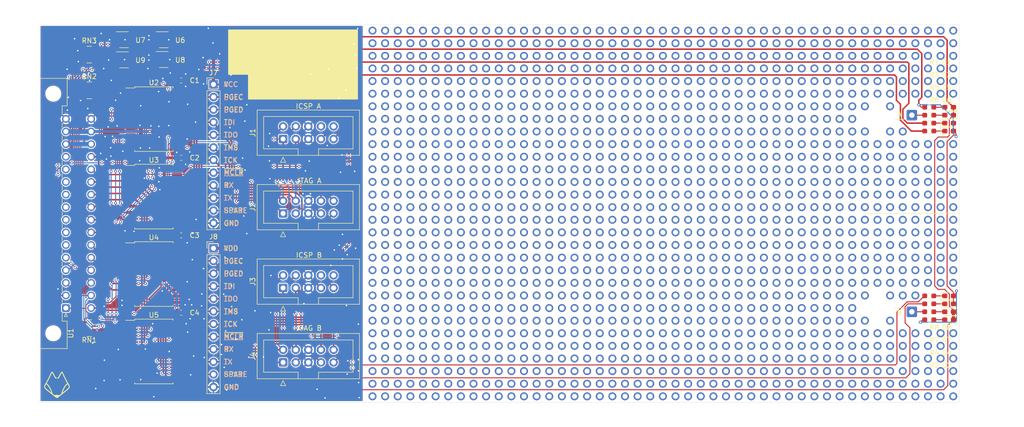
<source format=kicad_pcb>
(kicad_pcb (version 20171130) (host pcbnew 5.99.0+really5.1.10+dfsg1-1)
  (layers (0 F.Cu signal) (31 B.Cu signal) (34 B.Paste user) (35 F.Paste user) (36 B.SilkS user) (37 F.SilkS user) (38 B.Mask user) (39 F.Mask user) (44 Edge.Cuts user))
  (net 0 "")
  (net 1 +5V)
  (net 2 +3V3)
  (net 3 GND)
  (net 4 /A_TARGET_RX)
  (net 5 /A_TARGET_TX)
  (net 6 /A_PGEC)
  (net 7 /A_PGED)
  (net 8 VCC)
  (net 9 /A_~MCLR)
  (net 10 /A_TDI)
  (net 11 /A_TDO)
  (net 12 /A_TCK)
  (net 13 /A_TMS)
  (net 14 /B_TARGET_RX)
  (net 15 /B_TARGET_TX)
  (net 16 /B_PGEC)
  (net 17 /B_PGED)
  (net 18 VDD)
  (net 19 /B_~MCLR)
  (net 20 /B_TDI)
  (net 21 /B_TDO)
  (net 22 /B_TCK)
  (net 23 /B_TMS)
  (net 24 /EN_JTAG_B)
  (net 25 /EN_ICSP_B)
  (net 26 /EN_ICSP_A)
  (net 27 /EN_JTAG_A)
  (net 28 /UNUSED_B_2)
  (net 29 /UNUSED_B_1)
  (net 30 /UNUSED_A_1)
  (net 31 /UNUSED_A_2)
  (net 32 /EN_PWR_A)
  (net 33 /EN_PWR_B)
  (net 34 /SPARE_B)
  (net 35 /SPARE_A)
  (net 36 /TARGET_TX)
  (net 37 /TARGET_RX)
  (net 38 /PGED)
  (net 39 /PGEC)
  (net 40 /~MCLR)
  (net 41 /TCK)
  (net 42 /TMS)
  (net 43 /TDO)
  (net 44 /TDI)
  (net 45 /A_SPARE_A)
  (net 46 /B_SPARE_B)
  (net 47 "Net-(D1-Pad2)")
  (net 48 "Net-(D2-Pad2)")
  (net 49 "Net-(D3-Pad2)")
  (net 50 "Net-(D4-Pad2)")
  (net 51 "Net-(D5-Pad1)")
  (net 52 "Net-(D6-Pad1)")
  (net 53 "Net-(D7-Pad1)")
  (net 54 "Net-(D8-Pad1)")
  (net 55 "Net-(J5-Pad1)")
  (net 56 "Net-(J6-Pad1)")
  (module Kicad_Library:ThroughHoleSingleSide_1mm_1.6mm (layer B.Cu) (at 208.59 76.73)
    (fp_text reference H3 hide)
    (fp_text value MountingHole_Pad hide)
    (pad 1 thru_hole circle (at 0 0) (size 1.6 1.6) (drill 1) (layers B.Cu B.Mask))
  )
  (module Kicad_Library:ThroughHoleSingleSide_1mm_1.6mm (layer B.Cu) (at 208.59 74.19)
    (fp_text reference H3 hide)
    (fp_text value MountingHole_Pad hide)
    (pad 1 thru_hole circle (at 0 0) (size 1.6 1.6) (drill 1) (layers B.Cu B.Mask))
  )
  (module Kicad_Library:ThroughHoleSingleSide_1mm_1.6mm (layer B.Cu) (at 211.13 76.73)
    (fp_text reference H3 hide)
    (fp_text value MountingHole_Pad hide)
    (pad 1 thru_hole circle (at 0 0) (size 1.6 1.6) (drill 1) (layers B.Cu B.Mask))
  )
  (module Kicad_Library:ThroughHoleSingleSide_1mm_1.6mm (layer B.Cu) (at 208.59 79.27)
    (fp_text reference H3 hide)
    (fp_text value MountingHole_Pad hide)
    (pad 1 thru_hole circle (at 0 0) (size 1.6 1.6) (drill 1) (layers B.Cu B.Mask))
  )
  (module Kicad_Library:ThroughHoleSingleSide_1mm_1.6mm (layer B.Cu) (at 206.05 76.73)
    (fp_text reference H3 hide)
    (fp_text value MountingHole_Pad hide)
    (pad 1 thru_hole circle (at 0 0) (size 1.6 1.6) (drill 1) (layers B.Cu B.Mask))
  )
  (module Kicad_Library:ThroughHoleSingleSide_1mm_1.6mm (layer B.Cu) (at 106.99 114.83)
    (fp_text reference H3 hide)
    (fp_text value MountingHole_Pad hide)
    (pad 1 thru_hole circle (at 0 0) (size 1.6 1.6) (drill 1) (layers B.Cu B.Mask))
  )
  (module Kicad_Library:ThroughHoleSingleSide_1mm_1.6mm (layer B.Cu) (at 109.53 114.83)
    (fp_text reference H3 hide)
    (fp_text value MountingHole_Pad hide)
    (pad 1 thru_hole circle (at 0 0) (size 1.6 1.6) (drill 1) (layers B.Cu B.Mask))
  )
  (module Kicad_Library:ThroughHoleSingleSide_1mm_1.6mm (layer B.Cu) (at 112.07 114.83)
    (fp_text reference H3 hide)
    (fp_text value MountingHole_Pad hide)
    (pad 1 thru_hole circle (at 0 0) (size 1.6 1.6) (drill 1) (layers B.Cu B.Mask))
  )
  (module Kicad_Library:ThroughHoleSingleSide_1mm_1.6mm (layer B.Cu) (at 114.61 114.83)
    (fp_text reference H3 hide)
    (fp_text value MountingHole_Pad hide)
    (pad 1 thru_hole circle (at 0 0) (size 1.6 1.6) (drill 1) (layers B.Cu B.Mask))
  )
  (module Kicad_Library:ThroughHoleSingleSide_1mm_1.6mm (layer B.Cu) (at 117.15 114.83)
    (fp_text reference H3 hide)
    (fp_text value MountingHole_Pad hide)
    (pad 1 thru_hole circle (at 0 0) (size 1.6 1.6) (drill 1) (layers B.Cu B.Mask))
  )
  (module Kicad_Library:ThroughHoleSingleSide_1mm_1.6mm (layer B.Cu) (at 119.69 114.83)
    (fp_text reference H3 hide)
    (fp_text value MountingHole_Pad hide)
    (pad 1 thru_hole circle (at 0 0) (size 1.6 1.6) (drill 1) (layers B.Cu B.Mask))
  )
  (module Kicad_Library:ThroughHoleSingleSide_1mm_1.6mm (layer B.Cu) (at 122.23 114.83)
    (fp_text reference H3 hide)
    (fp_text value MountingHole_Pad hide)
    (pad 1 thru_hole circle (at 0 0) (size 1.6 1.6) (drill 1) (layers B.Cu B.Mask))
  )
  (module Kicad_Library:ThroughHoleSingleSide_1mm_1.6mm (layer B.Cu) (at 124.77 114.83)
    (fp_text reference H3 hide)
    (fp_text value MountingHole_Pad hide)
    (pad 1 thru_hole circle (at 0 0) (size 1.6 1.6) (drill 1) (layers B.Cu B.Mask))
  )
  (module Kicad_Library:ThroughHoleSingleSide_1mm_1.6mm (layer B.Cu) (at 127.31 114.83)
    (fp_text reference H3 hide)
    (fp_text value MountingHole_Pad hide)
    (pad 1 thru_hole circle (at 0 0) (size 1.6 1.6) (drill 1) (layers B.Cu B.Mask))
  )
  (module Kicad_Library:ThroughHoleSingleSide_1mm_1.6mm (layer B.Cu) (at 129.85 114.83)
    (fp_text reference H3 hide)
    (fp_text value MountingHole_Pad hide)
    (pad 1 thru_hole circle (at 0 0) (size 1.6 1.6) (drill 1) (layers B.Cu B.Mask))
  )
  (module Kicad_Library:ThroughHoleSingleSide_1mm_1.6mm (layer B.Cu) (at 132.39 114.83)
    (fp_text reference H3 hide)
    (fp_text value MountingHole_Pad hide)
    (pad 1 thru_hole circle (at 0 0) (size 1.6 1.6) (drill 1) (layers B.Cu B.Mask))
  )
  (module Kicad_Library:ThroughHoleSingleSide_1mm_1.6mm (layer B.Cu) (at 134.93 114.83)
    (fp_text reference H3 hide)
    (fp_text value MountingHole_Pad hide)
    (pad 1 thru_hole circle (at 0 0) (size 1.6 1.6) (drill 1) (layers B.Cu B.Mask))
  )
  (module Kicad_Library:ThroughHoleSingleSide_1mm_1.6mm (layer B.Cu) (at 137.47 114.83)
    (fp_text reference H3 hide)
    (fp_text value MountingHole_Pad hide)
    (pad 1 thru_hole circle (at 0 0) (size 1.6 1.6) (drill 1) (layers B.Cu B.Mask))
  )
  (module Kicad_Library:ThroughHoleSingleSide_1mm_1.6mm (layer B.Cu) (at 140.01 114.83)
    (fp_text reference H3 hide)
    (fp_text value MountingHole_Pad hide)
    (pad 1 thru_hole circle (at 0 0) (size 1.6 1.6) (drill 1) (layers B.Cu B.Mask))
  )
  (module Kicad_Library:ThroughHoleSingleSide_1mm_1.6mm (layer B.Cu) (at 142.55 114.83)
    (fp_text reference H3 hide)
    (fp_text value MountingHole_Pad hide)
    (pad 1 thru_hole circle (at 0 0) (size 1.6 1.6) (drill 1) (layers B.Cu B.Mask))
  )
  (module Kicad_Library:ThroughHoleSingleSide_1mm_1.6mm (layer B.Cu) (at 145.09 114.83)
    (fp_text reference H3 hide)
    (fp_text value MountingHole_Pad hide)
    (pad 1 thru_hole circle (at 0 0) (size 1.6 1.6) (drill 1) (layers B.Cu B.Mask))
  )
  (module Kicad_Library:ThroughHoleSingleSide_1mm_1.6mm (layer B.Cu) (at 147.63 114.83)
    (fp_text reference H3 hide)
    (fp_text value MountingHole_Pad hide)
    (pad 1 thru_hole circle (at 0 0) (size 1.6 1.6) (drill 1) (layers B.Cu B.Mask))
  )
  (module Kicad_Library:ThroughHoleSingleSide_1mm_1.6mm (layer B.Cu) (at 150.17 114.83)
    (fp_text reference H3 hide)
    (fp_text value MountingHole_Pad hide)
    (pad 1 thru_hole circle (at 0 0) (size 1.6 1.6) (drill 1) (layers B.Cu B.Mask))
  )
  (module Kicad_Library:ThroughHoleSingleSide_1mm_1.6mm (layer B.Cu) (at 152.71 114.83)
    (fp_text reference H3 hide)
    (fp_text value MountingHole_Pad hide)
    (pad 1 thru_hole circle (at 0 0) (size 1.6 1.6) (drill 1) (layers B.Cu B.Mask))
  )
  (module Kicad_Library:ThroughHoleSingleSide_1mm_1.6mm (layer B.Cu) (at 155.25 114.83)
    (fp_text reference H3 hide)
    (fp_text value MountingHole_Pad hide)
    (pad 1 thru_hole circle (at 0 0) (size 1.6 1.6) (drill 1) (layers B.Cu B.Mask))
  )
  (module Kicad_Library:ThroughHoleSingleSide_1mm_1.6mm (layer B.Cu) (at 157.79 114.83)
    (fp_text reference H3 hide)
    (fp_text value MountingHole_Pad hide)
    (pad 1 thru_hole circle (at 0 0) (size 1.6 1.6) (drill 1) (layers B.Cu B.Mask))
  )
  (module Kicad_Library:ThroughHoleSingleSide_1mm_1.6mm (layer B.Cu) (at 160.33 114.83)
    (fp_text reference H3 hide)
    (fp_text value MountingHole_Pad hide)
    (pad 1 thru_hole circle (at 0 0) (size 1.6 1.6) (drill 1) (layers B.Cu B.Mask))
  )
  (module Kicad_Library:ThroughHoleSingleSide_1mm_1.6mm (layer B.Cu) (at 162.87 114.83)
    (fp_text reference H3 hide)
    (fp_text value MountingHole_Pad hide)
    (pad 1 thru_hole circle (at 0 0) (size 1.6 1.6) (drill 1) (layers B.Cu B.Mask))
  )
  (module Kicad_Library:ThroughHoleSingleSide_1mm_1.6mm (layer B.Cu) (at 165.41 114.83)
    (fp_text reference H3 hide)
    (fp_text value MountingHole_Pad hide)
    (pad 1 thru_hole circle (at 0 0) (size 1.6 1.6) (drill 1) (layers B.Cu B.Mask))
  )
  (module Kicad_Library:ThroughHoleSingleSide_1mm_1.6mm (layer B.Cu) (at 167.95 114.83)
    (fp_text reference H3 hide)
    (fp_text value MountingHole_Pad hide)
    (pad 1 thru_hole circle (at 0 0) (size 1.6 1.6) (drill 1) (layers B.Cu B.Mask))
  )
  (module Kicad_Library:ThroughHoleSingleSide_1mm_1.6mm (layer B.Cu) (at 170.49 114.83)
    (fp_text reference H3 hide)
    (fp_text value MountingHole_Pad hide)
    (pad 1 thru_hole circle (at 0 0) (size 1.6 1.6) (drill 1) (layers B.Cu B.Mask))
  )
  (module Kicad_Library:ThroughHoleSingleSide_1mm_1.6mm (layer B.Cu) (at 173.03 114.83)
    (fp_text reference H3 hide)
    (fp_text value MountingHole_Pad hide)
    (pad 1 thru_hole circle (at 0 0) (size 1.6 1.6) (drill 1) (layers B.Cu B.Mask))
  )
  (module Kicad_Library:ThroughHoleSingleSide_1mm_1.6mm (layer B.Cu) (at 175.57 114.83)
    (fp_text reference H3 hide)
    (fp_text value MountingHole_Pad hide)
    (pad 1 thru_hole circle (at 0 0) (size 1.6 1.6) (drill 1) (layers B.Cu B.Mask))
  )
  (module Kicad_Library:ThroughHoleSingleSide_1mm_1.6mm (layer B.Cu) (at 178.11 114.83)
    (fp_text reference H3 hide)
    (fp_text value MountingHole_Pad hide)
    (pad 1 thru_hole circle (at 0 0) (size 1.6 1.6) (drill 1) (layers B.Cu B.Mask))
  )
  (module Kicad_Library:ThroughHoleSingleSide_1mm_1.6mm (layer B.Cu) (at 180.65 114.83)
    (fp_text reference H3 hide)
    (fp_text value MountingHole_Pad hide)
    (pad 1 thru_hole circle (at 0 0) (size 1.6 1.6) (drill 1) (layers B.Cu B.Mask))
  )
  (module Kicad_Library:ThroughHoleSingleSide_1mm_1.6mm (layer B.Cu) (at 183.19 114.83)
    (fp_text reference H3 hide)
    (fp_text value MountingHole_Pad hide)
    (pad 1 thru_hole circle (at 0 0) (size 1.6 1.6) (drill 1) (layers B.Cu B.Mask))
  )
  (module Kicad_Library:ThroughHoleSingleSide_1mm_1.6mm (layer B.Cu) (at 185.73 114.83)
    (fp_text reference H3 hide)
    (fp_text value MountingHole_Pad hide)
    (pad 1 thru_hole circle (at 0 0) (size 1.6 1.6) (drill 1) (layers B.Cu B.Mask))
  )
  (module Kicad_Library:ThroughHoleSingleSide_1mm_1.6mm (layer B.Cu) (at 188.27 114.83)
    (fp_text reference H3 hide)
    (fp_text value MountingHole_Pad hide)
    (pad 1 thru_hole circle (at 0 0) (size 1.6 1.6) (drill 1) (layers B.Cu B.Mask))
  )
  (module Kicad_Library:ThroughHoleSingleSide_1mm_1.6mm (layer B.Cu) (at 190.81 114.83)
    (fp_text reference H3 hide)
    (fp_text value MountingHole_Pad hide)
    (pad 1 thru_hole circle (at 0 0) (size 1.6 1.6) (drill 1) (layers B.Cu B.Mask))
  )
  (module Kicad_Library:ThroughHoleSingleSide_1mm_1.6mm (layer B.Cu) (at 193.35 114.83)
    (fp_text reference H3 hide)
    (fp_text value MountingHole_Pad hide)
    (pad 1 thru_hole circle (at 0 0) (size 1.6 1.6) (drill 1) (layers B.Cu B.Mask))
  )
  (module Kicad_Library:ThroughHoleSingleSide_1mm_1.6mm (layer B.Cu) (at 195.89 114.83)
    (fp_text reference H3 hide)
    (fp_text value MountingHole_Pad hide)
    (pad 1 thru_hole circle (at 0 0) (size 1.6 1.6) (drill 1) (layers B.Cu B.Mask))
  )
  (module Kicad_Library:ThroughHoleSingleSide_1mm_1.6mm (layer B.Cu) (at 198.43 114.83)
    (fp_text reference H3 hide)
    (fp_text value MountingHole_Pad hide)
    (pad 1 thru_hole circle (at 0 0) (size 1.6 1.6) (drill 1) (layers B.Cu B.Mask))
  )
  (module Kicad_Library:ThroughHoleSingleSide_1mm_1.6mm (layer B.Cu) (at 200.97 114.83)
    (fp_text reference H3 hide)
    (fp_text value MountingHole_Pad hide)
    (pad 1 thru_hole circle (at 0 0) (size 1.6 1.6) (drill 1) (layers B.Cu B.Mask))
  )
  (module Kicad_Library:ThroughHoleSingleSide_1mm_1.6mm (layer B.Cu) (at 203.51 114.83)
    (fp_text reference H3 hide)
    (fp_text value MountingHole_Pad hide)
    (pad 1 thru_hole circle (at 0 0) (size 1.6 1.6) (drill 1) (layers B.Cu B.Mask))
  )
  (module Kicad_Library:ThroughHoleSingleSide_1mm_1.6mm (layer B.Cu) (at 206.05 114.83)
    (fp_text reference H3 hide)
    (fp_text value MountingHole_Pad hide)
    (pad 1 thru_hole circle (at 0 0) (size 1.6 1.6) (drill 1) (layers B.Cu B.Mask))
  )
  (module Kicad_Library:ThroughHoleSingleSide_1mm_1.6mm (layer B.Cu) (at 208.59 114.83)
    (fp_text reference H3 hide)
    (fp_text value MountingHole_Pad hide)
    (pad 1 thru_hole circle (at 0 0) (size 1.6 1.6) (drill 1) (layers B.Cu B.Mask))
  )
  (module Kicad_Library:ThroughHoleSingleSide_1mm_1.6mm (layer B.Cu) (at 211.13 114.83)
    (fp_text reference H3 hide)
    (fp_text value MountingHole_Pad hide)
    (pad 1 thru_hole circle (at 0 0) (size 1.6 1.6) (drill 1) (layers B.Cu B.Mask))
  )
  (module Kicad_Library:ThroughHoleSingleSide_1mm_1.6mm (layer B.Cu) (at 213.67 114.83)
    (fp_text reference H3 hide)
    (fp_text value MountingHole_Pad hide)
    (pad 1 thru_hole circle (at 0 0) (size 1.6 1.6) (drill 1) (layers B.Cu B.Mask))
  )
  (module Kicad_Library:ThroughHoleSingleSide_1mm_1.6mm (layer B.Cu) (at 216.21 114.83)
    (fp_text reference H3 hide)
    (fp_text value MountingHole_Pad hide)
    (pad 1 thru_hole circle (at 0 0) (size 1.6 1.6) (drill 1) (layers B.Cu B.Mask))
  )
  (module Kicad_Library:ThroughHoleSingleSide_1mm_1.6mm (layer B.Cu) (at 218.75 114.83)
    (fp_text reference H3 hide)
    (fp_text value MountingHole_Pad hide)
    (pad 1 thru_hole circle (at 0 0) (size 1.6 1.6) (drill 1) (layers B.Cu B.Mask))
  )
  (module Kicad_Library:ThroughHoleSingleSide_1mm_1.6mm (layer B.Cu) (at 221.29 114.83)
    (fp_text reference H3 hide)
    (fp_text value MountingHole_Pad hide)
    (pad 1 thru_hole circle (at 0 0) (size 1.6 1.6) (drill 1) (layers B.Cu B.Mask))
  )
  (module Kicad_Library:ThroughHoleSingleSide_1mm_1.6mm (layer B.Cu) (at 223.83 114.83)
    (fp_text reference H3 hide)
    (fp_text value MountingHole_Pad hide)
    (pad 1 thru_hole circle (at 0 0) (size 1.6 1.6) (drill 1) (layers B.Cu B.Mask))
  )
  (module Kicad_Library:ThroughHoleSingleSide_1mm_1.6mm (layer B.Cu) (at 106.99 112.29)
    (fp_text reference H3 hide)
    (fp_text value MountingHole_Pad hide)
    (pad 1 thru_hole circle (at 0 0) (size 1.6 1.6) (drill 1) (layers B.Cu B.Mask))
  )
  (module Kicad_Library:ThroughHoleSingleSide_1mm_1.6mm (layer B.Cu) (at 109.53 112.29)
    (fp_text reference H3 hide)
    (fp_text value MountingHole_Pad hide)
    (pad 1 thru_hole circle (at 0 0) (size 1.6 1.6) (drill 1) (layers B.Cu B.Mask))
  )
  (module Kicad_Library:ThroughHoleSingleSide_1mm_1.6mm (layer B.Cu) (at 112.07 112.29)
    (fp_text reference H3 hide)
    (fp_text value MountingHole_Pad hide)
    (pad 1 thru_hole circle (at 0 0) (size 1.6 1.6) (drill 1) (layers B.Cu B.Mask))
  )
  (module Kicad_Library:ThroughHoleSingleSide_1mm_1.6mm (layer B.Cu) (at 114.61 112.29)
    (fp_text reference H3 hide)
    (fp_text value MountingHole_Pad hide)
    (pad 1 thru_hole circle (at 0 0) (size 1.6 1.6) (drill 1) (layers B.Cu B.Mask))
  )
  (module Kicad_Library:ThroughHoleSingleSide_1mm_1.6mm (layer B.Cu) (at 117.15 112.29)
    (fp_text reference H3 hide)
    (fp_text value MountingHole_Pad hide)
    (pad 1 thru_hole circle (at 0 0) (size 1.6 1.6) (drill 1) (layers B.Cu B.Mask))
  )
  (module Kicad_Library:ThroughHoleSingleSide_1mm_1.6mm (layer B.Cu) (at 119.69 112.29)
    (fp_text reference H3 hide)
    (fp_text value MountingHole_Pad hide)
    (pad 1 thru_hole circle (at 0 0) (size 1.6 1.6) (drill 1) (layers B.Cu B.Mask))
  )
  (module Kicad_Library:ThroughHoleSingleSide_1mm_1.6mm (layer B.Cu) (at 122.23 112.29)
    (fp_text reference H3 hide)
    (fp_text value MountingHole_Pad hide)
    (pad 1 thru_hole circle (at 0 0) (size 1.6 1.6) (drill 1) (layers B.Cu B.Mask))
  )
  (module Kicad_Library:ThroughHoleSingleSide_1mm_1.6mm (layer B.Cu) (at 124.77 112.29)
    (fp_text reference H3 hide)
    (fp_text value MountingHole_Pad hide)
    (pad 1 thru_hole circle (at 0 0) (size 1.6 1.6) (drill 1) (layers B.Cu B.Mask))
  )
  (module Kicad_Library:ThroughHoleSingleSide_1mm_1.6mm (layer B.Cu) (at 127.31 112.29)
    (fp_text reference H3 hide)
    (fp_text value MountingHole_Pad hide)
    (pad 1 thru_hole circle (at 0 0) (size 1.6 1.6) (drill 1) (layers B.Cu B.Mask))
  )
  (module Kicad_Library:ThroughHoleSingleSide_1mm_1.6mm (layer B.Cu) (at 129.85 112.29)
    (fp_text reference H3 hide)
    (fp_text value MountingHole_Pad hide)
    (pad 1 thru_hole circle (at 0 0) (size 1.6 1.6) (drill 1) (layers B.Cu B.Mask))
  )
  (module Kicad_Library:ThroughHoleSingleSide_1mm_1.6mm (layer B.Cu) (at 132.39 112.29)
    (fp_text reference H3 hide)
    (fp_text value MountingHole_Pad hide)
    (pad 1 thru_hole circle (at 0 0) (size 1.6 1.6) (drill 1) (layers B.Cu B.Mask))
  )
  (module Kicad_Library:ThroughHoleSingleSide_1mm_1.6mm (layer B.Cu) (at 134.93 112.29)
    (fp_text reference H3 hide)
    (fp_text value MountingHole_Pad hide)
    (pad 1 thru_hole circle (at 0 0) (size 1.6 1.6) (drill 1) (layers B.Cu B.Mask))
  )
  (module Kicad_Library:ThroughHoleSingleSide_1mm_1.6mm (layer B.Cu) (at 137.47 112.29)
    (fp_text reference H3 hide)
    (fp_text value MountingHole_Pad hide)
    (pad 1 thru_hole circle (at 0 0) (size 1.6 1.6) (drill 1) (layers B.Cu B.Mask))
  )
  (module Kicad_Library:ThroughHoleSingleSide_1mm_1.6mm (layer B.Cu) (at 140.01 112.29)
    (fp_text reference H3 hide)
    (fp_text value MountingHole_Pad hide)
    (pad 1 thru_hole circle (at 0 0) (size 1.6 1.6) (drill 1) (layers B.Cu B.Mask))
  )
  (module Kicad_Library:ThroughHoleSingleSide_1mm_1.6mm (layer B.Cu) (at 142.55 112.29)
    (fp_text reference H3 hide)
    (fp_text value MountingHole_Pad hide)
    (pad 1 thru_hole circle (at 0 0) (size 1.6 1.6) (drill 1) (layers B.Cu B.Mask))
  )
  (module Kicad_Library:ThroughHoleSingleSide_1mm_1.6mm (layer B.Cu) (at 145.09 112.29)
    (fp_text reference H3 hide)
    (fp_text value MountingHole_Pad hide)
    (pad 1 thru_hole circle (at 0 0) (size 1.6 1.6) (drill 1) (layers B.Cu B.Mask))
  )
  (module Kicad_Library:ThroughHoleSingleSide_1mm_1.6mm (layer B.Cu) (at 147.63 112.29)
    (fp_text reference H3 hide)
    (fp_text value MountingHole_Pad hide)
    (pad 1 thru_hole circle (at 0 0) (size 1.6 1.6) (drill 1) (layers B.Cu B.Mask))
  )
  (module Kicad_Library:ThroughHoleSingleSide_1mm_1.6mm (layer B.Cu) (at 150.17 112.29)
    (fp_text reference H3 hide)
    (fp_text value MountingHole_Pad hide)
    (pad 1 thru_hole circle (at 0 0) (size 1.6 1.6) (drill 1) (layers B.Cu B.Mask))
  )
  (module Kicad_Library:ThroughHoleSingleSide_1mm_1.6mm (layer B.Cu) (at 152.71 112.29)
    (fp_text reference H3 hide)
    (fp_text value MountingHole_Pad hide)
    (pad 1 thru_hole circle (at 0 0) (size 1.6 1.6) (drill 1) (layers B.Cu B.Mask))
  )
  (module Kicad_Library:ThroughHoleSingleSide_1mm_1.6mm (layer B.Cu) (at 155.25 112.29)
    (fp_text reference H3 hide)
    (fp_text value MountingHole_Pad hide)
    (pad 1 thru_hole circle (at 0 0) (size 1.6 1.6) (drill 1) (layers B.Cu B.Mask))
  )
  (module Kicad_Library:ThroughHoleSingleSide_1mm_1.6mm (layer B.Cu) (at 157.79 112.29)
    (fp_text reference H3 hide)
    (fp_text value MountingHole_Pad hide)
    (pad 1 thru_hole circle (at 0 0) (size 1.6 1.6) (drill 1) (layers B.Cu B.Mask))
  )
  (module Kicad_Library:ThroughHoleSingleSide_1mm_1.6mm (layer B.Cu) (at 160.33 112.29)
    (fp_text reference H3 hide)
    (fp_text value MountingHole_Pad hide)
    (pad 1 thru_hole circle (at 0 0) (size 1.6 1.6) (drill 1) (layers B.Cu B.Mask))
  )
  (module Kicad_Library:ThroughHoleSingleSide_1mm_1.6mm (layer B.Cu) (at 162.87 112.29)
    (fp_text reference H3 hide)
    (fp_text value MountingHole_Pad hide)
    (pad 1 thru_hole circle (at 0 0) (size 1.6 1.6) (drill 1) (layers B.Cu B.Mask))
  )
  (module Kicad_Library:ThroughHoleSingleSide_1mm_1.6mm (layer B.Cu) (at 165.41 112.29)
    (fp_text reference H3 hide)
    (fp_text value MountingHole_Pad hide)
    (pad 1 thru_hole circle (at 0 0) (size 1.6 1.6) (drill 1) (layers B.Cu B.Mask))
  )
  (module Kicad_Library:ThroughHoleSingleSide_1mm_1.6mm (layer B.Cu) (at 167.95 112.29)
    (fp_text reference H3 hide)
    (fp_text value MountingHole_Pad hide)
    (pad 1 thru_hole circle (at 0 0) (size 1.6 1.6) (drill 1) (layers B.Cu B.Mask))
  )
  (module Kicad_Library:ThroughHoleSingleSide_1mm_1.6mm (layer B.Cu) (at 170.49 112.29)
    (fp_text reference H3 hide)
    (fp_text value MountingHole_Pad hide)
    (pad 1 thru_hole circle (at 0 0) (size 1.6 1.6) (drill 1) (layers B.Cu B.Mask))
  )
  (module Kicad_Library:ThroughHoleSingleSide_1mm_1.6mm (layer B.Cu) (at 173.03 112.29)
    (fp_text reference H3 hide)
    (fp_text value MountingHole_Pad hide)
    (pad 1 thru_hole circle (at 0 0) (size 1.6 1.6) (drill 1) (layers B.Cu B.Mask))
  )
  (module Kicad_Library:ThroughHoleSingleSide_1mm_1.6mm (layer B.Cu) (at 175.57 112.29)
    (fp_text reference H3 hide)
    (fp_text value MountingHole_Pad hide)
    (pad 1 thru_hole circle (at 0 0) (size 1.6 1.6) (drill 1) (layers B.Cu B.Mask))
  )
  (module Kicad_Library:ThroughHoleSingleSide_1mm_1.6mm (layer B.Cu) (at 178.11 112.29)
    (fp_text reference H3 hide)
    (fp_text value MountingHole_Pad hide)
    (pad 1 thru_hole circle (at 0 0) (size 1.6 1.6) (drill 1) (layers B.Cu B.Mask))
  )
  (module Kicad_Library:ThroughHoleSingleSide_1mm_1.6mm (layer B.Cu) (at 180.65 112.29)
    (fp_text reference H3 hide)
    (fp_text value MountingHole_Pad hide)
    (pad 1 thru_hole circle (at 0 0) (size 1.6 1.6) (drill 1) (layers B.Cu B.Mask))
  )
  (module Kicad_Library:ThroughHoleSingleSide_1mm_1.6mm (layer B.Cu) (at 183.19 112.29)
    (fp_text reference H3 hide)
    (fp_text value MountingHole_Pad hide)
    (pad 1 thru_hole circle (at 0 0) (size 1.6 1.6) (drill 1) (layers B.Cu B.Mask))
  )
  (module Kicad_Library:ThroughHoleSingleSide_1mm_1.6mm (layer B.Cu) (at 185.73 112.29)
    (fp_text reference H3 hide)
    (fp_text value MountingHole_Pad hide)
    (pad 1 thru_hole circle (at 0 0) (size 1.6 1.6) (drill 1) (layers B.Cu B.Mask))
  )
  (module Kicad_Library:ThroughHoleSingleSide_1mm_1.6mm (layer B.Cu) (at 188.27 112.29)
    (fp_text reference H3 hide)
    (fp_text value MountingHole_Pad hide)
    (pad 1 thru_hole circle (at 0 0) (size 1.6 1.6) (drill 1) (layers B.Cu B.Mask))
  )
  (module Kicad_Library:ThroughHoleSingleSide_1mm_1.6mm (layer B.Cu) (at 190.81 112.29)
    (fp_text reference H3 hide)
    (fp_text value MountingHole_Pad hide)
    (pad 1 thru_hole circle (at 0 0) (size 1.6 1.6) (drill 1) (layers B.Cu B.Mask))
  )
  (module Kicad_Library:ThroughHoleSingleSide_1mm_1.6mm (layer B.Cu) (at 193.35 112.29)
    (fp_text reference H3 hide)
    (fp_text value MountingHole_Pad hide)
    (pad 1 thru_hole circle (at 0 0) (size 1.6 1.6) (drill 1) (layers B.Cu B.Mask))
  )
  (module Kicad_Library:ThroughHoleSingleSide_1mm_1.6mm (layer B.Cu) (at 195.89 112.29)
    (fp_text reference H3 hide)
    (fp_text value MountingHole_Pad hide)
    (pad 1 thru_hole circle (at 0 0) (size 1.6 1.6) (drill 1) (layers B.Cu B.Mask))
  )
  (module Kicad_Library:ThroughHoleSingleSide_1mm_1.6mm (layer B.Cu) (at 198.43 112.29)
    (fp_text reference H3 hide)
    (fp_text value MountingHole_Pad hide)
    (pad 1 thru_hole circle (at 0 0) (size 1.6 1.6) (drill 1) (layers B.Cu B.Mask))
  )
  (module Kicad_Library:ThroughHoleSingleSide_1mm_1.6mm (layer B.Cu) (at 200.97 112.29)
    (fp_text reference H3 hide)
    (fp_text value MountingHole_Pad hide)
    (pad 1 thru_hole circle (at 0 0) (size 1.6 1.6) (drill 1) (layers B.Cu B.Mask))
  )
  (module Kicad_Library:ThroughHoleSingleSide_1mm_1.6mm (layer B.Cu) (at 203.51 112.29)
    (fp_text reference H3 hide)
    (fp_text value MountingHole_Pad hide)
    (pad 1 thru_hole circle (at 0 0) (size 1.6 1.6) (drill 1) (layers B.Cu B.Mask))
  )
  (module Kicad_Library:ThroughHoleSingleSide_1mm_1.6mm (layer B.Cu) (at 206.05 112.29)
    (fp_text reference H3 hide)
    (fp_text value MountingHole_Pad hide)
    (pad 1 thru_hole circle (at 0 0) (size 1.6 1.6) (drill 1) (layers B.Cu B.Mask))
  )
  (module Kicad_Library:ThroughHoleSingleSide_1mm_1.6mm (layer B.Cu) (at 208.59 112.29)
    (fp_text reference H3 hide)
    (fp_text value MountingHole_Pad hide)
    (pad 1 thru_hole circle (at 0 0) (size 1.6 1.6) (drill 1) (layers B.Cu B.Mask))
  )
  (module Kicad_Library:ThroughHoleSingleSide_1mm_1.6mm (layer B.Cu) (at 211.13 112.29)
    (fp_text reference H3 hide)
    (fp_text value MountingHole_Pad hide)
    (pad 1 thru_hole circle (at 0 0) (size 1.6 1.6) (drill 1) (layers B.Cu B.Mask))
  )
  (module Kicad_Library:ThroughHoleSingleSide_1mm_1.6mm (layer B.Cu) (at 213.67 112.29)
    (fp_text reference H3 hide)
    (fp_text value MountingHole_Pad hide)
    (pad 1 thru_hole circle (at 0 0) (size 1.6 1.6) (drill 1) (layers B.Cu B.Mask))
  )
  (module Kicad_Library:ThroughHoleSingleSide_1mm_1.6mm (layer B.Cu) (at 216.21 112.29)
    (fp_text reference H3 hide)
    (fp_text value MountingHole_Pad hide)
    (pad 1 thru_hole circle (at 0 0) (size 1.6 1.6) (drill 1) (layers B.Cu B.Mask))
  )
  (module Kicad_Library:ThroughHoleSingleSide_1mm_1.6mm (layer B.Cu) (at 218.75 112.29)
    (fp_text reference H3 hide)
    (fp_text value MountingHole_Pad hide)
    (pad 1 thru_hole circle (at 0 0) (size 1.6 1.6) (drill 1) (layers B.Cu B.Mask))
  )
  (module Kicad_Library:ThroughHoleSingleSide_1mm_1.6mm (layer B.Cu) (at 221.29 112.29)
    (fp_text reference H3 hide)
    (fp_text value MountingHole_Pad hide)
    (pad 1 thru_hole circle (at 0 0) (size 1.6 1.6) (drill 1) (layers B.Cu B.Mask))
  )
  (module Kicad_Library:ThroughHoleSingleSide_1mm_1.6mm (layer B.Cu) (at 223.83 112.29)
    (fp_text reference H3 hide)
    (fp_text value MountingHole_Pad hide)
    (pad 1 thru_hole circle (at 0 0) (size 1.6 1.6) (drill 1) (layers B.Cu B.Mask))
  )
  (module Kicad_Library:ThroughHoleSingleSide_1mm_1.6mm (layer B.Cu) (at 106.99 109.75)
    (fp_text reference H3 hide)
    (fp_text value MountingHole_Pad hide)
    (pad 1 thru_hole circle (at 0 0) (size 1.6 1.6) (drill 1) (layers B.Cu B.Mask))
  )
  (module Kicad_Library:ThroughHoleSingleSide_1mm_1.6mm (layer B.Cu) (at 109.53 109.75)
    (fp_text reference H3 hide)
    (fp_text value MountingHole_Pad hide)
    (pad 1 thru_hole circle (at 0 0) (size 1.6 1.6) (drill 1) (layers B.Cu B.Mask))
  )
  (module Kicad_Library:ThroughHoleSingleSide_1mm_1.6mm (layer B.Cu) (at 112.07 109.75)
    (fp_text reference H3 hide)
    (fp_text value MountingHole_Pad hide)
    (pad 1 thru_hole circle (at 0 0) (size 1.6 1.6) (drill 1) (layers B.Cu B.Mask))
  )
  (module Kicad_Library:ThroughHoleSingleSide_1mm_1.6mm (layer B.Cu) (at 114.61 109.75)
    (fp_text reference H3 hide)
    (fp_text value MountingHole_Pad hide)
    (pad 1 thru_hole circle (at 0 0) (size 1.6 1.6) (drill 1) (layers B.Cu B.Mask))
  )
  (module Kicad_Library:ThroughHoleSingleSide_1mm_1.6mm (layer B.Cu) (at 117.15 109.75)
    (fp_text reference H3 hide)
    (fp_text value MountingHole_Pad hide)
    (pad 1 thru_hole circle (at 0 0) (size 1.6 1.6) (drill 1) (layers B.Cu B.Mask))
  )
  (module Kicad_Library:ThroughHoleSingleSide_1mm_1.6mm (layer B.Cu) (at 119.69 109.75)
    (fp_text reference H3 hide)
    (fp_text value MountingHole_Pad hide)
    (pad 1 thru_hole circle (at 0 0) (size 1.6 1.6) (drill 1) (layers B.Cu B.Mask))
  )
  (module Kicad_Library:ThroughHoleSingleSide_1mm_1.6mm (layer B.Cu) (at 122.23 109.75)
    (fp_text reference H3 hide)
    (fp_text value MountingHole_Pad hide)
    (pad 1 thru_hole circle (at 0 0) (size 1.6 1.6) (drill 1) (layers B.Cu B.Mask))
  )
  (module Kicad_Library:ThroughHoleSingleSide_1mm_1.6mm (layer B.Cu) (at 124.77 109.75)
    (fp_text reference H3 hide)
    (fp_text value MountingHole_Pad hide)
    (pad 1 thru_hole circle (at 0 0) (size 1.6 1.6) (drill 1) (layers B.Cu B.Mask))
  )
  (module Kicad_Library:ThroughHoleSingleSide_1mm_1.6mm (layer B.Cu) (at 127.31 109.75)
    (fp_text reference H3 hide)
    (fp_text value MountingHole_Pad hide)
    (pad 1 thru_hole circle (at 0 0) (size 1.6 1.6) (drill 1) (layers B.Cu B.Mask))
  )
  (module Kicad_Library:ThroughHoleSingleSide_1mm_1.6mm (layer B.Cu) (at 129.85 109.75)
    (fp_text reference H3 hide)
    (fp_text value MountingHole_Pad hide)
    (pad 1 thru_hole circle (at 0 0) (size 1.6 1.6) (drill 1) (layers B.Cu B.Mask))
  )
  (module Kicad_Library:ThroughHoleSingleSide_1mm_1.6mm (layer B.Cu) (at 132.39 109.75)
    (fp_text reference H3 hide)
    (fp_text value MountingHole_Pad hide)
    (pad 1 thru_hole circle (at 0 0) (size 1.6 1.6) (drill 1) (layers B.Cu B.Mask))
  )
  (module Kicad_Library:ThroughHoleSingleSide_1mm_1.6mm (layer B.Cu) (at 134.93 109.75)
    (fp_text reference H3 hide)
    (fp_text value MountingHole_Pad hide)
    (pad 1 thru_hole circle (at 0 0) (size 1.6 1.6) (drill 1) (layers B.Cu B.Mask))
  )
  (module Kicad_Library:ThroughHoleSingleSide_1mm_1.6mm (layer B.Cu) (at 137.47 109.75)
    (fp_text reference H3 hide)
    (fp_text value MountingHole_Pad hide)
    (pad 1 thru_hole circle (at 0 0) (size 1.6 1.6) (drill 1) (layers B.Cu B.Mask))
  )
  (module Kicad_Library:ThroughHoleSingleSide_1mm_1.6mm (layer B.Cu) (at 140.01 109.75)
    (fp_text reference H3 hide)
    (fp_text value MountingHole_Pad hide)
    (pad 1 thru_hole circle (at 0 0) (size 1.6 1.6) (drill 1) (layers B.Cu B.Mask))
  )
  (module Kicad_Library:ThroughHoleSingleSide_1mm_1.6mm (layer B.Cu) (at 142.55 109.75)
    (fp_text reference H3 hide)
    (fp_text value MountingHole_Pad hide)
    (pad 1 thru_hole circle (at 0 0) (size 1.6 1.6) (drill 1) (layers B.Cu B.Mask))
  )
  (module Kicad_Library:ThroughHoleSingleSide_1mm_1.6mm (layer B.Cu) (at 145.09 109.75)
    (fp_text reference H3 hide)
    (fp_text value MountingHole_Pad hide)
    (pad 1 thru_hole circle (at 0 0) (size 1.6 1.6) (drill 1) (layers B.Cu B.Mask))
  )
  (module Kicad_Library:ThroughHoleSingleSide_1mm_1.6mm (layer B.Cu) (at 147.63 109.75)
    (fp_text reference H3 hide)
    (fp_text value MountingHole_Pad hide)
    (pad 1 thru_hole circle (at 0 0) (size 1.6 1.6) (drill 1) (layers B.Cu B.Mask))
  )
  (module Kicad_Library:ThroughHoleSingleSide_1mm_1.6mm (layer B.Cu) (at 150.17 109.75)
    (fp_text reference H3 hide)
    (fp_text value MountingHole_Pad hide)
    (pad 1 thru_hole circle (at 0 0) (size 1.6 1.6) (drill 1) (layers B.Cu B.Mask))
  )
  (module Kicad_Library:ThroughHoleSingleSide_1mm_1.6mm (layer B.Cu) (at 152.71 109.75)
    (fp_text reference H3 hide)
    (fp_text value MountingHole_Pad hide)
    (pad 1 thru_hole circle (at 0 0) (size 1.6 1.6) (drill 1) (layers B.Cu B.Mask))
  )
  (module Kicad_Library:ThroughHoleSingleSide_1mm_1.6mm (layer B.Cu) (at 155.25 109.75)
    (fp_text reference H3 hide)
    (fp_text value MountingHole_Pad hide)
    (pad 1 thru_hole circle (at 0 0) (size 1.6 1.6) (drill 1) (layers B.Cu B.Mask))
  )
  (module Kicad_Library:ThroughHoleSingleSide_1mm_1.6mm (layer B.Cu) (at 157.79 109.75)
    (fp_text reference H3 hide)
    (fp_text value MountingHole_Pad hide)
    (pad 1 thru_hole circle (at 0 0) (size 1.6 1.6) (drill 1) (layers B.Cu B.Mask))
  )
  (module Kicad_Library:ThroughHoleSingleSide_1mm_1.6mm (layer B.Cu) (at 160.33 109.75)
    (fp_text reference H3 hide)
    (fp_text value MountingHole_Pad hide)
    (pad 1 thru_hole circle (at 0 0) (size 1.6 1.6) (drill 1) (layers B.Cu B.Mask))
  )
  (module Kicad_Library:ThroughHoleSingleSide_1mm_1.6mm (layer B.Cu) (at 162.87 109.75)
    (fp_text reference H3 hide)
    (fp_text value MountingHole_Pad hide)
    (pad 1 thru_hole circle (at 0 0) (size 1.6 1.6) (drill 1) (layers B.Cu B.Mask))
  )
  (module Kicad_Library:ThroughHoleSingleSide_1mm_1.6mm (layer B.Cu) (at 165.41 109.75)
    (fp_text reference H3 hide)
    (fp_text value MountingHole_Pad hide)
    (pad 1 thru_hole circle (at 0 0) (size 1.6 1.6) (drill 1) (layers B.Cu B.Mask))
  )
  (module Kicad_Library:ThroughHoleSingleSide_1mm_1.6mm (layer B.Cu) (at 167.95 109.75)
    (fp_text reference H3 hide)
    (fp_text value MountingHole_Pad hide)
    (pad 1 thru_hole circle (at 0 0) (size 1.6 1.6) (drill 1) (layers B.Cu B.Mask))
  )
  (module Kicad_Library:ThroughHoleSingleSide_1mm_1.6mm (layer B.Cu) (at 170.49 109.75)
    (fp_text reference H3 hide)
    (fp_text value MountingHole_Pad hide)
    (pad 1 thru_hole circle (at 0 0) (size 1.6 1.6) (drill 1) (layers B.Cu B.Mask))
  )
  (module Kicad_Library:ThroughHoleSingleSide_1mm_1.6mm (layer B.Cu) (at 173.03 109.75)
    (fp_text reference H3 hide)
    (fp_text value MountingHole_Pad hide)
    (pad 1 thru_hole circle (at 0 0) (size 1.6 1.6) (drill 1) (layers B.Cu B.Mask))
  )
  (module Kicad_Library:ThroughHoleSingleSide_1mm_1.6mm (layer B.Cu) (at 175.57 109.75)
    (fp_text reference H3 hide)
    (fp_text value MountingHole_Pad hide)
    (pad 1 thru_hole circle (at 0 0) (size 1.6 1.6) (drill 1) (layers B.Cu B.Mask))
  )
  (module Kicad_Library:ThroughHoleSingleSide_1mm_1.6mm (layer B.Cu) (at 178.11 109.75)
    (fp_text reference H3 hide)
    (fp_text value MountingHole_Pad hide)
    (pad 1 thru_hole circle (at 0 0) (size 1.6 1.6) (drill 1) (layers B.Cu B.Mask))
  )
  (module Kicad_Library:ThroughHoleSingleSide_1mm_1.6mm (layer B.Cu) (at 180.65 109.75)
    (fp_text reference H3 hide)
    (fp_text value MountingHole_Pad hide)
    (pad 1 thru_hole circle (at 0 0) (size 1.6 1.6) (drill 1) (layers B.Cu B.Mask))
  )
  (module Kicad_Library:ThroughHoleSingleSide_1mm_1.6mm (layer B.Cu) (at 183.19 109.75)
    (fp_text reference H3 hide)
    (fp_text value MountingHole_Pad hide)
    (pad 1 thru_hole circle (at 0 0) (size 1.6 1.6) (drill 1) (layers B.Cu B.Mask))
  )
  (module Kicad_Library:ThroughHoleSingleSide_1mm_1.6mm (layer B.Cu) (at 185.73 109.75)
    (fp_text reference H3 hide)
    (fp_text value MountingHole_Pad hide)
    (pad 1 thru_hole circle (at 0 0) (size 1.6 1.6) (drill 1) (layers B.Cu B.Mask))
  )
  (module Kicad_Library:ThroughHoleSingleSide_1mm_1.6mm (layer B.Cu) (at 188.27 109.75)
    (fp_text reference H3 hide)
    (fp_text value MountingHole_Pad hide)
    (pad 1 thru_hole circle (at 0 0) (size 1.6 1.6) (drill 1) (layers B.Cu B.Mask))
  )
  (module Kicad_Library:ThroughHoleSingleSide_1mm_1.6mm (layer B.Cu) (at 190.81 109.75)
    (fp_text reference H3 hide)
    (fp_text value MountingHole_Pad hide)
    (pad 1 thru_hole circle (at 0 0) (size 1.6 1.6) (drill 1) (layers B.Cu B.Mask))
  )
  (module Kicad_Library:ThroughHoleSingleSide_1mm_1.6mm (layer B.Cu) (at 193.35 109.75)
    (fp_text reference H3 hide)
    (fp_text value MountingHole_Pad hide)
    (pad 1 thru_hole circle (at 0 0) (size 1.6 1.6) (drill 1) (layers B.Cu B.Mask))
  )
  (module Kicad_Library:ThroughHoleSingleSide_1mm_1.6mm (layer B.Cu) (at 195.89 109.75)
    (fp_text reference H3 hide)
    (fp_text value MountingHole_Pad hide)
    (pad 1 thru_hole circle (at 0 0) (size 1.6 1.6) (drill 1) (layers B.Cu B.Mask))
  )
  (module Kicad_Library:ThroughHoleSingleSide_1mm_1.6mm (layer B.Cu) (at 198.43 109.75)
    (fp_text reference H3 hide)
    (fp_text value MountingHole_Pad hide)
    (pad 1 thru_hole circle (at 0 0) (size 1.6 1.6) (drill 1) (layers B.Cu B.Mask))
  )
  (module Kicad_Library:ThroughHoleSingleSide_1mm_1.6mm (layer B.Cu) (at 200.97 109.75)
    (fp_text reference H3 hide)
    (fp_text value MountingHole_Pad hide)
    (pad 1 thru_hole circle (at 0 0) (size 1.6 1.6) (drill 1) (layers B.Cu B.Mask))
  )
  (module Kicad_Library:ThroughHoleSingleSide_1mm_1.6mm (layer B.Cu) (at 203.51 109.75)
    (fp_text reference H3 hide)
    (fp_text value MountingHole_Pad hide)
    (pad 1 thru_hole circle (at 0 0) (size 1.6 1.6) (drill 1) (layers B.Cu B.Mask))
  )
  (module Kicad_Library:ThroughHoleSingleSide_1mm_1.6mm (layer B.Cu) (at 206.05 109.75)
    (fp_text reference H3 hide)
    (fp_text value MountingHole_Pad hide)
    (pad 1 thru_hole circle (at 0 0) (size 1.6 1.6) (drill 1) (layers B.Cu B.Mask))
  )
  (module Kicad_Library:ThroughHoleSingleSide_1mm_1.6mm (layer B.Cu) (at 208.59 109.75)
    (fp_text reference H3 hide)
    (fp_text value MountingHole_Pad hide)
    (pad 1 thru_hole circle (at 0 0) (size 1.6 1.6) (drill 1) (layers B.Cu B.Mask))
  )
  (module Kicad_Library:ThroughHoleSingleSide_1mm_1.6mm (layer B.Cu) (at 211.13 109.75)
    (fp_text reference H3 hide)
    (fp_text value MountingHole_Pad hide)
    (pad 1 thru_hole circle (at 0 0) (size 1.6 1.6) (drill 1) (layers B.Cu B.Mask))
  )
  (module Kicad_Library:ThroughHoleSingleSide_1mm_1.6mm (layer B.Cu) (at 213.67 109.75)
    (fp_text reference H3 hide)
    (fp_text value MountingHole_Pad hide)
    (pad 1 thru_hole circle (at 0 0) (size 1.6 1.6) (drill 1) (layers B.Cu B.Mask))
  )
  (module Kicad_Library:ThroughHoleSingleSide_1mm_1.6mm (layer B.Cu) (at 216.21 109.75)
    (fp_text reference H3 hide)
    (fp_text value MountingHole_Pad hide)
    (pad 1 thru_hole circle (at 0 0) (size 1.6 1.6) (drill 1) (layers B.Cu B.Mask))
  )
  (module Kicad_Library:ThroughHoleSingleSide_1mm_1.6mm (layer B.Cu) (at 218.75 109.75)
    (fp_text reference H3 hide)
    (fp_text value MountingHole_Pad hide)
    (pad 1 thru_hole circle (at 0 0) (size 1.6 1.6) (drill 1) (layers B.Cu B.Mask))
  )
  (module Kicad_Library:ThroughHoleSingleSide_1mm_1.6mm (layer B.Cu) (at 221.29 109.75)
    (fp_text reference H3 hide)
    (fp_text value MountingHole_Pad hide)
    (pad 1 thru_hole circle (at 0 0) (size 1.6 1.6) (drill 1) (layers B.Cu B.Mask))
  )
  (module Kicad_Library:ThroughHoleSingleSide_1mm_1.6mm (layer B.Cu) (at 223.83 109.75)
    (fp_text reference H3 hide)
    (fp_text value MountingHole_Pad hide)
    (pad 1 thru_hole circle (at 0 0) (size 1.6 1.6) (drill 1) (layers B.Cu B.Mask))
  )
  (module Kicad_Library:ThroughHoleSingleSide_1mm_1.6mm (layer B.Cu) (at 106.99 107.21)
    (fp_text reference H3 hide)
    (fp_text value MountingHole_Pad hide)
    (pad 1 thru_hole circle (at 0 0) (size 1.6 1.6) (drill 1) (layers B.Cu B.Mask))
  )
  (module Kicad_Library:ThroughHoleSingleSide_1mm_1.6mm (layer B.Cu) (at 109.53 107.21)
    (fp_text reference H3 hide)
    (fp_text value MountingHole_Pad hide)
    (pad 1 thru_hole circle (at 0 0) (size 1.6 1.6) (drill 1) (layers B.Cu B.Mask))
  )
  (module Kicad_Library:ThroughHoleSingleSide_1mm_1.6mm (layer B.Cu) (at 112.07 107.21)
    (fp_text reference H3 hide)
    (fp_text value MountingHole_Pad hide)
    (pad 1 thru_hole circle (at 0 0) (size 1.6 1.6) (drill 1) (layers B.Cu B.Mask))
  )
  (module Kicad_Library:ThroughHoleSingleSide_1mm_1.6mm (layer B.Cu) (at 114.61 107.21)
    (fp_text reference H3 hide)
    (fp_text value MountingHole_Pad hide)
    (pad 1 thru_hole circle (at 0 0) (size 1.6 1.6) (drill 1) (layers B.Cu B.Mask))
  )
  (module Kicad_Library:ThroughHoleSingleSide_1mm_1.6mm (layer B.Cu) (at 117.15 107.21)
    (fp_text reference H3 hide)
    (fp_text value MountingHole_Pad hide)
    (pad 1 thru_hole circle (at 0 0) (size 1.6 1.6) (drill 1) (layers B.Cu B.Mask))
  )
  (module Kicad_Library:ThroughHoleSingleSide_1mm_1.6mm (layer B.Cu) (at 119.69 107.21)
    (fp_text reference H3 hide)
    (fp_text value MountingHole_Pad hide)
    (pad 1 thru_hole circle (at 0 0) (size 1.6 1.6) (drill 1) (layers B.Cu B.Mask))
  )
  (module Kicad_Library:ThroughHoleSingleSide_1mm_1.6mm (layer B.Cu) (at 122.23 107.21)
    (fp_text reference H3 hide)
    (fp_text value MountingHole_Pad hide)
    (pad 1 thru_hole circle (at 0 0) (size 1.6 1.6) (drill 1) (layers B.Cu B.Mask))
  )
  (module Kicad_Library:ThroughHoleSingleSide_1mm_1.6mm (layer B.Cu) (at 124.77 107.21)
    (fp_text reference H3 hide)
    (fp_text value MountingHole_Pad hide)
    (pad 1 thru_hole circle (at 0 0) (size 1.6 1.6) (drill 1) (layers B.Cu B.Mask))
  )
  (module Kicad_Library:ThroughHoleSingleSide_1mm_1.6mm (layer B.Cu) (at 127.31 107.21)
    (fp_text reference H3 hide)
    (fp_text value MountingHole_Pad hide)
    (pad 1 thru_hole circle (at 0 0) (size 1.6 1.6) (drill 1) (layers B.Cu B.Mask))
  )
  (module Kicad_Library:ThroughHoleSingleSide_1mm_1.6mm (layer B.Cu) (at 129.85 107.21)
    (fp_text reference H3 hide)
    (fp_text value MountingHole_Pad hide)
    (pad 1 thru_hole circle (at 0 0) (size 1.6 1.6) (drill 1) (layers B.Cu B.Mask))
  )
  (module Kicad_Library:ThroughHoleSingleSide_1mm_1.6mm (layer B.Cu) (at 132.39 107.21)
    (fp_text reference H3 hide)
    (fp_text value MountingHole_Pad hide)
    (pad 1 thru_hole circle (at 0 0) (size 1.6 1.6) (drill 1) (layers B.Cu B.Mask))
  )
  (module Kicad_Library:ThroughHoleSingleSide_1mm_1.6mm (layer B.Cu) (at 134.93 107.21)
    (fp_text reference H3 hide)
    (fp_text value MountingHole_Pad hide)
    (pad 1 thru_hole circle (at 0 0) (size 1.6 1.6) (drill 1) (layers B.Cu B.Mask))
  )
  (module Kicad_Library:ThroughHoleSingleSide_1mm_1.6mm (layer B.Cu) (at 137.47 107.21)
    (fp_text reference H3 hide)
    (fp_text value MountingHole_Pad hide)
    (pad 1 thru_hole circle (at 0 0) (size 1.6 1.6) (drill 1) (layers B.Cu B.Mask))
  )
  (module Kicad_Library:ThroughHoleSingleSide_1mm_1.6mm (layer B.Cu) (at 140.01 107.21)
    (fp_text reference H3 hide)
    (fp_text value MountingHole_Pad hide)
    (pad 1 thru_hole circle (at 0 0) (size 1.6 1.6) (drill 1) (layers B.Cu B.Mask))
  )
  (module Kicad_Library:ThroughHoleSingleSide_1mm_1.6mm (layer B.Cu) (at 142.55 107.21)
    (fp_text reference H3 hide)
    (fp_text value MountingHole_Pad hide)
    (pad 1 thru_hole circle (at 0 0) (size 1.6 1.6) (drill 1) (layers B.Cu B.Mask))
  )
  (module Kicad_Library:ThroughHoleSingleSide_1mm_1.6mm (layer B.Cu) (at 145.09 107.21)
    (fp_text reference H3 hide)
    (fp_text value MountingHole_Pad hide)
    (pad 1 thru_hole circle (at 0 0) (size 1.6 1.6) (drill 1) (layers B.Cu B.Mask))
  )
  (module Kicad_Library:ThroughHoleSingleSide_1mm_1.6mm (layer B.Cu) (at 147.63 107.21)
    (fp_text reference H3 hide)
    (fp_text value MountingHole_Pad hide)
    (pad 1 thru_hole circle (at 0 0) (size 1.6 1.6) (drill 1) (layers B.Cu B.Mask))
  )
  (module Kicad_Library:ThroughHoleSingleSide_1mm_1.6mm (layer B.Cu) (at 150.17 107.21)
    (fp_text reference H3 hide)
    (fp_text value MountingHole_Pad hide)
    (pad 1 thru_hole circle (at 0 0) (size 1.6 1.6) (drill 1) (layers B.Cu B.Mask))
  )
  (module Kicad_Library:ThroughHoleSingleSide_1mm_1.6mm (layer B.Cu) (at 152.71 107.21)
    (fp_text reference H3 hide)
    (fp_text value MountingHole_Pad hide)
    (pad 1 thru_hole circle (at 0 0) (size 1.6 1.6) (drill 1) (layers B.Cu B.Mask))
  )
  (module Kicad_Library:ThroughHoleSingleSide_1mm_1.6mm (layer B.Cu) (at 155.25 107.21)
    (fp_text reference H3 hide)
    (fp_text value MountingHole_Pad hide)
    (pad 1 thru_hole circle (at 0 0) (size 1.6 1.6) (drill 1) (layers B.Cu B.Mask))
  )
  (module Kicad_Library:ThroughHoleSingleSide_1mm_1.6mm (layer B.Cu) (at 157.79 107.21)
    (fp_text reference H3 hide)
    (fp_text value MountingHole_Pad hide)
    (pad 1 thru_hole circle (at 0 0) (size 1.6 1.6) (drill 1) (layers B.Cu B.Mask))
  )
  (module Kicad_Library:ThroughHoleSingleSide_1mm_1.6mm (layer B.Cu) (at 160.33 107.21)
    (fp_text reference H3 hide)
    (fp_text value MountingHole_Pad hide)
    (pad 1 thru_hole circle (at 0 0) (size 1.6 1.6) (drill 1) (layers B.Cu B.Mask))
  )
  (module Kicad_Library:ThroughHoleSingleSide_1mm_1.6mm (layer B.Cu) (at 162.87 107.21)
    (fp_text reference H3 hide)
    (fp_text value MountingHole_Pad hide)
    (pad 1 thru_hole circle (at 0 0) (size 1.6 1.6) (drill 1) (layers B.Cu B.Mask))
  )
  (module Kicad_Library:ThroughHoleSingleSide_1mm_1.6mm (layer B.Cu) (at 165.41 107.21)
    (fp_text reference H3 hide)
    (fp_text value MountingHole_Pad hide)
    (pad 1 thru_hole circle (at 0 0) (size 1.6 1.6) (drill 1) (layers B.Cu B.Mask))
  )
  (module Kicad_Library:ThroughHoleSingleSide_1mm_1.6mm (layer B.Cu) (at 167.95 107.21)
    (fp_text reference H3 hide)
    (fp_text value MountingHole_Pad hide)
    (pad 1 thru_hole circle (at 0 0) (size 1.6 1.6) (drill 1) (layers B.Cu B.Mask))
  )
  (module Kicad_Library:ThroughHoleSingleSide_1mm_1.6mm (layer B.Cu) (at 170.49 107.21)
    (fp_text reference H3 hide)
    (fp_text value MountingHole_Pad hide)
    (pad 1 thru_hole circle (at 0 0) (size 1.6 1.6) (drill 1) (layers B.Cu B.Mask))
  )
  (module Kicad_Library:ThroughHoleSingleSide_1mm_1.6mm (layer B.Cu) (at 173.03 107.21)
    (fp_text reference H3 hide)
    (fp_text value MountingHole_Pad hide)
    (pad 1 thru_hole circle (at 0 0) (size 1.6 1.6) (drill 1) (layers B.Cu B.Mask))
  )
  (module Kicad_Library:ThroughHoleSingleSide_1mm_1.6mm (layer B.Cu) (at 175.57 107.21)
    (fp_text reference H3 hide)
    (fp_text value MountingHole_Pad hide)
    (pad 1 thru_hole circle (at 0 0) (size 1.6 1.6) (drill 1) (layers B.Cu B.Mask))
  )
  (module Kicad_Library:ThroughHoleSingleSide_1mm_1.6mm (layer B.Cu) (at 178.11 107.21)
    (fp_text reference H3 hide)
    (fp_text value MountingHole_Pad hide)
    (pad 1 thru_hole circle (at 0 0) (size 1.6 1.6) (drill 1) (layers B.Cu B.Mask))
  )
  (module Kicad_Library:ThroughHoleSingleSide_1mm_1.6mm (layer B.Cu) (at 180.65 107.21)
    (fp_text reference H3 hide)
    (fp_text value MountingHole_Pad hide)
    (pad 1 thru_hole circle (at 0 0) (size 1.6 1.6) (drill 1) (layers B.Cu B.Mask))
  )
  (module Kicad_Library:ThroughHoleSingleSide_1mm_1.6mm (layer B.Cu) (at 183.19 107.21)
    (fp_text reference H3 hide)
    (fp_text value MountingHole_Pad hide)
    (pad 1 thru_hole circle (at 0 0) (size 1.6 1.6) (drill 1) (layers B.Cu B.Mask))
  )
  (module Kicad_Library:ThroughHoleSingleSide_1mm_1.6mm (layer B.Cu) (at 185.73 107.21)
    (fp_text reference H3 hide)
    (fp_text value MountingHole_Pad hide)
    (pad 1 thru_hole circle (at 0 0) (size 1.6 1.6) (drill 1) (layers B.Cu B.Mask))
  )
  (module Kicad_Library:ThroughHoleSingleSide_1mm_1.6mm (layer B.Cu) (at 188.27 107.21)
    (fp_text reference H3 hide)
    (fp_text value MountingHole_Pad hide)
    (pad 1 thru_hole circle (at 0 0) (size 1.6 1.6) (drill 1) (layers B.Cu B.Mask))
  )
  (module Kicad_Library:ThroughHoleSingleSide_1mm_1.6mm (layer B.Cu) (at 190.81 107.21)
    (fp_text reference H3 hide)
    (fp_text value MountingHole_Pad hide)
    (pad 1 thru_hole circle (at 0 0) (size 1.6 1.6) (drill 1) (layers B.Cu B.Mask))
  )
  (module Kicad_Library:ThroughHoleSingleSide_1mm_1.6mm (layer B.Cu) (at 193.35 107.21)
    (fp_text reference H3 hide)
    (fp_text value MountingHole_Pad hide)
    (pad 1 thru_hole circle (at 0 0) (size 1.6 1.6) (drill 1) (layers B.Cu B.Mask))
  )
  (module Kicad_Library:ThroughHoleSingleSide_1mm_1.6mm (layer B.Cu) (at 195.89 107.21)
    (fp_text reference H3 hide)
    (fp_text value MountingHole_Pad hide)
    (pad 1 thru_hole circle (at 0 0) (size 1.6 1.6) (drill 1) (layers B.Cu B.Mask))
  )
  (module Kicad_Library:ThroughHoleSingleSide_1mm_1.6mm (layer B.Cu) (at 198.43 107.21)
    (fp_text reference H3 hide)
    (fp_text value MountingHole_Pad hide)
    (pad 1 thru_hole circle (at 0 0) (size 1.6 1.6) (drill 1) (layers B.Cu B.Mask))
  )
  (module Kicad_Library:ThroughHoleSingleSide_1mm_1.6mm (layer B.Cu) (at 200.97 107.21)
    (fp_text reference H3 hide)
    (fp_text value MountingHole_Pad hide)
    (pad 1 thru_hole circle (at 0 0) (size 1.6 1.6) (drill 1) (layers B.Cu B.Mask))
  )
  (module Kicad_Library:ThroughHoleSingleSide_1mm_1.6mm (layer B.Cu) (at 203.51 107.21)
    (fp_text reference H3 hide)
    (fp_text value MountingHole_Pad hide)
    (pad 1 thru_hole circle (at 0 0) (size 1.6 1.6) (drill 1) (layers B.Cu B.Mask))
  )
  (module Kicad_Library:ThroughHoleSingleSide_1mm_1.6mm (layer B.Cu) (at 206.05 107.21)
    (fp_text reference H3 hide)
    (fp_text value MountingHole_Pad hide)
    (pad 1 thru_hole circle (at 0 0) (size 1.6 1.6) (drill 1) (layers B.Cu B.Mask))
  )
  (module Kicad_Library:ThroughHoleSingleSide_1mm_1.6mm (layer B.Cu) (at 208.59 107.21)
    (fp_text reference H3 hide)
    (fp_text value MountingHole_Pad hide)
    (pad 1 thru_hole circle (at 0 0) (size 1.6 1.6) (drill 1) (layers B.Cu B.Mask))
  )
  (module Kicad_Library:ThroughHoleSingleSide_1mm_1.6mm (layer B.Cu) (at 211.13 107.21)
    (fp_text reference H3 hide)
    (fp_text value MountingHole_Pad hide)
    (pad 1 thru_hole circle (at 0 0) (size 1.6 1.6) (drill 1) (layers B.Cu B.Mask))
  )
  (module Kicad_Library:ThroughHoleSingleSide_1mm_1.6mm (layer B.Cu) (at 213.67 107.21)
    (fp_text reference H3 hide)
    (fp_text value MountingHole_Pad hide)
    (pad 1 thru_hole circle (at 0 0) (size 1.6 1.6) (drill 1) (layers B.Cu B.Mask))
  )
  (module Kicad_Library:ThroughHoleSingleSide_1mm_1.6mm (layer B.Cu) (at 216.21 107.21)
    (fp_text reference H3 hide)
    (fp_text value MountingHole_Pad hide)
    (pad 1 thru_hole circle (at 0 0) (size 1.6 1.6) (drill 1) (layers B.Cu B.Mask))
  )
  (module Kicad_Library:ThroughHoleSingleSide_1mm_1.6mm (layer B.Cu) (at 218.75 107.21)
    (fp_text reference H3 hide)
    (fp_text value MountingHole_Pad hide)
    (pad 1 thru_hole circle (at 0 0) (size 1.6 1.6) (drill 1) (layers B.Cu B.Mask))
  )
  (module Kicad_Library:ThroughHoleSingleSide_1mm_1.6mm (layer B.Cu) (at 221.29 107.21)
    (fp_text reference H3 hide)
    (fp_text value MountingHole_Pad hide)
    (pad 1 thru_hole circle (at 0 0) (size 1.6 1.6) (drill 1) (layers B.Cu B.Mask))
  )
  (module Kicad_Library:ThroughHoleSingleSide_1mm_1.6mm (layer B.Cu) (at 223.83 107.21)
    (fp_text reference H3 hide)
    (fp_text value MountingHole_Pad hide)
    (pad 1 thru_hole circle (at 0 0) (size 1.6 1.6) (drill 1) (layers B.Cu B.Mask))
  )
  (module Kicad_Library:ThroughHoleSingleSide_1mm_1.6mm (layer B.Cu) (at 106.99 104.67)
    (fp_text reference H3 hide)
    (fp_text value MountingHole_Pad hide)
    (pad 1 thru_hole circle (at 0 0) (size 1.6 1.6) (drill 1) (layers B.Cu B.Mask))
  )
  (module Kicad_Library:ThroughHoleSingleSide_1mm_1.6mm (layer B.Cu) (at 109.53 104.67)
    (fp_text reference H3 hide)
    (fp_text value MountingHole_Pad hide)
    (pad 1 thru_hole circle (at 0 0) (size 1.6 1.6) (drill 1) (layers B.Cu B.Mask))
  )
  (module Kicad_Library:ThroughHoleSingleSide_1mm_1.6mm (layer B.Cu) (at 112.07 104.67)
    (fp_text reference H3 hide)
    (fp_text value MountingHole_Pad hide)
    (pad 1 thru_hole circle (at 0 0) (size 1.6 1.6) (drill 1) (layers B.Cu B.Mask))
  )
  (module Kicad_Library:ThroughHoleSingleSide_1mm_1.6mm (layer B.Cu) (at 114.61 104.67)
    (fp_text reference H3 hide)
    (fp_text value MountingHole_Pad hide)
    (pad 1 thru_hole circle (at 0 0) (size 1.6 1.6) (drill 1) (layers B.Cu B.Mask))
  )
  (module Kicad_Library:ThroughHoleSingleSide_1mm_1.6mm (layer B.Cu) (at 117.15 104.67)
    (fp_text reference H3 hide)
    (fp_text value MountingHole_Pad hide)
    (pad 1 thru_hole circle (at 0 0) (size 1.6 1.6) (drill 1) (layers B.Cu B.Mask))
  )
  (module Kicad_Library:ThroughHoleSingleSide_1mm_1.6mm (layer B.Cu) (at 119.69 104.67)
    (fp_text reference H3 hide)
    (fp_text value MountingHole_Pad hide)
    (pad 1 thru_hole circle (at 0 0) (size 1.6 1.6) (drill 1) (layers B.Cu B.Mask))
  )
  (module Kicad_Library:ThroughHoleSingleSide_1mm_1.6mm (layer B.Cu) (at 122.23 104.67)
    (fp_text reference H3 hide)
    (fp_text value MountingHole_Pad hide)
    (pad 1 thru_hole circle (at 0 0) (size 1.6 1.6) (drill 1) (layers B.Cu B.Mask))
  )
  (module Kicad_Library:ThroughHoleSingleSide_1mm_1.6mm (layer B.Cu) (at 124.77 104.67)
    (fp_text reference H3 hide)
    (fp_text value MountingHole_Pad hide)
    (pad 1 thru_hole circle (at 0 0) (size 1.6 1.6) (drill 1) (layers B.Cu B.Mask))
  )
  (module Kicad_Library:ThroughHoleSingleSide_1mm_1.6mm (layer B.Cu) (at 127.31 104.67)
    (fp_text reference H3 hide)
    (fp_text value MountingHole_Pad hide)
    (pad 1 thru_hole circle (at 0 0) (size 1.6 1.6) (drill 1) (layers B.Cu B.Mask))
  )
  (module Kicad_Library:ThroughHoleSingleSide_1mm_1.6mm (layer B.Cu) (at 129.85 104.67)
    (fp_text reference H3 hide)
    (fp_text value MountingHole_Pad hide)
    (pad 1 thru_hole circle (at 0 0) (size 1.6 1.6) (drill 1) (layers B.Cu B.Mask))
  )
  (module Kicad_Library:ThroughHoleSingleSide_1mm_1.6mm (layer B.Cu) (at 132.39 104.67)
    (fp_text reference H3 hide)
    (fp_text value MountingHole_Pad hide)
    (pad 1 thru_hole circle (at 0 0) (size 1.6 1.6) (drill 1) (layers B.Cu B.Mask))
  )
  (module Kicad_Library:ThroughHoleSingleSide_1mm_1.6mm (layer B.Cu) (at 134.93 104.67)
    (fp_text reference H3 hide)
    (fp_text value MountingHole_Pad hide)
    (pad 1 thru_hole circle (at 0 0) (size 1.6 1.6) (drill 1) (layers B.Cu B.Mask))
  )
  (module Kicad_Library:ThroughHoleSingleSide_1mm_1.6mm (layer B.Cu) (at 137.47 104.67)
    (fp_text reference H3 hide)
    (fp_text value MountingHole_Pad hide)
    (pad 1 thru_hole circle (at 0 0) (size 1.6 1.6) (drill 1) (layers B.Cu B.Mask))
  )
  (module Kicad_Library:ThroughHoleSingleSide_1mm_1.6mm (layer B.Cu) (at 140.01 104.67)
    (fp_text reference H3 hide)
    (fp_text value MountingHole_Pad hide)
    (pad 1 thru_hole circle (at 0 0) (size 1.6 1.6) (drill 1) (layers B.Cu B.Mask))
  )
  (module Kicad_Library:ThroughHoleSingleSide_1mm_1.6mm (layer B.Cu) (at 142.55 104.67)
    (fp_text reference H3 hide)
    (fp_text value MountingHole_Pad hide)
    (pad 1 thru_hole circle (at 0 0) (size 1.6 1.6) (drill 1) (layers B.Cu B.Mask))
  )
  (module Kicad_Library:ThroughHoleSingleSide_1mm_1.6mm (layer B.Cu) (at 145.09 104.67)
    (fp_text reference H3 hide)
    (fp_text value MountingHole_Pad hide)
    (pad 1 thru_hole circle (at 0 0) (size 1.6 1.6) (drill 1) (layers B.Cu B.Mask))
  )
  (module Kicad_Library:ThroughHoleSingleSide_1mm_1.6mm (layer B.Cu) (at 147.63 104.67)
    (fp_text reference H3 hide)
    (fp_text value MountingHole_Pad hide)
    (pad 1 thru_hole circle (at 0 0) (size 1.6 1.6) (drill 1) (layers B.Cu B.Mask))
  )
  (module Kicad_Library:ThroughHoleSingleSide_1mm_1.6mm (layer B.Cu) (at 150.17 104.67)
    (fp_text reference H3 hide)
    (fp_text value MountingHole_Pad hide)
    (pad 1 thru_hole circle (at 0 0) (size 1.6 1.6) (drill 1) (layers B.Cu B.Mask))
  )
  (module Kicad_Library:ThroughHoleSingleSide_1mm_1.6mm (layer B.Cu) (at 152.71 104.67)
    (fp_text reference H3 hide)
    (fp_text value MountingHole_Pad hide)
    (pad 1 thru_hole circle (at 0 0) (size 1.6 1.6) (drill 1) (layers B.Cu B.Mask))
  )
  (module Kicad_Library:ThroughHoleSingleSide_1mm_1.6mm (layer B.Cu) (at 155.25 104.67)
    (fp_text reference H3 hide)
    (fp_text value MountingHole_Pad hide)
    (pad 1 thru_hole circle (at 0 0) (size 1.6 1.6) (drill 1) (layers B.Cu B.Mask))
  )
  (module Kicad_Library:ThroughHoleSingleSide_1mm_1.6mm (layer B.Cu) (at 157.79 104.67)
    (fp_text reference H3 hide)
    (fp_text value MountingHole_Pad hide)
    (pad 1 thru_hole circle (at 0 0) (size 1.6 1.6) (drill 1) (layers B.Cu B.Mask))
  )
  (module Kicad_Library:ThroughHoleSingleSide_1mm_1.6mm (layer B.Cu) (at 160.33 104.67)
    (fp_text reference H3 hide)
    (fp_text value MountingHole_Pad hide)
    (pad 1 thru_hole circle (at 0 0) (size 1.6 1.6) (drill 1) (layers B.Cu B.Mask))
  )
  (module Kicad_Library:ThroughHoleSingleSide_1mm_1.6mm (layer B.Cu) (at 162.87 104.67)
    (fp_text reference H3 hide)
    (fp_text value MountingHole_Pad hide)
    (pad 1 thru_hole circle (at 0 0) (size 1.6 1.6) (drill 1) (layers B.Cu B.Mask))
  )
  (module Kicad_Library:ThroughHoleSingleSide_1mm_1.6mm (layer B.Cu) (at 165.41 104.67)
    (fp_text reference H3 hide)
    (fp_text value MountingHole_Pad hide)
    (pad 1 thru_hole circle (at 0 0) (size 1.6 1.6) (drill 1) (layers B.Cu B.Mask))
  )
  (module Kicad_Library:ThroughHoleSingleSide_1mm_1.6mm (layer B.Cu) (at 167.95 104.67)
    (fp_text reference H3 hide)
    (fp_text value MountingHole_Pad hide)
    (pad 1 thru_hole circle (at 0 0) (size 1.6 1.6) (drill 1) (layers B.Cu B.Mask))
  )
  (module Kicad_Library:ThroughHoleSingleSide_1mm_1.6mm (layer B.Cu) (at 170.49 104.67)
    (fp_text reference H3 hide)
    (fp_text value MountingHole_Pad hide)
    (pad 1 thru_hole circle (at 0 0) (size 1.6 1.6) (drill 1) (layers B.Cu B.Mask))
  )
  (module Kicad_Library:ThroughHoleSingleSide_1mm_1.6mm (layer B.Cu) (at 173.03 104.67)
    (fp_text reference H3 hide)
    (fp_text value MountingHole_Pad hide)
    (pad 1 thru_hole circle (at 0 0) (size 1.6 1.6) (drill 1) (layers B.Cu B.Mask))
  )
  (module Kicad_Library:ThroughHoleSingleSide_1mm_1.6mm (layer B.Cu) (at 175.57 104.67)
    (fp_text reference H3 hide)
    (fp_text value MountingHole_Pad hide)
    (pad 1 thru_hole circle (at 0 0) (size 1.6 1.6) (drill 1) (layers B.Cu B.Mask))
  )
  (module Kicad_Library:ThroughHoleSingleSide_1mm_1.6mm (layer B.Cu) (at 178.11 104.67)
    (fp_text reference H3 hide)
    (fp_text value MountingHole_Pad hide)
    (pad 1 thru_hole circle (at 0 0) (size 1.6 1.6) (drill 1) (layers B.Cu B.Mask))
  )
  (module Kicad_Library:ThroughHoleSingleSide_1mm_1.6mm (layer B.Cu) (at 180.65 104.67)
    (fp_text reference H3 hide)
    (fp_text value MountingHole_Pad hide)
    (pad 1 thru_hole circle (at 0 0) (size 1.6 1.6) (drill 1) (layers B.Cu B.Mask))
  )
  (module Kicad_Library:ThroughHoleSingleSide_1mm_1.6mm (layer B.Cu) (at 183.19 104.67)
    (fp_text reference H3 hide)
    (fp_text value MountingHole_Pad hide)
    (pad 1 thru_hole circle (at 0 0) (size 1.6 1.6) (drill 1) (layers B.Cu B.Mask))
  )
  (module Kicad_Library:ThroughHoleSingleSide_1mm_1.6mm (layer B.Cu) (at 185.73 104.67)
    (fp_text reference H3 hide)
    (fp_text value MountingHole_Pad hide)
    (pad 1 thru_hole circle (at 0 0) (size 1.6 1.6) (drill 1) (layers B.Cu B.Mask))
  )
  (module Kicad_Library:ThroughHoleSingleSide_1mm_1.6mm (layer B.Cu) (at 188.27 104.67)
    (fp_text reference H3 hide)
    (fp_text value MountingHole_Pad hide)
    (pad 1 thru_hole circle (at 0 0) (size 1.6 1.6) (drill 1) (layers B.Cu B.Mask))
  )
  (module Kicad_Library:ThroughHoleSingleSide_1mm_1.6mm (layer B.Cu) (at 190.81 104.67)
    (fp_text reference H3 hide)
    (fp_text value MountingHole_Pad hide)
    (pad 1 thru_hole circle (at 0 0) (size 1.6 1.6) (drill 1) (layers B.Cu B.Mask))
  )
  (module Kicad_Library:ThroughHoleSingleSide_1mm_1.6mm (layer B.Cu) (at 193.35 104.67)
    (fp_text reference H3 hide)
    (fp_text value MountingHole_Pad hide)
    (pad 1 thru_hole circle (at 0 0) (size 1.6 1.6) (drill 1) (layers B.Cu B.Mask))
  )
  (module Kicad_Library:ThroughHoleSingleSide_1mm_1.6mm (layer B.Cu) (at 195.89 104.67)
    (fp_text reference H3 hide)
    (fp_text value MountingHole_Pad hide)
    (pad 1 thru_hole circle (at 0 0) (size 1.6 1.6) (drill 1) (layers B.Cu B.Mask))
  )
  (module Kicad_Library:ThroughHoleSingleSide_1mm_1.6mm (layer B.Cu) (at 198.43 104.67)
    (fp_text reference H3 hide)
    (fp_text value MountingHole_Pad hide)
    (pad 1 thru_hole circle (at 0 0) (size 1.6 1.6) (drill 1) (layers B.Cu B.Mask))
  )
  (module Kicad_Library:ThroughHoleSingleSide_1mm_1.6mm (layer B.Cu) (at 200.97 104.67)
    (fp_text reference H3 hide)
    (fp_text value MountingHole_Pad hide)
    (pad 1 thru_hole circle (at 0 0) (size 1.6 1.6) (drill 1) (layers B.Cu B.Mask))
  )
  (module Kicad_Library:ThroughHoleSingleSide_1mm_1.6mm (layer B.Cu) (at 203.51 104.67)
    (fp_text reference H3 hide)
    (fp_text value MountingHole_Pad hide)
    (pad 1 thru_hole circle (at 0 0) (size 1.6 1.6) (drill 1) (layers B.Cu B.Mask))
  )
  (module Kicad_Library:ThroughHoleSingleSide_1mm_1.6mm (layer B.Cu) (at 206.05 104.67)
    (fp_text reference H3 hide)
    (fp_text value MountingHole_Pad hide)
    (pad 1 thru_hole circle (at 0 0) (size 1.6 1.6) (drill 1) (layers B.Cu B.Mask))
  )
  (module Kicad_Library:ThroughHoleSingleSide_1mm_1.6mm (layer B.Cu) (at 208.59 104.67)
    (fp_text reference H3 hide)
    (fp_text value MountingHole_Pad hide)
    (pad 1 thru_hole circle (at 0 0) (size 1.6 1.6) (drill 1) (layers B.Cu B.Mask))
  )
  (module Kicad_Library:ThroughHoleSingleSide_1mm_1.6mm (layer B.Cu) (at 211.13 104.67)
    (fp_text reference H3 hide)
    (fp_text value MountingHole_Pad hide)
    (pad 1 thru_hole circle (at 0 0) (size 1.6 1.6) (drill 1) (layers B.Cu B.Mask))
  )
  (module Kicad_Library:ThroughHoleSingleSide_1mm_1.6mm (layer B.Cu) (at 213.67 104.67)
    (fp_text reference H3 hide)
    (fp_text value MountingHole_Pad hide)
    (pad 1 thru_hole circle (at 0 0) (size 1.6 1.6) (drill 1) (layers B.Cu B.Mask))
  )
  (module Kicad_Library:ThroughHoleSingleSide_1mm_1.6mm (layer B.Cu) (at 216.21 104.67)
    (fp_text reference H3 hide)
    (fp_text value MountingHole_Pad hide)
    (pad 1 thru_hole circle (at 0 0) (size 1.6 1.6) (drill 1) (layers B.Cu B.Mask))
  )
  (module Kicad_Library:ThroughHoleSingleSide_1mm_1.6mm (layer B.Cu) (at 218.75 104.67)
    (fp_text reference H3 hide)
    (fp_text value MountingHole_Pad hide)
    (pad 1 thru_hole circle (at 0 0) (size 1.6 1.6) (drill 1) (layers B.Cu B.Mask))
  )
  (module Kicad_Library:ThroughHoleSingleSide_1mm_1.6mm (layer B.Cu) (at 221.29 104.67)
    (fp_text reference H3 hide)
    (fp_text value MountingHole_Pad hide)
    (pad 1 thru_hole circle (at 0 0) (size 1.6 1.6) (drill 1) (layers B.Cu B.Mask))
  )
  (module Kicad_Library:ThroughHoleSingleSide_1mm_1.6mm (layer B.Cu) (at 223.83 104.67)
    (fp_text reference H3 hide)
    (fp_text value MountingHole_Pad hide)
    (pad 1 thru_hole circle (at 0 0) (size 1.6 1.6) (drill 1) (layers B.Cu B.Mask))
  )
  (module Kicad_Library:ThroughHoleSingleSide_1mm_1.6mm (layer B.Cu) (at 106.99 102.13)
    (fp_text reference H3 hide)
    (fp_text value MountingHole_Pad hide)
    (pad 1 thru_hole circle (at 0 0) (size 1.6 1.6) (drill 1) (layers B.Cu B.Mask))
  )
  (module Kicad_Library:ThroughHoleSingleSide_1mm_1.6mm (layer B.Cu) (at 109.53 102.13)
    (fp_text reference H3 hide)
    (fp_text value MountingHole_Pad hide)
    (pad 1 thru_hole circle (at 0 0) (size 1.6 1.6) (drill 1) (layers B.Cu B.Mask))
  )
  (module Kicad_Library:ThroughHoleSingleSide_1mm_1.6mm (layer B.Cu) (at 112.07 102.13)
    (fp_text reference H3 hide)
    (fp_text value MountingHole_Pad hide)
    (pad 1 thru_hole circle (at 0 0) (size 1.6 1.6) (drill 1) (layers B.Cu B.Mask))
  )
  (module Kicad_Library:ThroughHoleSingleSide_1mm_1.6mm (layer B.Cu) (at 114.61 102.13)
    (fp_text reference H3 hide)
    (fp_text value MountingHole_Pad hide)
    (pad 1 thru_hole circle (at 0 0) (size 1.6 1.6) (drill 1) (layers B.Cu B.Mask))
  )
  (module Kicad_Library:ThroughHoleSingleSide_1mm_1.6mm (layer B.Cu) (at 117.15 102.13)
    (fp_text reference H3 hide)
    (fp_text value MountingHole_Pad hide)
    (pad 1 thru_hole circle (at 0 0) (size 1.6 1.6) (drill 1) (layers B.Cu B.Mask))
  )
  (module Kicad_Library:ThroughHoleSingleSide_1mm_1.6mm (layer B.Cu) (at 119.69 102.13)
    (fp_text reference H3 hide)
    (fp_text value MountingHole_Pad hide)
    (pad 1 thru_hole circle (at 0 0) (size 1.6 1.6) (drill 1) (layers B.Cu B.Mask))
  )
  (module Kicad_Library:ThroughHoleSingleSide_1mm_1.6mm (layer B.Cu) (at 122.23 102.13)
    (fp_text reference H3 hide)
    (fp_text value MountingHole_Pad hide)
    (pad 1 thru_hole circle (at 0 0) (size 1.6 1.6) (drill 1) (layers B.Cu B.Mask))
  )
  (module Kicad_Library:ThroughHoleSingleSide_1mm_1.6mm (layer B.Cu) (at 124.77 102.13)
    (fp_text reference H3 hide)
    (fp_text value MountingHole_Pad hide)
    (pad 1 thru_hole circle (at 0 0) (size 1.6 1.6) (drill 1) (layers B.Cu B.Mask))
  )
  (module Kicad_Library:ThroughHoleSingleSide_1mm_1.6mm (layer B.Cu) (at 127.31 102.13)
    (fp_text reference H3 hide)
    (fp_text value MountingHole_Pad hide)
    (pad 1 thru_hole circle (at 0 0) (size 1.6 1.6) (drill 1) (layers B.Cu B.Mask))
  )
  (module Kicad_Library:ThroughHoleSingleSide_1mm_1.6mm (layer B.Cu) (at 129.85 102.13)
    (fp_text reference H3 hide)
    (fp_text value MountingHole_Pad hide)
    (pad 1 thru_hole circle (at 0 0) (size 1.6 1.6) (drill 1) (layers B.Cu B.Mask))
  )
  (module Kicad_Library:ThroughHoleSingleSide_1mm_1.6mm (layer B.Cu) (at 132.39 102.13)
    (fp_text reference H3 hide)
    (fp_text value MountingHole_Pad hide)
    (pad 1 thru_hole circle (at 0 0) (size 1.6 1.6) (drill 1) (layers B.Cu B.Mask))
  )
  (module Kicad_Library:ThroughHoleSingleSide_1mm_1.6mm (layer B.Cu) (at 134.93 102.13)
    (fp_text reference H3 hide)
    (fp_text value MountingHole_Pad hide)
    (pad 1 thru_hole circle (at 0 0) (size 1.6 1.6) (drill 1) (layers B.Cu B.Mask))
  )
  (module Kicad_Library:ThroughHoleSingleSide_1mm_1.6mm (layer B.Cu) (at 137.47 102.13)
    (fp_text reference H3 hide)
    (fp_text value MountingHole_Pad hide)
    (pad 1 thru_hole circle (at 0 0) (size 1.6 1.6) (drill 1) (layers B.Cu B.Mask))
  )
  (module Kicad_Library:ThroughHoleSingleSide_1mm_1.6mm (layer B.Cu) (at 140.01 102.13)
    (fp_text reference H3 hide)
    (fp_text value MountingHole_Pad hide)
    (pad 1 thru_hole circle (at 0 0) (size 1.6 1.6) (drill 1) (layers B.Cu B.Mask))
  )
  (module Kicad_Library:ThroughHoleSingleSide_1mm_1.6mm (layer B.Cu) (at 142.55 102.13)
    (fp_text reference H3 hide)
    (fp_text value MountingHole_Pad hide)
    (pad 1 thru_hole circle (at 0 0) (size 1.6 1.6) (drill 1) (layers B.Cu B.Mask))
  )
  (module Kicad_Library:ThroughHoleSingleSide_1mm_1.6mm (layer B.Cu) (at 145.09 102.13)
    (fp_text reference H3 hide)
    (fp_text value MountingHole_Pad hide)
    (pad 1 thru_hole circle (at 0 0) (size 1.6 1.6) (drill 1) (layers B.Cu B.Mask))
  )
  (module Kicad_Library:ThroughHoleSingleSide_1mm_1.6mm (layer B.Cu) (at 147.63 102.13)
    (fp_text reference H3 hide)
    (fp_text value MountingHole_Pad hide)
    (pad 1 thru_hole circle (at 0 0) (size 1.6 1.6) (drill 1) (layers B.Cu B.Mask))
  )
  (module Kicad_Library:ThroughHoleSingleSide_1mm_1.6mm (layer B.Cu) (at 150.17 102.13)
    (fp_text reference H3 hide)
    (fp_text value MountingHole_Pad hide)
    (pad 1 thru_hole circle (at 0 0) (size 1.6 1.6) (drill 1) (layers B.Cu B.Mask))
  )
  (module Kicad_Library:ThroughHoleSingleSide_1mm_1.6mm (layer B.Cu) (at 152.71 102.13)
    (fp_text reference H3 hide)
    (fp_text value MountingHole_Pad hide)
    (pad 1 thru_hole circle (at 0 0) (size 1.6 1.6) (drill 1) (layers B.Cu B.Mask))
  )
  (module Kicad_Library:ThroughHoleSingleSide_1mm_1.6mm (layer B.Cu) (at 155.25 102.13)
    (fp_text reference H3 hide)
    (fp_text value MountingHole_Pad hide)
    (pad 1 thru_hole circle (at 0 0) (size 1.6 1.6) (drill 1) (layers B.Cu B.Mask))
  )
  (module Kicad_Library:ThroughHoleSingleSide_1mm_1.6mm (layer B.Cu) (at 157.79 102.13)
    (fp_text reference H3 hide)
    (fp_text value MountingHole_Pad hide)
    (pad 1 thru_hole circle (at 0 0) (size 1.6 1.6) (drill 1) (layers B.Cu B.Mask))
  )
  (module Kicad_Library:ThroughHoleSingleSide_1mm_1.6mm (layer B.Cu) (at 160.33 102.13)
    (fp_text reference H3 hide)
    (fp_text value MountingHole_Pad hide)
    (pad 1 thru_hole circle (at 0 0) (size 1.6 1.6) (drill 1) (layers B.Cu B.Mask))
  )
  (module Kicad_Library:ThroughHoleSingleSide_1mm_1.6mm (layer B.Cu) (at 162.87 102.13)
    (fp_text reference H3 hide)
    (fp_text value MountingHole_Pad hide)
    (pad 1 thru_hole circle (at 0 0) (size 1.6 1.6) (drill 1) (layers B.Cu B.Mask))
  )
  (module Kicad_Library:ThroughHoleSingleSide_1mm_1.6mm (layer B.Cu) (at 165.41 102.13)
    (fp_text reference H3 hide)
    (fp_text value MountingHole_Pad hide)
    (pad 1 thru_hole circle (at 0 0) (size 1.6 1.6) (drill 1) (layers B.Cu B.Mask))
  )
  (module Kicad_Library:ThroughHoleSingleSide_1mm_1.6mm (layer B.Cu) (at 167.95 102.13)
    (fp_text reference H3 hide)
    (fp_text value MountingHole_Pad hide)
    (pad 1 thru_hole circle (at 0 0) (size 1.6 1.6) (drill 1) (layers B.Cu B.Mask))
  )
  (module Kicad_Library:ThroughHoleSingleSide_1mm_1.6mm (layer B.Cu) (at 170.49 102.13)
    (fp_text reference H3 hide)
    (fp_text value MountingHole_Pad hide)
    (pad 1 thru_hole circle (at 0 0) (size 1.6 1.6) (drill 1) (layers B.Cu B.Mask))
  )
  (module Kicad_Library:ThroughHoleSingleSide_1mm_1.6mm (layer B.Cu) (at 173.03 102.13)
    (fp_text reference H3 hide)
    (fp_text value MountingHole_Pad hide)
    (pad 1 thru_hole circle (at 0 0) (size 1.6 1.6) (drill 1) (layers B.Cu B.Mask))
  )
  (module Kicad_Library:ThroughHoleSingleSide_1mm_1.6mm (layer B.Cu) (at 175.57 102.13)
    (fp_text reference H3 hide)
    (fp_text value MountingHole_Pad hide)
    (pad 1 thru_hole circle (at 0 0) (size 1.6 1.6) (drill 1) (layers B.Cu B.Mask))
  )
  (module Kicad_Library:ThroughHoleSingleSide_1mm_1.6mm (layer B.Cu) (at 178.11 102.13)
    (fp_text reference H3 hide)
    (fp_text value MountingHole_Pad hide)
    (pad 1 thru_hole circle (at 0 0) (size 1.6 1.6) (drill 1) (layers B.Cu B.Mask))
  )
  (module Kicad_Library:ThroughHoleSingleSide_1mm_1.6mm (layer B.Cu) (at 180.65 102.13)
    (fp_text reference H3 hide)
    (fp_text value MountingHole_Pad hide)
    (pad 1 thru_hole circle (at 0 0) (size 1.6 1.6) (drill 1) (layers B.Cu B.Mask))
  )
  (module Kicad_Library:ThroughHoleSingleSide_1mm_1.6mm (layer B.Cu) (at 183.19 102.13)
    (fp_text reference H3 hide)
    (fp_text value MountingHole_Pad hide)
    (pad 1 thru_hole circle (at 0 0) (size 1.6 1.6) (drill 1) (layers B.Cu B.Mask))
  )
  (module Kicad_Library:ThroughHoleSingleSide_1mm_1.6mm (layer B.Cu) (at 185.73 102.13)
    (fp_text reference H3 hide)
    (fp_text value MountingHole_Pad hide)
    (pad 1 thru_hole circle (at 0 0) (size 1.6 1.6) (drill 1) (layers B.Cu B.Mask))
  )
  (module Kicad_Library:ThroughHoleSingleSide_1mm_1.6mm (layer B.Cu) (at 188.27 102.13)
    (fp_text reference H3 hide)
    (fp_text value MountingHole_Pad hide)
    (pad 1 thru_hole circle (at 0 0) (size 1.6 1.6) (drill 1) (layers B.Cu B.Mask))
  )
  (module Kicad_Library:ThroughHoleSingleSide_1mm_1.6mm (layer B.Cu) (at 190.81 102.13)
    (fp_text reference H3 hide)
    (fp_text value MountingHole_Pad hide)
    (pad 1 thru_hole circle (at 0 0) (size 1.6 1.6) (drill 1) (layers B.Cu B.Mask))
  )
  (module Kicad_Library:ThroughHoleSingleSide_1mm_1.6mm (layer B.Cu) (at 193.35 102.13)
    (fp_text reference H3 hide)
    (fp_text value MountingHole_Pad hide)
    (pad 1 thru_hole circle (at 0 0) (size 1.6 1.6) (drill 1) (layers B.Cu B.Mask))
  )
  (module Kicad_Library:ThroughHoleSingleSide_1mm_1.6mm (layer B.Cu) (at 195.89 102.13)
    (fp_text reference H3 hide)
    (fp_text value MountingHole_Pad hide)
    (pad 1 thru_hole circle (at 0 0) (size 1.6 1.6) (drill 1) (layers B.Cu B.Mask))
  )
  (module Kicad_Library:ThroughHoleSingleSide_1mm_1.6mm (layer B.Cu) (at 198.43 102.13)
    (fp_text reference H3 hide)
    (fp_text value MountingHole_Pad hide)
    (pad 1 thru_hole circle (at 0 0) (size 1.6 1.6) (drill 1) (layers B.Cu B.Mask))
  )
  (module Kicad_Library:ThroughHoleSingleSide_1mm_1.6mm (layer B.Cu) (at 200.97 102.13)
    (fp_text reference H3 hide)
    (fp_text value MountingHole_Pad hide)
    (pad 1 thru_hole circle (at 0 0) (size 1.6 1.6) (drill 1) (layers B.Cu B.Mask))
  )
  (module Kicad_Library:ThroughHoleSingleSide_1mm_1.6mm (layer B.Cu) (at 203.51 102.13)
    (fp_text reference H3 hide)
    (fp_text value MountingHole_Pad hide)
    (pad 1 thru_hole circle (at 0 0) (size 1.6 1.6) (drill 1) (layers B.Cu B.Mask))
  )
  (module Kicad_Library:ThroughHoleSingleSide_1mm_1.6mm (layer B.Cu) (at 206.05 102.13)
    (fp_text reference H3 hide)
    (fp_text value MountingHole_Pad hide)
    (pad 1 thru_hole circle (at 0 0) (size 1.6 1.6) (drill 1) (layers B.Cu B.Mask))
  )
  (module Kicad_Library:ThroughHoleSingleSide_1mm_1.6mm (layer B.Cu) (at 208.59 102.13)
    (fp_text reference H3 hide)
    (fp_text value MountingHole_Pad hide)
    (pad 1 thru_hole circle (at 0 0) (size 1.6 1.6) (drill 1) (layers B.Cu B.Mask))
  )
  (module Kicad_Library:ThroughHoleSingleSide_1mm_1.6mm (layer B.Cu) (at 211.13 102.13)
    (fp_text reference H3 hide)
    (fp_text value MountingHole_Pad hide)
    (pad 1 thru_hole circle (at 0 0) (size 1.6 1.6) (drill 1) (layers B.Cu B.Mask))
  )
  (module Kicad_Library:ThroughHoleSingleSide_1mm_1.6mm (layer B.Cu) (at 213.67 102.13)
    (fp_text reference H3 hide)
    (fp_text value MountingHole_Pad hide)
    (pad 1 thru_hole circle (at 0 0) (size 1.6 1.6) (drill 1) (layers B.Cu B.Mask))
  )
  (module Kicad_Library:ThroughHoleSingleSide_1mm_1.6mm (layer B.Cu) (at 216.21 102.13)
    (fp_text reference H3 hide)
    (fp_text value MountingHole_Pad hide)
    (pad 1 thru_hole circle (at 0 0) (size 1.6 1.6) (drill 1) (layers B.Cu B.Mask))
  )
  (module Kicad_Library:ThroughHoleSingleSide_1mm_1.6mm (layer B.Cu) (at 218.75 102.13)
    (fp_text reference H3 hide)
    (fp_text value MountingHole_Pad hide)
    (pad 1 thru_hole circle (at 0 0) (size 1.6 1.6) (drill 1) (layers B.Cu B.Mask))
  )
  (module Kicad_Library:ThroughHoleSingleSide_1mm_1.6mm (layer B.Cu) (at 221.29 102.13)
    (fp_text reference H3 hide)
    (fp_text value MountingHole_Pad hide)
    (pad 1 thru_hole circle (at 0 0) (size 1.6 1.6) (drill 1) (layers B.Cu B.Mask))
  )
  (module Kicad_Library:ThroughHoleSingleSide_1mm_1.6mm (layer B.Cu) (at 223.83 102.13)
    (fp_text reference H3 hide)
    (fp_text value MountingHole_Pad hide)
    (pad 1 thru_hole circle (at 0 0) (size 1.6 1.6) (drill 1) (layers B.Cu B.Mask))
  )
  (module Kicad_Library:ThroughHoleSingleSide_1mm_1.6mm (layer B.Cu) (at 106.99 99.59)
    (fp_text reference H3 hide)
    (fp_text value MountingHole_Pad hide)
    (pad 1 thru_hole circle (at 0 0) (size 1.6 1.6) (drill 1) (layers B.Cu B.Mask))
  )
  (module Kicad_Library:ThroughHoleSingleSide_1mm_1.6mm (layer B.Cu) (at 109.53 99.59)
    (fp_text reference H3 hide)
    (fp_text value MountingHole_Pad hide)
    (pad 1 thru_hole circle (at 0 0) (size 1.6 1.6) (drill 1) (layers B.Cu B.Mask))
  )
  (module Kicad_Library:ThroughHoleSingleSide_1mm_1.6mm (layer B.Cu) (at 112.07 99.59)
    (fp_text reference H3 hide)
    (fp_text value MountingHole_Pad hide)
    (pad 1 thru_hole circle (at 0 0) (size 1.6 1.6) (drill 1) (layers B.Cu B.Mask))
  )
  (module Kicad_Library:ThroughHoleSingleSide_1mm_1.6mm (layer B.Cu) (at 114.61 99.59)
    (fp_text reference H3 hide)
    (fp_text value MountingHole_Pad hide)
    (pad 1 thru_hole circle (at 0 0) (size 1.6 1.6) (drill 1) (layers B.Cu B.Mask))
  )
  (module Kicad_Library:ThroughHoleSingleSide_1mm_1.6mm (layer B.Cu) (at 117.15 99.59)
    (fp_text reference H3 hide)
    (fp_text value MountingHole_Pad hide)
    (pad 1 thru_hole circle (at 0 0) (size 1.6 1.6) (drill 1) (layers B.Cu B.Mask))
  )
  (module Kicad_Library:ThroughHoleSingleSide_1mm_1.6mm (layer B.Cu) (at 119.69 99.59)
    (fp_text reference H3 hide)
    (fp_text value MountingHole_Pad hide)
    (pad 1 thru_hole circle (at 0 0) (size 1.6 1.6) (drill 1) (layers B.Cu B.Mask))
  )
  (module Kicad_Library:ThroughHoleSingleSide_1mm_1.6mm (layer B.Cu) (at 122.23 99.59)
    (fp_text reference H3 hide)
    (fp_text value MountingHole_Pad hide)
    (pad 1 thru_hole circle (at 0 0) (size 1.6 1.6) (drill 1) (layers B.Cu B.Mask))
  )
  (module Kicad_Library:ThroughHoleSingleSide_1mm_1.6mm (layer B.Cu) (at 124.77 99.59)
    (fp_text reference H3 hide)
    (fp_text value MountingHole_Pad hide)
    (pad 1 thru_hole circle (at 0 0) (size 1.6 1.6) (drill 1) (layers B.Cu B.Mask))
  )
  (module Kicad_Library:ThroughHoleSingleSide_1mm_1.6mm (layer B.Cu) (at 127.31 99.59)
    (fp_text reference H3 hide)
    (fp_text value MountingHole_Pad hide)
    (pad 1 thru_hole circle (at 0 0) (size 1.6 1.6) (drill 1) (layers B.Cu B.Mask))
  )
  (module Kicad_Library:ThroughHoleSingleSide_1mm_1.6mm (layer B.Cu) (at 129.85 99.59)
    (fp_text reference H3 hide)
    (fp_text value MountingHole_Pad hide)
    (pad 1 thru_hole circle (at 0 0) (size 1.6 1.6) (drill 1) (layers B.Cu B.Mask))
  )
  (module Kicad_Library:ThroughHoleSingleSide_1mm_1.6mm (layer B.Cu) (at 132.39 99.59)
    (fp_text reference H3 hide)
    (fp_text value MountingHole_Pad hide)
    (pad 1 thru_hole circle (at 0 0) (size 1.6 1.6) (drill 1) (layers B.Cu B.Mask))
  )
  (module Kicad_Library:ThroughHoleSingleSide_1mm_1.6mm (layer B.Cu) (at 134.93 99.59)
    (fp_text reference H3 hide)
    (fp_text value MountingHole_Pad hide)
    (pad 1 thru_hole circle (at 0 0) (size 1.6 1.6) (drill 1) (layers B.Cu B.Mask))
  )
  (module Kicad_Library:ThroughHoleSingleSide_1mm_1.6mm (layer B.Cu) (at 137.47 99.59)
    (fp_text reference H3 hide)
    (fp_text value MountingHole_Pad hide)
    (pad 1 thru_hole circle (at 0 0) (size 1.6 1.6) (drill 1) (layers B.Cu B.Mask))
  )
  (module Kicad_Library:ThroughHoleSingleSide_1mm_1.6mm (layer B.Cu) (at 140.01 99.59)
    (fp_text reference H3 hide)
    (fp_text value MountingHole_Pad hide)
    (pad 1 thru_hole circle (at 0 0) (size 1.6 1.6) (drill 1) (layers B.Cu B.Mask))
  )
  (module Kicad_Library:ThroughHoleSingleSide_1mm_1.6mm (layer B.Cu) (at 142.55 99.59)
    (fp_text reference H3 hide)
    (fp_text value MountingHole_Pad hide)
    (pad 1 thru_hole circle (at 0 0) (size 1.6 1.6) (drill 1) (layers B.Cu B.Mask))
  )
  (module Kicad_Library:ThroughHoleSingleSide_1mm_1.6mm (layer B.Cu) (at 145.09 99.59)
    (fp_text reference H3 hide)
    (fp_text value MountingHole_Pad hide)
    (pad 1 thru_hole circle (at 0 0) (size 1.6 1.6) (drill 1) (layers B.Cu B.Mask))
  )
  (module Kicad_Library:ThroughHoleSingleSide_1mm_1.6mm (layer B.Cu) (at 147.63 99.59)
    (fp_text reference H3 hide)
    (fp_text value MountingHole_Pad hide)
    (pad 1 thru_hole circle (at 0 0) (size 1.6 1.6) (drill 1) (layers B.Cu B.Mask))
  )
  (module Kicad_Library:ThroughHoleSingleSide_1mm_1.6mm (layer B.Cu) (at 150.17 99.59)
    (fp_text reference H3 hide)
    (fp_text value MountingHole_Pad hide)
    (pad 1 thru_hole circle (at 0 0) (size 1.6 1.6) (drill 1) (layers B.Cu B.Mask))
  )
  (module Kicad_Library:ThroughHoleSingleSide_1mm_1.6mm (layer B.Cu) (at 152.71 99.59)
    (fp_text reference H3 hide)
    (fp_text value MountingHole_Pad hide)
    (pad 1 thru_hole circle (at 0 0) (size 1.6 1.6) (drill 1) (layers B.Cu B.Mask))
  )
  (module Kicad_Library:ThroughHoleSingleSide_1mm_1.6mm (layer B.Cu) (at 155.25 99.59)
    (fp_text reference H3 hide)
    (fp_text value MountingHole_Pad hide)
    (pad 1 thru_hole circle (at 0 0) (size 1.6 1.6) (drill 1) (layers B.Cu B.Mask))
  )
  (module Kicad_Library:ThroughHoleSingleSide_1mm_1.6mm (layer B.Cu) (at 157.79 99.59)
    (fp_text reference H3 hide)
    (fp_text value MountingHole_Pad hide)
    (pad 1 thru_hole circle (at 0 0) (size 1.6 1.6) (drill 1) (layers B.Cu B.Mask))
  )
  (module Kicad_Library:ThroughHoleSingleSide_1mm_1.6mm (layer B.Cu) (at 160.33 99.59)
    (fp_text reference H3 hide)
    (fp_text value MountingHole_Pad hide)
    (pad 1 thru_hole circle (at 0 0) (size 1.6 1.6) (drill 1) (layers B.Cu B.Mask))
  )
  (module Kicad_Library:ThroughHoleSingleSide_1mm_1.6mm (layer B.Cu) (at 162.87 99.59)
    (fp_text reference H3 hide)
    (fp_text value MountingHole_Pad hide)
    (pad 1 thru_hole circle (at 0 0) (size 1.6 1.6) (drill 1) (layers B.Cu B.Mask))
  )
  (module Kicad_Library:ThroughHoleSingleSide_1mm_1.6mm (layer B.Cu) (at 165.41 99.59)
    (fp_text reference H3 hide)
    (fp_text value MountingHole_Pad hide)
    (pad 1 thru_hole circle (at 0 0) (size 1.6 1.6) (drill 1) (layers B.Cu B.Mask))
  )
  (module Kicad_Library:ThroughHoleSingleSide_1mm_1.6mm (layer B.Cu) (at 167.95 99.59)
    (fp_text reference H3 hide)
    (fp_text value MountingHole_Pad hide)
    (pad 1 thru_hole circle (at 0 0) (size 1.6 1.6) (drill 1) (layers B.Cu B.Mask))
  )
  (module Kicad_Library:ThroughHoleSingleSide_1mm_1.6mm (layer B.Cu) (at 170.49 99.59)
    (fp_text reference H3 hide)
    (fp_text value MountingHole_Pad hide)
    (pad 1 thru_hole circle (at 0 0) (size 1.6 1.6) (drill 1) (layers B.Cu B.Mask))
  )
  (module Kicad_Library:ThroughHoleSingleSide_1mm_1.6mm (layer B.Cu) (at 173.03 99.59)
    (fp_text reference H3 hide)
    (fp_text value MountingHole_Pad hide)
    (pad 1 thru_hole circle (at 0 0) (size 1.6 1.6) (drill 1) (layers B.Cu B.Mask))
  )
  (module Kicad_Library:ThroughHoleSingleSide_1mm_1.6mm (layer B.Cu) (at 175.57 99.59)
    (fp_text reference H3 hide)
    (fp_text value MountingHole_Pad hide)
    (pad 1 thru_hole circle (at 0 0) (size 1.6 1.6) (drill 1) (layers B.Cu B.Mask))
  )
  (module Kicad_Library:ThroughHoleSingleSide_1mm_1.6mm (layer B.Cu) (at 178.11 99.59)
    (fp_text reference H3 hide)
    (fp_text value MountingHole_Pad hide)
    (pad 1 thru_hole circle (at 0 0) (size 1.6 1.6) (drill 1) (layers B.Cu B.Mask))
  )
  (module Kicad_Library:ThroughHoleSingleSide_1mm_1.6mm (layer B.Cu) (at 180.65 99.59)
    (fp_text reference H3 hide)
    (fp_text value MountingHole_Pad hide)
    (pad 1 thru_hole circle (at 0 0) (size 1.6 1.6) (drill 1) (layers B.Cu B.Mask))
  )
  (module Kicad_Library:ThroughHoleSingleSide_1mm_1.6mm (layer B.Cu) (at 183.19 99.59)
    (fp_text reference H3 hide)
    (fp_text value MountingHole_Pad hide)
    (pad 1 thru_hole circle (at 0 0) (size 1.6 1.6) (drill 1) (layers B.Cu B.Mask))
  )
  (module Kicad_Library:ThroughHoleSingleSide_1mm_1.6mm (layer B.Cu) (at 185.73 99.59)
    (fp_text reference H3 hide)
    (fp_text value MountingHole_Pad hide)
    (pad 1 thru_hole circle (at 0 0) (size 1.6 1.6) (drill 1) (layers B.Cu B.Mask))
  )
  (module Kicad_Library:ThroughHoleSingleSide_1mm_1.6mm (layer B.Cu) (at 188.27 99.59)
    (fp_text reference H3 hide)
    (fp_text value MountingHole_Pad hide)
    (pad 1 thru_hole circle (at 0 0) (size 1.6 1.6) (drill 1) (layers B.Cu B.Mask))
  )
  (module Kicad_Library:ThroughHoleSingleSide_1mm_1.6mm (layer B.Cu) (at 190.81 99.59)
    (fp_text reference H3 hide)
    (fp_text value MountingHole_Pad hide)
    (pad 1 thru_hole circle (at 0 0) (size 1.6 1.6) (drill 1) (layers B.Cu B.Mask))
  )
  (module Kicad_Library:ThroughHoleSingleSide_1mm_1.6mm (layer B.Cu) (at 193.35 99.59)
    (fp_text reference H3 hide)
    (fp_text value MountingHole_Pad hide)
    (pad 1 thru_hole circle (at 0 0) (size 1.6 1.6) (drill 1) (layers B.Cu B.Mask))
  )
  (module Kicad_Library:ThroughHoleSingleSide_1mm_1.6mm (layer B.Cu) (at 195.89 99.59)
    (fp_text reference H3 hide)
    (fp_text value MountingHole_Pad hide)
    (pad 1 thru_hole circle (at 0 0) (size 1.6 1.6) (drill 1) (layers B.Cu B.Mask))
  )
  (module Kicad_Library:ThroughHoleSingleSide_1mm_1.6mm (layer B.Cu) (at 198.43 99.59)
    (fp_text reference H3 hide)
    (fp_text value MountingHole_Pad hide)
    (pad 1 thru_hole circle (at 0 0) (size 1.6 1.6) (drill 1) (layers B.Cu B.Mask))
  )
  (module Kicad_Library:ThroughHoleSingleSide_1mm_1.6mm (layer B.Cu) (at 200.97 99.59)
    (fp_text reference H3 hide)
    (fp_text value MountingHole_Pad hide)
    (pad 1 thru_hole circle (at 0 0) (size 1.6 1.6) (drill 1) (layers B.Cu B.Mask))
  )
  (module Kicad_Library:ThroughHoleSingleSide_1mm_1.6mm (layer B.Cu) (at 203.51 99.59)
    (fp_text reference H3 hide)
    (fp_text value MountingHole_Pad hide)
    (pad 1 thru_hole circle (at 0 0) (size 1.6 1.6) (drill 1) (layers B.Cu B.Mask))
  )
  (module Kicad_Library:ThroughHoleSingleSide_1mm_1.6mm (layer B.Cu) (at 206.05 99.59)
    (fp_text reference H3 hide)
    (fp_text value MountingHole_Pad hide)
    (pad 1 thru_hole circle (at 0 0) (size 1.6 1.6) (drill 1) (layers B.Cu B.Mask))
  )
  (module Kicad_Library:ThroughHoleSingleSide_1mm_1.6mm (layer B.Cu) (at 211.13 99.59)
    (fp_text reference H3 hide)
    (fp_text value MountingHole_Pad hide)
    (pad 1 thru_hole circle (at 0 0) (size 1.6 1.6) (drill 1) (layers B.Cu B.Mask))
  )
  (module Kicad_Library:ThroughHoleSingleSide_1mm_1.6mm (layer B.Cu) (at 106.99 97.05)
    (fp_text reference H3 hide)
    (fp_text value MountingHole_Pad hide)
    (pad 1 thru_hole circle (at 0 0) (size 1.6 1.6) (drill 1) (layers B.Cu B.Mask))
  )
  (module Kicad_Library:ThroughHoleSingleSide_1mm_1.6mm (layer B.Cu) (at 109.53 97.05)
    (fp_text reference H3 hide)
    (fp_text value MountingHole_Pad hide)
    (pad 1 thru_hole circle (at 0 0) (size 1.6 1.6) (drill 1) (layers B.Cu B.Mask))
  )
  (module Kicad_Library:ThroughHoleSingleSide_1mm_1.6mm (layer B.Cu) (at 112.07 97.05)
    (fp_text reference H3 hide)
    (fp_text value MountingHole_Pad hide)
    (pad 1 thru_hole circle (at 0 0) (size 1.6 1.6) (drill 1) (layers B.Cu B.Mask))
  )
  (module Kicad_Library:ThroughHoleSingleSide_1mm_1.6mm (layer B.Cu) (at 114.61 97.05)
    (fp_text reference H3 hide)
    (fp_text value MountingHole_Pad hide)
    (pad 1 thru_hole circle (at 0 0) (size 1.6 1.6) (drill 1) (layers B.Cu B.Mask))
  )
  (module Kicad_Library:ThroughHoleSingleSide_1mm_1.6mm (layer B.Cu) (at 117.15 97.05)
    (fp_text reference H3 hide)
    (fp_text value MountingHole_Pad hide)
    (pad 1 thru_hole circle (at 0 0) (size 1.6 1.6) (drill 1) (layers B.Cu B.Mask))
  )
  (module Kicad_Library:ThroughHoleSingleSide_1mm_1.6mm (layer B.Cu) (at 119.69 97.05)
    (fp_text reference H3 hide)
    (fp_text value MountingHole_Pad hide)
    (pad 1 thru_hole circle (at 0 0) (size 1.6 1.6) (drill 1) (layers B.Cu B.Mask))
  )
  (module Kicad_Library:ThroughHoleSingleSide_1mm_1.6mm (layer B.Cu) (at 122.23 97.05)
    (fp_text reference H3 hide)
    (fp_text value MountingHole_Pad hide)
    (pad 1 thru_hole circle (at 0 0) (size 1.6 1.6) (drill 1) (layers B.Cu B.Mask))
  )
  (module Kicad_Library:ThroughHoleSingleSide_1mm_1.6mm (layer B.Cu) (at 124.77 97.05)
    (fp_text reference H3 hide)
    (fp_text value MountingHole_Pad hide)
    (pad 1 thru_hole circle (at 0 0) (size 1.6 1.6) (drill 1) (layers B.Cu B.Mask))
  )
  (module Kicad_Library:ThroughHoleSingleSide_1mm_1.6mm (layer B.Cu) (at 127.31 97.05)
    (fp_text reference H3 hide)
    (fp_text value MountingHole_Pad hide)
    (pad 1 thru_hole circle (at 0 0) (size 1.6 1.6) (drill 1) (layers B.Cu B.Mask))
  )
  (module Kicad_Library:ThroughHoleSingleSide_1mm_1.6mm (layer B.Cu) (at 129.85 97.05)
    (fp_text reference H3 hide)
    (fp_text value MountingHole_Pad hide)
    (pad 1 thru_hole circle (at 0 0) (size 1.6 1.6) (drill 1) (layers B.Cu B.Mask))
  )
  (module Kicad_Library:ThroughHoleSingleSide_1mm_1.6mm (layer B.Cu) (at 132.39 97.05)
    (fp_text reference H3 hide)
    (fp_text value MountingHole_Pad hide)
    (pad 1 thru_hole circle (at 0 0) (size 1.6 1.6) (drill 1) (layers B.Cu B.Mask))
  )
  (module Kicad_Library:ThroughHoleSingleSide_1mm_1.6mm (layer B.Cu) (at 134.93 97.05)
    (fp_text reference H3 hide)
    (fp_text value MountingHole_Pad hide)
    (pad 1 thru_hole circle (at 0 0) (size 1.6 1.6) (drill 1) (layers B.Cu B.Mask))
  )
  (module Kicad_Library:ThroughHoleSingleSide_1mm_1.6mm (layer B.Cu) (at 137.47 97.05)
    (fp_text reference H3 hide)
    (fp_text value MountingHole_Pad hide)
    (pad 1 thru_hole circle (at 0 0) (size 1.6 1.6) (drill 1) (layers B.Cu B.Mask))
  )
  (module Kicad_Library:ThroughHoleSingleSide_1mm_1.6mm (layer B.Cu) (at 140.01 97.05)
    (fp_text reference H3 hide)
    (fp_text value MountingHole_Pad hide)
    (pad 1 thru_hole circle (at 0 0) (size 1.6 1.6) (drill 1) (layers B.Cu B.Mask))
  )
  (module Kicad_Library:ThroughHoleSingleSide_1mm_1.6mm (layer B.Cu) (at 142.55 97.05)
    (fp_text reference H3 hide)
    (fp_text value MountingHole_Pad hide)
    (pad 1 thru_hole circle (at 0 0) (size 1.6 1.6) (drill 1) (layers B.Cu B.Mask))
  )
  (module Kicad_Library:ThroughHoleSingleSide_1mm_1.6mm (layer B.Cu) (at 145.09 97.05)
    (fp_text reference H3 hide)
    (fp_text value MountingHole_Pad hide)
    (pad 1 thru_hole circle (at 0 0) (size 1.6 1.6) (drill 1) (layers B.Cu B.Mask))
  )
  (module Kicad_Library:ThroughHoleSingleSide_1mm_1.6mm (layer B.Cu) (at 147.63 97.05)
    (fp_text reference H3 hide)
    (fp_text value MountingHole_Pad hide)
    (pad 1 thru_hole circle (at 0 0) (size 1.6 1.6) (drill 1) (layers B.Cu B.Mask))
  )
  (module Kicad_Library:ThroughHoleSingleSide_1mm_1.6mm (layer B.Cu) (at 150.17 97.05)
    (fp_text reference H3 hide)
    (fp_text value MountingHole_Pad hide)
    (pad 1 thru_hole circle (at 0 0) (size 1.6 1.6) (drill 1) (layers B.Cu B.Mask))
  )
  (module Kicad_Library:ThroughHoleSingleSide_1mm_1.6mm (layer B.Cu) (at 152.71 97.05)
    (fp_text reference H3 hide)
    (fp_text value MountingHole_Pad hide)
    (pad 1 thru_hole circle (at 0 0) (size 1.6 1.6) (drill 1) (layers B.Cu B.Mask))
  )
  (module Kicad_Library:ThroughHoleSingleSide_1mm_1.6mm (layer B.Cu) (at 155.25 97.05)
    (fp_text reference H3 hide)
    (fp_text value MountingHole_Pad hide)
    (pad 1 thru_hole circle (at 0 0) (size 1.6 1.6) (drill 1) (layers B.Cu B.Mask))
  )
  (module Kicad_Library:ThroughHoleSingleSide_1mm_1.6mm (layer B.Cu) (at 157.79 97.05)
    (fp_text reference H3 hide)
    (fp_text value MountingHole_Pad hide)
    (pad 1 thru_hole circle (at 0 0) (size 1.6 1.6) (drill 1) (layers B.Cu B.Mask))
  )
  (module Kicad_Library:ThroughHoleSingleSide_1mm_1.6mm (layer B.Cu) (at 160.33 97.05)
    (fp_text reference H3 hide)
    (fp_text value MountingHole_Pad hide)
    (pad 1 thru_hole circle (at 0 0) (size 1.6 1.6) (drill 1) (layers B.Cu B.Mask))
  )
  (module Kicad_Library:ThroughHoleSingleSide_1mm_1.6mm (layer B.Cu) (at 162.87 97.05)
    (fp_text reference H3 hide)
    (fp_text value MountingHole_Pad hide)
    (pad 1 thru_hole circle (at 0 0) (size 1.6 1.6) (drill 1) (layers B.Cu B.Mask))
  )
  (module Kicad_Library:ThroughHoleSingleSide_1mm_1.6mm (layer B.Cu) (at 165.41 97.05)
    (fp_text reference H3 hide)
    (fp_text value MountingHole_Pad hide)
    (pad 1 thru_hole circle (at 0 0) (size 1.6 1.6) (drill 1) (layers B.Cu B.Mask))
  )
  (module Kicad_Library:ThroughHoleSingleSide_1mm_1.6mm (layer B.Cu) (at 167.95 97.05)
    (fp_text reference H3 hide)
    (fp_text value MountingHole_Pad hide)
    (pad 1 thru_hole circle (at 0 0) (size 1.6 1.6) (drill 1) (layers B.Cu B.Mask))
  )
  (module Kicad_Library:ThroughHoleSingleSide_1mm_1.6mm (layer B.Cu) (at 170.49 97.05)
    (fp_text reference H3 hide)
    (fp_text value MountingHole_Pad hide)
    (pad 1 thru_hole circle (at 0 0) (size 1.6 1.6) (drill 1) (layers B.Cu B.Mask))
  )
  (module Kicad_Library:ThroughHoleSingleSide_1mm_1.6mm (layer B.Cu) (at 173.03 97.05)
    (fp_text reference H3 hide)
    (fp_text value MountingHole_Pad hide)
    (pad 1 thru_hole circle (at 0 0) (size 1.6 1.6) (drill 1) (layers B.Cu B.Mask))
  )
  (module Kicad_Library:ThroughHoleSingleSide_1mm_1.6mm (layer B.Cu) (at 175.57 97.05)
    (fp_text reference H3 hide)
    (fp_text value MountingHole_Pad hide)
    (pad 1 thru_hole circle (at 0 0) (size 1.6 1.6) (drill 1) (layers B.Cu B.Mask))
  )
  (module Kicad_Library:ThroughHoleSingleSide_1mm_1.6mm (layer B.Cu) (at 178.11 97.05)
    (fp_text reference H3 hide)
    (fp_text value MountingHole_Pad hide)
    (pad 1 thru_hole circle (at 0 0) (size 1.6 1.6) (drill 1) (layers B.Cu B.Mask))
  )
  (module Kicad_Library:ThroughHoleSingleSide_1mm_1.6mm (layer B.Cu) (at 180.65 97.05)
    (fp_text reference H3 hide)
    (fp_text value MountingHole_Pad hide)
    (pad 1 thru_hole circle (at 0 0) (size 1.6 1.6) (drill 1) (layers B.Cu B.Mask))
  )
  (module Kicad_Library:ThroughHoleSingleSide_1mm_1.6mm (layer B.Cu) (at 183.19 97.05)
    (fp_text reference H3 hide)
    (fp_text value MountingHole_Pad hide)
    (pad 1 thru_hole circle (at 0 0) (size 1.6 1.6) (drill 1) (layers B.Cu B.Mask))
  )
  (module Kicad_Library:ThroughHoleSingleSide_1mm_1.6mm (layer B.Cu) (at 185.73 97.05)
    (fp_text reference H3 hide)
    (fp_text value MountingHole_Pad hide)
    (pad 1 thru_hole circle (at 0 0) (size 1.6 1.6) (drill 1) (layers B.Cu B.Mask))
  )
  (module Kicad_Library:ThroughHoleSingleSide_1mm_1.6mm (layer B.Cu) (at 188.27 97.05)
    (fp_text reference H3 hide)
    (fp_text value MountingHole_Pad hide)
    (pad 1 thru_hole circle (at 0 0) (size 1.6 1.6) (drill 1) (layers B.Cu B.Mask))
  )
  (module Kicad_Library:ThroughHoleSingleSide_1mm_1.6mm (layer B.Cu) (at 190.81 97.05)
    (fp_text reference H3 hide)
    (fp_text value MountingHole_Pad hide)
    (pad 1 thru_hole circle (at 0 0) (size 1.6 1.6) (drill 1) (layers B.Cu B.Mask))
  )
  (module Kicad_Library:ThroughHoleSingleSide_1mm_1.6mm (layer B.Cu) (at 193.35 97.05)
    (fp_text reference H3 hide)
    (fp_text value MountingHole_Pad hide)
    (pad 1 thru_hole circle (at 0 0) (size 1.6 1.6) (drill 1) (layers B.Cu B.Mask))
  )
  (module Kicad_Library:ThroughHoleSingleSide_1mm_1.6mm (layer B.Cu) (at 195.89 97.05)
    (fp_text reference H3 hide)
    (fp_text value MountingHole_Pad hide)
    (pad 1 thru_hole circle (at 0 0) (size 1.6 1.6) (drill 1) (layers B.Cu B.Mask))
  )
  (module Kicad_Library:ThroughHoleSingleSide_1mm_1.6mm (layer B.Cu) (at 198.43 97.05)
    (fp_text reference H3 hide)
    (fp_text value MountingHole_Pad hide)
    (pad 1 thru_hole circle (at 0 0) (size 1.6 1.6) (drill 1) (layers B.Cu B.Mask))
  )
  (module Kicad_Library:ThroughHoleSingleSide_1mm_1.6mm (layer B.Cu) (at 200.97 97.05)
    (fp_text reference H3 hide)
    (fp_text value MountingHole_Pad hide)
    (pad 1 thru_hole circle (at 0 0) (size 1.6 1.6) (drill 1) (layers B.Cu B.Mask))
  )
  (module Kicad_Library:ThroughHoleSingleSide_1mm_1.6mm (layer B.Cu) (at 203.51 97.05)
    (fp_text reference H3 hide)
    (fp_text value MountingHole_Pad hide)
    (pad 1 thru_hole circle (at 0 0) (size 1.6 1.6) (drill 1) (layers B.Cu B.Mask))
  )
  (module Kicad_Library:ThroughHoleSingleSide_1mm_1.6mm (layer B.Cu) (at 106.99 94.51)
    (fp_text reference H3 hide)
    (fp_text value MountingHole_Pad hide)
    (pad 1 thru_hole circle (at 0 0) (size 1.6 1.6) (drill 1) (layers B.Cu B.Mask))
  )
  (module Kicad_Library:ThroughHoleSingleSide_1mm_1.6mm (layer B.Cu) (at 109.53 94.51)
    (fp_text reference H3 hide)
    (fp_text value MountingHole_Pad hide)
    (pad 1 thru_hole circle (at 0 0) (size 1.6 1.6) (drill 1) (layers B.Cu B.Mask))
  )
  (module Kicad_Library:ThroughHoleSingleSide_1mm_1.6mm (layer B.Cu) (at 112.07 94.51)
    (fp_text reference H3 hide)
    (fp_text value MountingHole_Pad hide)
    (pad 1 thru_hole circle (at 0 0) (size 1.6 1.6) (drill 1) (layers B.Cu B.Mask))
  )
  (module Kicad_Library:ThroughHoleSingleSide_1mm_1.6mm (layer B.Cu) (at 114.61 94.51)
    (fp_text reference H3 hide)
    (fp_text value MountingHole_Pad hide)
    (pad 1 thru_hole circle (at 0 0) (size 1.6 1.6) (drill 1) (layers B.Cu B.Mask))
  )
  (module Kicad_Library:ThroughHoleSingleSide_1mm_1.6mm (layer B.Cu) (at 117.15 94.51)
    (fp_text reference H3 hide)
    (fp_text value MountingHole_Pad hide)
    (pad 1 thru_hole circle (at 0 0) (size 1.6 1.6) (drill 1) (layers B.Cu B.Mask))
  )
  (module Kicad_Library:ThroughHoleSingleSide_1mm_1.6mm (layer B.Cu) (at 119.69 94.51)
    (fp_text reference H3 hide)
    (fp_text value MountingHole_Pad hide)
    (pad 1 thru_hole circle (at 0 0) (size 1.6 1.6) (drill 1) (layers B.Cu B.Mask))
  )
  (module Kicad_Library:ThroughHoleSingleSide_1mm_1.6mm (layer B.Cu) (at 122.23 94.51)
    (fp_text reference H3 hide)
    (fp_text value MountingHole_Pad hide)
    (pad 1 thru_hole circle (at 0 0) (size 1.6 1.6) (drill 1) (layers B.Cu B.Mask))
  )
  (module Kicad_Library:ThroughHoleSingleSide_1mm_1.6mm (layer B.Cu) (at 124.77 94.51)
    (fp_text reference H3 hide)
    (fp_text value MountingHole_Pad hide)
    (pad 1 thru_hole circle (at 0 0) (size 1.6 1.6) (drill 1) (layers B.Cu B.Mask))
  )
  (module Kicad_Library:ThroughHoleSingleSide_1mm_1.6mm (layer B.Cu) (at 127.31 94.51)
    (fp_text reference H3 hide)
    (fp_text value MountingHole_Pad hide)
    (pad 1 thru_hole circle (at 0 0) (size 1.6 1.6) (drill 1) (layers B.Cu B.Mask))
  )
  (module Kicad_Library:ThroughHoleSingleSide_1mm_1.6mm (layer B.Cu) (at 129.85 94.51)
    (fp_text reference H3 hide)
    (fp_text value MountingHole_Pad hide)
    (pad 1 thru_hole circle (at 0 0) (size 1.6 1.6) (drill 1) (layers B.Cu B.Mask))
  )
  (module Kicad_Library:ThroughHoleSingleSide_1mm_1.6mm (layer B.Cu) (at 132.39 94.51)
    (fp_text reference H3 hide)
    (fp_text value MountingHole_Pad hide)
    (pad 1 thru_hole circle (at 0 0) (size 1.6 1.6) (drill 1) (layers B.Cu B.Mask))
  )
  (module Kicad_Library:ThroughHoleSingleSide_1mm_1.6mm (layer B.Cu) (at 134.93 94.51)
    (fp_text reference H3 hide)
    (fp_text value MountingHole_Pad hide)
    (pad 1 thru_hole circle (at 0 0) (size 1.6 1.6) (drill 1) (layers B.Cu B.Mask))
  )
  (module Kicad_Library:ThroughHoleSingleSide_1mm_1.6mm (layer B.Cu) (at 137.47 94.51)
    (fp_text reference H3 hide)
    (fp_text value MountingHole_Pad hide)
    (pad 1 thru_hole circle (at 0 0) (size 1.6 1.6) (drill 1) (layers B.Cu B.Mask))
  )
  (module Kicad_Library:ThroughHoleSingleSide_1mm_1.6mm (layer B.Cu) (at 140.01 94.51)
    (fp_text reference H3 hide)
    (fp_text value MountingHole_Pad hide)
    (pad 1 thru_hole circle (at 0 0) (size 1.6 1.6) (drill 1) (layers B.Cu B.Mask))
  )
  (module Kicad_Library:ThroughHoleSingleSide_1mm_1.6mm (layer B.Cu) (at 142.55 94.51)
    (fp_text reference H3 hide)
    (fp_text value MountingHole_Pad hide)
    (pad 1 thru_hole circle (at 0 0) (size 1.6 1.6) (drill 1) (layers B.Cu B.Mask))
  )
  (module Kicad_Library:ThroughHoleSingleSide_1mm_1.6mm (layer B.Cu) (at 145.09 94.51)
    (fp_text reference H3 hide)
    (fp_text value MountingHole_Pad hide)
    (pad 1 thru_hole circle (at 0 0) (size 1.6 1.6) (drill 1) (layers B.Cu B.Mask))
  )
  (module Kicad_Library:ThroughHoleSingleSide_1mm_1.6mm (layer B.Cu) (at 147.63 94.51)
    (fp_text reference H3 hide)
    (fp_text value MountingHole_Pad hide)
    (pad 1 thru_hole circle (at 0 0) (size 1.6 1.6) (drill 1) (layers B.Cu B.Mask))
  )
  (module Kicad_Library:ThroughHoleSingleSide_1mm_1.6mm (layer B.Cu) (at 150.17 94.51)
    (fp_text reference H3 hide)
    (fp_text value MountingHole_Pad hide)
    (pad 1 thru_hole circle (at 0 0) (size 1.6 1.6) (drill 1) (layers B.Cu B.Mask))
  )
  (module Kicad_Library:ThroughHoleSingleSide_1mm_1.6mm (layer B.Cu) (at 152.71 94.51)
    (fp_text reference H3 hide)
    (fp_text value MountingHole_Pad hide)
    (pad 1 thru_hole circle (at 0 0) (size 1.6 1.6) (drill 1) (layers B.Cu B.Mask))
  )
  (module Kicad_Library:ThroughHoleSingleSide_1mm_1.6mm (layer B.Cu) (at 155.25 94.51)
    (fp_text reference H3 hide)
    (fp_text value MountingHole_Pad hide)
    (pad 1 thru_hole circle (at 0 0) (size 1.6 1.6) (drill 1) (layers B.Cu B.Mask))
  )
  (module Kicad_Library:ThroughHoleSingleSide_1mm_1.6mm (layer B.Cu) (at 157.79 94.51)
    (fp_text reference H3 hide)
    (fp_text value MountingHole_Pad hide)
    (pad 1 thru_hole circle (at 0 0) (size 1.6 1.6) (drill 1) (layers B.Cu B.Mask))
  )
  (module Kicad_Library:ThroughHoleSingleSide_1mm_1.6mm (layer B.Cu) (at 160.33 94.51)
    (fp_text reference H3 hide)
    (fp_text value MountingHole_Pad hide)
    (pad 1 thru_hole circle (at 0 0) (size 1.6 1.6) (drill 1) (layers B.Cu B.Mask))
  )
  (module Kicad_Library:ThroughHoleSingleSide_1mm_1.6mm (layer B.Cu) (at 162.87 94.51)
    (fp_text reference H3 hide)
    (fp_text value MountingHole_Pad hide)
    (pad 1 thru_hole circle (at 0 0) (size 1.6 1.6) (drill 1) (layers B.Cu B.Mask))
  )
  (module Kicad_Library:ThroughHoleSingleSide_1mm_1.6mm (layer B.Cu) (at 165.41 94.51)
    (fp_text reference H3 hide)
    (fp_text value MountingHole_Pad hide)
    (pad 1 thru_hole circle (at 0 0) (size 1.6 1.6) (drill 1) (layers B.Cu B.Mask))
  )
  (module Kicad_Library:ThroughHoleSingleSide_1mm_1.6mm (layer B.Cu) (at 167.95 94.51)
    (fp_text reference H3 hide)
    (fp_text value MountingHole_Pad hide)
    (pad 1 thru_hole circle (at 0 0) (size 1.6 1.6) (drill 1) (layers B.Cu B.Mask))
  )
  (module Kicad_Library:ThroughHoleSingleSide_1mm_1.6mm (layer B.Cu) (at 170.49 94.51)
    (fp_text reference H3 hide)
    (fp_text value MountingHole_Pad hide)
    (pad 1 thru_hole circle (at 0 0) (size 1.6 1.6) (drill 1) (layers B.Cu B.Mask))
  )
  (module Kicad_Library:ThroughHoleSingleSide_1mm_1.6mm (layer B.Cu) (at 173.03 94.51)
    (fp_text reference H3 hide)
    (fp_text value MountingHole_Pad hide)
    (pad 1 thru_hole circle (at 0 0) (size 1.6 1.6) (drill 1) (layers B.Cu B.Mask))
  )
  (module Kicad_Library:ThroughHoleSingleSide_1mm_1.6mm (layer B.Cu) (at 175.57 94.51)
    (fp_text reference H3 hide)
    (fp_text value MountingHole_Pad hide)
    (pad 1 thru_hole circle (at 0 0) (size 1.6 1.6) (drill 1) (layers B.Cu B.Mask))
  )
  (module Kicad_Library:ThroughHoleSingleSide_1mm_1.6mm (layer B.Cu) (at 178.11 94.51)
    (fp_text reference H3 hide)
    (fp_text value MountingHole_Pad hide)
    (pad 1 thru_hole circle (at 0 0) (size 1.6 1.6) (drill 1) (layers B.Cu B.Mask))
  )
  (module Kicad_Library:ThroughHoleSingleSide_1mm_1.6mm (layer B.Cu) (at 180.65 94.51)
    (fp_text reference H3 hide)
    (fp_text value MountingHole_Pad hide)
    (pad 1 thru_hole circle (at 0 0) (size 1.6 1.6) (drill 1) (layers B.Cu B.Mask))
  )
  (module Kicad_Library:ThroughHoleSingleSide_1mm_1.6mm (layer B.Cu) (at 183.19 94.51)
    (fp_text reference H3 hide)
    (fp_text value MountingHole_Pad hide)
    (pad 1 thru_hole circle (at 0 0) (size 1.6 1.6) (drill 1) (layers B.Cu B.Mask))
  )
  (module Kicad_Library:ThroughHoleSingleSide_1mm_1.6mm (layer B.Cu) (at 185.73 94.51)
    (fp_text reference H3 hide)
    (fp_text value MountingHole_Pad hide)
    (pad 1 thru_hole circle (at 0 0) (size 1.6 1.6) (drill 1) (layers B.Cu B.Mask))
  )
  (module Kicad_Library:ThroughHoleSingleSide_1mm_1.6mm (layer B.Cu) (at 188.27 94.51)
    (fp_text reference H3 hide)
    (fp_text value MountingHole_Pad hide)
    (pad 1 thru_hole circle (at 0 0) (size 1.6 1.6) (drill 1) (layers B.Cu B.Mask))
  )
  (module Kicad_Library:ThroughHoleSingleSide_1mm_1.6mm (layer B.Cu) (at 190.81 94.51)
    (fp_text reference H3 hide)
    (fp_text value MountingHole_Pad hide)
    (pad 1 thru_hole circle (at 0 0) (size 1.6 1.6) (drill 1) (layers B.Cu B.Mask))
  )
  (module Kicad_Library:ThroughHoleSingleSide_1mm_1.6mm (layer B.Cu) (at 193.35 94.51)
    (fp_text reference H3 hide)
    (fp_text value MountingHole_Pad hide)
    (pad 1 thru_hole circle (at 0 0) (size 1.6 1.6) (drill 1) (layers B.Cu B.Mask))
  )
  (module Kicad_Library:ThroughHoleSingleSide_1mm_1.6mm (layer B.Cu) (at 195.89 94.51)
    (fp_text reference H3 hide)
    (fp_text value MountingHole_Pad hide)
    (pad 1 thru_hole circle (at 0 0) (size 1.6 1.6) (drill 1) (layers B.Cu B.Mask))
  )
  (module Kicad_Library:ThroughHoleSingleSide_1mm_1.6mm (layer B.Cu) (at 198.43 94.51)
    (fp_text reference H3 hide)
    (fp_text value MountingHole_Pad hide)
    (pad 1 thru_hole circle (at 0 0) (size 1.6 1.6) (drill 1) (layers B.Cu B.Mask))
  )
  (module Kicad_Library:ThroughHoleSingleSide_1mm_1.6mm (layer B.Cu) (at 200.97 94.51)
    (fp_text reference H3 hide)
    (fp_text value MountingHole_Pad hide)
    (pad 1 thru_hole circle (at 0 0) (size 1.6 1.6) (drill 1) (layers B.Cu B.Mask))
  )
  (module Kicad_Library:ThroughHoleSingleSide_1mm_1.6mm (layer B.Cu) (at 203.51 94.51)
    (fp_text reference H3 hide)
    (fp_text value MountingHole_Pad hide)
    (pad 1 thru_hole circle (at 0 0) (size 1.6 1.6) (drill 1) (layers B.Cu B.Mask))
  )
  (module Kicad_Library:ThroughHoleSingleSide_1mm_1.6mm (layer B.Cu) (at 206.05 94.51)
    (fp_text reference H3 hide)
    (fp_text value MountingHole_Pad hide)
    (pad 1 thru_hole circle (at 0 0) (size 1.6 1.6) (drill 1) (layers B.Cu B.Mask))
  )
  (module Kicad_Library:ThroughHoleSingleSide_1mm_1.6mm (layer B.Cu) (at 211.13 94.51)
    (fp_text reference H3 hide)
    (fp_text value MountingHole_Pad hide)
    (pad 1 thru_hole circle (at 0 0) (size 1.6 1.6) (drill 1) (layers B.Cu B.Mask))
  )
  (module Kicad_Library:ThroughHoleSingleSide_1mm_1.6mm (layer B.Cu) (at 213.67 94.51)
    (fp_text reference H3 hide)
    (fp_text value MountingHole_Pad hide)
    (pad 1 thru_hole circle (at 0 0) (size 1.6 1.6) (drill 1) (layers B.Cu B.Mask))
  )
  (module Kicad_Library:ThroughHoleSingleSide_1mm_1.6mm (layer B.Cu) (at 216.21 94.51)
    (fp_text reference H3 hide)
    (fp_text value MountingHole_Pad hide)
    (pad 1 thru_hole circle (at 0 0) (size 1.6 1.6) (drill 1) (layers B.Cu B.Mask))
  )
  (module Kicad_Library:ThroughHoleSingleSide_1mm_1.6mm (layer B.Cu) (at 106.99 91.97)
    (fp_text reference H3 hide)
    (fp_text value MountingHole_Pad hide)
    (pad 1 thru_hole circle (at 0 0) (size 1.6 1.6) (drill 1) (layers B.Cu B.Mask))
  )
  (module Kicad_Library:ThroughHoleSingleSide_1mm_1.6mm (layer B.Cu) (at 109.53 91.97)
    (fp_text reference H3 hide)
    (fp_text value MountingHole_Pad hide)
    (pad 1 thru_hole circle (at 0 0) (size 1.6 1.6) (drill 1) (layers B.Cu B.Mask))
  )
  (module Kicad_Library:ThroughHoleSingleSide_1mm_1.6mm (layer B.Cu) (at 112.07 91.97)
    (fp_text reference H3 hide)
    (fp_text value MountingHole_Pad hide)
    (pad 1 thru_hole circle (at 0 0) (size 1.6 1.6) (drill 1) (layers B.Cu B.Mask))
  )
  (module Kicad_Library:ThroughHoleSingleSide_1mm_1.6mm (layer B.Cu) (at 114.61 91.97)
    (fp_text reference H3 hide)
    (fp_text value MountingHole_Pad hide)
    (pad 1 thru_hole circle (at 0 0) (size 1.6 1.6) (drill 1) (layers B.Cu B.Mask))
  )
  (module Kicad_Library:ThroughHoleSingleSide_1mm_1.6mm (layer B.Cu) (at 117.15 91.97)
    (fp_text reference H3 hide)
    (fp_text value MountingHole_Pad hide)
    (pad 1 thru_hole circle (at 0 0) (size 1.6 1.6) (drill 1) (layers B.Cu B.Mask))
  )
  (module Kicad_Library:ThroughHoleSingleSide_1mm_1.6mm (layer B.Cu) (at 119.69 91.97)
    (fp_text reference H3 hide)
    (fp_text value MountingHole_Pad hide)
    (pad 1 thru_hole circle (at 0 0) (size 1.6 1.6) (drill 1) (layers B.Cu B.Mask))
  )
  (module Kicad_Library:ThroughHoleSingleSide_1mm_1.6mm (layer B.Cu) (at 122.23 91.97)
    (fp_text reference H3 hide)
    (fp_text value MountingHole_Pad hide)
    (pad 1 thru_hole circle (at 0 0) (size 1.6 1.6) (drill 1) (layers B.Cu B.Mask))
  )
  (module Kicad_Library:ThroughHoleSingleSide_1mm_1.6mm (layer B.Cu) (at 124.77 91.97)
    (fp_text reference H3 hide)
    (fp_text value MountingHole_Pad hide)
    (pad 1 thru_hole circle (at 0 0) (size 1.6 1.6) (drill 1) (layers B.Cu B.Mask))
  )
  (module Kicad_Library:ThroughHoleSingleSide_1mm_1.6mm (layer B.Cu) (at 127.31 91.97)
    (fp_text reference H3 hide)
    (fp_text value MountingHole_Pad hide)
    (pad 1 thru_hole circle (at 0 0) (size 1.6 1.6) (drill 1) (layers B.Cu B.Mask))
  )
  (module Kicad_Library:ThroughHoleSingleSide_1mm_1.6mm (layer B.Cu) (at 129.85 91.97)
    (fp_text reference H3 hide)
    (fp_text value MountingHole_Pad hide)
    (pad 1 thru_hole circle (at 0 0) (size 1.6 1.6) (drill 1) (layers B.Cu B.Mask))
  )
  (module Kicad_Library:ThroughHoleSingleSide_1mm_1.6mm (layer B.Cu) (at 132.39 91.97)
    (fp_text reference H3 hide)
    (fp_text value MountingHole_Pad hide)
    (pad 1 thru_hole circle (at 0 0) (size 1.6 1.6) (drill 1) (layers B.Cu B.Mask))
  )
  (module Kicad_Library:ThroughHoleSingleSide_1mm_1.6mm (layer B.Cu) (at 134.93 91.97)
    (fp_text reference H3 hide)
    (fp_text value MountingHole_Pad hide)
    (pad 1 thru_hole circle (at 0 0) (size 1.6 1.6) (drill 1) (layers B.Cu B.Mask))
  )
  (module Kicad_Library:ThroughHoleSingleSide_1mm_1.6mm (layer B.Cu) (at 137.47 91.97)
    (fp_text reference H3 hide)
    (fp_text value MountingHole_Pad hide)
    (pad 1 thru_hole circle (at 0 0) (size 1.6 1.6) (drill 1) (layers B.Cu B.Mask))
  )
  (module Kicad_Library:ThroughHoleSingleSide_1mm_1.6mm (layer B.Cu) (at 140.01 91.97)
    (fp_text reference H3 hide)
    (fp_text value MountingHole_Pad hide)
    (pad 1 thru_hole circle (at 0 0) (size 1.6 1.6) (drill 1) (layers B.Cu B.Mask))
  )
  (module Kicad_Library:ThroughHoleSingleSide_1mm_1.6mm (layer B.Cu) (at 142.55 91.97)
    (fp_text reference H3 hide)
    (fp_text value MountingHole_Pad hide)
    (pad 1 thru_hole circle (at 0 0) (size 1.6 1.6) (drill 1) (layers B.Cu B.Mask))
  )
  (module Kicad_Library:ThroughHoleSingleSide_1mm_1.6mm (layer B.Cu) (at 145.09 91.97)
    (fp_text reference H3 hide)
    (fp_text value MountingHole_Pad hide)
    (pad 1 thru_hole circle (at 0 0) (size 1.6 1.6) (drill 1) (layers B.Cu B.Mask))
  )
  (module Kicad_Library:ThroughHoleSingleSide_1mm_1.6mm (layer B.Cu) (at 147.63 91.97)
    (fp_text reference H3 hide)
    (fp_text value MountingHole_Pad hide)
    (pad 1 thru_hole circle (at 0 0) (size 1.6 1.6) (drill 1) (layers B.Cu B.Mask))
  )
  (module Kicad_Library:ThroughHoleSingleSide_1mm_1.6mm (layer B.Cu) (at 150.17 91.97)
    (fp_text reference H3 hide)
    (fp_text value MountingHole_Pad hide)
    (pad 1 thru_hole circle (at 0 0) (size 1.6 1.6) (drill 1) (layers B.Cu B.Mask))
  )
  (module Kicad_Library:ThroughHoleSingleSide_1mm_1.6mm (layer B.Cu) (at 152.71 91.97)
    (fp_text reference H3 hide)
    (fp_text value MountingHole_Pad hide)
    (pad 1 thru_hole circle (at 0 0) (size 1.6 1.6) (drill 1) (layers B.Cu B.Mask))
  )
  (module Kicad_Library:ThroughHoleSingleSide_1mm_1.6mm (layer B.Cu) (at 155.25 91.97)
    (fp_text reference H3 hide)
    (fp_text value MountingHole_Pad hide)
    (pad 1 thru_hole circle (at 0 0) (size 1.6 1.6) (drill 1) (layers B.Cu B.Mask))
  )
  (module Kicad_Library:ThroughHoleSingleSide_1mm_1.6mm (layer B.Cu) (at 157.79 91.97)
    (fp_text reference H3 hide)
    (fp_text value MountingHole_Pad hide)
    (pad 1 thru_hole circle (at 0 0) (size 1.6 1.6) (drill 1) (layers B.Cu B.Mask))
  )
  (module Kicad_Library:ThroughHoleSingleSide_1mm_1.6mm (layer B.Cu) (at 160.33 91.97)
    (fp_text reference H3 hide)
    (fp_text value MountingHole_Pad hide)
    (pad 1 thru_hole circle (at 0 0) (size 1.6 1.6) (drill 1) (layers B.Cu B.Mask))
  )
  (module Kicad_Library:ThroughHoleSingleSide_1mm_1.6mm (layer B.Cu) (at 162.87 91.97)
    (fp_text reference H3 hide)
    (fp_text value MountingHole_Pad hide)
    (pad 1 thru_hole circle (at 0 0) (size 1.6 1.6) (drill 1) (layers B.Cu B.Mask))
  )
  (module Kicad_Library:ThroughHoleSingleSide_1mm_1.6mm (layer B.Cu) (at 165.41 91.97)
    (fp_text reference H3 hide)
    (fp_text value MountingHole_Pad hide)
    (pad 1 thru_hole circle (at 0 0) (size 1.6 1.6) (drill 1) (layers B.Cu B.Mask))
  )
  (module Kicad_Library:ThroughHoleSingleSide_1mm_1.6mm (layer B.Cu) (at 167.95 91.97)
    (fp_text reference H3 hide)
    (fp_text value MountingHole_Pad hide)
    (pad 1 thru_hole circle (at 0 0) (size 1.6 1.6) (drill 1) (layers B.Cu B.Mask))
  )
  (module Kicad_Library:ThroughHoleSingleSide_1mm_1.6mm (layer B.Cu) (at 170.49 91.97)
    (fp_text reference H3 hide)
    (fp_text value MountingHole_Pad hide)
    (pad 1 thru_hole circle (at 0 0) (size 1.6 1.6) (drill 1) (layers B.Cu B.Mask))
  )
  (module Kicad_Library:ThroughHoleSingleSide_1mm_1.6mm (layer B.Cu) (at 173.03 91.97)
    (fp_text reference H3 hide)
    (fp_text value MountingHole_Pad hide)
    (pad 1 thru_hole circle (at 0 0) (size 1.6 1.6) (drill 1) (layers B.Cu B.Mask))
  )
  (module Kicad_Library:ThroughHoleSingleSide_1mm_1.6mm (layer B.Cu) (at 175.57 91.97)
    (fp_text reference H3 hide)
    (fp_text value MountingHole_Pad hide)
    (pad 1 thru_hole circle (at 0 0) (size 1.6 1.6) (drill 1) (layers B.Cu B.Mask))
  )
  (module Kicad_Library:ThroughHoleSingleSide_1mm_1.6mm (layer B.Cu) (at 178.11 91.97)
    (fp_text reference H3 hide)
    (fp_text value MountingHole_Pad hide)
    (pad 1 thru_hole circle (at 0 0) (size 1.6 1.6) (drill 1) (layers B.Cu B.Mask))
  )
  (module Kicad_Library:ThroughHoleSingleSide_1mm_1.6mm (layer B.Cu) (at 180.65 91.97)
    (fp_text reference H3 hide)
    (fp_text value MountingHole_Pad hide)
    (pad 1 thru_hole circle (at 0 0) (size 1.6 1.6) (drill 1) (layers B.Cu B.Mask))
  )
  (module Kicad_Library:ThroughHoleSingleSide_1mm_1.6mm (layer B.Cu) (at 183.19 91.97)
    (fp_text reference H3 hide)
    (fp_text value MountingHole_Pad hide)
    (pad 1 thru_hole circle (at 0 0) (size 1.6 1.6) (drill 1) (layers B.Cu B.Mask))
  )
  (module Kicad_Library:ThroughHoleSingleSide_1mm_1.6mm (layer B.Cu) (at 185.73 91.97)
    (fp_text reference H3 hide)
    (fp_text value MountingHole_Pad hide)
    (pad 1 thru_hole circle (at 0 0) (size 1.6 1.6) (drill 1) (layers B.Cu B.Mask))
  )
  (module Kicad_Library:ThroughHoleSingleSide_1mm_1.6mm (layer B.Cu) (at 188.27 91.97)
    (fp_text reference H3 hide)
    (fp_text value MountingHole_Pad hide)
    (pad 1 thru_hole circle (at 0 0) (size 1.6 1.6) (drill 1) (layers B.Cu B.Mask))
  )
  (module Kicad_Library:ThroughHoleSingleSide_1mm_1.6mm (layer B.Cu) (at 190.81 91.97)
    (fp_text reference H3 hide)
    (fp_text value MountingHole_Pad hide)
    (pad 1 thru_hole circle (at 0 0) (size 1.6 1.6) (drill 1) (layers B.Cu B.Mask))
  )
  (module Kicad_Library:ThroughHoleSingleSide_1mm_1.6mm (layer B.Cu) (at 193.35 91.97)
    (fp_text reference H3 hide)
    (fp_text value MountingHole_Pad hide)
    (pad 1 thru_hole circle (at 0 0) (size 1.6 1.6) (drill 1) (layers B.Cu B.Mask))
  )
  (module Kicad_Library:ThroughHoleSingleSide_1mm_1.6mm (layer B.Cu) (at 195.89 91.97)
    (fp_text reference H3 hide)
    (fp_text value MountingHole_Pad hide)
    (pad 1 thru_hole circle (at 0 0) (size 1.6 1.6) (drill 1) (layers B.Cu B.Mask))
  )
  (module Kicad_Library:ThroughHoleSingleSide_1mm_1.6mm (layer B.Cu) (at 198.43 91.97)
    (fp_text reference H3 hide)
    (fp_text value MountingHole_Pad hide)
    (pad 1 thru_hole circle (at 0 0) (size 1.6 1.6) (drill 1) (layers B.Cu B.Mask))
  )
  (module Kicad_Library:ThroughHoleSingleSide_1mm_1.6mm (layer B.Cu) (at 200.97 91.97)
    (fp_text reference H3 hide)
    (fp_text value MountingHole_Pad hide)
    (pad 1 thru_hole circle (at 0 0) (size 1.6 1.6) (drill 1) (layers B.Cu B.Mask))
  )
  (module Kicad_Library:ThroughHoleSingleSide_1mm_1.6mm (layer B.Cu) (at 203.51 91.97)
    (fp_text reference H3 hide)
    (fp_text value MountingHole_Pad hide)
    (pad 1 thru_hole circle (at 0 0) (size 1.6 1.6) (drill 1) (layers B.Cu B.Mask))
  )
  (module Kicad_Library:ThroughHoleSingleSide_1mm_1.6mm (layer B.Cu) (at 206.05 91.97)
    (fp_text reference H3 hide)
    (fp_text value MountingHole_Pad hide)
    (pad 1 thru_hole circle (at 0 0) (size 1.6 1.6) (drill 1) (layers B.Cu B.Mask))
  )
  (module Kicad_Library:ThroughHoleSingleSide_1mm_1.6mm (layer B.Cu) (at 208.59 91.97)
    (fp_text reference H3 hide)
    (fp_text value MountingHole_Pad hide)
    (pad 1 thru_hole circle (at 0 0) (size 1.6 1.6) (drill 1) (layers B.Cu B.Mask))
  )
  (module Kicad_Library:ThroughHoleSingleSide_1mm_1.6mm (layer B.Cu) (at 211.13 91.97)
    (fp_text reference H3 hide)
    (fp_text value MountingHole_Pad hide)
    (pad 1 thru_hole circle (at 0 0) (size 1.6 1.6) (drill 1) (layers B.Cu B.Mask))
  )
  (module Kicad_Library:ThroughHoleSingleSide_1mm_1.6mm (layer B.Cu) (at 213.67 91.97)
    (fp_text reference H3 hide)
    (fp_text value MountingHole_Pad hide)
    (pad 1 thru_hole circle (at 0 0) (size 1.6 1.6) (drill 1) (layers B.Cu B.Mask))
  )
  (module Kicad_Library:ThroughHoleSingleSide_1mm_1.6mm (layer B.Cu) (at 216.21 91.97)
    (fp_text reference H3 hide)
    (fp_text value MountingHole_Pad hide)
    (pad 1 thru_hole circle (at 0 0) (size 1.6 1.6) (drill 1) (layers B.Cu B.Mask))
  )
  (module Kicad_Library:ThroughHoleSingleSide_1mm_1.6mm (layer B.Cu) (at 218.75 91.97)
    (fp_text reference H3 hide)
    (fp_text value MountingHole_Pad hide)
    (pad 1 thru_hole circle (at 0 0) (size 1.6 1.6) (drill 1) (layers B.Cu B.Mask))
  )
  (module Kicad_Library:ThroughHoleSingleSide_1mm_1.6mm (layer B.Cu) (at 221.29 91.97)
    (fp_text reference H3 hide)
    (fp_text value MountingHole_Pad hide)
    (pad 1 thru_hole circle (at 0 0) (size 1.6 1.6) (drill 1) (layers B.Cu B.Mask))
  )
  (module Kicad_Library:ThroughHoleSingleSide_1mm_1.6mm (layer B.Cu) (at 223.83 91.97)
    (fp_text reference H3 hide)
    (fp_text value MountingHole_Pad hide)
    (pad 1 thru_hole circle (at 0 0) (size 1.6 1.6) (drill 1) (layers B.Cu B.Mask))
  )
  (module Kicad_Library:ThroughHoleSingleSide_1mm_1.6mm (layer B.Cu) (at 106.99 89.43)
    (fp_text reference H3 hide)
    (fp_text value MountingHole_Pad hide)
    (pad 1 thru_hole circle (at 0 0) (size 1.6 1.6) (drill 1) (layers B.Cu B.Mask))
  )
  (module Kicad_Library:ThroughHoleSingleSide_1mm_1.6mm (layer B.Cu) (at 109.53 89.43)
    (fp_text reference H3 hide)
    (fp_text value MountingHole_Pad hide)
    (pad 1 thru_hole circle (at 0 0) (size 1.6 1.6) (drill 1) (layers B.Cu B.Mask))
  )
  (module Kicad_Library:ThroughHoleSingleSide_1mm_1.6mm (layer B.Cu) (at 112.07 89.43)
    (fp_text reference H3 hide)
    (fp_text value MountingHole_Pad hide)
    (pad 1 thru_hole circle (at 0 0) (size 1.6 1.6) (drill 1) (layers B.Cu B.Mask))
  )
  (module Kicad_Library:ThroughHoleSingleSide_1mm_1.6mm (layer B.Cu) (at 114.61 89.43)
    (fp_text reference H3 hide)
    (fp_text value MountingHole_Pad hide)
    (pad 1 thru_hole circle (at 0 0) (size 1.6 1.6) (drill 1) (layers B.Cu B.Mask))
  )
  (module Kicad_Library:ThroughHoleSingleSide_1mm_1.6mm (layer B.Cu) (at 117.15 89.43)
    (fp_text reference H3 hide)
    (fp_text value MountingHole_Pad hide)
    (pad 1 thru_hole circle (at 0 0) (size 1.6 1.6) (drill 1) (layers B.Cu B.Mask))
  )
  (module Kicad_Library:ThroughHoleSingleSide_1mm_1.6mm (layer B.Cu) (at 119.69 89.43)
    (fp_text reference H3 hide)
    (fp_text value MountingHole_Pad hide)
    (pad 1 thru_hole circle (at 0 0) (size 1.6 1.6) (drill 1) (layers B.Cu B.Mask))
  )
  (module Kicad_Library:ThroughHoleSingleSide_1mm_1.6mm (layer B.Cu) (at 122.23 89.43)
    (fp_text reference H3 hide)
    (fp_text value MountingHole_Pad hide)
    (pad 1 thru_hole circle (at 0 0) (size 1.6 1.6) (drill 1) (layers B.Cu B.Mask))
  )
  (module Kicad_Library:ThroughHoleSingleSide_1mm_1.6mm (layer B.Cu) (at 124.77 89.43)
    (fp_text reference H3 hide)
    (fp_text value MountingHole_Pad hide)
    (pad 1 thru_hole circle (at 0 0) (size 1.6 1.6) (drill 1) (layers B.Cu B.Mask))
  )
  (module Kicad_Library:ThroughHoleSingleSide_1mm_1.6mm (layer B.Cu) (at 127.31 89.43)
    (fp_text reference H3 hide)
    (fp_text value MountingHole_Pad hide)
    (pad 1 thru_hole circle (at 0 0) (size 1.6 1.6) (drill 1) (layers B.Cu B.Mask))
  )
  (module Kicad_Library:ThroughHoleSingleSide_1mm_1.6mm (layer B.Cu) (at 129.85 89.43)
    (fp_text reference H3 hide)
    (fp_text value MountingHole_Pad hide)
    (pad 1 thru_hole circle (at 0 0) (size 1.6 1.6) (drill 1) (layers B.Cu B.Mask))
  )
  (module Kicad_Library:ThroughHoleSingleSide_1mm_1.6mm (layer B.Cu) (at 132.39 89.43)
    (fp_text reference H3 hide)
    (fp_text value MountingHole_Pad hide)
    (pad 1 thru_hole circle (at 0 0) (size 1.6 1.6) (drill 1) (layers B.Cu B.Mask))
  )
  (module Kicad_Library:ThroughHoleSingleSide_1mm_1.6mm (layer B.Cu) (at 134.93 89.43)
    (fp_text reference H3 hide)
    (fp_text value MountingHole_Pad hide)
    (pad 1 thru_hole circle (at 0 0) (size 1.6 1.6) (drill 1) (layers B.Cu B.Mask))
  )
  (module Kicad_Library:ThroughHoleSingleSide_1mm_1.6mm (layer B.Cu) (at 137.47 89.43)
    (fp_text reference H3 hide)
    (fp_text value MountingHole_Pad hide)
    (pad 1 thru_hole circle (at 0 0) (size 1.6 1.6) (drill 1) (layers B.Cu B.Mask))
  )
  (module Kicad_Library:ThroughHoleSingleSide_1mm_1.6mm (layer B.Cu) (at 140.01 89.43)
    (fp_text reference H3 hide)
    (fp_text value MountingHole_Pad hide)
    (pad 1 thru_hole circle (at 0 0) (size 1.6 1.6) (drill 1) (layers B.Cu B.Mask))
  )
  (module Kicad_Library:ThroughHoleSingleSide_1mm_1.6mm (layer B.Cu) (at 142.55 89.43)
    (fp_text reference H3 hide)
    (fp_text value MountingHole_Pad hide)
    (pad 1 thru_hole circle (at 0 0) (size 1.6 1.6) (drill 1) (layers B.Cu B.Mask))
  )
  (module Kicad_Library:ThroughHoleSingleSide_1mm_1.6mm (layer B.Cu) (at 145.09 89.43)
    (fp_text reference H3 hide)
    (fp_text value MountingHole_Pad hide)
    (pad 1 thru_hole circle (at 0 0) (size 1.6 1.6) (drill 1) (layers B.Cu B.Mask))
  )
  (module Kicad_Library:ThroughHoleSingleSide_1mm_1.6mm (layer B.Cu) (at 147.63 89.43)
    (fp_text reference H3 hide)
    (fp_text value MountingHole_Pad hide)
    (pad 1 thru_hole circle (at 0 0) (size 1.6 1.6) (drill 1) (layers B.Cu B.Mask))
  )
  (module Kicad_Library:ThroughHoleSingleSide_1mm_1.6mm (layer B.Cu) (at 150.17 89.43)
    (fp_text reference H3 hide)
    (fp_text value MountingHole_Pad hide)
    (pad 1 thru_hole circle (at 0 0) (size 1.6 1.6) (drill 1) (layers B.Cu B.Mask))
  )
  (module Kicad_Library:ThroughHoleSingleSide_1mm_1.6mm (layer B.Cu) (at 152.71 89.43)
    (fp_text reference H3 hide)
    (fp_text value MountingHole_Pad hide)
    (pad 1 thru_hole circle (at 0 0) (size 1.6 1.6) (drill 1) (layers B.Cu B.Mask))
  )
  (module Kicad_Library:ThroughHoleSingleSide_1mm_1.6mm (layer B.Cu) (at 155.25 89.43)
    (fp_text reference H3 hide)
    (fp_text value MountingHole_Pad hide)
    (pad 1 thru_hole circle (at 0 0) (size 1.6 1.6) (drill 1) (layers B.Cu B.Mask))
  )
  (module Kicad_Library:ThroughHoleSingleSide_1mm_1.6mm (layer B.Cu) (at 157.79 89.43)
    (fp_text reference H3 hide)
    (fp_text value MountingHole_Pad hide)
    (pad 1 thru_hole circle (at 0 0) (size 1.6 1.6) (drill 1) (layers B.Cu B.Mask))
  )
  (module Kicad_Library:ThroughHoleSingleSide_1mm_1.6mm (layer B.Cu) (at 160.33 89.43)
    (fp_text reference H3 hide)
    (fp_text value MountingHole_Pad hide)
    (pad 1 thru_hole circle (at 0 0) (size 1.6 1.6) (drill 1) (layers B.Cu B.Mask))
  )
  (module Kicad_Library:ThroughHoleSingleSide_1mm_1.6mm (layer B.Cu) (at 162.87 89.43)
    (fp_text reference H3 hide)
    (fp_text value MountingHole_Pad hide)
    (pad 1 thru_hole circle (at 0 0) (size 1.6 1.6) (drill 1) (layers B.Cu B.Mask))
  )
  (module Kicad_Library:ThroughHoleSingleSide_1mm_1.6mm (layer B.Cu) (at 165.41 89.43)
    (fp_text reference H3 hide)
    (fp_text value MountingHole_Pad hide)
    (pad 1 thru_hole circle (at 0 0) (size 1.6 1.6) (drill 1) (layers B.Cu B.Mask))
  )
  (module Kicad_Library:ThroughHoleSingleSide_1mm_1.6mm (layer B.Cu) (at 167.95 89.43)
    (fp_text reference H3 hide)
    (fp_text value MountingHole_Pad hide)
    (pad 1 thru_hole circle (at 0 0) (size 1.6 1.6) (drill 1) (layers B.Cu B.Mask))
  )
  (module Kicad_Library:ThroughHoleSingleSide_1mm_1.6mm (layer B.Cu) (at 170.49 89.43)
    (fp_text reference H3 hide)
    (fp_text value MountingHole_Pad hide)
    (pad 1 thru_hole circle (at 0 0) (size 1.6 1.6) (drill 1) (layers B.Cu B.Mask))
  )
  (module Kicad_Library:ThroughHoleSingleSide_1mm_1.6mm (layer B.Cu) (at 173.03 89.43)
    (fp_text reference H3 hide)
    (fp_text value MountingHole_Pad hide)
    (pad 1 thru_hole circle (at 0 0) (size 1.6 1.6) (drill 1) (layers B.Cu B.Mask))
  )
  (module Kicad_Library:ThroughHoleSingleSide_1mm_1.6mm (layer B.Cu) (at 175.57 89.43)
    (fp_text reference H3 hide)
    (fp_text value MountingHole_Pad hide)
    (pad 1 thru_hole circle (at 0 0) (size 1.6 1.6) (drill 1) (layers B.Cu B.Mask))
  )
  (module Kicad_Library:ThroughHoleSingleSide_1mm_1.6mm (layer B.Cu) (at 178.11 89.43)
    (fp_text reference H3 hide)
    (fp_text value MountingHole_Pad hide)
    (pad 1 thru_hole circle (at 0 0) (size 1.6 1.6) (drill 1) (layers B.Cu B.Mask))
  )
  (module Kicad_Library:ThroughHoleSingleSide_1mm_1.6mm (layer B.Cu) (at 180.65 89.43)
    (fp_text reference H3 hide)
    (fp_text value MountingHole_Pad hide)
    (pad 1 thru_hole circle (at 0 0) (size 1.6 1.6) (drill 1) (layers B.Cu B.Mask))
  )
  (module Kicad_Library:ThroughHoleSingleSide_1mm_1.6mm (layer B.Cu) (at 183.19 89.43)
    (fp_text reference H3 hide)
    (fp_text value MountingHole_Pad hide)
    (pad 1 thru_hole circle (at 0 0) (size 1.6 1.6) (drill 1) (layers B.Cu B.Mask))
  )
  (module Kicad_Library:ThroughHoleSingleSide_1mm_1.6mm (layer B.Cu) (at 185.73 89.43)
    (fp_text reference H3 hide)
    (fp_text value MountingHole_Pad hide)
    (pad 1 thru_hole circle (at 0 0) (size 1.6 1.6) (drill 1) (layers B.Cu B.Mask))
  )
  (module Kicad_Library:ThroughHoleSingleSide_1mm_1.6mm (layer B.Cu) (at 188.27 89.43)
    (fp_text reference H3 hide)
    (fp_text value MountingHole_Pad hide)
    (pad 1 thru_hole circle (at 0 0) (size 1.6 1.6) (drill 1) (layers B.Cu B.Mask))
  )
  (module Kicad_Library:ThroughHoleSingleSide_1mm_1.6mm (layer B.Cu) (at 190.81 89.43)
    (fp_text reference H3 hide)
    (fp_text value MountingHole_Pad hide)
    (pad 1 thru_hole circle (at 0 0) (size 1.6 1.6) (drill 1) (layers B.Cu B.Mask))
  )
  (module Kicad_Library:ThroughHoleSingleSide_1mm_1.6mm (layer B.Cu) (at 193.35 89.43)
    (fp_text reference H3 hide)
    (fp_text value MountingHole_Pad hide)
    (pad 1 thru_hole circle (at 0 0) (size 1.6 1.6) (drill 1) (layers B.Cu B.Mask))
  )
  (module Kicad_Library:ThroughHoleSingleSide_1mm_1.6mm (layer B.Cu) (at 195.89 89.43)
    (fp_text reference H3 hide)
    (fp_text value MountingHole_Pad hide)
    (pad 1 thru_hole circle (at 0 0) (size 1.6 1.6) (drill 1) (layers B.Cu B.Mask))
  )
  (module Kicad_Library:ThroughHoleSingleSide_1mm_1.6mm (layer B.Cu) (at 198.43 89.43)
    (fp_text reference H3 hide)
    (fp_text value MountingHole_Pad hide)
    (pad 1 thru_hole circle (at 0 0) (size 1.6 1.6) (drill 1) (layers B.Cu B.Mask))
  )
  (module Kicad_Library:ThroughHoleSingleSide_1mm_1.6mm (layer B.Cu) (at 200.97 89.43)
    (fp_text reference H3 hide)
    (fp_text value MountingHole_Pad hide)
    (pad 1 thru_hole circle (at 0 0) (size 1.6 1.6) (drill 1) (layers B.Cu B.Mask))
  )
  (module Kicad_Library:ThroughHoleSingleSide_1mm_1.6mm (layer B.Cu) (at 203.51 89.43)
    (fp_text reference H3 hide)
    (fp_text value MountingHole_Pad hide)
    (pad 1 thru_hole circle (at 0 0) (size 1.6 1.6) (drill 1) (layers B.Cu B.Mask))
  )
  (module Kicad_Library:ThroughHoleSingleSide_1mm_1.6mm (layer B.Cu) (at 206.05 89.43)
    (fp_text reference H3 hide)
    (fp_text value MountingHole_Pad hide)
    (pad 1 thru_hole circle (at 0 0) (size 1.6 1.6) (drill 1) (layers B.Cu B.Mask))
  )
  (module Kicad_Library:ThroughHoleSingleSide_1mm_1.6mm (layer B.Cu) (at 208.59 89.43)
    (fp_text reference H3 hide)
    (fp_text value MountingHole_Pad hide)
    (pad 1 thru_hole circle (at 0 0) (size 1.6 1.6) (drill 1) (layers B.Cu B.Mask))
  )
  (module Kicad_Library:ThroughHoleSingleSide_1mm_1.6mm (layer B.Cu) (at 211.13 89.43)
    (fp_text reference H3 hide)
    (fp_text value MountingHole_Pad hide)
    (pad 1 thru_hole circle (at 0 0) (size 1.6 1.6) (drill 1) (layers B.Cu B.Mask))
  )
  (module Kicad_Library:ThroughHoleSingleSide_1mm_1.6mm (layer B.Cu) (at 213.67 89.43)
    (fp_text reference H3 hide)
    (fp_text value MountingHole_Pad hide)
    (pad 1 thru_hole circle (at 0 0) (size 1.6 1.6) (drill 1) (layers B.Cu B.Mask))
  )
  (module Kicad_Library:ThroughHoleSingleSide_1mm_1.6mm (layer B.Cu) (at 216.21 89.43)
    (fp_text reference H3 hide)
    (fp_text value MountingHole_Pad hide)
    (pad 1 thru_hole circle (at 0 0) (size 1.6 1.6) (drill 1) (layers B.Cu B.Mask))
  )
  (module Kicad_Library:ThroughHoleSingleSide_1mm_1.6mm (layer B.Cu) (at 218.75 89.43)
    (fp_text reference H3 hide)
    (fp_text value MountingHole_Pad hide)
    (pad 1 thru_hole circle (at 0 0) (size 1.6 1.6) (drill 1) (layers B.Cu B.Mask))
  )
  (module Kicad_Library:ThroughHoleSingleSide_1mm_1.6mm (layer B.Cu) (at 221.29 89.43)
    (fp_text reference H3 hide)
    (fp_text value MountingHole_Pad hide)
    (pad 1 thru_hole circle (at 0 0) (size 1.6 1.6) (drill 1) (layers B.Cu B.Mask))
  )
  (module Kicad_Library:ThroughHoleSingleSide_1mm_1.6mm (layer B.Cu) (at 223.83 89.43)
    (fp_text reference H3 hide)
    (fp_text value MountingHole_Pad hide)
    (pad 1 thru_hole circle (at 0 0) (size 1.6 1.6) (drill 1) (layers B.Cu B.Mask))
  )
  (module Kicad_Library:ThroughHoleSingleSide_1mm_1.6mm (layer B.Cu) (at 106.99 86.89)
    (fp_text reference H3 hide)
    (fp_text value MountingHole_Pad hide)
    (pad 1 thru_hole circle (at 0 0) (size 1.6 1.6) (drill 1) (layers B.Cu B.Mask))
  )
  (module Kicad_Library:ThroughHoleSingleSide_1mm_1.6mm (layer B.Cu) (at 109.53 86.89)
    (fp_text reference H3 hide)
    (fp_text value MountingHole_Pad hide)
    (pad 1 thru_hole circle (at 0 0) (size 1.6 1.6) (drill 1) (layers B.Cu B.Mask))
  )
  (module Kicad_Library:ThroughHoleSingleSide_1mm_1.6mm (layer B.Cu) (at 112.07 86.89)
    (fp_text reference H3 hide)
    (fp_text value MountingHole_Pad hide)
    (pad 1 thru_hole circle (at 0 0) (size 1.6 1.6) (drill 1) (layers B.Cu B.Mask))
  )
  (module Kicad_Library:ThroughHoleSingleSide_1mm_1.6mm (layer B.Cu) (at 114.61 86.89)
    (fp_text reference H3 hide)
    (fp_text value MountingHole_Pad hide)
    (pad 1 thru_hole circle (at 0 0) (size 1.6 1.6) (drill 1) (layers B.Cu B.Mask))
  )
  (module Kicad_Library:ThroughHoleSingleSide_1mm_1.6mm (layer B.Cu) (at 117.15 86.89)
    (fp_text reference H3 hide)
    (fp_text value MountingHole_Pad hide)
    (pad 1 thru_hole circle (at 0 0) (size 1.6 1.6) (drill 1) (layers B.Cu B.Mask))
  )
  (module Kicad_Library:ThroughHoleSingleSide_1mm_1.6mm (layer B.Cu) (at 119.69 86.89)
    (fp_text reference H3 hide)
    (fp_text value MountingHole_Pad hide)
    (pad 1 thru_hole circle (at 0 0) (size 1.6 1.6) (drill 1) (layers B.Cu B.Mask))
  )
  (module Kicad_Library:ThroughHoleSingleSide_1mm_1.6mm (layer B.Cu) (at 122.23 86.89)
    (fp_text reference H3 hide)
    (fp_text value MountingHole_Pad hide)
    (pad 1 thru_hole circle (at 0 0) (size 1.6 1.6) (drill 1) (layers B.Cu B.Mask))
  )
  (module Kicad_Library:ThroughHoleSingleSide_1mm_1.6mm (layer B.Cu) (at 124.77 86.89)
    (fp_text reference H3 hide)
    (fp_text value MountingHole_Pad hide)
    (pad 1 thru_hole circle (at 0 0) (size 1.6 1.6) (drill 1) (layers B.Cu B.Mask))
  )
  (module Kicad_Library:ThroughHoleSingleSide_1mm_1.6mm (layer B.Cu) (at 127.31 86.89)
    (fp_text reference H3 hide)
    (fp_text value MountingHole_Pad hide)
    (pad 1 thru_hole circle (at 0 0) (size 1.6 1.6) (drill 1) (layers B.Cu B.Mask))
  )
  (module Kicad_Library:ThroughHoleSingleSide_1mm_1.6mm (layer B.Cu) (at 129.85 86.89)
    (fp_text reference H3 hide)
    (fp_text value MountingHole_Pad hide)
    (pad 1 thru_hole circle (at 0 0) (size 1.6 1.6) (drill 1) (layers B.Cu B.Mask))
  )
  (module Kicad_Library:ThroughHoleSingleSide_1mm_1.6mm (layer B.Cu) (at 132.39 86.89)
    (fp_text reference H3 hide)
    (fp_text value MountingHole_Pad hide)
    (pad 1 thru_hole circle (at 0 0) (size 1.6 1.6) (drill 1) (layers B.Cu B.Mask))
  )
  (module Kicad_Library:ThroughHoleSingleSide_1mm_1.6mm (layer B.Cu) (at 134.93 86.89)
    (fp_text reference H3 hide)
    (fp_text value MountingHole_Pad hide)
    (pad 1 thru_hole circle (at 0 0) (size 1.6 1.6) (drill 1) (layers B.Cu B.Mask))
  )
  (module Kicad_Library:ThroughHoleSingleSide_1mm_1.6mm (layer B.Cu) (at 137.47 86.89)
    (fp_text reference H3 hide)
    (fp_text value MountingHole_Pad hide)
    (pad 1 thru_hole circle (at 0 0) (size 1.6 1.6) (drill 1) (layers B.Cu B.Mask))
  )
  (module Kicad_Library:ThroughHoleSingleSide_1mm_1.6mm (layer B.Cu) (at 140.01 86.89)
    (fp_text reference H3 hide)
    (fp_text value MountingHole_Pad hide)
    (pad 1 thru_hole circle (at 0 0) (size 1.6 1.6) (drill 1) (layers B.Cu B.Mask))
  )
  (module Kicad_Library:ThroughHoleSingleSide_1mm_1.6mm (layer B.Cu) (at 142.55 86.89)
    (fp_text reference H3 hide)
    (fp_text value MountingHole_Pad hide)
    (pad 1 thru_hole circle (at 0 0) (size 1.6 1.6) (drill 1) (layers B.Cu B.Mask))
  )
  (module Kicad_Library:ThroughHoleSingleSide_1mm_1.6mm (layer B.Cu) (at 145.09 86.89)
    (fp_text reference H3 hide)
    (fp_text value MountingHole_Pad hide)
    (pad 1 thru_hole circle (at 0 0) (size 1.6 1.6) (drill 1) (layers B.Cu B.Mask))
  )
  (module Kicad_Library:ThroughHoleSingleSide_1mm_1.6mm (layer B.Cu) (at 147.63 86.89)
    (fp_text reference H3 hide)
    (fp_text value MountingHole_Pad hide)
    (pad 1 thru_hole circle (at 0 0) (size 1.6 1.6) (drill 1) (layers B.Cu B.Mask))
  )
  (module Kicad_Library:ThroughHoleSingleSide_1mm_1.6mm (layer B.Cu) (at 150.17 86.89)
    (fp_text reference H3 hide)
    (fp_text value MountingHole_Pad hide)
    (pad 1 thru_hole circle (at 0 0) (size 1.6 1.6) (drill 1) (layers B.Cu B.Mask))
  )
  (module Kicad_Library:ThroughHoleSingleSide_1mm_1.6mm (layer B.Cu) (at 152.71 86.89)
    (fp_text reference H3 hide)
    (fp_text value MountingHole_Pad hide)
    (pad 1 thru_hole circle (at 0 0) (size 1.6 1.6) (drill 1) (layers B.Cu B.Mask))
  )
  (module Kicad_Library:ThroughHoleSingleSide_1mm_1.6mm (layer B.Cu) (at 155.25 86.89)
    (fp_text reference H3 hide)
    (fp_text value MountingHole_Pad hide)
    (pad 1 thru_hole circle (at 0 0) (size 1.6 1.6) (drill 1) (layers B.Cu B.Mask))
  )
  (module Kicad_Library:ThroughHoleSingleSide_1mm_1.6mm (layer B.Cu) (at 157.79 86.89)
    (fp_text reference H3 hide)
    (fp_text value MountingHole_Pad hide)
    (pad 1 thru_hole circle (at 0 0) (size 1.6 1.6) (drill 1) (layers B.Cu B.Mask))
  )
  (module Kicad_Library:ThroughHoleSingleSide_1mm_1.6mm (layer B.Cu) (at 160.33 86.89)
    (fp_text reference H3 hide)
    (fp_text value MountingHole_Pad hide)
    (pad 1 thru_hole circle (at 0 0) (size 1.6 1.6) (drill 1) (layers B.Cu B.Mask))
  )
  (module Kicad_Library:ThroughHoleSingleSide_1mm_1.6mm (layer B.Cu) (at 162.87 86.89)
    (fp_text reference H3 hide)
    (fp_text value MountingHole_Pad hide)
    (pad 1 thru_hole circle (at 0 0) (size 1.6 1.6) (drill 1) (layers B.Cu B.Mask))
  )
  (module Kicad_Library:ThroughHoleSingleSide_1mm_1.6mm (layer B.Cu) (at 165.41 86.89)
    (fp_text reference H3 hide)
    (fp_text value MountingHole_Pad hide)
    (pad 1 thru_hole circle (at 0 0) (size 1.6 1.6) (drill 1) (layers B.Cu B.Mask))
  )
  (module Kicad_Library:ThroughHoleSingleSide_1mm_1.6mm (layer B.Cu) (at 167.95 86.89)
    (fp_text reference H3 hide)
    (fp_text value MountingHole_Pad hide)
    (pad 1 thru_hole circle (at 0 0) (size 1.6 1.6) (drill 1) (layers B.Cu B.Mask))
  )
  (module Kicad_Library:ThroughHoleSingleSide_1mm_1.6mm (layer B.Cu) (at 170.49 86.89)
    (fp_text reference H3 hide)
    (fp_text value MountingHole_Pad hide)
    (pad 1 thru_hole circle (at 0 0) (size 1.6 1.6) (drill 1) (layers B.Cu B.Mask))
  )
  (module Kicad_Library:ThroughHoleSingleSide_1mm_1.6mm (layer B.Cu) (at 173.03 86.89)
    (fp_text reference H3 hide)
    (fp_text value MountingHole_Pad hide)
    (pad 1 thru_hole circle (at 0 0) (size 1.6 1.6) (drill 1) (layers B.Cu B.Mask))
  )
  (module Kicad_Library:ThroughHoleSingleSide_1mm_1.6mm (layer B.Cu) (at 175.57 86.89)
    (fp_text reference H3 hide)
    (fp_text value MountingHole_Pad hide)
    (pad 1 thru_hole circle (at 0 0) (size 1.6 1.6) (drill 1) (layers B.Cu B.Mask))
  )
  (module Kicad_Library:ThroughHoleSingleSide_1mm_1.6mm (layer B.Cu) (at 178.11 86.89)
    (fp_text reference H3 hide)
    (fp_text value MountingHole_Pad hide)
    (pad 1 thru_hole circle (at 0 0) (size 1.6 1.6) (drill 1) (layers B.Cu B.Mask))
  )
  (module Kicad_Library:ThroughHoleSingleSide_1mm_1.6mm (layer B.Cu) (at 180.65 86.89)
    (fp_text reference H3 hide)
    (fp_text value MountingHole_Pad hide)
    (pad 1 thru_hole circle (at 0 0) (size 1.6 1.6) (drill 1) (layers B.Cu B.Mask))
  )
  (module Kicad_Library:ThroughHoleSingleSide_1mm_1.6mm (layer B.Cu) (at 183.19 86.89)
    (fp_text reference H3 hide)
    (fp_text value MountingHole_Pad hide)
    (pad 1 thru_hole circle (at 0 0) (size 1.6 1.6) (drill 1) (layers B.Cu B.Mask))
  )
  (module Kicad_Library:ThroughHoleSingleSide_1mm_1.6mm (layer B.Cu) (at 185.73 86.89)
    (fp_text reference H3 hide)
    (fp_text value MountingHole_Pad hide)
    (pad 1 thru_hole circle (at 0 0) (size 1.6 1.6) (drill 1) (layers B.Cu B.Mask))
  )
  (module Kicad_Library:ThroughHoleSingleSide_1mm_1.6mm (layer B.Cu) (at 188.27 86.89)
    (fp_text reference H3 hide)
    (fp_text value MountingHole_Pad hide)
    (pad 1 thru_hole circle (at 0 0) (size 1.6 1.6) (drill 1) (layers B.Cu B.Mask))
  )
  (module Kicad_Library:ThroughHoleSingleSide_1mm_1.6mm (layer B.Cu) (at 190.81 86.89)
    (fp_text reference H3 hide)
    (fp_text value MountingHole_Pad hide)
    (pad 1 thru_hole circle (at 0 0) (size 1.6 1.6) (drill 1) (layers B.Cu B.Mask))
  )
  (module Kicad_Library:ThroughHoleSingleSide_1mm_1.6mm (layer B.Cu) (at 193.35 86.89)
    (fp_text reference H3 hide)
    (fp_text value MountingHole_Pad hide)
    (pad 1 thru_hole circle (at 0 0) (size 1.6 1.6) (drill 1) (layers B.Cu B.Mask))
  )
  (module Kicad_Library:ThroughHoleSingleSide_1mm_1.6mm (layer B.Cu) (at 195.89 86.89)
    (fp_text reference H3 hide)
    (fp_text value MountingHole_Pad hide)
    (pad 1 thru_hole circle (at 0 0) (size 1.6 1.6) (drill 1) (layers B.Cu B.Mask))
  )
  (module Kicad_Library:ThroughHoleSingleSide_1mm_1.6mm (layer B.Cu) (at 198.43 86.89)
    (fp_text reference H3 hide)
    (fp_text value MountingHole_Pad hide)
    (pad 1 thru_hole circle (at 0 0) (size 1.6 1.6) (drill 1) (layers B.Cu B.Mask))
  )
  (module Kicad_Library:ThroughHoleSingleSide_1mm_1.6mm (layer B.Cu) (at 200.97 86.89)
    (fp_text reference H3 hide)
    (fp_text value MountingHole_Pad hide)
    (pad 1 thru_hole circle (at 0 0) (size 1.6 1.6) (drill 1) (layers B.Cu B.Mask))
  )
  (module Kicad_Library:ThroughHoleSingleSide_1mm_1.6mm (layer B.Cu) (at 203.51 86.89)
    (fp_text reference H3 hide)
    (fp_text value MountingHole_Pad hide)
    (pad 1 thru_hole circle (at 0 0) (size 1.6 1.6) (drill 1) (layers B.Cu B.Mask))
  )
  (module Kicad_Library:ThroughHoleSingleSide_1mm_1.6mm (layer B.Cu) (at 206.05 86.89)
    (fp_text reference H3 hide)
    (fp_text value MountingHole_Pad hide)
    (pad 1 thru_hole circle (at 0 0) (size 1.6 1.6) (drill 1) (layers B.Cu B.Mask))
  )
  (module Kicad_Library:ThroughHoleSingleSide_1mm_1.6mm (layer B.Cu) (at 208.59 86.89)
    (fp_text reference H3 hide)
    (fp_text value MountingHole_Pad hide)
    (pad 1 thru_hole circle (at 0 0) (size 1.6 1.6) (drill 1) (layers B.Cu B.Mask))
  )
  (module Kicad_Library:ThroughHoleSingleSide_1mm_1.6mm (layer B.Cu) (at 211.13 86.89)
    (fp_text reference H3 hide)
    (fp_text value MountingHole_Pad hide)
    (pad 1 thru_hole circle (at 0 0) (size 1.6 1.6) (drill 1) (layers B.Cu B.Mask))
  )
  (module Kicad_Library:ThroughHoleSingleSide_1mm_1.6mm (layer B.Cu) (at 213.67 86.89)
    (fp_text reference H3 hide)
    (fp_text value MountingHole_Pad hide)
    (pad 1 thru_hole circle (at 0 0) (size 1.6 1.6) (drill 1) (layers B.Cu B.Mask))
  )
  (module Kicad_Library:ThroughHoleSingleSide_1mm_1.6mm (layer B.Cu) (at 216.21 86.89)
    (fp_text reference H3 hide)
    (fp_text value MountingHole_Pad hide)
    (pad 1 thru_hole circle (at 0 0) (size 1.6 1.6) (drill 1) (layers B.Cu B.Mask))
  )
  (module Kicad_Library:ThroughHoleSingleSide_1mm_1.6mm (layer B.Cu) (at 218.75 86.89)
    (fp_text reference H3 hide)
    (fp_text value MountingHole_Pad hide)
    (pad 1 thru_hole circle (at 0 0) (size 1.6 1.6) (drill 1) (layers B.Cu B.Mask))
  )
  (module Kicad_Library:ThroughHoleSingleSide_1mm_1.6mm (layer B.Cu) (at 221.29 86.89)
    (fp_text reference H3 hide)
    (fp_text value MountingHole_Pad hide)
    (pad 1 thru_hole circle (at 0 0) (size 1.6 1.6) (drill 1) (layers B.Cu B.Mask))
  )
  (module Kicad_Library:ThroughHoleSingleSide_1mm_1.6mm (layer B.Cu) (at 223.83 86.89)
    (fp_text reference H3 hide)
    (fp_text value MountingHole_Pad hide)
    (pad 1 thru_hole circle (at 0 0) (size 1.6 1.6) (drill 1) (layers B.Cu B.Mask))
  )
  (module Kicad_Library:ThroughHoleSingleSide_1mm_1.6mm (layer B.Cu) (at 106.99 84.35)
    (fp_text reference H3 hide)
    (fp_text value MountingHole_Pad hide)
    (pad 1 thru_hole circle (at 0 0) (size 1.6 1.6) (drill 1) (layers B.Cu B.Mask))
  )
  (module Kicad_Library:ThroughHoleSingleSide_1mm_1.6mm (layer B.Cu) (at 109.53 84.35)
    (fp_text reference H3 hide)
    (fp_text value MountingHole_Pad hide)
    (pad 1 thru_hole circle (at 0 0) (size 1.6 1.6) (drill 1) (layers B.Cu B.Mask))
  )
  (module Kicad_Library:ThroughHoleSingleSide_1mm_1.6mm (layer B.Cu) (at 112.07 84.35)
    (fp_text reference H3 hide)
    (fp_text value MountingHole_Pad hide)
    (pad 1 thru_hole circle (at 0 0) (size 1.6 1.6) (drill 1) (layers B.Cu B.Mask))
  )
  (module Kicad_Library:ThroughHoleSingleSide_1mm_1.6mm (layer B.Cu) (at 114.61 84.35)
    (fp_text reference H3 hide)
    (fp_text value MountingHole_Pad hide)
    (pad 1 thru_hole circle (at 0 0) (size 1.6 1.6) (drill 1) (layers B.Cu B.Mask))
  )
  (module Kicad_Library:ThroughHoleSingleSide_1mm_1.6mm (layer B.Cu) (at 117.15 84.35)
    (fp_text reference H3 hide)
    (fp_text value MountingHole_Pad hide)
    (pad 1 thru_hole circle (at 0 0) (size 1.6 1.6) (drill 1) (layers B.Cu B.Mask))
  )
  (module Kicad_Library:ThroughHoleSingleSide_1mm_1.6mm (layer B.Cu) (at 119.69 84.35)
    (fp_text reference H3 hide)
    (fp_text value MountingHole_Pad hide)
    (pad 1 thru_hole circle (at 0 0) (size 1.6 1.6) (drill 1) (layers B.Cu B.Mask))
  )
  (module Kicad_Library:ThroughHoleSingleSide_1mm_1.6mm (layer B.Cu) (at 122.23 84.35)
    (fp_text reference H3 hide)
    (fp_text value MountingHole_Pad hide)
    (pad 1 thru_hole circle (at 0 0) (size 1.6 1.6) (drill 1) (layers B.Cu B.Mask))
  )
  (module Kicad_Library:ThroughHoleSingleSide_1mm_1.6mm (layer B.Cu) (at 124.77 84.35)
    (fp_text reference H3 hide)
    (fp_text value MountingHole_Pad hide)
    (pad 1 thru_hole circle (at 0 0) (size 1.6 1.6) (drill 1) (layers B.Cu B.Mask))
  )
  (module Kicad_Library:ThroughHoleSingleSide_1mm_1.6mm (layer B.Cu) (at 127.31 84.35)
    (fp_text reference H3 hide)
    (fp_text value MountingHole_Pad hide)
    (pad 1 thru_hole circle (at 0 0) (size 1.6 1.6) (drill 1) (layers B.Cu B.Mask))
  )
  (module Kicad_Library:ThroughHoleSingleSide_1mm_1.6mm (layer B.Cu) (at 129.85 84.35)
    (fp_text reference H3 hide)
    (fp_text value MountingHole_Pad hide)
    (pad 1 thru_hole circle (at 0 0) (size 1.6 1.6) (drill 1) (layers B.Cu B.Mask))
  )
  (module Kicad_Library:ThroughHoleSingleSide_1mm_1.6mm (layer B.Cu) (at 132.39 84.35)
    (fp_text reference H3 hide)
    (fp_text value MountingHole_Pad hide)
    (pad 1 thru_hole circle (at 0 0) (size 1.6 1.6) (drill 1) (layers B.Cu B.Mask))
  )
  (module Kicad_Library:ThroughHoleSingleSide_1mm_1.6mm (layer B.Cu) (at 134.93 84.35)
    (fp_text reference H3 hide)
    (fp_text value MountingHole_Pad hide)
    (pad 1 thru_hole circle (at 0 0) (size 1.6 1.6) (drill 1) (layers B.Cu B.Mask))
  )
  (module Kicad_Library:ThroughHoleSingleSide_1mm_1.6mm (layer B.Cu) (at 137.47 84.35)
    (fp_text reference H3 hide)
    (fp_text value MountingHole_Pad hide)
    (pad 1 thru_hole circle (at 0 0) (size 1.6 1.6) (drill 1) (layers B.Cu B.Mask))
  )
  (module Kicad_Library:ThroughHoleSingleSide_1mm_1.6mm (layer B.Cu) (at 140.01 84.35)
    (fp_text reference H3 hide)
    (fp_text value MountingHole_Pad hide)
    (pad 1 thru_hole circle (at 0 0) (size 1.6 1.6) (drill 1) (layers B.Cu B.Mask))
  )
  (module Kicad_Library:ThroughHoleSingleSide_1mm_1.6mm (layer B.Cu) (at 142.55 84.35)
    (fp_text reference H3 hide)
    (fp_text value MountingHole_Pad hide)
    (pad 1 thru_hole circle (at 0 0) (size 1.6 1.6) (drill 1) (layers B.Cu B.Mask))
  )
  (module Kicad_Library:ThroughHoleSingleSide_1mm_1.6mm (layer B.Cu) (at 145.09 84.35)
    (fp_text reference H3 hide)
    (fp_text value MountingHole_Pad hide)
    (pad 1 thru_hole circle (at 0 0) (size 1.6 1.6) (drill 1) (layers B.Cu B.Mask))
  )
  (module Kicad_Library:ThroughHoleSingleSide_1mm_1.6mm (layer B.Cu) (at 147.63 84.35)
    (fp_text reference H3 hide)
    (fp_text value MountingHole_Pad hide)
    (pad 1 thru_hole circle (at 0 0) (size 1.6 1.6) (drill 1) (layers B.Cu B.Mask))
  )
  (module Kicad_Library:ThroughHoleSingleSide_1mm_1.6mm (layer B.Cu) (at 150.17 84.35)
    (fp_text reference H3 hide)
    (fp_text value MountingHole_Pad hide)
    (pad 1 thru_hole circle (at 0 0) (size 1.6 1.6) (drill 1) (layers B.Cu B.Mask))
  )
  (module Kicad_Library:ThroughHoleSingleSide_1mm_1.6mm (layer B.Cu) (at 152.71 84.35)
    (fp_text reference H3 hide)
    (fp_text value MountingHole_Pad hide)
    (pad 1 thru_hole circle (at 0 0) (size 1.6 1.6) (drill 1) (layers B.Cu B.Mask))
  )
  (module Kicad_Library:ThroughHoleSingleSide_1mm_1.6mm (layer B.Cu) (at 155.25 84.35)
    (fp_text reference H3 hide)
    (fp_text value MountingHole_Pad hide)
    (pad 1 thru_hole circle (at 0 0) (size 1.6 1.6) (drill 1) (layers B.Cu B.Mask))
  )
  (module Kicad_Library:ThroughHoleSingleSide_1mm_1.6mm (layer B.Cu) (at 157.79 84.35)
    (fp_text reference H3 hide)
    (fp_text value MountingHole_Pad hide)
    (pad 1 thru_hole circle (at 0 0) (size 1.6 1.6) (drill 1) (layers B.Cu B.Mask))
  )
  (module Kicad_Library:ThroughHoleSingleSide_1mm_1.6mm (layer B.Cu) (at 160.33 84.35)
    (fp_text reference H3 hide)
    (fp_text value MountingHole_Pad hide)
    (pad 1 thru_hole circle (at 0 0) (size 1.6 1.6) (drill 1) (layers B.Cu B.Mask))
  )
  (module Kicad_Library:ThroughHoleSingleSide_1mm_1.6mm (layer B.Cu) (at 162.87 84.35)
    (fp_text reference H3 hide)
    (fp_text value MountingHole_Pad hide)
    (pad 1 thru_hole circle (at 0 0) (size 1.6 1.6) (drill 1) (layers B.Cu B.Mask))
  )
  (module Kicad_Library:ThroughHoleSingleSide_1mm_1.6mm (layer B.Cu) (at 165.41 84.35)
    (fp_text reference H3 hide)
    (fp_text value MountingHole_Pad hide)
    (pad 1 thru_hole circle (at 0 0) (size 1.6 1.6) (drill 1) (layers B.Cu B.Mask))
  )
  (module Kicad_Library:ThroughHoleSingleSide_1mm_1.6mm (layer B.Cu) (at 167.95 84.35)
    (fp_text reference H3 hide)
    (fp_text value MountingHole_Pad hide)
    (pad 1 thru_hole circle (at 0 0) (size 1.6 1.6) (drill 1) (layers B.Cu B.Mask))
  )
  (module Kicad_Library:ThroughHoleSingleSide_1mm_1.6mm (layer B.Cu) (at 170.49 84.35)
    (fp_text reference H3 hide)
    (fp_text value MountingHole_Pad hide)
    (pad 1 thru_hole circle (at 0 0) (size 1.6 1.6) (drill 1) (layers B.Cu B.Mask))
  )
  (module Kicad_Library:ThroughHoleSingleSide_1mm_1.6mm (layer B.Cu) (at 173.03 84.35)
    (fp_text reference H3 hide)
    (fp_text value MountingHole_Pad hide)
    (pad 1 thru_hole circle (at 0 0) (size 1.6 1.6) (drill 1) (layers B.Cu B.Mask))
  )
  (module Kicad_Library:ThroughHoleSingleSide_1mm_1.6mm (layer B.Cu) (at 175.57 84.35)
    (fp_text reference H3 hide)
    (fp_text value MountingHole_Pad hide)
    (pad 1 thru_hole circle (at 0 0) (size 1.6 1.6) (drill 1) (layers B.Cu B.Mask))
  )
  (module Kicad_Library:ThroughHoleSingleSide_1mm_1.6mm (layer B.Cu) (at 178.11 84.35)
    (fp_text reference H3 hide)
    (fp_text value MountingHole_Pad hide)
    (pad 1 thru_hole circle (at 0 0) (size 1.6 1.6) (drill 1) (layers B.Cu B.Mask))
  )
  (module Kicad_Library:ThroughHoleSingleSide_1mm_1.6mm (layer B.Cu) (at 180.65 84.35)
    (fp_text reference H3 hide)
    (fp_text value MountingHole_Pad hide)
    (pad 1 thru_hole circle (at 0 0) (size 1.6 1.6) (drill 1) (layers B.Cu B.Mask))
  )
  (module Kicad_Library:ThroughHoleSingleSide_1mm_1.6mm (layer B.Cu) (at 183.19 84.35)
    (fp_text reference H3 hide)
    (fp_text value MountingHole_Pad hide)
    (pad 1 thru_hole circle (at 0 0) (size 1.6 1.6) (drill 1) (layers B.Cu B.Mask))
  )
  (module Kicad_Library:ThroughHoleSingleSide_1mm_1.6mm (layer B.Cu) (at 185.73 84.35)
    (fp_text reference H3 hide)
    (fp_text value MountingHole_Pad hide)
    (pad 1 thru_hole circle (at 0 0) (size 1.6 1.6) (drill 1) (layers B.Cu B.Mask))
  )
  (module Kicad_Library:ThroughHoleSingleSide_1mm_1.6mm (layer B.Cu) (at 188.27 84.35)
    (fp_text reference H3 hide)
    (fp_text value MountingHole_Pad hide)
    (pad 1 thru_hole circle (at 0 0) (size 1.6 1.6) (drill 1) (layers B.Cu B.Mask))
  )
  (module Kicad_Library:ThroughHoleSingleSide_1mm_1.6mm (layer B.Cu) (at 190.81 84.35)
    (fp_text reference H3 hide)
    (fp_text value MountingHole_Pad hide)
    (pad 1 thru_hole circle (at 0 0) (size 1.6 1.6) (drill 1) (layers B.Cu B.Mask))
  )
  (module Kicad_Library:ThroughHoleSingleSide_1mm_1.6mm (layer B.Cu) (at 193.35 84.35)
    (fp_text reference H3 hide)
    (fp_text value MountingHole_Pad hide)
    (pad 1 thru_hole circle (at 0 0) (size 1.6 1.6) (drill 1) (layers B.Cu B.Mask))
  )
  (module Kicad_Library:ThroughHoleSingleSide_1mm_1.6mm (layer B.Cu) (at 195.89 84.35)
    (fp_text reference H3 hide)
    (fp_text value MountingHole_Pad hide)
    (pad 1 thru_hole circle (at 0 0) (size 1.6 1.6) (drill 1) (layers B.Cu B.Mask))
  )
  (module Kicad_Library:ThroughHoleSingleSide_1mm_1.6mm (layer B.Cu) (at 198.43 84.35)
    (fp_text reference H3 hide)
    (fp_text value MountingHole_Pad hide)
    (pad 1 thru_hole circle (at 0 0) (size 1.6 1.6) (drill 1) (layers B.Cu B.Mask))
  )
  (module Kicad_Library:ThroughHoleSingleSide_1mm_1.6mm (layer B.Cu) (at 200.97 84.35)
    (fp_text reference H3 hide)
    (fp_text value MountingHole_Pad hide)
    (pad 1 thru_hole circle (at 0 0) (size 1.6 1.6) (drill 1) (layers B.Cu B.Mask))
  )
  (module Kicad_Library:ThroughHoleSingleSide_1mm_1.6mm (layer B.Cu) (at 203.51 84.35)
    (fp_text reference H3 hide)
    (fp_text value MountingHole_Pad hide)
    (pad 1 thru_hole circle (at 0 0) (size 1.6 1.6) (drill 1) (layers B.Cu B.Mask))
  )
  (module Kicad_Library:ThroughHoleSingleSide_1mm_1.6mm (layer B.Cu) (at 206.05 84.35)
    (fp_text reference H3 hide)
    (fp_text value MountingHole_Pad hide)
    (pad 1 thru_hole circle (at 0 0) (size 1.6 1.6) (drill 1) (layers B.Cu B.Mask))
  )
  (module Kicad_Library:ThroughHoleSingleSide_1mm_1.6mm (layer B.Cu) (at 208.59 84.35)
    (fp_text reference H3 hide)
    (fp_text value MountingHole_Pad hide)
    (pad 1 thru_hole circle (at 0 0) (size 1.6 1.6) (drill 1) (layers B.Cu B.Mask))
  )
  (module Kicad_Library:ThroughHoleSingleSide_1mm_1.6mm (layer B.Cu) (at 211.13 84.35)
    (fp_text reference H3 hide)
    (fp_text value MountingHole_Pad hide)
    (pad 1 thru_hole circle (at 0 0) (size 1.6 1.6) (drill 1) (layers B.Cu B.Mask))
  )
  (module Kicad_Library:ThroughHoleSingleSide_1mm_1.6mm (layer B.Cu) (at 213.67 84.35)
    (fp_text reference H3 hide)
    (fp_text value MountingHole_Pad hide)
    (pad 1 thru_hole circle (at 0 0) (size 1.6 1.6) (drill 1) (layers B.Cu B.Mask))
  )
  (module Kicad_Library:ThroughHoleSingleSide_1mm_1.6mm (layer B.Cu) (at 216.21 84.35)
    (fp_text reference H3 hide)
    (fp_text value MountingHole_Pad hide)
    (pad 1 thru_hole circle (at 0 0) (size 1.6 1.6) (drill 1) (layers B.Cu B.Mask))
  )
  (module Kicad_Library:ThroughHoleSingleSide_1mm_1.6mm (layer B.Cu) (at 218.75 84.35)
    (fp_text reference H3 hide)
    (fp_text value MountingHole_Pad hide)
    (pad 1 thru_hole circle (at 0 0) (size 1.6 1.6) (drill 1) (layers B.Cu B.Mask))
  )
  (module Kicad_Library:ThroughHoleSingleSide_1mm_1.6mm (layer B.Cu) (at 221.29 84.35)
    (fp_text reference H3 hide)
    (fp_text value MountingHole_Pad hide)
    (pad 1 thru_hole circle (at 0 0) (size 1.6 1.6) (drill 1) (layers B.Cu B.Mask))
  )
  (module Kicad_Library:ThroughHoleSingleSide_1mm_1.6mm (layer B.Cu) (at 223.83 84.35)
    (fp_text reference H3 hide)
    (fp_text value MountingHole_Pad hide)
    (pad 1 thru_hole circle (at 0 0) (size 1.6 1.6) (drill 1) (layers B.Cu B.Mask))
  )
  (module Kicad_Library:ThroughHoleSingleSide_1mm_1.6mm (layer B.Cu) (at 106.99 81.81)
    (fp_text reference H3 hide)
    (fp_text value MountingHole_Pad hide)
    (pad 1 thru_hole circle (at 0 0) (size 1.6 1.6) (drill 1) (layers B.Cu B.Mask))
  )
  (module Kicad_Library:ThroughHoleSingleSide_1mm_1.6mm (layer B.Cu) (at 109.53 81.81)
    (fp_text reference H3 hide)
    (fp_text value MountingHole_Pad hide)
    (pad 1 thru_hole circle (at 0 0) (size 1.6 1.6) (drill 1) (layers B.Cu B.Mask))
  )
  (module Kicad_Library:ThroughHoleSingleSide_1mm_1.6mm (layer B.Cu) (at 112.07 81.81)
    (fp_text reference H3 hide)
    (fp_text value MountingHole_Pad hide)
    (pad 1 thru_hole circle (at 0 0) (size 1.6 1.6) (drill 1) (layers B.Cu B.Mask))
  )
  (module Kicad_Library:ThroughHoleSingleSide_1mm_1.6mm (layer B.Cu) (at 114.61 81.81)
    (fp_text reference H3 hide)
    (fp_text value MountingHole_Pad hide)
    (pad 1 thru_hole circle (at 0 0) (size 1.6 1.6) (drill 1) (layers B.Cu B.Mask))
  )
  (module Kicad_Library:ThroughHoleSingleSide_1mm_1.6mm (layer B.Cu) (at 117.15 81.81)
    (fp_text reference H3 hide)
    (fp_text value MountingHole_Pad hide)
    (pad 1 thru_hole circle (at 0 0) (size 1.6 1.6) (drill 1) (layers B.Cu B.Mask))
  )
  (module Kicad_Library:ThroughHoleSingleSide_1mm_1.6mm (layer B.Cu) (at 119.69 81.81)
    (fp_text reference H3 hide)
    (fp_text value MountingHole_Pad hide)
    (pad 1 thru_hole circle (at 0 0) (size 1.6 1.6) (drill 1) (layers B.Cu B.Mask))
  )
  (module Kicad_Library:ThroughHoleSingleSide_1mm_1.6mm (layer B.Cu) (at 122.23 81.81)
    (fp_text reference H3 hide)
    (fp_text value MountingHole_Pad hide)
    (pad 1 thru_hole circle (at 0 0) (size 1.6 1.6) (drill 1) (layers B.Cu B.Mask))
  )
  (module Kicad_Library:ThroughHoleSingleSide_1mm_1.6mm (layer B.Cu) (at 124.77 81.81)
    (fp_text reference H3 hide)
    (fp_text value MountingHole_Pad hide)
    (pad 1 thru_hole circle (at 0 0) (size 1.6 1.6) (drill 1) (layers B.Cu B.Mask))
  )
  (module Kicad_Library:ThroughHoleSingleSide_1mm_1.6mm (layer B.Cu) (at 127.31 81.81)
    (fp_text reference H3 hide)
    (fp_text value MountingHole_Pad hide)
    (pad 1 thru_hole circle (at 0 0) (size 1.6 1.6) (drill 1) (layers B.Cu B.Mask))
  )
  (module Kicad_Library:ThroughHoleSingleSide_1mm_1.6mm (layer B.Cu) (at 129.85 81.81)
    (fp_text reference H3 hide)
    (fp_text value MountingHole_Pad hide)
    (pad 1 thru_hole circle (at 0 0) (size 1.6 1.6) (drill 1) (layers B.Cu B.Mask))
  )
  (module Kicad_Library:ThroughHoleSingleSide_1mm_1.6mm (layer B.Cu) (at 132.39 81.81)
    (fp_text reference H3 hide)
    (fp_text value MountingHole_Pad hide)
    (pad 1 thru_hole circle (at 0 0) (size 1.6 1.6) (drill 1) (layers B.Cu B.Mask))
  )
  (module Kicad_Library:ThroughHoleSingleSide_1mm_1.6mm (layer B.Cu) (at 134.93 81.81)
    (fp_text reference H3 hide)
    (fp_text value MountingHole_Pad hide)
    (pad 1 thru_hole circle (at 0 0) (size 1.6 1.6) (drill 1) (layers B.Cu B.Mask))
  )
  (module Kicad_Library:ThroughHoleSingleSide_1mm_1.6mm (layer B.Cu) (at 137.47 81.81)
    (fp_text reference H3 hide)
    (fp_text value MountingHole_Pad hide)
    (pad 1 thru_hole circle (at 0 0) (size 1.6 1.6) (drill 1) (layers B.Cu B.Mask))
  )
  (module Kicad_Library:ThroughHoleSingleSide_1mm_1.6mm (layer B.Cu) (at 140.01 81.81)
    (fp_text reference H3 hide)
    (fp_text value MountingHole_Pad hide)
    (pad 1 thru_hole circle (at 0 0) (size 1.6 1.6) (drill 1) (layers B.Cu B.Mask))
  )
  (module Kicad_Library:ThroughHoleSingleSide_1mm_1.6mm (layer B.Cu) (at 142.55 81.81)
    (fp_text reference H3 hide)
    (fp_text value MountingHole_Pad hide)
    (pad 1 thru_hole circle (at 0 0) (size 1.6 1.6) (drill 1) (layers B.Cu B.Mask))
  )
  (module Kicad_Library:ThroughHoleSingleSide_1mm_1.6mm (layer B.Cu) (at 145.09 81.81)
    (fp_text reference H3 hide)
    (fp_text value MountingHole_Pad hide)
    (pad 1 thru_hole circle (at 0 0) (size 1.6 1.6) (drill 1) (layers B.Cu B.Mask))
  )
  (module Kicad_Library:ThroughHoleSingleSide_1mm_1.6mm (layer B.Cu) (at 147.63 81.81)
    (fp_text reference H3 hide)
    (fp_text value MountingHole_Pad hide)
    (pad 1 thru_hole circle (at 0 0) (size 1.6 1.6) (drill 1) (layers B.Cu B.Mask))
  )
  (module Kicad_Library:ThroughHoleSingleSide_1mm_1.6mm (layer B.Cu) (at 150.17 81.81)
    (fp_text reference H3 hide)
    (fp_text value MountingHole_Pad hide)
    (pad 1 thru_hole circle (at 0 0) (size 1.6 1.6) (drill 1) (layers B.Cu B.Mask))
  )
  (module Kicad_Library:ThroughHoleSingleSide_1mm_1.6mm (layer B.Cu) (at 152.71 81.81)
    (fp_text reference H3 hide)
    (fp_text value MountingHole_Pad hide)
    (pad 1 thru_hole circle (at 0 0) (size 1.6 1.6) (drill 1) (layers B.Cu B.Mask))
  )
  (module Kicad_Library:ThroughHoleSingleSide_1mm_1.6mm (layer B.Cu) (at 155.25 81.81)
    (fp_text reference H3 hide)
    (fp_text value MountingHole_Pad hide)
    (pad 1 thru_hole circle (at 0 0) (size 1.6 1.6) (drill 1) (layers B.Cu B.Mask))
  )
  (module Kicad_Library:ThroughHoleSingleSide_1mm_1.6mm (layer B.Cu) (at 157.79 81.81)
    (fp_text reference H3 hide)
    (fp_text value MountingHole_Pad hide)
    (pad 1 thru_hole circle (at 0 0) (size 1.6 1.6) (drill 1) (layers B.Cu B.Mask))
  )
  (module Kicad_Library:ThroughHoleSingleSide_1mm_1.6mm (layer B.Cu) (at 160.33 81.81)
    (fp_text reference H3 hide)
    (fp_text value MountingHole_Pad hide)
    (pad 1 thru_hole circle (at 0 0) (size 1.6 1.6) (drill 1) (layers B.Cu B.Mask))
  )
  (module Kicad_Library:ThroughHoleSingleSide_1mm_1.6mm (layer B.Cu) (at 162.87 81.81)
    (fp_text reference H3 hide)
    (fp_text value MountingHole_Pad hide)
    (pad 1 thru_hole circle (at 0 0) (size 1.6 1.6) (drill 1) (layers B.Cu B.Mask))
  )
  (module Kicad_Library:ThroughHoleSingleSide_1mm_1.6mm (layer B.Cu) (at 165.41 81.81)
    (fp_text reference H3 hide)
    (fp_text value MountingHole_Pad hide)
    (pad 1 thru_hole circle (at 0 0) (size 1.6 1.6) (drill 1) (layers B.Cu B.Mask))
  )
  (module Kicad_Library:ThroughHoleSingleSide_1mm_1.6mm (layer B.Cu) (at 167.95 81.81)
    (fp_text reference H3 hide)
    (fp_text value MountingHole_Pad hide)
    (pad 1 thru_hole circle (at 0 0) (size 1.6 1.6) (drill 1) (layers B.Cu B.Mask))
  )
  (module Kicad_Library:ThroughHoleSingleSide_1mm_1.6mm (layer B.Cu) (at 170.49 81.81)
    (fp_text reference H3 hide)
    (fp_text value MountingHole_Pad hide)
    (pad 1 thru_hole circle (at 0 0) (size 1.6 1.6) (drill 1) (layers B.Cu B.Mask))
  )
  (module Kicad_Library:ThroughHoleSingleSide_1mm_1.6mm (layer B.Cu) (at 173.03 81.81)
    (fp_text reference H3 hide)
    (fp_text value MountingHole_Pad hide)
    (pad 1 thru_hole circle (at 0 0) (size 1.6 1.6) (drill 1) (layers B.Cu B.Mask))
  )
  (module Kicad_Library:ThroughHoleSingleSide_1mm_1.6mm (layer B.Cu) (at 175.57 81.81)
    (fp_text reference H3 hide)
    (fp_text value MountingHole_Pad hide)
    (pad 1 thru_hole circle (at 0 0) (size 1.6 1.6) (drill 1) (layers B.Cu B.Mask))
  )
  (module Kicad_Library:ThroughHoleSingleSide_1mm_1.6mm (layer B.Cu) (at 178.11 81.81)
    (fp_text reference H3 hide)
    (fp_text value MountingHole_Pad hide)
    (pad 1 thru_hole circle (at 0 0) (size 1.6 1.6) (drill 1) (layers B.Cu B.Mask))
  )
  (module Kicad_Library:ThroughHoleSingleSide_1mm_1.6mm (layer B.Cu) (at 180.65 81.81)
    (fp_text reference H3 hide)
    (fp_text value MountingHole_Pad hide)
    (pad 1 thru_hole circle (at 0 0) (size 1.6 1.6) (drill 1) (layers B.Cu B.Mask))
  )
  (module Kicad_Library:ThroughHoleSingleSide_1mm_1.6mm (layer B.Cu) (at 183.19 81.81)
    (fp_text reference H3 hide)
    (fp_text value MountingHole_Pad hide)
    (pad 1 thru_hole circle (at 0 0) (size 1.6 1.6) (drill 1) (layers B.Cu B.Mask))
  )
  (module Kicad_Library:ThroughHoleSingleSide_1mm_1.6mm (layer B.Cu) (at 185.73 81.81)
    (fp_text reference H3 hide)
    (fp_text value MountingHole_Pad hide)
    (pad 1 thru_hole circle (at 0 0) (size 1.6 1.6) (drill 1) (layers B.Cu B.Mask))
  )
  (module Kicad_Library:ThroughHoleSingleSide_1mm_1.6mm (layer B.Cu) (at 188.27 81.81)
    (fp_text reference H3 hide)
    (fp_text value MountingHole_Pad hide)
    (pad 1 thru_hole circle (at 0 0) (size 1.6 1.6) (drill 1) (layers B.Cu B.Mask))
  )
  (module Kicad_Library:ThroughHoleSingleSide_1mm_1.6mm (layer B.Cu) (at 190.81 81.81)
    (fp_text reference H3 hide)
    (fp_text value MountingHole_Pad hide)
    (pad 1 thru_hole circle (at 0 0) (size 1.6 1.6) (drill 1) (layers B.Cu B.Mask))
  )
  (module Kicad_Library:ThroughHoleSingleSide_1mm_1.6mm (layer B.Cu) (at 193.35 81.81)
    (fp_text reference H3 hide)
    (fp_text value MountingHole_Pad hide)
    (pad 1 thru_hole circle (at 0 0) (size 1.6 1.6) (drill 1) (layers B.Cu B.Mask))
  )
  (module Kicad_Library:ThroughHoleSingleSide_1mm_1.6mm (layer B.Cu) (at 195.89 81.81)
    (fp_text reference H3 hide)
    (fp_text value MountingHole_Pad hide)
    (pad 1 thru_hole circle (at 0 0) (size 1.6 1.6) (drill 1) (layers B.Cu B.Mask))
  )
  (module Kicad_Library:ThroughHoleSingleSide_1mm_1.6mm (layer B.Cu) (at 198.43 81.81)
    (fp_text reference H3 hide)
    (fp_text value MountingHole_Pad hide)
    (pad 1 thru_hole circle (at 0 0) (size 1.6 1.6) (drill 1) (layers B.Cu B.Mask))
  )
  (module Kicad_Library:ThroughHoleSingleSide_1mm_1.6mm (layer B.Cu) (at 200.97 81.81)
    (fp_text reference H3 hide)
    (fp_text value MountingHole_Pad hide)
    (pad 1 thru_hole circle (at 0 0) (size 1.6 1.6) (drill 1) (layers B.Cu B.Mask))
  )
  (module Kicad_Library:ThroughHoleSingleSide_1mm_1.6mm (layer B.Cu) (at 203.51 81.81)
    (fp_text reference H3 hide)
    (fp_text value MountingHole_Pad hide)
    (pad 1 thru_hole circle (at 0 0) (size 1.6 1.6) (drill 1) (layers B.Cu B.Mask))
  )
  (module Kicad_Library:ThroughHoleSingleSide_1mm_1.6mm (layer B.Cu) (at 206.05 81.81)
    (fp_text reference H3 hide)
    (fp_text value MountingHole_Pad hide)
    (pad 1 thru_hole circle (at 0 0) (size 1.6 1.6) (drill 1) (layers B.Cu B.Mask))
  )
  (module Kicad_Library:ThroughHoleSingleSide_1mm_1.6mm (layer B.Cu) (at 208.59 81.81)
    (fp_text reference H3 hide)
    (fp_text value MountingHole_Pad hide)
    (pad 1 thru_hole circle (at 0 0) (size 1.6 1.6) (drill 1) (layers B.Cu B.Mask))
  )
  (module Kicad_Library:ThroughHoleSingleSide_1mm_1.6mm (layer B.Cu) (at 211.13 81.81)
    (fp_text reference H3 hide)
    (fp_text value MountingHole_Pad hide)
    (pad 1 thru_hole circle (at 0 0) (size 1.6 1.6) (drill 1) (layers B.Cu B.Mask))
  )
  (module Kicad_Library:ThroughHoleSingleSide_1mm_1.6mm (layer B.Cu) (at 213.67 81.81)
    (fp_text reference H3 hide)
    (fp_text value MountingHole_Pad hide)
    (pad 1 thru_hole circle (at 0 0) (size 1.6 1.6) (drill 1) (layers B.Cu B.Mask))
  )
  (module Kicad_Library:ThroughHoleSingleSide_1mm_1.6mm (layer B.Cu) (at 216.21 81.81)
    (fp_text reference H3 hide)
    (fp_text value MountingHole_Pad hide)
    (pad 1 thru_hole circle (at 0 0) (size 1.6 1.6) (drill 1) (layers B.Cu B.Mask))
  )
  (module Kicad_Library:ThroughHoleSingleSide_1mm_1.6mm (layer B.Cu) (at 218.75 81.81)
    (fp_text reference H3 hide)
    (fp_text value MountingHole_Pad hide)
    (pad 1 thru_hole circle (at 0 0) (size 1.6 1.6) (drill 1) (layers B.Cu B.Mask))
  )
  (module Kicad_Library:ThroughHoleSingleSide_1mm_1.6mm (layer B.Cu) (at 221.29 81.81)
    (fp_text reference H3 hide)
    (fp_text value MountingHole_Pad hide)
    (pad 1 thru_hole circle (at 0 0) (size 1.6 1.6) (drill 1) (layers B.Cu B.Mask))
  )
  (module Kicad_Library:ThroughHoleSingleSide_1mm_1.6mm (layer B.Cu) (at 223.83 81.81)
    (fp_text reference H3 hide)
    (fp_text value MountingHole_Pad hide)
    (pad 1 thru_hole circle (at 0 0) (size 1.6 1.6) (drill 1) (layers B.Cu B.Mask))
  )
  (module Kicad_Library:ThroughHoleSingleSide_1mm_1.6mm (layer B.Cu) (at 106.99 79.27)
    (fp_text reference H3 hide)
    (fp_text value MountingHole_Pad hide)
    (pad 1 thru_hole circle (at 0 0) (size 1.6 1.6) (drill 1) (layers B.Cu B.Mask))
  )
  (module Kicad_Library:ThroughHoleSingleSide_1mm_1.6mm (layer B.Cu) (at 109.53 79.27)
    (fp_text reference H3 hide)
    (fp_text value MountingHole_Pad hide)
    (pad 1 thru_hole circle (at 0 0) (size 1.6 1.6) (drill 1) (layers B.Cu B.Mask))
  )
  (module Kicad_Library:ThroughHoleSingleSide_1mm_1.6mm (layer B.Cu) (at 112.07 79.27)
    (fp_text reference H3 hide)
    (fp_text value MountingHole_Pad hide)
    (pad 1 thru_hole circle (at 0 0) (size 1.6 1.6) (drill 1) (layers B.Cu B.Mask))
  )
  (module Kicad_Library:ThroughHoleSingleSide_1mm_1.6mm (layer B.Cu) (at 114.61 79.27)
    (fp_text reference H3 hide)
    (fp_text value MountingHole_Pad hide)
    (pad 1 thru_hole circle (at 0 0) (size 1.6 1.6) (drill 1) (layers B.Cu B.Mask))
  )
  (module Kicad_Library:ThroughHoleSingleSide_1mm_1.6mm (layer B.Cu) (at 117.15 79.27)
    (fp_text reference H3 hide)
    (fp_text value MountingHole_Pad hide)
    (pad 1 thru_hole circle (at 0 0) (size 1.6 1.6) (drill 1) (layers B.Cu B.Mask))
  )
  (module Kicad_Library:ThroughHoleSingleSide_1mm_1.6mm (layer B.Cu) (at 119.69 79.27)
    (fp_text reference H3 hide)
    (fp_text value MountingHole_Pad hide)
    (pad 1 thru_hole circle (at 0 0) (size 1.6 1.6) (drill 1) (layers B.Cu B.Mask))
  )
  (module Kicad_Library:ThroughHoleSingleSide_1mm_1.6mm (layer B.Cu) (at 122.23 79.27)
    (fp_text reference H3 hide)
    (fp_text value MountingHole_Pad hide)
    (pad 1 thru_hole circle (at 0 0) (size 1.6 1.6) (drill 1) (layers B.Cu B.Mask))
  )
  (module Kicad_Library:ThroughHoleSingleSide_1mm_1.6mm (layer B.Cu) (at 124.77 79.27)
    (fp_text reference H3 hide)
    (fp_text value MountingHole_Pad hide)
    (pad 1 thru_hole circle (at 0 0) (size 1.6 1.6) (drill 1) (layers B.Cu B.Mask))
  )
  (module Kicad_Library:ThroughHoleSingleSide_1mm_1.6mm (layer B.Cu) (at 127.31 79.27)
    (fp_text reference H3 hide)
    (fp_text value MountingHole_Pad hide)
    (pad 1 thru_hole circle (at 0 0) (size 1.6 1.6) (drill 1) (layers B.Cu B.Mask))
  )
  (module Kicad_Library:ThroughHoleSingleSide_1mm_1.6mm (layer B.Cu) (at 129.85 79.27)
    (fp_text reference H3 hide)
    (fp_text value MountingHole_Pad hide)
    (pad 1 thru_hole circle (at 0 0) (size 1.6 1.6) (drill 1) (layers B.Cu B.Mask))
  )
  (module Kicad_Library:ThroughHoleSingleSide_1mm_1.6mm (layer B.Cu) (at 132.39 79.27)
    (fp_text reference H3 hide)
    (fp_text value MountingHole_Pad hide)
    (pad 1 thru_hole circle (at 0 0) (size 1.6 1.6) (drill 1) (layers B.Cu B.Mask))
  )
  (module Kicad_Library:ThroughHoleSingleSide_1mm_1.6mm (layer B.Cu) (at 134.93 79.27)
    (fp_text reference H3 hide)
    (fp_text value MountingHole_Pad hide)
    (pad 1 thru_hole circle (at 0 0) (size 1.6 1.6) (drill 1) (layers B.Cu B.Mask))
  )
  (module Kicad_Library:ThroughHoleSingleSide_1mm_1.6mm (layer B.Cu) (at 137.47 79.27)
    (fp_text reference H3 hide)
    (fp_text value MountingHole_Pad hide)
    (pad 1 thru_hole circle (at 0 0) (size 1.6 1.6) (drill 1) (layers B.Cu B.Mask))
  )
  (module Kicad_Library:ThroughHoleSingleSide_1mm_1.6mm (layer B.Cu) (at 140.01 79.27)
    (fp_text reference H3 hide)
    (fp_text value MountingHole_Pad hide)
    (pad 1 thru_hole circle (at 0 0) (size 1.6 1.6) (drill 1) (layers B.Cu B.Mask))
  )
  (module Kicad_Library:ThroughHoleSingleSide_1mm_1.6mm (layer B.Cu) (at 142.55 79.27)
    (fp_text reference H3 hide)
    (fp_text value MountingHole_Pad hide)
    (pad 1 thru_hole circle (at 0 0) (size 1.6 1.6) (drill 1) (layers B.Cu B.Mask))
  )
  (module Kicad_Library:ThroughHoleSingleSide_1mm_1.6mm (layer B.Cu) (at 145.09 79.27)
    (fp_text reference H3 hide)
    (fp_text value MountingHole_Pad hide)
    (pad 1 thru_hole circle (at 0 0) (size 1.6 1.6) (drill 1) (layers B.Cu B.Mask))
  )
  (module Kicad_Library:ThroughHoleSingleSide_1mm_1.6mm (layer B.Cu) (at 147.63 79.27)
    (fp_text reference H3 hide)
    (fp_text value MountingHole_Pad hide)
    (pad 1 thru_hole circle (at 0 0) (size 1.6 1.6) (drill 1) (layers B.Cu B.Mask))
  )
  (module Kicad_Library:ThroughHoleSingleSide_1mm_1.6mm (layer B.Cu) (at 150.17 79.27)
    (fp_text reference H3 hide)
    (fp_text value MountingHole_Pad hide)
    (pad 1 thru_hole circle (at 0 0) (size 1.6 1.6) (drill 1) (layers B.Cu B.Mask))
  )
  (module Kicad_Library:ThroughHoleSingleSide_1mm_1.6mm (layer B.Cu) (at 152.71 79.27)
    (fp_text reference H3 hide)
    (fp_text value MountingHole_Pad hide)
    (pad 1 thru_hole circle (at 0 0) (size 1.6 1.6) (drill 1) (layers B.Cu B.Mask))
  )
  (module Kicad_Library:ThroughHoleSingleSide_1mm_1.6mm (layer B.Cu) (at 155.25 79.27)
    (fp_text reference H3 hide)
    (fp_text value MountingHole_Pad hide)
    (pad 1 thru_hole circle (at 0 0) (size 1.6 1.6) (drill 1) (layers B.Cu B.Mask))
  )
  (module Kicad_Library:ThroughHoleSingleSide_1mm_1.6mm (layer B.Cu) (at 157.79 79.27)
    (fp_text reference H3 hide)
    (fp_text value MountingHole_Pad hide)
    (pad 1 thru_hole circle (at 0 0) (size 1.6 1.6) (drill 1) (layers B.Cu B.Mask))
  )
  (module Kicad_Library:ThroughHoleSingleSide_1mm_1.6mm (layer B.Cu) (at 160.33 79.27)
    (fp_text reference H3 hide)
    (fp_text value MountingHole_Pad hide)
    (pad 1 thru_hole circle (at 0 0) (size 1.6 1.6) (drill 1) (layers B.Cu B.Mask))
  )
  (module Kicad_Library:ThroughHoleSingleSide_1mm_1.6mm (layer B.Cu) (at 162.87 79.27)
    (fp_text reference H3 hide)
    (fp_text value MountingHole_Pad hide)
    (pad 1 thru_hole circle (at 0 0) (size 1.6 1.6) (drill 1) (layers B.Cu B.Mask))
  )
  (module Kicad_Library:ThroughHoleSingleSide_1mm_1.6mm (layer B.Cu) (at 165.41 79.27)
    (fp_text reference H3 hide)
    (fp_text value MountingHole_Pad hide)
    (pad 1 thru_hole circle (at 0 0) (size 1.6 1.6) (drill 1) (layers B.Cu B.Mask))
  )
  (module Kicad_Library:ThroughHoleSingleSide_1mm_1.6mm (layer B.Cu) (at 167.95 79.27)
    (fp_text reference H3 hide)
    (fp_text value MountingHole_Pad hide)
    (pad 1 thru_hole circle (at 0 0) (size 1.6 1.6) (drill 1) (layers B.Cu B.Mask))
  )
  (module Kicad_Library:ThroughHoleSingleSide_1mm_1.6mm (layer B.Cu) (at 170.49 79.27)
    (fp_text reference H3 hide)
    (fp_text value MountingHole_Pad hide)
    (pad 1 thru_hole circle (at 0 0) (size 1.6 1.6) (drill 1) (layers B.Cu B.Mask))
  )
  (module Kicad_Library:ThroughHoleSingleSide_1mm_1.6mm (layer B.Cu) (at 173.03 79.27)
    (fp_text reference H3 hide)
    (fp_text value MountingHole_Pad hide)
    (pad 1 thru_hole circle (at 0 0) (size 1.6 1.6) (drill 1) (layers B.Cu B.Mask))
  )
  (module Kicad_Library:ThroughHoleSingleSide_1mm_1.6mm (layer B.Cu) (at 175.57 79.27)
    (fp_text reference H3 hide)
    (fp_text value MountingHole_Pad hide)
    (pad 1 thru_hole circle (at 0 0) (size 1.6 1.6) (drill 1) (layers B.Cu B.Mask))
  )
  (module Kicad_Library:ThroughHoleSingleSide_1mm_1.6mm (layer B.Cu) (at 178.11 79.27)
    (fp_text reference H3 hide)
    (fp_text value MountingHole_Pad hide)
    (pad 1 thru_hole circle (at 0 0) (size 1.6 1.6) (drill 1) (layers B.Cu B.Mask))
  )
  (module Kicad_Library:ThroughHoleSingleSide_1mm_1.6mm (layer B.Cu) (at 180.65 79.27)
    (fp_text reference H3 hide)
    (fp_text value MountingHole_Pad hide)
    (pad 1 thru_hole circle (at 0 0) (size 1.6 1.6) (drill 1) (layers B.Cu B.Mask))
  )
  (module Kicad_Library:ThroughHoleSingleSide_1mm_1.6mm (layer B.Cu) (at 183.19 79.27)
    (fp_text reference H3 hide)
    (fp_text value MountingHole_Pad hide)
    (pad 1 thru_hole circle (at 0 0) (size 1.6 1.6) (drill 1) (layers B.Cu B.Mask))
  )
  (module Kicad_Library:ThroughHoleSingleSide_1mm_1.6mm (layer B.Cu) (at 185.73 79.27)
    (fp_text reference H3 hide)
    (fp_text value MountingHole_Pad hide)
    (pad 1 thru_hole circle (at 0 0) (size 1.6 1.6) (drill 1) (layers B.Cu B.Mask))
  )
  (module Kicad_Library:ThroughHoleSingleSide_1mm_1.6mm (layer B.Cu) (at 188.27 79.27)
    (fp_text reference H3 hide)
    (fp_text value MountingHole_Pad hide)
    (pad 1 thru_hole circle (at 0 0) (size 1.6 1.6) (drill 1) (layers B.Cu B.Mask))
  )
  (module Kicad_Library:ThroughHoleSingleSide_1mm_1.6mm (layer B.Cu) (at 190.81 79.27)
    (fp_text reference H3 hide)
    (fp_text value MountingHole_Pad hide)
    (pad 1 thru_hole circle (at 0 0) (size 1.6 1.6) (drill 1) (layers B.Cu B.Mask))
  )
  (module Kicad_Library:ThroughHoleSingleSide_1mm_1.6mm (layer B.Cu) (at 193.35 79.27)
    (fp_text reference H3 hide)
    (fp_text value MountingHole_Pad hide)
    (pad 1 thru_hole circle (at 0 0) (size 1.6 1.6) (drill 1) (layers B.Cu B.Mask))
  )
  (module Kicad_Library:ThroughHoleSingleSide_1mm_1.6mm (layer B.Cu) (at 195.89 79.27)
    (fp_text reference H3 hide)
    (fp_text value MountingHole_Pad hide)
    (pad 1 thru_hole circle (at 0 0) (size 1.6 1.6) (drill 1) (layers B.Cu B.Mask))
  )
  (module Kicad_Library:ThroughHoleSingleSide_1mm_1.6mm (layer B.Cu) (at 198.43 79.27)
    (fp_text reference H3 hide)
    (fp_text value MountingHole_Pad hide)
    (pad 1 thru_hole circle (at 0 0) (size 1.6 1.6) (drill 1) (layers B.Cu B.Mask))
  )
  (module Kicad_Library:ThroughHoleSingleSide_1mm_1.6mm (layer B.Cu) (at 200.97 79.27)
    (fp_text reference H3 hide)
    (fp_text value MountingHole_Pad hide)
    (pad 1 thru_hole circle (at 0 0) (size 1.6 1.6) (drill 1) (layers B.Cu B.Mask))
  )
  (module Kicad_Library:ThroughHoleSingleSide_1mm_1.6mm (layer B.Cu) (at 203.51 79.27)
    (fp_text reference H3 hide)
    (fp_text value MountingHole_Pad hide)
    (pad 1 thru_hole circle (at 0 0) (size 1.6 1.6) (drill 1) (layers B.Cu B.Mask))
  )
  (module Kicad_Library:ThroughHoleSingleSide_1mm_1.6mm (layer B.Cu) (at 206.05 79.27)
    (fp_text reference H3 hide)
    (fp_text value MountingHole_Pad hide)
    (pad 1 thru_hole circle (at 0 0) (size 1.6 1.6) (drill 1) (layers B.Cu B.Mask))
  )
  (module Kicad_Library:ThroughHoleSingleSide_1mm_1.6mm (layer B.Cu) (at 211.13 79.27)
    (fp_text reference H3 hide)
    (fp_text value MountingHole_Pad hide)
    (pad 1 thru_hole circle (at 0 0) (size 1.6 1.6) (drill 1) (layers B.Cu B.Mask))
  )
  (module Kicad_Library:ThroughHoleSingleSide_1mm_1.6mm (layer B.Cu) (at 213.67 79.27)
    (fp_text reference H3 hide)
    (fp_text value MountingHole_Pad hide)
    (pad 1 thru_hole circle (at 0 0) (size 1.6 1.6) (drill 1) (layers B.Cu B.Mask))
  )
  (module Kicad_Library:ThroughHoleSingleSide_1mm_1.6mm (layer B.Cu) (at 216.21 79.27)
    (fp_text reference H3 hide)
    (fp_text value MountingHole_Pad hide)
    (pad 1 thru_hole circle (at 0 0) (size 1.6 1.6) (drill 1) (layers B.Cu B.Mask))
  )
  (module Kicad_Library:ThroughHoleSingleSide_1mm_1.6mm (layer B.Cu) (at 218.75 79.27)
    (fp_text reference H3 hide)
    (fp_text value MountingHole_Pad hide)
    (pad 1 thru_hole circle (at 0 0) (size 1.6 1.6) (drill 1) (layers B.Cu B.Mask))
  )
  (module Kicad_Library:ThroughHoleSingleSide_1mm_1.6mm (layer B.Cu) (at 221.29 79.27)
    (fp_text reference H3 hide)
    (fp_text value MountingHole_Pad hide)
    (pad 1 thru_hole circle (at 0 0) (size 1.6 1.6) (drill 1) (layers B.Cu B.Mask))
  )
  (module Kicad_Library:ThroughHoleSingleSide_1mm_1.6mm (layer B.Cu) (at 223.83 79.27)
    (fp_text reference H3 hide)
    (fp_text value MountingHole_Pad hide)
    (pad 1 thru_hole circle (at 0 0) (size 1.6 1.6) (drill 1) (layers B.Cu B.Mask))
  )
  (module Kicad_Library:ThroughHoleSingleSide_1mm_1.6mm (layer B.Cu) (at 106.99 76.73)
    (fp_text reference H3 hide)
    (fp_text value MountingHole_Pad hide)
    (pad 1 thru_hole circle (at 0 0) (size 1.6 1.6) (drill 1) (layers B.Cu B.Mask))
  )
  (module Kicad_Library:ThroughHoleSingleSide_1mm_1.6mm (layer B.Cu) (at 109.53 76.73)
    (fp_text reference H3 hide)
    (fp_text value MountingHole_Pad hide)
    (pad 1 thru_hole circle (at 0 0) (size 1.6 1.6) (drill 1) (layers B.Cu B.Mask))
  )
  (module Kicad_Library:ThroughHoleSingleSide_1mm_1.6mm (layer B.Cu) (at 112.07 76.73)
    (fp_text reference H3 hide)
    (fp_text value MountingHole_Pad hide)
    (pad 1 thru_hole circle (at 0 0) (size 1.6 1.6) (drill 1) (layers B.Cu B.Mask))
  )
  (module Kicad_Library:ThroughHoleSingleSide_1mm_1.6mm (layer B.Cu) (at 114.61 76.73)
    (fp_text reference H3 hide)
    (fp_text value MountingHole_Pad hide)
    (pad 1 thru_hole circle (at 0 0) (size 1.6 1.6) (drill 1) (layers B.Cu B.Mask))
  )
  (module Kicad_Library:ThroughHoleSingleSide_1mm_1.6mm (layer B.Cu) (at 117.15 76.73)
    (fp_text reference H3 hide)
    (fp_text value MountingHole_Pad hide)
    (pad 1 thru_hole circle (at 0 0) (size 1.6 1.6) (drill 1) (layers B.Cu B.Mask))
  )
  (module Kicad_Library:ThroughHoleSingleSide_1mm_1.6mm (layer B.Cu) (at 119.69 76.73)
    (fp_text reference H3 hide)
    (fp_text value MountingHole_Pad hide)
    (pad 1 thru_hole circle (at 0 0) (size 1.6 1.6) (drill 1) (layers B.Cu B.Mask))
  )
  (module Kicad_Library:ThroughHoleSingleSide_1mm_1.6mm (layer B.Cu) (at 122.23 76.73)
    (fp_text reference H3 hide)
    (fp_text value MountingHole_Pad hide)
    (pad 1 thru_hole circle (at 0 0) (size 1.6 1.6) (drill 1) (layers B.Cu B.Mask))
  )
  (module Kicad_Library:ThroughHoleSingleSide_1mm_1.6mm (layer B.Cu) (at 124.77 76.73)
    (fp_text reference H3 hide)
    (fp_text value MountingHole_Pad hide)
    (pad 1 thru_hole circle (at 0 0) (size 1.6 1.6) (drill 1) (layers B.Cu B.Mask))
  )
  (module Kicad_Library:ThroughHoleSingleSide_1mm_1.6mm (layer B.Cu) (at 127.31 76.73)
    (fp_text reference H3 hide)
    (fp_text value MountingHole_Pad hide)
    (pad 1 thru_hole circle (at 0 0) (size 1.6 1.6) (drill 1) (layers B.Cu B.Mask))
  )
  (module Kicad_Library:ThroughHoleSingleSide_1mm_1.6mm (layer B.Cu) (at 129.85 76.73)
    (fp_text reference H3 hide)
    (fp_text value MountingHole_Pad hide)
    (pad 1 thru_hole circle (at 0 0) (size 1.6 1.6) (drill 1) (layers B.Cu B.Mask))
  )
  (module Kicad_Library:ThroughHoleSingleSide_1mm_1.6mm (layer B.Cu) (at 132.39 76.73)
    (fp_text reference H3 hide)
    (fp_text value MountingHole_Pad hide)
    (pad 1 thru_hole circle (at 0 0) (size 1.6 1.6) (drill 1) (layers B.Cu B.Mask))
  )
  (module Kicad_Library:ThroughHoleSingleSide_1mm_1.6mm (layer B.Cu) (at 134.93 76.73)
    (fp_text reference H3 hide)
    (fp_text value MountingHole_Pad hide)
    (pad 1 thru_hole circle (at 0 0) (size 1.6 1.6) (drill 1) (layers B.Cu B.Mask))
  )
  (module Kicad_Library:ThroughHoleSingleSide_1mm_1.6mm (layer B.Cu) (at 137.47 76.73)
    (fp_text reference H3 hide)
    (fp_text value MountingHole_Pad hide)
    (pad 1 thru_hole circle (at 0 0) (size 1.6 1.6) (drill 1) (layers B.Cu B.Mask))
  )
  (module Kicad_Library:ThroughHoleSingleSide_1mm_1.6mm (layer B.Cu) (at 140.01 76.73)
    (fp_text reference H3 hide)
    (fp_text value MountingHole_Pad hide)
    (pad 1 thru_hole circle (at 0 0) (size 1.6 1.6) (drill 1) (layers B.Cu B.Mask))
  )
  (module Kicad_Library:ThroughHoleSingleSide_1mm_1.6mm (layer B.Cu) (at 142.55 76.73)
    (fp_text reference H3 hide)
    (fp_text value MountingHole_Pad hide)
    (pad 1 thru_hole circle (at 0 0) (size 1.6 1.6) (drill 1) (layers B.Cu B.Mask))
  )
  (module Kicad_Library:ThroughHoleSingleSide_1mm_1.6mm (layer B.Cu) (at 145.09 76.73)
    (fp_text reference H3 hide)
    (fp_text value MountingHole_Pad hide)
    (pad 1 thru_hole circle (at 0 0) (size 1.6 1.6) (drill 1) (layers B.Cu B.Mask))
  )
  (module Kicad_Library:ThroughHoleSingleSide_1mm_1.6mm (layer B.Cu) (at 147.63 76.73)
    (fp_text reference H3 hide)
    (fp_text value MountingHole_Pad hide)
    (pad 1 thru_hole circle (at 0 0) (size 1.6 1.6) (drill 1) (layers B.Cu B.Mask))
  )
  (module Kicad_Library:ThroughHoleSingleSide_1mm_1.6mm (layer B.Cu) (at 150.17 76.73)
    (fp_text reference H3 hide)
    (fp_text value MountingHole_Pad hide)
    (pad 1 thru_hole circle (at 0 0) (size 1.6 1.6) (drill 1) (layers B.Cu B.Mask))
  )
  (module Kicad_Library:ThroughHoleSingleSide_1mm_1.6mm (layer B.Cu) (at 152.71 76.73)
    (fp_text reference H3 hide)
    (fp_text value MountingHole_Pad hide)
    (pad 1 thru_hole circle (at 0 0) (size 1.6 1.6) (drill 1) (layers B.Cu B.Mask))
  )
  (module Kicad_Library:ThroughHoleSingleSide_1mm_1.6mm (layer B.Cu) (at 155.25 76.73)
    (fp_text reference H3 hide)
    (fp_text value MountingHole_Pad hide)
    (pad 1 thru_hole circle (at 0 0) (size 1.6 1.6) (drill 1) (layers B.Cu B.Mask))
  )
  (module Kicad_Library:ThroughHoleSingleSide_1mm_1.6mm (layer B.Cu) (at 157.79 76.73)
    (fp_text reference H3 hide)
    (fp_text value MountingHole_Pad hide)
    (pad 1 thru_hole circle (at 0 0) (size 1.6 1.6) (drill 1) (layers B.Cu B.Mask))
  )
  (module Kicad_Library:ThroughHoleSingleSide_1mm_1.6mm (layer B.Cu) (at 160.33 76.73)
    (fp_text reference H3 hide)
    (fp_text value MountingHole_Pad hide)
    (pad 1 thru_hole circle (at 0 0) (size 1.6 1.6) (drill 1) (layers B.Cu B.Mask))
  )
  (module Kicad_Library:ThroughHoleSingleSide_1mm_1.6mm (layer B.Cu) (at 162.87 76.73)
    (fp_text reference H3 hide)
    (fp_text value MountingHole_Pad hide)
    (pad 1 thru_hole circle (at 0 0) (size 1.6 1.6) (drill 1) (layers B.Cu B.Mask))
  )
  (module Kicad_Library:ThroughHoleSingleSide_1mm_1.6mm (layer B.Cu) (at 165.41 76.73)
    (fp_text reference H3 hide)
    (fp_text value MountingHole_Pad hide)
    (pad 1 thru_hole circle (at 0 0) (size 1.6 1.6) (drill 1) (layers B.Cu B.Mask))
  )
  (module Kicad_Library:ThroughHoleSingleSide_1mm_1.6mm (layer B.Cu) (at 167.95 76.73)
    (fp_text reference H3 hide)
    (fp_text value MountingHole_Pad hide)
    (pad 1 thru_hole circle (at 0 0) (size 1.6 1.6) (drill 1) (layers B.Cu B.Mask))
  )
  (module Kicad_Library:ThroughHoleSingleSide_1mm_1.6mm (layer B.Cu) (at 170.49 76.73)
    (fp_text reference H3 hide)
    (fp_text value MountingHole_Pad hide)
    (pad 1 thru_hole circle (at 0 0) (size 1.6 1.6) (drill 1) (layers B.Cu B.Mask))
  )
  (module Kicad_Library:ThroughHoleSingleSide_1mm_1.6mm (layer B.Cu) (at 173.03 76.73)
    (fp_text reference H3 hide)
    (fp_text value MountingHole_Pad hide)
    (pad 1 thru_hole circle (at 0 0) (size 1.6 1.6) (drill 1) (layers B.Cu B.Mask))
  )
  (module Kicad_Library:ThroughHoleSingleSide_1mm_1.6mm (layer B.Cu) (at 175.57 76.73)
    (fp_text reference H3 hide)
    (fp_text value MountingHole_Pad hide)
    (pad 1 thru_hole circle (at 0 0) (size 1.6 1.6) (drill 1) (layers B.Cu B.Mask))
  )
  (module Kicad_Library:ThroughHoleSingleSide_1mm_1.6mm (layer B.Cu) (at 178.11 76.73)
    (fp_text reference H3 hide)
    (fp_text value MountingHole_Pad hide)
    (pad 1 thru_hole circle (at 0 0) (size 1.6 1.6) (drill 1) (layers B.Cu B.Mask))
  )
  (module Kicad_Library:ThroughHoleSingleSide_1mm_1.6mm (layer B.Cu) (at 180.65 76.73)
    (fp_text reference H3 hide)
    (fp_text value MountingHole_Pad hide)
    (pad 1 thru_hole circle (at 0 0) (size 1.6 1.6) (drill 1) (layers B.Cu B.Mask))
  )
  (module Kicad_Library:ThroughHoleSingleSide_1mm_1.6mm (layer B.Cu) (at 183.19 76.73)
    (fp_text reference H3 hide)
    (fp_text value MountingHole_Pad hide)
    (pad 1 thru_hole circle (at 0 0) (size 1.6 1.6) (drill 1) (layers B.Cu B.Mask))
  )
  (module Kicad_Library:ThroughHoleSingleSide_1mm_1.6mm (layer B.Cu) (at 185.73 76.73)
    (fp_text reference H3 hide)
    (fp_text value MountingHole_Pad hide)
    (pad 1 thru_hole circle (at 0 0) (size 1.6 1.6) (drill 1) (layers B.Cu B.Mask))
  )
  (module Kicad_Library:ThroughHoleSingleSide_1mm_1.6mm (layer B.Cu) (at 188.27 76.73)
    (fp_text reference H3 hide)
    (fp_text value MountingHole_Pad hide)
    (pad 1 thru_hole circle (at 0 0) (size 1.6 1.6) (drill 1) (layers B.Cu B.Mask))
  )
  (module Kicad_Library:ThroughHoleSingleSide_1mm_1.6mm (layer B.Cu) (at 190.81 76.73)
    (fp_text reference H3 hide)
    (fp_text value MountingHole_Pad hide)
    (pad 1 thru_hole circle (at 0 0) (size 1.6 1.6) (drill 1) (layers B.Cu B.Mask))
  )
  (module Kicad_Library:ThroughHoleSingleSide_1mm_1.6mm (layer B.Cu) (at 193.35 76.73)
    (fp_text reference H3 hide)
    (fp_text value MountingHole_Pad hide)
    (pad 1 thru_hole circle (at 0 0) (size 1.6 1.6) (drill 1) (layers B.Cu B.Mask))
  )
  (module Kicad_Library:ThroughHoleSingleSide_1mm_1.6mm (layer B.Cu) (at 195.89 76.73)
    (fp_text reference H3 hide)
    (fp_text value MountingHole_Pad hide)
    (pad 1 thru_hole circle (at 0 0) (size 1.6 1.6) (drill 1) (layers B.Cu B.Mask))
  )
  (module Kicad_Library:ThroughHoleSingleSide_1mm_1.6mm (layer B.Cu) (at 198.43 76.73)
    (fp_text reference H3 hide)
    (fp_text value MountingHole_Pad hide)
    (pad 1 thru_hole circle (at 0 0) (size 1.6 1.6) (drill 1) (layers B.Cu B.Mask))
  )
  (module Kicad_Library:ThroughHoleSingleSide_1mm_1.6mm (layer B.Cu) (at 200.97 76.73)
    (fp_text reference H3 hide)
    (fp_text value MountingHole_Pad hide)
    (pad 1 thru_hole circle (at 0 0) (size 1.6 1.6) (drill 1) (layers B.Cu B.Mask))
  )
  (module Kicad_Library:ThroughHoleSingleSide_1mm_1.6mm (layer B.Cu) (at 203.51 76.73)
    (fp_text reference H3 hide)
    (fp_text value MountingHole_Pad hide)
    (pad 1 thru_hole circle (at 0 0) (size 1.6 1.6) (drill 1) (layers B.Cu B.Mask))
  )
  (module Kicad_Library:ThroughHoleSingleSide_1mm_1.6mm (layer B.Cu) (at 213.67 76.73)
    (fp_text reference H3 hide)
    (fp_text value MountingHole_Pad hide)
    (pad 1 thru_hole circle (at 0 0) (size 1.6 1.6) (drill 1) (layers B.Cu B.Mask))
  )
  (module Kicad_Library:ThroughHoleSingleSide_1mm_1.6mm (layer B.Cu) (at 216.21 76.73)
    (fp_text reference H3 hide)
    (fp_text value MountingHole_Pad hide)
    (pad 1 thru_hole circle (at 0 0) (size 1.6 1.6) (drill 1) (layers B.Cu B.Mask))
  )
  (module Kicad_Library:ThroughHoleSingleSide_1mm_1.6mm (layer B.Cu) (at 218.75 76.73)
    (fp_text reference H3 hide)
    (fp_text value MountingHole_Pad hide)
    (pad 1 thru_hole circle (at 0 0) (size 1.6 1.6) (drill 1) (layers B.Cu B.Mask))
  )
  (module Kicad_Library:ThroughHoleSingleSide_1mm_1.6mm (layer B.Cu) (at 221.29 76.73)
    (fp_text reference H3 hide)
    (fp_text value MountingHole_Pad hide)
    (pad 1 thru_hole circle (at 0 0) (size 1.6 1.6) (drill 1) (layers B.Cu B.Mask))
  )
  (module Kicad_Library:ThroughHoleSingleSide_1mm_1.6mm (layer B.Cu) (at 223.83 76.73)
    (fp_text reference H3 hide)
    (fp_text value MountingHole_Pad hide)
    (pad 1 thru_hole circle (at 0 0) (size 1.6 1.6) (drill 1) (layers B.Cu B.Mask))
  )
  (module Kicad_Library:ThroughHoleSingleSide_1mm_1.6mm (layer B.Cu) (at 106.99 74.19)
    (fp_text reference H3 hide)
    (fp_text value MountingHole_Pad hide)
    (pad 1 thru_hole circle (at 0 0) (size 1.6 1.6) (drill 1) (layers B.Cu B.Mask))
  )
  (module Kicad_Library:ThroughHoleSingleSide_1mm_1.6mm (layer B.Cu) (at 109.53 74.19)
    (fp_text reference H3 hide)
    (fp_text value MountingHole_Pad hide)
    (pad 1 thru_hole circle (at 0 0) (size 1.6 1.6) (drill 1) (layers B.Cu B.Mask))
  )
  (module Kicad_Library:ThroughHoleSingleSide_1mm_1.6mm (layer B.Cu) (at 112.07 74.19)
    (fp_text reference H3 hide)
    (fp_text value MountingHole_Pad hide)
    (pad 1 thru_hole circle (at 0 0) (size 1.6 1.6) (drill 1) (layers B.Cu B.Mask))
  )
  (module Kicad_Library:ThroughHoleSingleSide_1mm_1.6mm (layer B.Cu) (at 114.61 74.19)
    (fp_text reference H3 hide)
    (fp_text value MountingHole_Pad hide)
    (pad 1 thru_hole circle (at 0 0) (size 1.6 1.6) (drill 1) (layers B.Cu B.Mask))
  )
  (module Kicad_Library:ThroughHoleSingleSide_1mm_1.6mm (layer B.Cu) (at 117.15 74.19)
    (fp_text reference H3 hide)
    (fp_text value MountingHole_Pad hide)
    (pad 1 thru_hole circle (at 0 0) (size 1.6 1.6) (drill 1) (layers B.Cu B.Mask))
  )
  (module Kicad_Library:ThroughHoleSingleSide_1mm_1.6mm (layer B.Cu) (at 119.69 74.19)
    (fp_text reference H3 hide)
    (fp_text value MountingHole_Pad hide)
    (pad 1 thru_hole circle (at 0 0) (size 1.6 1.6) (drill 1) (layers B.Cu B.Mask))
  )
  (module Kicad_Library:ThroughHoleSingleSide_1mm_1.6mm (layer B.Cu) (at 122.23 74.19)
    (fp_text reference H3 hide)
    (fp_text value MountingHole_Pad hide)
    (pad 1 thru_hole circle (at 0 0) (size 1.6 1.6) (drill 1) (layers B.Cu B.Mask))
  )
  (module Kicad_Library:ThroughHoleSingleSide_1mm_1.6mm (layer B.Cu) (at 124.77 74.19)
    (fp_text reference H3 hide)
    (fp_text value MountingHole_Pad hide)
    (pad 1 thru_hole circle (at 0 0) (size 1.6 1.6) (drill 1) (layers B.Cu B.Mask))
  )
  (module Kicad_Library:ThroughHoleSingleSide_1mm_1.6mm (layer B.Cu) (at 127.31 74.19)
    (fp_text reference H3 hide)
    (fp_text value MountingHole_Pad hide)
    (pad 1 thru_hole circle (at 0 0) (size 1.6 1.6) (drill 1) (layers B.Cu B.Mask))
  )
  (module Kicad_Library:ThroughHoleSingleSide_1mm_1.6mm (layer B.Cu) (at 129.85 74.19)
    (fp_text reference H3 hide)
    (fp_text value MountingHole_Pad hide)
    (pad 1 thru_hole circle (at 0 0) (size 1.6 1.6) (drill 1) (layers B.Cu B.Mask))
  )
  (module Kicad_Library:ThroughHoleSingleSide_1mm_1.6mm (layer B.Cu) (at 132.39 74.19)
    (fp_text reference H3 hide)
    (fp_text value MountingHole_Pad hide)
    (pad 1 thru_hole circle (at 0 0) (size 1.6 1.6) (drill 1) (layers B.Cu B.Mask))
  )
  (module Kicad_Library:ThroughHoleSingleSide_1mm_1.6mm (layer B.Cu) (at 134.93 74.19)
    (fp_text reference H3 hide)
    (fp_text value MountingHole_Pad hide)
    (pad 1 thru_hole circle (at 0 0) (size 1.6 1.6) (drill 1) (layers B.Cu B.Mask))
  )
  (module Kicad_Library:ThroughHoleSingleSide_1mm_1.6mm (layer B.Cu) (at 137.47 74.19)
    (fp_text reference H3 hide)
    (fp_text value MountingHole_Pad hide)
    (pad 1 thru_hole circle (at 0 0) (size 1.6 1.6) (drill 1) (layers B.Cu B.Mask))
  )
  (module Kicad_Library:ThroughHoleSingleSide_1mm_1.6mm (layer B.Cu) (at 140.01 74.19)
    (fp_text reference H3 hide)
    (fp_text value MountingHole_Pad hide)
    (pad 1 thru_hole circle (at 0 0) (size 1.6 1.6) (drill 1) (layers B.Cu B.Mask))
  )
  (module Kicad_Library:ThroughHoleSingleSide_1mm_1.6mm (layer B.Cu) (at 142.55 74.19)
    (fp_text reference H3 hide)
    (fp_text value MountingHole_Pad hide)
    (pad 1 thru_hole circle (at 0 0) (size 1.6 1.6) (drill 1) (layers B.Cu B.Mask))
  )
  (module Kicad_Library:ThroughHoleSingleSide_1mm_1.6mm (layer B.Cu) (at 145.09 74.19)
    (fp_text reference H3 hide)
    (fp_text value MountingHole_Pad hide)
    (pad 1 thru_hole circle (at 0 0) (size 1.6 1.6) (drill 1) (layers B.Cu B.Mask))
  )
  (module Kicad_Library:ThroughHoleSingleSide_1mm_1.6mm (layer B.Cu) (at 147.63 74.19)
    (fp_text reference H3 hide)
    (fp_text value MountingHole_Pad hide)
    (pad 1 thru_hole circle (at 0 0) (size 1.6 1.6) (drill 1) (layers B.Cu B.Mask))
  )
  (module Kicad_Library:ThroughHoleSingleSide_1mm_1.6mm (layer B.Cu) (at 150.17 74.19)
    (fp_text reference H3 hide)
    (fp_text value MountingHole_Pad hide)
    (pad 1 thru_hole circle (at 0 0) (size 1.6 1.6) (drill 1) (layers B.Cu B.Mask))
  )
  (module Kicad_Library:ThroughHoleSingleSide_1mm_1.6mm (layer B.Cu) (at 152.71 74.19)
    (fp_text reference H3 hide)
    (fp_text value MountingHole_Pad hide)
    (pad 1 thru_hole circle (at 0 0) (size 1.6 1.6) (drill 1) (layers B.Cu B.Mask))
  )
  (module Kicad_Library:ThroughHoleSingleSide_1mm_1.6mm (layer B.Cu) (at 155.25 74.19)
    (fp_text reference H3 hide)
    (fp_text value MountingHole_Pad hide)
    (pad 1 thru_hole circle (at 0 0) (size 1.6 1.6) (drill 1) (layers B.Cu B.Mask))
  )
  (module Kicad_Library:ThroughHoleSingleSide_1mm_1.6mm (layer B.Cu) (at 157.79 74.19)
    (fp_text reference H3 hide)
    (fp_text value MountingHole_Pad hide)
    (pad 1 thru_hole circle (at 0 0) (size 1.6 1.6) (drill 1) (layers B.Cu B.Mask))
  )
  (module Kicad_Library:ThroughHoleSingleSide_1mm_1.6mm (layer B.Cu) (at 160.33 74.19)
    (fp_text reference H3 hide)
    (fp_text value MountingHole_Pad hide)
    (pad 1 thru_hole circle (at 0 0) (size 1.6 1.6) (drill 1) (layers B.Cu B.Mask))
  )
  (module Kicad_Library:ThroughHoleSingleSide_1mm_1.6mm (layer B.Cu) (at 162.87 74.19)
    (fp_text reference H3 hide)
    (fp_text value MountingHole_Pad hide)
    (pad 1 thru_hole circle (at 0 0) (size 1.6 1.6) (drill 1) (layers B.Cu B.Mask))
  )
  (module Kicad_Library:ThroughHoleSingleSide_1mm_1.6mm (layer B.Cu) (at 165.41 74.19)
    (fp_text reference H3 hide)
    (fp_text value MountingHole_Pad hide)
    (pad 1 thru_hole circle (at 0 0) (size 1.6 1.6) (drill 1) (layers B.Cu B.Mask))
  )
  (module Kicad_Library:ThroughHoleSingleSide_1mm_1.6mm (layer B.Cu) (at 167.95 74.19)
    (fp_text reference H3 hide)
    (fp_text value MountingHole_Pad hide)
    (pad 1 thru_hole circle (at 0 0) (size 1.6 1.6) (drill 1) (layers B.Cu B.Mask))
  )
  (module Kicad_Library:ThroughHoleSingleSide_1mm_1.6mm (layer B.Cu) (at 170.49 74.19)
    (fp_text reference H3 hide)
    (fp_text value MountingHole_Pad hide)
    (pad 1 thru_hole circle (at 0 0) (size 1.6 1.6) (drill 1) (layers B.Cu B.Mask))
  )
  (module Kicad_Library:ThroughHoleSingleSide_1mm_1.6mm (layer B.Cu) (at 173.03 74.19)
    (fp_text reference H3 hide)
    (fp_text value MountingHole_Pad hide)
    (pad 1 thru_hole circle (at 0 0) (size 1.6 1.6) (drill 1) (layers B.Cu B.Mask))
  )
  (module Kicad_Library:ThroughHoleSingleSide_1mm_1.6mm (layer B.Cu) (at 175.57 74.19)
    (fp_text reference H3 hide)
    (fp_text value MountingHole_Pad hide)
    (pad 1 thru_hole circle (at 0 0) (size 1.6 1.6) (drill 1) (layers B.Cu B.Mask))
  )
  (module Kicad_Library:ThroughHoleSingleSide_1mm_1.6mm (layer B.Cu) (at 178.11 74.19)
    (fp_text reference H3 hide)
    (fp_text value MountingHole_Pad hide)
    (pad 1 thru_hole circle (at 0 0) (size 1.6 1.6) (drill 1) (layers B.Cu B.Mask))
  )
  (module Kicad_Library:ThroughHoleSingleSide_1mm_1.6mm (layer B.Cu) (at 180.65 74.19)
    (fp_text reference H3 hide)
    (fp_text value MountingHole_Pad hide)
    (pad 1 thru_hole circle (at 0 0) (size 1.6 1.6) (drill 1) (layers B.Cu B.Mask))
  )
  (module Kicad_Library:ThroughHoleSingleSide_1mm_1.6mm (layer B.Cu) (at 183.19 74.19)
    (fp_text reference H3 hide)
    (fp_text value MountingHole_Pad hide)
    (pad 1 thru_hole circle (at 0 0) (size 1.6 1.6) (drill 1) (layers B.Cu B.Mask))
  )
  (module Kicad_Library:ThroughHoleSingleSide_1mm_1.6mm (layer B.Cu) (at 185.73 74.19)
    (fp_text reference H3 hide)
    (fp_text value MountingHole_Pad hide)
    (pad 1 thru_hole circle (at 0 0) (size 1.6 1.6) (drill 1) (layers B.Cu B.Mask))
  )
  (module Kicad_Library:ThroughHoleSingleSide_1mm_1.6mm (layer B.Cu) (at 188.27 74.19)
    (fp_text reference H3 hide)
    (fp_text value MountingHole_Pad hide)
    (pad 1 thru_hole circle (at 0 0) (size 1.6 1.6) (drill 1) (layers B.Cu B.Mask))
  )
  (module Kicad_Library:ThroughHoleSingleSide_1mm_1.6mm (layer B.Cu) (at 190.81 74.19)
    (fp_text reference H3 hide)
    (fp_text value MountingHole_Pad hide)
    (pad 1 thru_hole circle (at 0 0) (size 1.6 1.6) (drill 1) (layers B.Cu B.Mask))
  )
  (module Kicad_Library:ThroughHoleSingleSide_1mm_1.6mm (layer B.Cu) (at 193.35 74.19)
    (fp_text reference H3 hide)
    (fp_text value MountingHole_Pad hide)
    (pad 1 thru_hole circle (at 0 0) (size 1.6 1.6) (drill 1) (layers B.Cu B.Mask))
  )
  (module Kicad_Library:ThroughHoleSingleSide_1mm_1.6mm (layer B.Cu) (at 195.89 74.19)
    (fp_text reference H3 hide)
    (fp_text value MountingHole_Pad hide)
    (pad 1 thru_hole circle (at 0 0) (size 1.6 1.6) (drill 1) (layers B.Cu B.Mask))
  )
  (module Kicad_Library:ThroughHoleSingleSide_1mm_1.6mm (layer B.Cu) (at 198.43 74.19)
    (fp_text reference H3 hide)
    (fp_text value MountingHole_Pad hide)
    (pad 1 thru_hole circle (at 0 0) (size 1.6 1.6) (drill 1) (layers B.Cu B.Mask))
  )
  (module Kicad_Library:ThroughHoleSingleSide_1mm_1.6mm (layer B.Cu) (at 200.97 74.19)
    (fp_text reference H3 hide)
    (fp_text value MountingHole_Pad hide)
    (pad 1 thru_hole circle (at 0 0) (size 1.6 1.6) (drill 1) (layers B.Cu B.Mask))
  )
  (module Kicad_Library:ThroughHoleSingleSide_1mm_1.6mm (layer B.Cu) (at 203.51 74.19)
    (fp_text reference H3 hide)
    (fp_text value MountingHole_Pad hide)
    (pad 1 thru_hole circle (at 0 0) (size 1.6 1.6) (drill 1) (layers B.Cu B.Mask))
  )
  (module Kicad_Library:ThroughHoleSingleSide_1mm_1.6mm (layer B.Cu) (at 206.05 74.19)
    (fp_text reference H3 hide)
    (fp_text value MountingHole_Pad hide)
    (pad 1 thru_hole circle (at 0 0) (size 1.6 1.6) (drill 1) (layers B.Cu B.Mask))
  )
  (module Kicad_Library:ThroughHoleSingleSide_1mm_1.6mm (layer B.Cu) (at 211.13 74.19)
    (fp_text reference H3 hide)
    (fp_text value MountingHole_Pad hide)
    (pad 1 thru_hole circle (at 0 0) (size 1.6 1.6) (drill 1) (layers B.Cu B.Mask))
  )
  (module Kicad_Library:ThroughHoleSingleSide_1mm_1.6mm (layer B.Cu) (at 213.67 74.19)
    (fp_text reference H3 hide)
    (fp_text value MountingHole_Pad hide)
    (pad 1 thru_hole circle (at 0 0) (size 1.6 1.6) (drill 1) (layers B.Cu B.Mask))
  )
  (module Kicad_Library:ThroughHoleSingleSide_1mm_1.6mm (layer B.Cu) (at 216.21 74.19)
    (fp_text reference H3 hide)
    (fp_text value MountingHole_Pad hide)
    (pad 1 thru_hole circle (at 0 0) (size 1.6 1.6) (drill 1) (layers B.Cu B.Mask))
  )
  (module Kicad_Library:ThroughHoleSingleSide_1mm_1.6mm (layer B.Cu) (at 218.75 74.19)
    (fp_text reference H3 hide)
    (fp_text value MountingHole_Pad hide)
    (pad 1 thru_hole circle (at 0 0) (size 1.6 1.6) (drill 1) (layers B.Cu B.Mask))
  )
  (module Kicad_Library:ThroughHoleSingleSide_1mm_1.6mm (layer B.Cu) (at 221.29 74.19)
    (fp_text reference H3 hide)
    (fp_text value MountingHole_Pad hide)
    (pad 1 thru_hole circle (at 0 0) (size 1.6 1.6) (drill 1) (layers B.Cu B.Mask))
  )
  (module Kicad_Library:ThroughHoleSingleSide_1mm_1.6mm (layer B.Cu) (at 223.83 74.19)
    (fp_text reference H3 hide)
    (fp_text value MountingHole_Pad hide)
    (pad 1 thru_hole circle (at 0 0) (size 1.6 1.6) (drill 1) (layers B.Cu B.Mask))
  )
  (module Kicad_Library:ThroughHoleSingleSide_1mm_1.6mm (layer B.Cu) (at 106.99 71.65)
    (fp_text reference H3 hide)
    (fp_text value MountingHole_Pad hide)
    (pad 1 thru_hole circle (at 0 0) (size 1.6 1.6) (drill 1) (layers B.Cu B.Mask))
  )
  (module Kicad_Library:ThroughHoleSingleSide_1mm_1.6mm (layer B.Cu) (at 109.53 71.65)
    (fp_text reference H3 hide)
    (fp_text value MountingHole_Pad hide)
    (pad 1 thru_hole circle (at 0 0) (size 1.6 1.6) (drill 1) (layers B.Cu B.Mask))
  )
  (module Kicad_Library:ThroughHoleSingleSide_1mm_1.6mm (layer B.Cu) (at 112.07 71.65)
    (fp_text reference H3 hide)
    (fp_text value MountingHole_Pad hide)
    (pad 1 thru_hole circle (at 0 0) (size 1.6 1.6) (drill 1) (layers B.Cu B.Mask))
  )
  (module Kicad_Library:ThroughHoleSingleSide_1mm_1.6mm (layer B.Cu) (at 114.61 71.65)
    (fp_text reference H3 hide)
    (fp_text value MountingHole_Pad hide)
    (pad 1 thru_hole circle (at 0 0) (size 1.6 1.6) (drill 1) (layers B.Cu B.Mask))
  )
  (module Kicad_Library:ThroughHoleSingleSide_1mm_1.6mm (layer B.Cu) (at 117.15 71.65)
    (fp_text reference H3 hide)
    (fp_text value MountingHole_Pad hide)
    (pad 1 thru_hole circle (at 0 0) (size 1.6 1.6) (drill 1) (layers B.Cu B.Mask))
  )
  (module Kicad_Library:ThroughHoleSingleSide_1mm_1.6mm (layer B.Cu) (at 119.69 71.65)
    (fp_text reference H3 hide)
    (fp_text value MountingHole_Pad hide)
    (pad 1 thru_hole circle (at 0 0) (size 1.6 1.6) (drill 1) (layers B.Cu B.Mask))
  )
  (module Kicad_Library:ThroughHoleSingleSide_1mm_1.6mm (layer B.Cu) (at 122.23 71.65)
    (fp_text reference H3 hide)
    (fp_text value MountingHole_Pad hide)
    (pad 1 thru_hole circle (at 0 0) (size 1.6 1.6) (drill 1) (layers B.Cu B.Mask))
  )
  (module Kicad_Library:ThroughHoleSingleSide_1mm_1.6mm (layer B.Cu) (at 124.77 71.65)
    (fp_text reference H3 hide)
    (fp_text value MountingHole_Pad hide)
    (pad 1 thru_hole circle (at 0 0) (size 1.6 1.6) (drill 1) (layers B.Cu B.Mask))
  )
  (module Kicad_Library:ThroughHoleSingleSide_1mm_1.6mm (layer B.Cu) (at 127.31 71.65)
    (fp_text reference H3 hide)
    (fp_text value MountingHole_Pad hide)
    (pad 1 thru_hole circle (at 0 0) (size 1.6 1.6) (drill 1) (layers B.Cu B.Mask))
  )
  (module Kicad_Library:ThroughHoleSingleSide_1mm_1.6mm (layer B.Cu) (at 129.85 71.65)
    (fp_text reference H3 hide)
    (fp_text value MountingHole_Pad hide)
    (pad 1 thru_hole circle (at 0 0) (size 1.6 1.6) (drill 1) (layers B.Cu B.Mask))
  )
  (module Kicad_Library:ThroughHoleSingleSide_1mm_1.6mm (layer B.Cu) (at 132.39 71.65)
    (fp_text reference H3 hide)
    (fp_text value MountingHole_Pad hide)
    (pad 1 thru_hole circle (at 0 0) (size 1.6 1.6) (drill 1) (layers B.Cu B.Mask))
  )
  (module Kicad_Library:ThroughHoleSingleSide_1mm_1.6mm (layer B.Cu) (at 134.93 71.65)
    (fp_text reference H3 hide)
    (fp_text value MountingHole_Pad hide)
    (pad 1 thru_hole circle (at 0 0) (size 1.6 1.6) (drill 1) (layers B.Cu B.Mask))
  )
  (module Kicad_Library:ThroughHoleSingleSide_1mm_1.6mm (layer B.Cu) (at 137.47 71.65)
    (fp_text reference H3 hide)
    (fp_text value MountingHole_Pad hide)
    (pad 1 thru_hole circle (at 0 0) (size 1.6 1.6) (drill 1) (layers B.Cu B.Mask))
  )
  (module Kicad_Library:ThroughHoleSingleSide_1mm_1.6mm (layer B.Cu) (at 140.01 71.65)
    (fp_text reference H3 hide)
    (fp_text value MountingHole_Pad hide)
    (pad 1 thru_hole circle (at 0 0) (size 1.6 1.6) (drill 1) (layers B.Cu B.Mask))
  )
  (module Kicad_Library:ThroughHoleSingleSide_1mm_1.6mm (layer B.Cu) (at 142.55 71.65)
    (fp_text reference H3 hide)
    (fp_text value MountingHole_Pad hide)
    (pad 1 thru_hole circle (at 0 0) (size 1.6 1.6) (drill 1) (layers B.Cu B.Mask))
  )
  (module Kicad_Library:ThroughHoleSingleSide_1mm_1.6mm (layer B.Cu) (at 145.09 71.65)
    (fp_text reference H3 hide)
    (fp_text value MountingHole_Pad hide)
    (pad 1 thru_hole circle (at 0 0) (size 1.6 1.6) (drill 1) (layers B.Cu B.Mask))
  )
  (module Kicad_Library:ThroughHoleSingleSide_1mm_1.6mm (layer B.Cu) (at 147.63 71.65)
    (fp_text reference H3 hide)
    (fp_text value MountingHole_Pad hide)
    (pad 1 thru_hole circle (at 0 0) (size 1.6 1.6) (drill 1) (layers B.Cu B.Mask))
  )
  (module Kicad_Library:ThroughHoleSingleSide_1mm_1.6mm (layer B.Cu) (at 150.17 71.65)
    (fp_text reference H3 hide)
    (fp_text value MountingHole_Pad hide)
    (pad 1 thru_hole circle (at 0 0) (size 1.6 1.6) (drill 1) (layers B.Cu B.Mask))
  )
  (module Kicad_Library:ThroughHoleSingleSide_1mm_1.6mm (layer B.Cu) (at 152.71 71.65)
    (fp_text reference H3 hide)
    (fp_text value MountingHole_Pad hide)
    (pad 1 thru_hole circle (at 0 0) (size 1.6 1.6) (drill 1) (layers B.Cu B.Mask))
  )
  (module Kicad_Library:ThroughHoleSingleSide_1mm_1.6mm (layer B.Cu) (at 155.25 71.65)
    (fp_text reference H3 hide)
    (fp_text value MountingHole_Pad hide)
    (pad 1 thru_hole circle (at 0 0) (size 1.6 1.6) (drill 1) (layers B.Cu B.Mask))
  )
  (module Kicad_Library:ThroughHoleSingleSide_1mm_1.6mm (layer B.Cu) (at 157.79 71.65)
    (fp_text reference H3 hide)
    (fp_text value MountingHole_Pad hide)
    (pad 1 thru_hole circle (at 0 0) (size 1.6 1.6) (drill 1) (layers B.Cu B.Mask))
  )
  (module Kicad_Library:ThroughHoleSingleSide_1mm_1.6mm (layer B.Cu) (at 160.33 71.65)
    (fp_text reference H3 hide)
    (fp_text value MountingHole_Pad hide)
    (pad 1 thru_hole circle (at 0 0) (size 1.6 1.6) (drill 1) (layers B.Cu B.Mask))
  )
  (module Kicad_Library:ThroughHoleSingleSide_1mm_1.6mm (layer B.Cu) (at 162.87 71.65)
    (fp_text reference H3 hide)
    (fp_text value MountingHole_Pad hide)
    (pad 1 thru_hole circle (at 0 0) (size 1.6 1.6) (drill 1) (layers B.Cu B.Mask))
  )
  (module Kicad_Library:ThroughHoleSingleSide_1mm_1.6mm (layer B.Cu) (at 165.41 71.65)
    (fp_text reference H3 hide)
    (fp_text value MountingHole_Pad hide)
    (pad 1 thru_hole circle (at 0 0) (size 1.6 1.6) (drill 1) (layers B.Cu B.Mask))
  )
  (module Kicad_Library:ThroughHoleSingleSide_1mm_1.6mm (layer B.Cu) (at 167.95 71.65)
    (fp_text reference H3 hide)
    (fp_text value MountingHole_Pad hide)
    (pad 1 thru_hole circle (at 0 0) (size 1.6 1.6) (drill 1) (layers B.Cu B.Mask))
  )
  (module Kicad_Library:ThroughHoleSingleSide_1mm_1.6mm (layer B.Cu) (at 170.49 71.65)
    (fp_text reference H3 hide)
    (fp_text value MountingHole_Pad hide)
    (pad 1 thru_hole circle (at 0 0) (size 1.6 1.6) (drill 1) (layers B.Cu B.Mask))
  )
  (module Kicad_Library:ThroughHoleSingleSide_1mm_1.6mm (layer B.Cu) (at 173.03 71.65)
    (fp_text reference H3 hide)
    (fp_text value MountingHole_Pad hide)
    (pad 1 thru_hole circle (at 0 0) (size 1.6 1.6) (drill 1) (layers B.Cu B.Mask))
  )
  (module Kicad_Library:ThroughHoleSingleSide_1mm_1.6mm (layer B.Cu) (at 175.57 71.65)
    (fp_text reference H3 hide)
    (fp_text value MountingHole_Pad hide)
    (pad 1 thru_hole circle (at 0 0) (size 1.6 1.6) (drill 1) (layers B.Cu B.Mask))
  )
  (module Kicad_Library:ThroughHoleSingleSide_1mm_1.6mm (layer B.Cu) (at 178.11 71.65)
    (fp_text reference H3 hide)
    (fp_text value MountingHole_Pad hide)
    (pad 1 thru_hole circle (at 0 0) (size 1.6 1.6) (drill 1) (layers B.Cu B.Mask))
  )
  (module Kicad_Library:ThroughHoleSingleSide_1mm_1.6mm (layer B.Cu) (at 180.65 71.65)
    (fp_text reference H3 hide)
    (fp_text value MountingHole_Pad hide)
    (pad 1 thru_hole circle (at 0 0) (size 1.6 1.6) (drill 1) (layers B.Cu B.Mask))
  )
  (module Kicad_Library:ThroughHoleSingleSide_1mm_1.6mm (layer B.Cu) (at 183.19 71.65)
    (fp_text reference H3 hide)
    (fp_text value MountingHole_Pad hide)
    (pad 1 thru_hole circle (at 0 0) (size 1.6 1.6) (drill 1) (layers B.Cu B.Mask))
  )
  (module Kicad_Library:ThroughHoleSingleSide_1mm_1.6mm (layer B.Cu) (at 185.73 71.65)
    (fp_text reference H3 hide)
    (fp_text value MountingHole_Pad hide)
    (pad 1 thru_hole circle (at 0 0) (size 1.6 1.6) (drill 1) (layers B.Cu B.Mask))
  )
  (module Kicad_Library:ThroughHoleSingleSide_1mm_1.6mm (layer B.Cu) (at 188.27 71.65)
    (fp_text reference H3 hide)
    (fp_text value MountingHole_Pad hide)
    (pad 1 thru_hole circle (at 0 0) (size 1.6 1.6) (drill 1) (layers B.Cu B.Mask))
  )
  (module Kicad_Library:ThroughHoleSingleSide_1mm_1.6mm (layer B.Cu) (at 190.81 71.65)
    (fp_text reference H3 hide)
    (fp_text value MountingHole_Pad hide)
    (pad 1 thru_hole circle (at 0 0) (size 1.6 1.6) (drill 1) (layers B.Cu B.Mask))
  )
  (module Kicad_Library:ThroughHoleSingleSide_1mm_1.6mm (layer B.Cu) (at 193.35 71.65)
    (fp_text reference H3 hide)
    (fp_text value MountingHole_Pad hide)
    (pad 1 thru_hole circle (at 0 0) (size 1.6 1.6) (drill 1) (layers B.Cu B.Mask))
  )
  (module Kicad_Library:ThroughHoleSingleSide_1mm_1.6mm (layer B.Cu) (at 195.89 71.65)
    (fp_text reference H3 hide)
    (fp_text value MountingHole_Pad hide)
    (pad 1 thru_hole circle (at 0 0) (size 1.6 1.6) (drill 1) (layers B.Cu B.Mask))
  )
  (module Kicad_Library:ThroughHoleSingleSide_1mm_1.6mm (layer B.Cu) (at 198.43 71.65)
    (fp_text reference H3 hide)
    (fp_text value MountingHole_Pad hide)
    (pad 1 thru_hole circle (at 0 0) (size 1.6 1.6) (drill 1) (layers B.Cu B.Mask))
  )
  (module Kicad_Library:ThroughHoleSingleSide_1mm_1.6mm (layer B.Cu) (at 200.97 71.65)
    (fp_text reference H3 hide)
    (fp_text value MountingHole_Pad hide)
    (pad 1 thru_hole circle (at 0 0) (size 1.6 1.6) (drill 1) (layers B.Cu B.Mask))
  )
  (module Kicad_Library:ThroughHoleSingleSide_1mm_1.6mm (layer B.Cu) (at 203.51 71.65)
    (fp_text reference H3 hide)
    (fp_text value MountingHole_Pad hide)
    (pad 1 thru_hole circle (at 0 0) (size 1.6 1.6) (drill 1) (layers B.Cu B.Mask))
  )
  (module Kicad_Library:ThroughHoleSingleSide_1mm_1.6mm (layer B.Cu) (at 206.05 71.65)
    (fp_text reference H3 hide)
    (fp_text value MountingHole_Pad hide)
    (pad 1 thru_hole circle (at 0 0) (size 1.6 1.6) (drill 1) (layers B.Cu B.Mask))
  )
  (module Kicad_Library:ThroughHoleSingleSide_1mm_1.6mm (layer B.Cu) (at 208.59 71.65)
    (fp_text reference H3 hide)
    (fp_text value MountingHole_Pad hide)
    (pad 1 thru_hole circle (at 0 0) (size 1.6 1.6) (drill 1) (layers B.Cu B.Mask))
  )
  (module Kicad_Library:ThroughHoleSingleSide_1mm_1.6mm (layer B.Cu) (at 211.13 71.65)
    (fp_text reference H3 hide)
    (fp_text value MountingHole_Pad hide)
    (pad 1 thru_hole circle (at 0 0) (size 1.6 1.6) (drill 1) (layers B.Cu B.Mask))
  )
  (module Kicad_Library:ThroughHoleSingleSide_1mm_1.6mm (layer B.Cu) (at 213.67 71.65)
    (fp_text reference H3 hide)
    (fp_text value MountingHole_Pad hide)
    (pad 1 thru_hole circle (at 0 0) (size 1.6 1.6) (drill 1) (layers B.Cu B.Mask))
  )
  (module Kicad_Library:ThroughHoleSingleSide_1mm_1.6mm (layer B.Cu) (at 216.21 71.65)
    (fp_text reference H3 hide)
    (fp_text value MountingHole_Pad hide)
    (pad 1 thru_hole circle (at 0 0) (size 1.6 1.6) (drill 1) (layers B.Cu B.Mask))
  )
  (module Kicad_Library:ThroughHoleSingleSide_1mm_1.6mm (layer B.Cu) (at 218.75 71.65)
    (fp_text reference H3 hide)
    (fp_text value MountingHole_Pad hide)
    (pad 1 thru_hole circle (at 0 0) (size 1.6 1.6) (drill 1) (layers B.Cu B.Mask))
  )
  (module Kicad_Library:ThroughHoleSingleSide_1mm_1.6mm (layer B.Cu) (at 221.29 71.65)
    (fp_text reference H3 hide)
    (fp_text value MountingHole_Pad hide)
    (pad 1 thru_hole circle (at 0 0) (size 1.6 1.6) (drill 1) (layers B.Cu B.Mask))
  )
  (module Kicad_Library:ThroughHoleSingleSide_1mm_1.6mm (layer B.Cu) (at 223.83 71.65)
    (fp_text reference H3 hide)
    (fp_text value MountingHole_Pad hide)
    (pad 1 thru_hole circle (at 0 0) (size 1.6 1.6) (drill 1) (layers B.Cu B.Mask))
  )
  (module Kicad_Library:ThroughHoleSingleSide_1mm_1.6mm (layer B.Cu) (at 106.99 69.11)
    (fp_text reference H3 hide)
    (fp_text value MountingHole_Pad hide)
    (pad 1 thru_hole circle (at 0 0) (size 1.6 1.6) (drill 1) (layers B.Cu B.Mask))
  )
  (module Kicad_Library:ThroughHoleSingleSide_1mm_1.6mm (layer B.Cu) (at 109.53 69.11)
    (fp_text reference H3 hide)
    (fp_text value MountingHole_Pad hide)
    (pad 1 thru_hole circle (at 0 0) (size 1.6 1.6) (drill 1) (layers B.Cu B.Mask))
  )
  (module Kicad_Library:ThroughHoleSingleSide_1mm_1.6mm (layer B.Cu) (at 112.07 69.11)
    (fp_text reference H3 hide)
    (fp_text value MountingHole_Pad hide)
    (pad 1 thru_hole circle (at 0 0) (size 1.6 1.6) (drill 1) (layers B.Cu B.Mask))
  )
  (module Kicad_Library:ThroughHoleSingleSide_1mm_1.6mm (layer B.Cu) (at 114.61 69.11)
    (fp_text reference H3 hide)
    (fp_text value MountingHole_Pad hide)
    (pad 1 thru_hole circle (at 0 0) (size 1.6 1.6) (drill 1) (layers B.Cu B.Mask))
  )
  (module Kicad_Library:ThroughHoleSingleSide_1mm_1.6mm (layer B.Cu) (at 117.15 69.11)
    (fp_text reference H3 hide)
    (fp_text value MountingHole_Pad hide)
    (pad 1 thru_hole circle (at 0 0) (size 1.6 1.6) (drill 1) (layers B.Cu B.Mask))
  )
  (module Kicad_Library:ThroughHoleSingleSide_1mm_1.6mm (layer B.Cu) (at 119.69 69.11)
    (fp_text reference H3 hide)
    (fp_text value MountingHole_Pad hide)
    (pad 1 thru_hole circle (at 0 0) (size 1.6 1.6) (drill 1) (layers B.Cu B.Mask))
  )
  (module Kicad_Library:ThroughHoleSingleSide_1mm_1.6mm (layer B.Cu) (at 122.23 69.11)
    (fp_text reference H3 hide)
    (fp_text value MountingHole_Pad hide)
    (pad 1 thru_hole circle (at 0 0) (size 1.6 1.6) (drill 1) (layers B.Cu B.Mask))
  )
  (module Kicad_Library:ThroughHoleSingleSide_1mm_1.6mm (layer B.Cu) (at 124.77 69.11)
    (fp_text reference H3 hide)
    (fp_text value MountingHole_Pad hide)
    (pad 1 thru_hole circle (at 0 0) (size 1.6 1.6) (drill 1) (layers B.Cu B.Mask))
  )
  (module Kicad_Library:ThroughHoleSingleSide_1mm_1.6mm (layer B.Cu) (at 127.31 69.11)
    (fp_text reference H3 hide)
    (fp_text value MountingHole_Pad hide)
    (pad 1 thru_hole circle (at 0 0) (size 1.6 1.6) (drill 1) (layers B.Cu B.Mask))
  )
  (module Kicad_Library:ThroughHoleSingleSide_1mm_1.6mm (layer B.Cu) (at 129.85 69.11)
    (fp_text reference H3 hide)
    (fp_text value MountingHole_Pad hide)
    (pad 1 thru_hole circle (at 0 0) (size 1.6 1.6) (drill 1) (layers B.Cu B.Mask))
  )
  (module Kicad_Library:ThroughHoleSingleSide_1mm_1.6mm (layer B.Cu) (at 132.39 69.11)
    (fp_text reference H3 hide)
    (fp_text value MountingHole_Pad hide)
    (pad 1 thru_hole circle (at 0 0) (size 1.6 1.6) (drill 1) (layers B.Cu B.Mask))
  )
  (module Kicad_Library:ThroughHoleSingleSide_1mm_1.6mm (layer B.Cu) (at 134.93 69.11)
    (fp_text reference H3 hide)
    (fp_text value MountingHole_Pad hide)
    (pad 1 thru_hole circle (at 0 0) (size 1.6 1.6) (drill 1) (layers B.Cu B.Mask))
  )
  (module Kicad_Library:ThroughHoleSingleSide_1mm_1.6mm (layer B.Cu) (at 137.47 69.11)
    (fp_text reference H3 hide)
    (fp_text value MountingHole_Pad hide)
    (pad 1 thru_hole circle (at 0 0) (size 1.6 1.6) (drill 1) (layers B.Cu B.Mask))
  )
  (module Kicad_Library:ThroughHoleSingleSide_1mm_1.6mm (layer B.Cu) (at 140.01 69.11)
    (fp_text reference H3 hide)
    (fp_text value MountingHole_Pad hide)
    (pad 1 thru_hole circle (at 0 0) (size 1.6 1.6) (drill 1) (layers B.Cu B.Mask))
  )
  (module Kicad_Library:ThroughHoleSingleSide_1mm_1.6mm (layer B.Cu) (at 142.55 69.11)
    (fp_text reference H3 hide)
    (fp_text value MountingHole_Pad hide)
    (pad 1 thru_hole circle (at 0 0) (size 1.6 1.6) (drill 1) (layers B.Cu B.Mask))
  )
  (module Kicad_Library:ThroughHoleSingleSide_1mm_1.6mm (layer B.Cu) (at 145.09 69.11)
    (fp_text reference H3 hide)
    (fp_text value MountingHole_Pad hide)
    (pad 1 thru_hole circle (at 0 0) (size 1.6 1.6) (drill 1) (layers B.Cu B.Mask))
  )
  (module Kicad_Library:ThroughHoleSingleSide_1mm_1.6mm (layer B.Cu) (at 147.63 69.11)
    (fp_text reference H3 hide)
    (fp_text value MountingHole_Pad hide)
    (pad 1 thru_hole circle (at 0 0) (size 1.6 1.6) (drill 1) (layers B.Cu B.Mask))
  )
  (module Kicad_Library:ThroughHoleSingleSide_1mm_1.6mm (layer B.Cu) (at 150.17 69.11)
    (fp_text reference H3 hide)
    (fp_text value MountingHole_Pad hide)
    (pad 1 thru_hole circle (at 0 0) (size 1.6 1.6) (drill 1) (layers B.Cu B.Mask))
  )
  (module Kicad_Library:ThroughHoleSingleSide_1mm_1.6mm (layer B.Cu) (at 152.71 69.11)
    (fp_text reference H3 hide)
    (fp_text value MountingHole_Pad hide)
    (pad 1 thru_hole circle (at 0 0) (size 1.6 1.6) (drill 1) (layers B.Cu B.Mask))
  )
  (module Kicad_Library:ThroughHoleSingleSide_1mm_1.6mm (layer B.Cu) (at 155.25 69.11)
    (fp_text reference H3 hide)
    (fp_text value MountingHole_Pad hide)
    (pad 1 thru_hole circle (at 0 0) (size 1.6 1.6) (drill 1) (layers B.Cu B.Mask))
  )
  (module Kicad_Library:ThroughHoleSingleSide_1mm_1.6mm (layer B.Cu) (at 157.79 69.11)
    (fp_text reference H3 hide)
    (fp_text value MountingHole_Pad hide)
    (pad 1 thru_hole circle (at 0 0) (size 1.6 1.6) (drill 1) (layers B.Cu B.Mask))
  )
  (module Kicad_Library:ThroughHoleSingleSide_1mm_1.6mm (layer B.Cu) (at 160.33 69.11)
    (fp_text reference H3 hide)
    (fp_text value MountingHole_Pad hide)
    (pad 1 thru_hole circle (at 0 0) (size 1.6 1.6) (drill 1) (layers B.Cu B.Mask))
  )
  (module Kicad_Library:ThroughHoleSingleSide_1mm_1.6mm (layer B.Cu) (at 162.87 69.11)
    (fp_text reference H3 hide)
    (fp_text value MountingHole_Pad hide)
    (pad 1 thru_hole circle (at 0 0) (size 1.6 1.6) (drill 1) (layers B.Cu B.Mask))
  )
  (module Kicad_Library:ThroughHoleSingleSide_1mm_1.6mm (layer B.Cu) (at 165.41 69.11)
    (fp_text reference H3 hide)
    (fp_text value MountingHole_Pad hide)
    (pad 1 thru_hole circle (at 0 0) (size 1.6 1.6) (drill 1) (layers B.Cu B.Mask))
  )
  (module Kicad_Library:ThroughHoleSingleSide_1mm_1.6mm (layer B.Cu) (at 167.95 69.11)
    (fp_text reference H3 hide)
    (fp_text value MountingHole_Pad hide)
    (pad 1 thru_hole circle (at 0 0) (size 1.6 1.6) (drill 1) (layers B.Cu B.Mask))
  )
  (module Kicad_Library:ThroughHoleSingleSide_1mm_1.6mm (layer B.Cu) (at 170.49 69.11)
    (fp_text reference H3 hide)
    (fp_text value MountingHole_Pad hide)
    (pad 1 thru_hole circle (at 0 0) (size 1.6 1.6) (drill 1) (layers B.Cu B.Mask))
  )
  (module Kicad_Library:ThroughHoleSingleSide_1mm_1.6mm (layer B.Cu) (at 173.03 69.11)
    (fp_text reference H3 hide)
    (fp_text value MountingHole_Pad hide)
    (pad 1 thru_hole circle (at 0 0) (size 1.6 1.6) (drill 1) (layers B.Cu B.Mask))
  )
  (module Kicad_Library:ThroughHoleSingleSide_1mm_1.6mm (layer B.Cu) (at 175.57 69.11)
    (fp_text reference H3 hide)
    (fp_text value MountingHole_Pad hide)
    (pad 1 thru_hole circle (at 0 0) (size 1.6 1.6) (drill 1) (layers B.Cu B.Mask))
  )
  (module Kicad_Library:ThroughHoleSingleSide_1mm_1.6mm (layer B.Cu) (at 178.11 69.11)
    (fp_text reference H3 hide)
    (fp_text value MountingHole_Pad hide)
    (pad 1 thru_hole circle (at 0 0) (size 1.6 1.6) (drill 1) (layers B.Cu B.Mask))
  )
  (module Kicad_Library:ThroughHoleSingleSide_1mm_1.6mm (layer B.Cu) (at 180.65 69.11)
    (fp_text reference H3 hide)
    (fp_text value MountingHole_Pad hide)
    (pad 1 thru_hole circle (at 0 0) (size 1.6 1.6) (drill 1) (layers B.Cu B.Mask))
  )
  (module Kicad_Library:ThroughHoleSingleSide_1mm_1.6mm (layer B.Cu) (at 183.19 69.11)
    (fp_text reference H3 hide)
    (fp_text value MountingHole_Pad hide)
    (pad 1 thru_hole circle (at 0 0) (size 1.6 1.6) (drill 1) (layers B.Cu B.Mask))
  )
  (module Kicad_Library:ThroughHoleSingleSide_1mm_1.6mm (layer B.Cu) (at 185.73 69.11)
    (fp_text reference H3 hide)
    (fp_text value MountingHole_Pad hide)
    (pad 1 thru_hole circle (at 0 0) (size 1.6 1.6) (drill 1) (layers B.Cu B.Mask))
  )
  (module Kicad_Library:ThroughHoleSingleSide_1mm_1.6mm (layer B.Cu) (at 188.27 69.11)
    (fp_text reference H3 hide)
    (fp_text value MountingHole_Pad hide)
    (pad 1 thru_hole circle (at 0 0) (size 1.6 1.6) (drill 1) (layers B.Cu B.Mask))
  )
  (module Kicad_Library:ThroughHoleSingleSide_1mm_1.6mm (layer B.Cu) (at 190.81 69.11)
    (fp_text reference H3 hide)
    (fp_text value MountingHole_Pad hide)
    (pad 1 thru_hole circle (at 0 0) (size 1.6 1.6) (drill 1) (layers B.Cu B.Mask))
  )
  (module Kicad_Library:ThroughHoleSingleSide_1mm_1.6mm (layer B.Cu) (at 193.35 69.11)
    (fp_text reference H3 hide)
    (fp_text value MountingHole_Pad hide)
    (pad 1 thru_hole circle (at 0 0) (size 1.6 1.6) (drill 1) (layers B.Cu B.Mask))
  )
  (module Kicad_Library:ThroughHoleSingleSide_1mm_1.6mm (layer B.Cu) (at 195.89 69.11)
    (fp_text reference H3 hide)
    (fp_text value MountingHole_Pad hide)
    (pad 1 thru_hole circle (at 0 0) (size 1.6 1.6) (drill 1) (layers B.Cu B.Mask))
  )
  (module Kicad_Library:ThroughHoleSingleSide_1mm_1.6mm (layer B.Cu) (at 198.43 69.11)
    (fp_text reference H3 hide)
    (fp_text value MountingHole_Pad hide)
    (pad 1 thru_hole circle (at 0 0) (size 1.6 1.6) (drill 1) (layers B.Cu B.Mask))
  )
  (module Kicad_Library:ThroughHoleSingleSide_1mm_1.6mm (layer B.Cu) (at 200.97 69.11)
    (fp_text reference H3 hide)
    (fp_text value MountingHole_Pad hide)
    (pad 1 thru_hole circle (at 0 0) (size 1.6 1.6) (drill 1) (layers B.Cu B.Mask))
  )
  (module Kicad_Library:ThroughHoleSingleSide_1mm_1.6mm (layer B.Cu) (at 203.51 69.11)
    (fp_text reference H3 hide)
    (fp_text value MountingHole_Pad hide)
    (pad 1 thru_hole circle (at 0 0) (size 1.6 1.6) (drill 1) (layers B.Cu B.Mask))
  )
  (module Kicad_Library:ThroughHoleSingleSide_1mm_1.6mm (layer B.Cu) (at 206.05 69.11)
    (fp_text reference H3 hide)
    (fp_text value MountingHole_Pad hide)
    (pad 1 thru_hole circle (at 0 0) (size 1.6 1.6) (drill 1) (layers B.Cu B.Mask))
  )
  (module Kicad_Library:ThroughHoleSingleSide_1mm_1.6mm (layer B.Cu) (at 208.59 69.11)
    (fp_text reference H3 hide)
    (fp_text value MountingHole_Pad hide)
    (pad 1 thru_hole circle (at 0 0) (size 1.6 1.6) (drill 1) (layers B.Cu B.Mask))
  )
  (module Kicad_Library:ThroughHoleSingleSide_1mm_1.6mm (layer B.Cu) (at 211.13 69.11)
    (fp_text reference H3 hide)
    (fp_text value MountingHole_Pad hide)
    (pad 1 thru_hole circle (at 0 0) (size 1.6 1.6) (drill 1) (layers B.Cu B.Mask))
  )
  (module Kicad_Library:ThroughHoleSingleSide_1mm_1.6mm (layer B.Cu) (at 213.67 69.11)
    (fp_text reference H3 hide)
    (fp_text value MountingHole_Pad hide)
    (pad 1 thru_hole circle (at 0 0) (size 1.6 1.6) (drill 1) (layers B.Cu B.Mask))
  )
  (module Kicad_Library:ThroughHoleSingleSide_1mm_1.6mm (layer B.Cu) (at 216.21 69.11)
    (fp_text reference H3 hide)
    (fp_text value MountingHole_Pad hide)
    (pad 1 thru_hole circle (at 0 0) (size 1.6 1.6) (drill 1) (layers B.Cu B.Mask))
  )
  (module Kicad_Library:ThroughHoleSingleSide_1mm_1.6mm (layer B.Cu) (at 218.75 69.11)
    (fp_text reference H3 hide)
    (fp_text value MountingHole_Pad hide)
    (pad 1 thru_hole circle (at 0 0) (size 1.6 1.6) (drill 1) (layers B.Cu B.Mask))
  )
  (module Kicad_Library:ThroughHoleSingleSide_1mm_1.6mm (layer B.Cu) (at 221.29 69.11)
    (fp_text reference H3 hide)
    (fp_text value MountingHole_Pad hide)
    (pad 1 thru_hole circle (at 0 0) (size 1.6 1.6) (drill 1) (layers B.Cu B.Mask))
  )
  (module Kicad_Library:ThroughHoleSingleSide_1mm_1.6mm (layer B.Cu) (at 223.83 69.11)
    (fp_text reference H3 hide)
    (fp_text value MountingHole_Pad hide)
    (pad 1 thru_hole circle (at 0 0) (size 1.6 1.6) (drill 1) (layers B.Cu B.Mask))
  )
  (module Kicad_Library:ThroughHoleSingleSide_1mm_1.6mm (layer B.Cu) (at 106.99 66.57)
    (fp_text reference H3 hide)
    (fp_text value MountingHole_Pad hide)
    (pad 1 thru_hole circle (at 0 0) (size 1.6 1.6) (drill 1) (layers B.Cu B.Mask))
  )
  (module Kicad_Library:ThroughHoleSingleSide_1mm_1.6mm (layer B.Cu) (at 109.53 66.57)
    (fp_text reference H3 hide)
    (fp_text value MountingHole_Pad hide)
    (pad 1 thru_hole circle (at 0 0) (size 1.6 1.6) (drill 1) (layers B.Cu B.Mask))
  )
  (module Kicad_Library:ThroughHoleSingleSide_1mm_1.6mm (layer B.Cu) (at 112.07 66.57)
    (fp_text reference H3 hide)
    (fp_text value MountingHole_Pad hide)
    (pad 1 thru_hole circle (at 0 0) (size 1.6 1.6) (drill 1) (layers B.Cu B.Mask))
  )
  (module Kicad_Library:ThroughHoleSingleSide_1mm_1.6mm (layer B.Cu) (at 114.61 66.57)
    (fp_text reference H3 hide)
    (fp_text value MountingHole_Pad hide)
    (pad 1 thru_hole circle (at 0 0) (size 1.6 1.6) (drill 1) (layers B.Cu B.Mask))
  )
  (module Kicad_Library:ThroughHoleSingleSide_1mm_1.6mm (layer B.Cu) (at 117.15 66.57)
    (fp_text reference H3 hide)
    (fp_text value MountingHole_Pad hide)
    (pad 1 thru_hole circle (at 0 0) (size 1.6 1.6) (drill 1) (layers B.Cu B.Mask))
  )
  (module Kicad_Library:ThroughHoleSingleSide_1mm_1.6mm (layer B.Cu) (at 119.69 66.57)
    (fp_text reference H3 hide)
    (fp_text value MountingHole_Pad hide)
    (pad 1 thru_hole circle (at 0 0) (size 1.6 1.6) (drill 1) (layers B.Cu B.Mask))
  )
  (module Kicad_Library:ThroughHoleSingleSide_1mm_1.6mm (layer B.Cu) (at 122.23 66.57)
    (fp_text reference H3 hide)
    (fp_text value MountingHole_Pad hide)
    (pad 1 thru_hole circle (at 0 0) (size 1.6 1.6) (drill 1) (layers B.Cu B.Mask))
  )
  (module Kicad_Library:ThroughHoleSingleSide_1mm_1.6mm (layer B.Cu) (at 124.77 66.57)
    (fp_text reference H3 hide)
    (fp_text value MountingHole_Pad hide)
    (pad 1 thru_hole circle (at 0 0) (size 1.6 1.6) (drill 1) (layers B.Cu B.Mask))
  )
  (module Kicad_Library:ThroughHoleSingleSide_1mm_1.6mm (layer B.Cu) (at 127.31 66.57)
    (fp_text reference H3 hide)
    (fp_text value MountingHole_Pad hide)
    (pad 1 thru_hole circle (at 0 0) (size 1.6 1.6) (drill 1) (layers B.Cu B.Mask))
  )
  (module Kicad_Library:ThroughHoleSingleSide_1mm_1.6mm (layer B.Cu) (at 129.85 66.57)
    (fp_text reference H3 hide)
    (fp_text value MountingHole_Pad hide)
    (pad 1 thru_hole circle (at 0 0) (size 1.6 1.6) (drill 1) (layers B.Cu B.Mask))
  )
  (module Kicad_Library:ThroughHoleSingleSide_1mm_1.6mm (layer B.Cu) (at 132.39 66.57)
    (fp_text reference H3 hide)
    (fp_text value MountingHole_Pad hide)
    (pad 1 thru_hole circle (at 0 0) (size 1.6 1.6) (drill 1) (layers B.Cu B.Mask))
  )
  (module Kicad_Library:ThroughHoleSingleSide_1mm_1.6mm (layer B.Cu) (at 134.93 66.57)
    (fp_text reference H3 hide)
    (fp_text value MountingHole_Pad hide)
    (pad 1 thru_hole circle (at 0 0) (size 1.6 1.6) (drill 1) (layers B.Cu B.Mask))
  )
  (module Kicad_Library:ThroughHoleSingleSide_1mm_1.6mm (layer B.Cu) (at 137.47 66.57)
    (fp_text reference H3 hide)
    (fp_text value MountingHole_Pad hide)
    (pad 1 thru_hole circle (at 0 0) (size 1.6 1.6) (drill 1) (layers B.Cu B.Mask))
  )
  (module Kicad_Library:ThroughHoleSingleSide_1mm_1.6mm (layer B.Cu) (at 140.01 66.57)
    (fp_text reference H3 hide)
    (fp_text value MountingHole_Pad hide)
    (pad 1 thru_hole circle (at 0 0) (size 1.6 1.6) (drill 1) (layers B.Cu B.Mask))
  )
  (module Kicad_Library:ThroughHoleSingleSide_1mm_1.6mm (layer B.Cu) (at 142.55 66.57)
    (fp_text reference H3 hide)
    (fp_text value MountingHole_Pad hide)
    (pad 1 thru_hole circle (at 0 0) (size 1.6 1.6) (drill 1) (layers B.Cu B.Mask))
  )
  (module Kicad_Library:ThroughHoleSingleSide_1mm_1.6mm (layer B.Cu) (at 145.09 66.57)
    (fp_text reference H3 hide)
    (fp_text value MountingHole_Pad hide)
    (pad 1 thru_hole circle (at 0 0) (size 1.6 1.6) (drill 1) (layers B.Cu B.Mask))
  )
  (module Kicad_Library:ThroughHoleSingleSide_1mm_1.6mm (layer B.Cu) (at 147.63 66.57)
    (fp_text reference H3 hide)
    (fp_text value MountingHole_Pad hide)
    (pad 1 thru_hole circle (at 0 0) (size 1.6 1.6) (drill 1) (layers B.Cu B.Mask))
  )
  (module Kicad_Library:ThroughHoleSingleSide_1mm_1.6mm (layer B.Cu) (at 150.17 66.57)
    (fp_text reference H3 hide)
    (fp_text value MountingHole_Pad hide)
    (pad 1 thru_hole circle (at 0 0) (size 1.6 1.6) (drill 1) (layers B.Cu B.Mask))
  )
  (module Kicad_Library:ThroughHoleSingleSide_1mm_1.6mm (layer B.Cu) (at 152.71 66.57)
    (fp_text reference H3 hide)
    (fp_text value MountingHole_Pad hide)
    (pad 1 thru_hole circle (at 0 0) (size 1.6 1.6) (drill 1) (layers B.Cu B.Mask))
  )
  (module Kicad_Library:ThroughHoleSingleSide_1mm_1.6mm (layer B.Cu) (at 155.25 66.57)
    (fp_text reference H3 hide)
    (fp_text value MountingHole_Pad hide)
    (pad 1 thru_hole circle (at 0 0) (size 1.6 1.6) (drill 1) (layers B.Cu B.Mask))
  )
  (module Kicad_Library:ThroughHoleSingleSide_1mm_1.6mm (layer B.Cu) (at 157.79 66.57)
    (fp_text reference H3 hide)
    (fp_text value MountingHole_Pad hide)
    (pad 1 thru_hole circle (at 0 0) (size 1.6 1.6) (drill 1) (layers B.Cu B.Mask))
  )
  (module Kicad_Library:ThroughHoleSingleSide_1mm_1.6mm (layer B.Cu) (at 160.33 66.57)
    (fp_text reference H3 hide)
    (fp_text value MountingHole_Pad hide)
    (pad 1 thru_hole circle (at 0 0) (size 1.6 1.6) (drill 1) (layers B.Cu B.Mask))
  )
  (module Kicad_Library:ThroughHoleSingleSide_1mm_1.6mm (layer B.Cu) (at 162.87 66.57)
    (fp_text reference H3 hide)
    (fp_text value MountingHole_Pad hide)
    (pad 1 thru_hole circle (at 0 0) (size 1.6 1.6) (drill 1) (layers B.Cu B.Mask))
  )
  (module Kicad_Library:ThroughHoleSingleSide_1mm_1.6mm (layer B.Cu) (at 165.41 66.57)
    (fp_text reference H3 hide)
    (fp_text value MountingHole_Pad hide)
    (pad 1 thru_hole circle (at 0 0) (size 1.6 1.6) (drill 1) (layers B.Cu B.Mask))
  )
  (module Kicad_Library:ThroughHoleSingleSide_1mm_1.6mm (layer B.Cu) (at 167.95 66.57)
    (fp_text reference H3 hide)
    (fp_text value MountingHole_Pad hide)
    (pad 1 thru_hole circle (at 0 0) (size 1.6 1.6) (drill 1) (layers B.Cu B.Mask))
  )
  (module Kicad_Library:ThroughHoleSingleSide_1mm_1.6mm (layer B.Cu) (at 170.49 66.57)
    (fp_text reference H3 hide)
    (fp_text value MountingHole_Pad hide)
    (pad 1 thru_hole circle (at 0 0) (size 1.6 1.6) (drill 1) (layers B.Cu B.Mask))
  )
  (module Kicad_Library:ThroughHoleSingleSide_1mm_1.6mm (layer B.Cu) (at 173.03 66.57)
    (fp_text reference H3 hide)
    (fp_text value MountingHole_Pad hide)
    (pad 1 thru_hole circle (at 0 0) (size 1.6 1.6) (drill 1) (layers B.Cu B.Mask))
  )
  (module Kicad_Library:ThroughHoleSingleSide_1mm_1.6mm (layer B.Cu) (at 175.57 66.57)
    (fp_text reference H3 hide)
    (fp_text value MountingHole_Pad hide)
    (pad 1 thru_hole circle (at 0 0) (size 1.6 1.6) (drill 1) (layers B.Cu B.Mask))
  )
  (module Kicad_Library:ThroughHoleSingleSide_1mm_1.6mm (layer B.Cu) (at 178.11 66.57)
    (fp_text reference H3 hide)
    (fp_text value MountingHole_Pad hide)
    (pad 1 thru_hole circle (at 0 0) (size 1.6 1.6) (drill 1) (layers B.Cu B.Mask))
  )
  (module Kicad_Library:ThroughHoleSingleSide_1mm_1.6mm (layer B.Cu) (at 180.65 66.57)
    (fp_text reference H3 hide)
    (fp_text value MountingHole_Pad hide)
    (pad 1 thru_hole circle (at 0 0) (size 1.6 1.6) (drill 1) (layers B.Cu B.Mask))
  )
  (module Kicad_Library:ThroughHoleSingleSide_1mm_1.6mm (layer B.Cu) (at 183.19 66.57)
    (fp_text reference H3 hide)
    (fp_text value MountingHole_Pad hide)
    (pad 1 thru_hole circle (at 0 0) (size 1.6 1.6) (drill 1) (layers B.Cu B.Mask))
  )
  (module Kicad_Library:ThroughHoleSingleSide_1mm_1.6mm (layer B.Cu) (at 185.73 66.57)
    (fp_text reference H3 hide)
    (fp_text value MountingHole_Pad hide)
    (pad 1 thru_hole circle (at 0 0) (size 1.6 1.6) (drill 1) (layers B.Cu B.Mask))
  )
  (module Kicad_Library:ThroughHoleSingleSide_1mm_1.6mm (layer B.Cu) (at 188.27 66.57)
    (fp_text reference H3 hide)
    (fp_text value MountingHole_Pad hide)
    (pad 1 thru_hole circle (at 0 0) (size 1.6 1.6) (drill 1) (layers B.Cu B.Mask))
  )
  (module Kicad_Library:ThroughHoleSingleSide_1mm_1.6mm (layer B.Cu) (at 190.81 66.57)
    (fp_text reference H3 hide)
    (fp_text value MountingHole_Pad hide)
    (pad 1 thru_hole circle (at 0 0) (size 1.6 1.6) (drill 1) (layers B.Cu B.Mask))
  )
  (module Kicad_Library:ThroughHoleSingleSide_1mm_1.6mm (layer B.Cu) (at 193.35 66.57)
    (fp_text reference H3 hide)
    (fp_text value MountingHole_Pad hide)
    (pad 1 thru_hole circle (at 0 0) (size 1.6 1.6) (drill 1) (layers B.Cu B.Mask))
  )
  (module Kicad_Library:ThroughHoleSingleSide_1mm_1.6mm (layer B.Cu) (at 195.89 66.57)
    (fp_text reference H3 hide)
    (fp_text value MountingHole_Pad hide)
    (pad 1 thru_hole circle (at 0 0) (size 1.6 1.6) (drill 1) (layers B.Cu B.Mask))
  )
  (module Kicad_Library:ThroughHoleSingleSide_1mm_1.6mm (layer B.Cu) (at 198.43 66.57)
    (fp_text reference H3 hide)
    (fp_text value MountingHole_Pad hide)
    (pad 1 thru_hole circle (at 0 0) (size 1.6 1.6) (drill 1) (layers B.Cu B.Mask))
  )
  (module Kicad_Library:ThroughHoleSingleSide_1mm_1.6mm (layer B.Cu) (at 200.97 66.57)
    (fp_text reference H3 hide)
    (fp_text value MountingHole_Pad hide)
    (pad 1 thru_hole circle (at 0 0) (size 1.6 1.6) (drill 1) (layers B.Cu B.Mask))
  )
  (module Kicad_Library:ThroughHoleSingleSide_1mm_1.6mm (layer B.Cu) (at 203.51 66.57)
    (fp_text reference H3 hide)
    (fp_text value MountingHole_Pad hide)
    (pad 1 thru_hole circle (at 0 0) (size 1.6 1.6) (drill 1) (layers B.Cu B.Mask))
  )
  (module Kicad_Library:ThroughHoleSingleSide_1mm_1.6mm (layer B.Cu) (at 206.05 66.57)
    (fp_text reference H3 hide)
    (fp_text value MountingHole_Pad hide)
    (pad 1 thru_hole circle (at 0 0) (size 1.6 1.6) (drill 1) (layers B.Cu B.Mask))
  )
  (module Kicad_Library:ThroughHoleSingleSide_1mm_1.6mm (layer B.Cu) (at 208.59 66.57)
    (fp_text reference H3 hide)
    (fp_text value MountingHole_Pad hide)
    (pad 1 thru_hole circle (at 0 0) (size 1.6 1.6) (drill 1) (layers B.Cu B.Mask))
  )
  (module Kicad_Library:ThroughHoleSingleSide_1mm_1.6mm (layer B.Cu) (at 211.13 66.57)
    (fp_text reference H3 hide)
    (fp_text value MountingHole_Pad hide)
    (pad 1 thru_hole circle (at 0 0) (size 1.6 1.6) (drill 1) (layers B.Cu B.Mask))
  )
  (module Kicad_Library:ThroughHoleSingleSide_1mm_1.6mm (layer B.Cu) (at 213.67 66.57)
    (fp_text reference H3 hide)
    (fp_text value MountingHole_Pad hide)
    (pad 1 thru_hole circle (at 0 0) (size 1.6 1.6) (drill 1) (layers B.Cu B.Mask))
  )
  (module Kicad_Library:ThroughHoleSingleSide_1mm_1.6mm (layer B.Cu) (at 216.21 66.57)
    (fp_text reference H3 hide)
    (fp_text value MountingHole_Pad hide)
    (pad 1 thru_hole circle (at 0 0) (size 1.6 1.6) (drill 1) (layers B.Cu B.Mask))
  )
  (module Kicad_Library:ThroughHoleSingleSide_1mm_1.6mm (layer B.Cu) (at 218.75 66.57)
    (fp_text reference H3 hide)
    (fp_text value MountingHole_Pad hide)
    (pad 1 thru_hole circle (at 0 0) (size 1.6 1.6) (drill 1) (layers B.Cu B.Mask))
  )
  (module Kicad_Library:ThroughHoleSingleSide_1mm_1.6mm (layer B.Cu) (at 221.29 66.57)
    (fp_text reference H3 hide)
    (fp_text value MountingHole_Pad hide)
    (pad 1 thru_hole circle (at 0 0) (size 1.6 1.6) (drill 1) (layers B.Cu B.Mask))
  )
  (module Kicad_Library:ThroughHoleSingleSide_1mm_1.6mm (layer B.Cu) (at 223.83 66.57)
    (fp_text reference H3 hide)
    (fp_text value MountingHole_Pad hide)
    (pad 1 thru_hole circle (at 0 0) (size 1.6 1.6) (drill 1) (layers B.Cu B.Mask))
  )
  (module Kicad_Library:ThroughHoleSingleSide_1mm_1.6mm (layer B.Cu) (at 106.99 64.03)
    (fp_text reference H3 hide)
    (fp_text value MountingHole_Pad hide)
    (pad 1 thru_hole circle (at 0 0) (size 1.6 1.6) (drill 1) (layers B.Cu B.Mask))
  )
  (module Kicad_Library:ThroughHoleSingleSide_1mm_1.6mm (layer B.Cu) (at 109.53 64.03)
    (fp_text reference H3 hide)
    (fp_text value MountingHole_Pad hide)
    (pad 1 thru_hole circle (at 0 0) (size 1.6 1.6) (drill 1) (layers B.Cu B.Mask))
  )
  (module Kicad_Library:ThroughHoleSingleSide_1mm_1.6mm (layer B.Cu) (at 112.07 64.03)
    (fp_text reference H3 hide)
    (fp_text value MountingHole_Pad hide)
    (pad 1 thru_hole circle (at 0 0) (size 1.6 1.6) (drill 1) (layers B.Cu B.Mask))
  )
  (module Kicad_Library:ThroughHoleSingleSide_1mm_1.6mm (layer B.Cu) (at 114.61 64.03)
    (fp_text reference H3 hide)
    (fp_text value MountingHole_Pad hide)
    (pad 1 thru_hole circle (at 0 0) (size 1.6 1.6) (drill 1) (layers B.Cu B.Mask))
  )
  (module Kicad_Library:ThroughHoleSingleSide_1mm_1.6mm (layer B.Cu) (at 117.15 64.03)
    (fp_text reference H3 hide)
    (fp_text value MountingHole_Pad hide)
    (pad 1 thru_hole circle (at 0 0) (size 1.6 1.6) (drill 1) (layers B.Cu B.Mask))
  )
  (module Kicad_Library:ThroughHoleSingleSide_1mm_1.6mm (layer B.Cu) (at 119.69 64.03)
    (fp_text reference H3 hide)
    (fp_text value MountingHole_Pad hide)
    (pad 1 thru_hole circle (at 0 0) (size 1.6 1.6) (drill 1) (layers B.Cu B.Mask))
  )
  (module Kicad_Library:ThroughHoleSingleSide_1mm_1.6mm (layer B.Cu) (at 122.23 64.03)
    (fp_text reference H3 hide)
    (fp_text value MountingHole_Pad hide)
    (pad 1 thru_hole circle (at 0 0) (size 1.6 1.6) (drill 1) (layers B.Cu B.Mask))
  )
  (module Kicad_Library:ThroughHoleSingleSide_1mm_1.6mm (layer B.Cu) (at 124.77 64.03)
    (fp_text reference H3 hide)
    (fp_text value MountingHole_Pad hide)
    (pad 1 thru_hole circle (at 0 0) (size 1.6 1.6) (drill 1) (layers B.Cu B.Mask))
  )
  (module Kicad_Library:ThroughHoleSingleSide_1mm_1.6mm (layer B.Cu) (at 127.31 64.03)
    (fp_text reference H3 hide)
    (fp_text value MountingHole_Pad hide)
    (pad 1 thru_hole circle (at 0 0) (size 1.6 1.6) (drill 1) (layers B.Cu B.Mask))
  )
  (module Kicad_Library:ThroughHoleSingleSide_1mm_1.6mm (layer B.Cu) (at 129.85 64.03)
    (fp_text reference H3 hide)
    (fp_text value MountingHole_Pad hide)
    (pad 1 thru_hole circle (at 0 0) (size 1.6 1.6) (drill 1) (layers B.Cu B.Mask))
  )
  (module Kicad_Library:ThroughHoleSingleSide_1mm_1.6mm (layer B.Cu) (at 132.39 64.03)
    (fp_text reference H3 hide)
    (fp_text value MountingHole_Pad hide)
    (pad 1 thru_hole circle (at 0 0) (size 1.6 1.6) (drill 1) (layers B.Cu B.Mask))
  )
  (module Kicad_Library:ThroughHoleSingleSide_1mm_1.6mm (layer B.Cu) (at 134.93 64.03)
    (fp_text reference H3 hide)
    (fp_text value MountingHole_Pad hide)
    (pad 1 thru_hole circle (at 0 0) (size 1.6 1.6) (drill 1) (layers B.Cu B.Mask))
  )
  (module Kicad_Library:ThroughHoleSingleSide_1mm_1.6mm (layer B.Cu) (at 137.47 64.03)
    (fp_text reference H3 hide)
    (fp_text value MountingHole_Pad hide)
    (pad 1 thru_hole circle (at 0 0) (size 1.6 1.6) (drill 1) (layers B.Cu B.Mask))
  )
  (module Kicad_Library:ThroughHoleSingleSide_1mm_1.6mm (layer B.Cu) (at 140.01 64.03)
    (fp_text reference H3 hide)
    (fp_text value MountingHole_Pad hide)
    (pad 1 thru_hole circle (at 0 0) (size 1.6 1.6) (drill 1) (layers B.Cu B.Mask))
  )
  (module Kicad_Library:ThroughHoleSingleSide_1mm_1.6mm (layer B.Cu) (at 142.55 64.03)
    (fp_text reference H3 hide)
    (fp_text value MountingHole_Pad hide)
    (pad 1 thru_hole circle (at 0 0) (size 1.6 1.6) (drill 1) (layers B.Cu B.Mask))
  )
  (module Kicad_Library:ThroughHoleSingleSide_1mm_1.6mm (layer B.Cu) (at 145.09 64.03)
    (fp_text reference H3 hide)
    (fp_text value MountingHole_Pad hide)
    (pad 1 thru_hole circle (at 0 0) (size 1.6 1.6) (drill 1) (layers B.Cu B.Mask))
  )
  (module Kicad_Library:ThroughHoleSingleSide_1mm_1.6mm (layer B.Cu) (at 147.63 64.03)
    (fp_text reference H3 hide)
    (fp_text value MountingHole_Pad hide)
    (pad 1 thru_hole circle (at 0 0) (size 1.6 1.6) (drill 1) (layers B.Cu B.Mask))
  )
  (module Kicad_Library:ThroughHoleSingleSide_1mm_1.6mm (layer B.Cu) (at 150.17 64.03)
    (fp_text reference H3 hide)
    (fp_text value MountingHole_Pad hide)
    (pad 1 thru_hole circle (at 0 0) (size 1.6 1.6) (drill 1) (layers B.Cu B.Mask))
  )
  (module Kicad_Library:ThroughHoleSingleSide_1mm_1.6mm (layer B.Cu) (at 152.71 64.03)
    (fp_text reference H3 hide)
    (fp_text value MountingHole_Pad hide)
    (pad 1 thru_hole circle (at 0 0) (size 1.6 1.6) (drill 1) (layers B.Cu B.Mask))
  )
  (module Kicad_Library:ThroughHoleSingleSide_1mm_1.6mm (layer B.Cu) (at 155.25 64.03)
    (fp_text reference H3 hide)
    (fp_text value MountingHole_Pad hide)
    (pad 1 thru_hole circle (at 0 0) (size 1.6 1.6) (drill 1) (layers B.Cu B.Mask))
  )
  (module Kicad_Library:ThroughHoleSingleSide_1mm_1.6mm (layer B.Cu) (at 157.79 64.03)
    (fp_text reference H3 hide)
    (fp_text value MountingHole_Pad hide)
    (pad 1 thru_hole circle (at 0 0) (size 1.6 1.6) (drill 1) (layers B.Cu B.Mask))
  )
  (module Kicad_Library:ThroughHoleSingleSide_1mm_1.6mm (layer B.Cu) (at 160.33 64.03)
    (fp_text reference H3 hide)
    (fp_text value MountingHole_Pad hide)
    (pad 1 thru_hole circle (at 0 0) (size 1.6 1.6) (drill 1) (layers B.Cu B.Mask))
  )
  (module Kicad_Library:ThroughHoleSingleSide_1mm_1.6mm (layer B.Cu) (at 162.87 64.03)
    (fp_text reference H3 hide)
    (fp_text value MountingHole_Pad hide)
    (pad 1 thru_hole circle (at 0 0) (size 1.6 1.6) (drill 1) (layers B.Cu B.Mask))
  )
  (module Kicad_Library:ThroughHoleSingleSide_1mm_1.6mm (layer B.Cu) (at 165.41 64.03)
    (fp_text reference H3 hide)
    (fp_text value MountingHole_Pad hide)
    (pad 1 thru_hole circle (at 0 0) (size 1.6 1.6) (drill 1) (layers B.Cu B.Mask))
  )
  (module Kicad_Library:ThroughHoleSingleSide_1mm_1.6mm (layer B.Cu) (at 167.95 64.03)
    (fp_text reference H3 hide)
    (fp_text value MountingHole_Pad hide)
    (pad 1 thru_hole circle (at 0 0) (size 1.6 1.6) (drill 1) (layers B.Cu B.Mask))
  )
  (module Kicad_Library:ThroughHoleSingleSide_1mm_1.6mm (layer B.Cu) (at 170.49 64.03)
    (fp_text reference H3 hide)
    (fp_text value MountingHole_Pad hide)
    (pad 1 thru_hole circle (at 0 0) (size 1.6 1.6) (drill 1) (layers B.Cu B.Mask))
  )
  (module Kicad_Library:ThroughHoleSingleSide_1mm_1.6mm (layer B.Cu) (at 173.03 64.03)
    (fp_text reference H3 hide)
    (fp_text value MountingHole_Pad hide)
    (pad 1 thru_hole circle (at 0 0) (size 1.6 1.6) (drill 1) (layers B.Cu B.Mask))
  )
  (module Kicad_Library:ThroughHoleSingleSide_1mm_1.6mm (layer B.Cu) (at 175.57 64.03)
    (fp_text reference H3 hide)
    (fp_text value MountingHole_Pad hide)
    (pad 1 thru_hole circle (at 0 0) (size 1.6 1.6) (drill 1) (layers B.Cu B.Mask))
  )
  (module Kicad_Library:ThroughHoleSingleSide_1mm_1.6mm (layer B.Cu) (at 178.11 64.03)
    (fp_text reference H3 hide)
    (fp_text value MountingHole_Pad hide)
    (pad 1 thru_hole circle (at 0 0) (size 1.6 1.6) (drill 1) (layers B.Cu B.Mask))
  )
  (module Kicad_Library:ThroughHoleSingleSide_1mm_1.6mm (layer B.Cu) (at 180.65 64.03)
    (fp_text reference H3 hide)
    (fp_text value MountingHole_Pad hide)
    (pad 1 thru_hole circle (at 0 0) (size 1.6 1.6) (drill 1) (layers B.Cu B.Mask))
  )
  (module Kicad_Library:ThroughHoleSingleSide_1mm_1.6mm (layer B.Cu) (at 183.19 64.03)
    (fp_text reference H3 hide)
    (fp_text value MountingHole_Pad hide)
    (pad 1 thru_hole circle (at 0 0) (size 1.6 1.6) (drill 1) (layers B.Cu B.Mask))
  )
  (module Kicad_Library:ThroughHoleSingleSide_1mm_1.6mm (layer B.Cu) (at 185.73 64.03)
    (fp_text reference H3 hide)
    (fp_text value MountingHole_Pad hide)
    (pad 1 thru_hole circle (at 0 0) (size 1.6 1.6) (drill 1) (layers B.Cu B.Mask))
  )
  (module Kicad_Library:ThroughHoleSingleSide_1mm_1.6mm (layer B.Cu) (at 188.27 64.03)
    (fp_text reference H3 hide)
    (fp_text value MountingHole_Pad hide)
    (pad 1 thru_hole circle (at 0 0) (size 1.6 1.6) (drill 1) (layers B.Cu B.Mask))
  )
  (module Kicad_Library:ThroughHoleSingleSide_1mm_1.6mm (layer B.Cu) (at 190.81 64.03)
    (fp_text reference H3 hide)
    (fp_text value MountingHole_Pad hide)
    (pad 1 thru_hole circle (at 0 0) (size 1.6 1.6) (drill 1) (layers B.Cu B.Mask))
  )
  (module Kicad_Library:ThroughHoleSingleSide_1mm_1.6mm (layer B.Cu) (at 193.35 64.03)
    (fp_text reference H3 hide)
    (fp_text value MountingHole_Pad hide)
    (pad 1 thru_hole circle (at 0 0) (size 1.6 1.6) (drill 1) (layers B.Cu B.Mask))
  )
  (module Kicad_Library:ThroughHoleSingleSide_1mm_1.6mm (layer B.Cu) (at 195.89 64.03)
    (fp_text reference H3 hide)
    (fp_text value MountingHole_Pad hide)
    (pad 1 thru_hole circle (at 0 0) (size 1.6 1.6) (drill 1) (layers B.Cu B.Mask))
  )
  (module Kicad_Library:ThroughHoleSingleSide_1mm_1.6mm (layer B.Cu) (at 198.43 64.03)
    (fp_text reference H3 hide)
    (fp_text value MountingHole_Pad hide)
    (pad 1 thru_hole circle (at 0 0) (size 1.6 1.6) (drill 1) (layers B.Cu B.Mask))
  )
  (module Kicad_Library:ThroughHoleSingleSide_1mm_1.6mm (layer B.Cu) (at 200.97 64.03)
    (fp_text reference H3 hide)
    (fp_text value MountingHole_Pad hide)
    (pad 1 thru_hole circle (at 0 0) (size 1.6 1.6) (drill 1) (layers B.Cu B.Mask))
  )
  (module Kicad_Library:ThroughHoleSingleSide_1mm_1.6mm (layer B.Cu) (at 203.51 64.03)
    (fp_text reference H3 hide)
    (fp_text value MountingHole_Pad hide)
    (pad 1 thru_hole circle (at 0 0) (size 1.6 1.6) (drill 1) (layers B.Cu B.Mask))
  )
  (module Kicad_Library:ThroughHoleSingleSide_1mm_1.6mm (layer B.Cu) (at 206.05 64.03)
    (fp_text reference H3 hide)
    (fp_text value MountingHole_Pad hide)
    (pad 1 thru_hole circle (at 0 0) (size 1.6 1.6) (drill 1) (layers B.Cu B.Mask))
  )
  (module Kicad_Library:ThroughHoleSingleSide_1mm_1.6mm (layer B.Cu) (at 208.59 64.03)
    (fp_text reference H3 hide)
    (fp_text value MountingHole_Pad hide)
    (pad 1 thru_hole circle (at 0 0) (size 1.6 1.6) (drill 1) (layers B.Cu B.Mask))
  )
  (module Kicad_Library:ThroughHoleSingleSide_1mm_1.6mm (layer B.Cu) (at 211.13 64.03)
    (fp_text reference H3 hide)
    (fp_text value MountingHole_Pad hide)
    (pad 1 thru_hole circle (at 0 0) (size 1.6 1.6) (drill 1) (layers B.Cu B.Mask))
  )
  (module Kicad_Library:ThroughHoleSingleSide_1mm_1.6mm (layer B.Cu) (at 213.67 64.03)
    (fp_text reference H3 hide)
    (fp_text value MountingHole_Pad hide)
    (pad 1 thru_hole circle (at 0 0) (size 1.6 1.6) (drill 1) (layers B.Cu B.Mask))
  )
  (module Kicad_Library:ThroughHoleSingleSide_1mm_1.6mm (layer B.Cu) (at 216.21 64.03)
    (fp_text reference H3 hide)
    (fp_text value MountingHole_Pad hide)
    (pad 1 thru_hole circle (at 0 0) (size 1.6 1.6) (drill 1) (layers B.Cu B.Mask))
  )
  (module Kicad_Library:ThroughHoleSingleSide_1mm_1.6mm (layer B.Cu) (at 218.75 64.03)
    (fp_text reference H3 hide)
    (fp_text value MountingHole_Pad hide)
    (pad 1 thru_hole circle (at 0 0) (size 1.6 1.6) (drill 1) (layers B.Cu B.Mask))
  )
  (module Kicad_Library:ThroughHoleSingleSide_1mm_1.6mm (layer B.Cu) (at 221.29 64.03)
    (fp_text reference H3 hide)
    (fp_text value MountingHole_Pad hide)
    (pad 1 thru_hole circle (at 0 0) (size 1.6 1.6) (drill 1) (layers B.Cu B.Mask))
  )
  (module Kicad_Library:ThroughHoleSingleSide_1mm_1.6mm (layer B.Cu) (at 223.83 64.03)
    (fp_text reference H3 hide)
    (fp_text value MountingHole_Pad hide)
    (pad 1 thru_hole circle (at 0 0) (size 1.6 1.6) (drill 1) (layers B.Cu B.Mask))
  )
  (module Kicad_Library:ThroughHoleSingleSide_1mm_1.6mm (layer B.Cu) (at 106.99 61.49)
    (fp_text reference H3 hide)
    (fp_text value MountingHole_Pad hide)
    (pad 1 thru_hole circle (at 0 0) (size 1.6 1.6) (drill 1) (layers B.Cu B.Mask))
  )
  (module Kicad_Library:ThroughHoleSingleSide_1mm_1.6mm (layer B.Cu) (at 109.53 61.49)
    (fp_text reference H3 hide)
    (fp_text value MountingHole_Pad hide)
    (pad 1 thru_hole circle (at 0 0) (size 1.6 1.6) (drill 1) (layers B.Cu B.Mask))
  )
  (module Kicad_Library:ThroughHoleSingleSide_1mm_1.6mm (layer B.Cu) (at 112.07 61.49)
    (fp_text reference H3 hide)
    (fp_text value MountingHole_Pad hide)
    (pad 1 thru_hole circle (at 0 0) (size 1.6 1.6) (drill 1) (layers B.Cu B.Mask))
  )
  (module Kicad_Library:ThroughHoleSingleSide_1mm_1.6mm (layer B.Cu) (at 114.61 61.49)
    (fp_text reference H3 hide)
    (fp_text value MountingHole_Pad hide)
    (pad 1 thru_hole circle (at 0 0) (size 1.6 1.6) (drill 1) (layers B.Cu B.Mask))
  )
  (module Kicad_Library:ThroughHoleSingleSide_1mm_1.6mm (layer B.Cu) (at 117.15 61.49)
    (fp_text reference H3 hide)
    (fp_text value MountingHole_Pad hide)
    (pad 1 thru_hole circle (at 0 0) (size 1.6 1.6) (drill 1) (layers B.Cu B.Mask))
  )
  (module Kicad_Library:ThroughHoleSingleSide_1mm_1.6mm (layer B.Cu) (at 119.69 61.49)
    (fp_text reference H3 hide)
    (fp_text value MountingHole_Pad hide)
    (pad 1 thru_hole circle (at 0 0) (size 1.6 1.6) (drill 1) (layers B.Cu B.Mask))
  )
  (module Kicad_Library:ThroughHoleSingleSide_1mm_1.6mm (layer B.Cu) (at 122.23 61.49)
    (fp_text reference H3 hide)
    (fp_text value MountingHole_Pad hide)
    (pad 1 thru_hole circle (at 0 0) (size 1.6 1.6) (drill 1) (layers B.Cu B.Mask))
  )
  (module Kicad_Library:ThroughHoleSingleSide_1mm_1.6mm (layer B.Cu) (at 124.77 61.49)
    (fp_text reference H3 hide)
    (fp_text value MountingHole_Pad hide)
    (pad 1 thru_hole circle (at 0 0) (size 1.6 1.6) (drill 1) (layers B.Cu B.Mask))
  )
  (module Kicad_Library:ThroughHoleSingleSide_1mm_1.6mm (layer B.Cu) (at 127.31 61.49)
    (fp_text reference H3 hide)
    (fp_text value MountingHole_Pad hide)
    (pad 1 thru_hole circle (at 0 0) (size 1.6 1.6) (drill 1) (layers B.Cu B.Mask))
  )
  (module Kicad_Library:ThroughHoleSingleSide_1mm_1.6mm (layer B.Cu) (at 129.85 61.49)
    (fp_text reference H3 hide)
    (fp_text value MountingHole_Pad hide)
    (pad 1 thru_hole circle (at 0 0) (size 1.6 1.6) (drill 1) (layers B.Cu B.Mask))
  )
  (module Kicad_Library:ThroughHoleSingleSide_1mm_1.6mm (layer B.Cu) (at 132.39 61.49)
    (fp_text reference H3 hide)
    (fp_text value MountingHole_Pad hide)
    (pad 1 thru_hole circle (at 0 0) (size 1.6 1.6) (drill 1) (layers B.Cu B.Mask))
  )
  (module Kicad_Library:ThroughHoleSingleSide_1mm_1.6mm (layer B.Cu) (at 134.93 61.49)
    (fp_text reference H3 hide)
    (fp_text value MountingHole_Pad hide)
    (pad 1 thru_hole circle (at 0 0) (size 1.6 1.6) (drill 1) (layers B.Cu B.Mask))
  )
  (module Kicad_Library:ThroughHoleSingleSide_1mm_1.6mm (layer B.Cu) (at 137.47 61.49)
    (fp_text reference H3 hide)
    (fp_text value MountingHole_Pad hide)
    (pad 1 thru_hole circle (at 0 0) (size 1.6 1.6) (drill 1) (layers B.Cu B.Mask))
  )
  (module Kicad_Library:ThroughHoleSingleSide_1mm_1.6mm (layer B.Cu) (at 140.01 61.49)
    (fp_text reference H3 hide)
    (fp_text value MountingHole_Pad hide)
    (pad 1 thru_hole circle (at 0 0) (size 1.6 1.6) (drill 1) (layers B.Cu B.Mask))
  )
  (module Kicad_Library:ThroughHoleSingleSide_1mm_1.6mm (layer B.Cu) (at 142.55 61.49)
    (fp_text reference H3 hide)
    (fp_text value MountingHole_Pad hide)
    (pad 1 thru_hole circle (at 0 0) (size 1.6 1.6) (drill 1) (layers B.Cu B.Mask))
  )
  (module Kicad_Library:ThroughHoleSingleSide_1mm_1.6mm (layer B.Cu) (at 145.09 61.49)
    (fp_text reference H3 hide)
    (fp_text value MountingHole_Pad hide)
    (pad 1 thru_hole circle (at 0 0) (size 1.6 1.6) (drill 1) (layers B.Cu B.Mask))
  )
  (module Kicad_Library:ThroughHoleSingleSide_1mm_1.6mm (layer B.Cu) (at 147.63 61.49)
    (fp_text reference H3 hide)
    (fp_text value MountingHole_Pad hide)
    (pad 1 thru_hole circle (at 0 0) (size 1.6 1.6) (drill 1) (layers B.Cu B.Mask))
  )
  (module Kicad_Library:ThroughHoleSingleSide_1mm_1.6mm (layer B.Cu) (at 150.17 61.49)
    (fp_text reference H3 hide)
    (fp_text value MountingHole_Pad hide)
    (pad 1 thru_hole circle (at 0 0) (size 1.6 1.6) (drill 1) (layers B.Cu B.Mask))
  )
  (module Kicad_Library:ThroughHoleSingleSide_1mm_1.6mm (layer B.Cu) (at 152.71 61.49)
    (fp_text reference H3 hide)
    (fp_text value MountingHole_Pad hide)
    (pad 1 thru_hole circle (at 0 0) (size 1.6 1.6) (drill 1) (layers B.Cu B.Mask))
  )
  (module Kicad_Library:ThroughHoleSingleSide_1mm_1.6mm (layer B.Cu) (at 155.25 61.49)
    (fp_text reference H3 hide)
    (fp_text value MountingHole_Pad hide)
    (pad 1 thru_hole circle (at 0 0) (size 1.6 1.6) (drill 1) (layers B.Cu B.Mask))
  )
  (module Kicad_Library:ThroughHoleSingleSide_1mm_1.6mm (layer B.Cu) (at 157.79 61.49)
    (fp_text reference H3 hide)
    (fp_text value MountingHole_Pad hide)
    (pad 1 thru_hole circle (at 0 0) (size 1.6 1.6) (drill 1) (layers B.Cu B.Mask))
  )
  (module Kicad_Library:ThroughHoleSingleSide_1mm_1.6mm (layer B.Cu) (at 160.33 61.49)
    (fp_text reference H3 hide)
    (fp_text value MountingHole_Pad hide)
    (pad 1 thru_hole circle (at 0 0) (size 1.6 1.6) (drill 1) (layers B.Cu B.Mask))
  )
  (module Kicad_Library:ThroughHoleSingleSide_1mm_1.6mm (layer B.Cu) (at 162.87 61.49)
    (fp_text reference H3 hide)
    (fp_text value MountingHole_Pad hide)
    (pad 1 thru_hole circle (at 0 0) (size 1.6 1.6) (drill 1) (layers B.Cu B.Mask))
  )
  (module Kicad_Library:ThroughHoleSingleSide_1mm_1.6mm (layer B.Cu) (at 165.41 61.49)
    (fp_text reference H3 hide)
    (fp_text value MountingHole_Pad hide)
    (pad 1 thru_hole circle (at 0 0) (size 1.6 1.6) (drill 1) (layers B.Cu B.Mask))
  )
  (module Kicad_Library:ThroughHoleSingleSide_1mm_1.6mm (layer B.Cu) (at 167.95 61.49)
    (fp_text reference H3 hide)
    (fp_text value MountingHole_Pad hide)
    (pad 1 thru_hole circle (at 0 0) (size 1.6 1.6) (drill 1) (layers B.Cu B.Mask))
  )
  (module Kicad_Library:ThroughHoleSingleSide_1mm_1.6mm (layer B.Cu) (at 170.49 61.49)
    (fp_text reference H3 hide)
    (fp_text value MountingHole_Pad hide)
    (pad 1 thru_hole circle (at 0 0) (size 1.6 1.6) (drill 1) (layers B.Cu B.Mask))
  )
  (module Kicad_Library:ThroughHoleSingleSide_1mm_1.6mm (layer B.Cu) (at 173.03 61.49)
    (fp_text reference H3 hide)
    (fp_text value MountingHole_Pad hide)
    (pad 1 thru_hole circle (at 0 0) (size 1.6 1.6) (drill 1) (layers B.Cu B.Mask))
  )
  (module Kicad_Library:ThroughHoleSingleSide_1mm_1.6mm (layer B.Cu) (at 175.57 61.49)
    (fp_text reference H3 hide)
    (fp_text value MountingHole_Pad hide)
    (pad 1 thru_hole circle (at 0 0) (size 1.6 1.6) (drill 1) (layers B.Cu B.Mask))
  )
  (module Kicad_Library:ThroughHoleSingleSide_1mm_1.6mm (layer B.Cu) (at 178.11 61.49)
    (fp_text reference H3 hide)
    (fp_text value MountingHole_Pad hide)
    (pad 1 thru_hole circle (at 0 0) (size 1.6 1.6) (drill 1) (layers B.Cu B.Mask))
  )
  (module Kicad_Library:ThroughHoleSingleSide_1mm_1.6mm (layer B.Cu) (at 180.65 61.49)
    (fp_text reference H3 hide)
    (fp_text value MountingHole_Pad hide)
    (pad 1 thru_hole circle (at 0 0) (size 1.6 1.6) (drill 1) (layers B.Cu B.Mask))
  )
  (module Kicad_Library:ThroughHoleSingleSide_1mm_1.6mm (layer B.Cu) (at 183.19 61.49)
    (fp_text reference H3 hide)
    (fp_text value MountingHole_Pad hide)
    (pad 1 thru_hole circle (at 0 0) (size 1.6 1.6) (drill 1) (layers B.Cu B.Mask))
  )
  (module Kicad_Library:ThroughHoleSingleSide_1mm_1.6mm (layer B.Cu) (at 185.73 61.49)
    (fp_text reference H3 hide)
    (fp_text value MountingHole_Pad hide)
    (pad 1 thru_hole circle (at 0 0) (size 1.6 1.6) (drill 1) (layers B.Cu B.Mask))
  )
  (module Kicad_Library:ThroughHoleSingleSide_1mm_1.6mm (layer B.Cu) (at 188.27 61.49)
    (fp_text reference H3 hide)
    (fp_text value MountingHole_Pad hide)
    (pad 1 thru_hole circle (at 0 0) (size 1.6 1.6) (drill 1) (layers B.Cu B.Mask))
  )
  (module Kicad_Library:ThroughHoleSingleSide_1mm_1.6mm (layer B.Cu) (at 190.81 61.49)
    (fp_text reference H3 hide)
    (fp_text value MountingHole_Pad hide)
    (pad 1 thru_hole circle (at 0 0) (size 1.6 1.6) (drill 1) (layers B.Cu B.Mask))
  )
  (module Kicad_Library:ThroughHoleSingleSide_1mm_1.6mm (layer B.Cu) (at 193.35 61.49)
    (fp_text reference H3 hide)
    (fp_text value MountingHole_Pad hide)
    (pad 1 thru_hole circle (at 0 0) (size 1.6 1.6) (drill 1) (layers B.Cu B.Mask))
  )
  (module Kicad_Library:ThroughHoleSingleSide_1mm_1.6mm (layer B.Cu) (at 195.89 61.49)
    (fp_text reference H3 hide)
    (fp_text value MountingHole_Pad hide)
    (pad 1 thru_hole circle (at 0 0) (size 1.6 1.6) (drill 1) (layers B.Cu B.Mask))
  )
  (module Kicad_Library:ThroughHoleSingleSide_1mm_1.6mm (layer B.Cu) (at 198.43 61.49)
    (fp_text reference H3 hide)
    (fp_text value MountingHole_Pad hide)
    (pad 1 thru_hole circle (at 0 0) (size 1.6 1.6) (drill 1) (layers B.Cu B.Mask))
  )
  (module Kicad_Library:ThroughHoleSingleSide_1mm_1.6mm (layer B.Cu) (at 200.97 61.49)
    (fp_text reference H3 hide)
    (fp_text value MountingHole_Pad hide)
    (pad 1 thru_hole circle (at 0 0) (size 1.6 1.6) (drill 1) (layers B.Cu B.Mask))
  )
  (module Kicad_Library:ThroughHoleSingleSide_1mm_1.6mm (layer B.Cu) (at 203.51 61.49)
    (fp_text reference H3 hide)
    (fp_text value MountingHole_Pad hide)
    (pad 1 thru_hole circle (at 0 0) (size 1.6 1.6) (drill 1) (layers B.Cu B.Mask))
  )
  (module Kicad_Library:ThroughHoleSingleSide_1mm_1.6mm (layer B.Cu) (at 206.05 61.49)
    (fp_text reference H3 hide)
    (fp_text value MountingHole_Pad hide)
    (pad 1 thru_hole circle (at 0 0) (size 1.6 1.6) (drill 1) (layers B.Cu B.Mask))
  )
  (module Kicad_Library:ThroughHoleSingleSide_1mm_1.6mm (layer B.Cu) (at 211.13 61.49)
    (fp_text reference H3 hide)
    (fp_text value MountingHole_Pad hide)
    (pad 1 thru_hole circle (at 0 0) (size 1.6 1.6) (drill 1) (layers B.Cu B.Mask))
  )
  (module Kicad_Library:ThroughHoleSingleSide_1mm_1.6mm (layer B.Cu) (at 213.67 61.49)
    (fp_text reference H3 hide)
    (fp_text value MountingHole_Pad hide)
    (pad 1 thru_hole circle (at 0 0) (size 1.6 1.6) (drill 1) (layers B.Cu B.Mask))
  )
  (module Kicad_Library:ThroughHoleSingleSide_1mm_1.6mm (layer B.Cu) (at 106.99 58.95)
    (fp_text reference H3 hide)
    (fp_text value MountingHole_Pad hide)
    (pad 1 thru_hole circle (at 0 0) (size 1.6 1.6) (drill 1) (layers B.Cu B.Mask))
  )
  (module Kicad_Library:ThroughHoleSingleSide_1mm_1.6mm (layer B.Cu) (at 109.53 58.95)
    (fp_text reference H3 hide)
    (fp_text value MountingHole_Pad hide)
    (pad 1 thru_hole circle (at 0 0) (size 1.6 1.6) (drill 1) (layers B.Cu B.Mask))
  )
  (module Kicad_Library:ThroughHoleSingleSide_1mm_1.6mm (layer B.Cu) (at 112.07 58.95)
    (fp_text reference H3 hide)
    (fp_text value MountingHole_Pad hide)
    (pad 1 thru_hole circle (at 0 0) (size 1.6 1.6) (drill 1) (layers B.Cu B.Mask))
  )
  (module Kicad_Library:ThroughHoleSingleSide_1mm_1.6mm (layer B.Cu) (at 114.61 58.95)
    (fp_text reference H3 hide)
    (fp_text value MountingHole_Pad hide)
    (pad 1 thru_hole circle (at 0 0) (size 1.6 1.6) (drill 1) (layers B.Cu B.Mask))
  )
  (module Kicad_Library:ThroughHoleSingleSide_1mm_1.6mm (layer B.Cu) (at 117.15 58.95)
    (fp_text reference H3 hide)
    (fp_text value MountingHole_Pad hide)
    (pad 1 thru_hole circle (at 0 0) (size 1.6 1.6) (drill 1) (layers B.Cu B.Mask))
  )
  (module Kicad_Library:ThroughHoleSingleSide_1mm_1.6mm (layer B.Cu) (at 119.69 58.95)
    (fp_text reference H3 hide)
    (fp_text value MountingHole_Pad hide)
    (pad 1 thru_hole circle (at 0 0) (size 1.6 1.6) (drill 1) (layers B.Cu B.Mask))
  )
  (module Kicad_Library:ThroughHoleSingleSide_1mm_1.6mm (layer B.Cu) (at 122.23 58.95)
    (fp_text reference H3 hide)
    (fp_text value MountingHole_Pad hide)
    (pad 1 thru_hole circle (at 0 0) (size 1.6 1.6) (drill 1) (layers B.Cu B.Mask))
  )
  (module Kicad_Library:ThroughHoleSingleSide_1mm_1.6mm (layer B.Cu) (at 124.77 58.95)
    (fp_text reference H3 hide)
    (fp_text value MountingHole_Pad hide)
    (pad 1 thru_hole circle (at 0 0) (size 1.6 1.6) (drill 1) (layers B.Cu B.Mask))
  )
  (module Kicad_Library:ThroughHoleSingleSide_1mm_1.6mm (layer B.Cu) (at 127.31 58.95)
    (fp_text reference H3 hide)
    (fp_text value MountingHole_Pad hide)
    (pad 1 thru_hole circle (at 0 0) (size 1.6 1.6) (drill 1) (layers B.Cu B.Mask))
  )
  (module Kicad_Library:ThroughHoleSingleSide_1mm_1.6mm (layer B.Cu) (at 129.85 58.95)
    (fp_text reference H3 hide)
    (fp_text value MountingHole_Pad hide)
    (pad 1 thru_hole circle (at 0 0) (size 1.6 1.6) (drill 1) (layers B.Cu B.Mask))
  )
  (module Kicad_Library:ThroughHoleSingleSide_1mm_1.6mm (layer B.Cu) (at 132.39 58.95)
    (fp_text reference H3 hide)
    (fp_text value MountingHole_Pad hide)
    (pad 1 thru_hole circle (at 0 0) (size 1.6 1.6) (drill 1) (layers B.Cu B.Mask))
  )
  (module Kicad_Library:ThroughHoleSingleSide_1mm_1.6mm (layer B.Cu) (at 134.93 58.95)
    (fp_text reference H3 hide)
    (fp_text value MountingHole_Pad hide)
    (pad 1 thru_hole circle (at 0 0) (size 1.6 1.6) (drill 1) (layers B.Cu B.Mask))
  )
  (module Kicad_Library:ThroughHoleSingleSide_1mm_1.6mm (layer B.Cu) (at 137.47 58.95)
    (fp_text reference H3 hide)
    (fp_text value MountingHole_Pad hide)
    (pad 1 thru_hole circle (at 0 0) (size 1.6 1.6) (drill 1) (layers B.Cu B.Mask))
  )
  (module Kicad_Library:ThroughHoleSingleSide_1mm_1.6mm (layer B.Cu) (at 140.01 58.95)
    (fp_text reference H3 hide)
    (fp_text value MountingHole_Pad hide)
    (pad 1 thru_hole circle (at 0 0) (size 1.6 1.6) (drill 1) (layers B.Cu B.Mask))
  )
  (module Kicad_Library:ThroughHoleSingleSide_1mm_1.6mm (layer B.Cu) (at 142.55 58.95)
    (fp_text reference H3 hide)
    (fp_text value MountingHole_Pad hide)
    (pad 1 thru_hole circle (at 0 0) (size 1.6 1.6) (drill 1) (layers B.Cu B.Mask))
  )
  (module Kicad_Library:ThroughHoleSingleSide_1mm_1.6mm (layer B.Cu) (at 145.09 58.95)
    (fp_text reference H3 hide)
    (fp_text value MountingHole_Pad hide)
    (pad 1 thru_hole circle (at 0 0) (size 1.6 1.6) (drill 1) (layers B.Cu B.Mask))
  )
  (module Kicad_Library:ThroughHoleSingleSide_1mm_1.6mm (layer B.Cu) (at 147.63 58.95)
    (fp_text reference H3 hide)
    (fp_text value MountingHole_Pad hide)
    (pad 1 thru_hole circle (at 0 0) (size 1.6 1.6) (drill 1) (layers B.Cu B.Mask))
  )
  (module Kicad_Library:ThroughHoleSingleSide_1mm_1.6mm (layer B.Cu) (at 150.17 58.95)
    (fp_text reference H3 hide)
    (fp_text value MountingHole_Pad hide)
    (pad 1 thru_hole circle (at 0 0) (size 1.6 1.6) (drill 1) (layers B.Cu B.Mask))
  )
  (module Kicad_Library:ThroughHoleSingleSide_1mm_1.6mm (layer B.Cu) (at 152.71 58.95)
    (fp_text reference H3 hide)
    (fp_text value MountingHole_Pad hide)
    (pad 1 thru_hole circle (at 0 0) (size 1.6 1.6) (drill 1) (layers B.Cu B.Mask))
  )
  (module Kicad_Library:ThroughHoleSingleSide_1mm_1.6mm (layer B.Cu) (at 155.25 58.95)
    (fp_text reference H3 hide)
    (fp_text value MountingHole_Pad hide)
    (pad 1 thru_hole circle (at 0 0) (size 1.6 1.6) (drill 1) (layers B.Cu B.Mask))
  )
  (module Kicad_Library:ThroughHoleSingleSide_1mm_1.6mm (layer B.Cu) (at 157.79 58.95)
    (fp_text reference H3 hide)
    (fp_text value MountingHole_Pad hide)
    (pad 1 thru_hole circle (at 0 0) (size 1.6 1.6) (drill 1) (layers B.Cu B.Mask))
  )
  (module Kicad_Library:ThroughHoleSingleSide_1mm_1.6mm (layer B.Cu) (at 160.33 58.95)
    (fp_text reference H3 hide)
    (fp_text value MountingHole_Pad hide)
    (pad 1 thru_hole circle (at 0 0) (size 1.6 1.6) (drill 1) (layers B.Cu B.Mask))
  )
  (module Kicad_Library:ThroughHoleSingleSide_1mm_1.6mm (layer B.Cu) (at 162.87 58.95)
    (fp_text reference H3 hide)
    (fp_text value MountingHole_Pad hide)
    (pad 1 thru_hole circle (at 0 0) (size 1.6 1.6) (drill 1) (layers B.Cu B.Mask))
  )
  (module Kicad_Library:ThroughHoleSingleSide_1mm_1.6mm (layer B.Cu) (at 165.41 58.95)
    (fp_text reference H3 hide)
    (fp_text value MountingHole_Pad hide)
    (pad 1 thru_hole circle (at 0 0) (size 1.6 1.6) (drill 1) (layers B.Cu B.Mask))
  )
  (module Kicad_Library:ThroughHoleSingleSide_1mm_1.6mm (layer B.Cu) (at 167.95 58.95)
    (fp_text reference H3 hide)
    (fp_text value MountingHole_Pad hide)
    (pad 1 thru_hole circle (at 0 0) (size 1.6 1.6) (drill 1) (layers B.Cu B.Mask))
  )
  (module Kicad_Library:ThroughHoleSingleSide_1mm_1.6mm (layer B.Cu) (at 170.49 58.95)
    (fp_text reference H3 hide)
    (fp_text value MountingHole_Pad hide)
    (pad 1 thru_hole circle (at 0 0) (size 1.6 1.6) (drill 1) (layers B.Cu B.Mask))
  )
  (module Kicad_Library:ThroughHoleSingleSide_1mm_1.6mm (layer B.Cu) (at 173.03 58.95)
    (fp_text reference H3 hide)
    (fp_text value MountingHole_Pad hide)
    (pad 1 thru_hole circle (at 0 0) (size 1.6 1.6) (drill 1) (layers B.Cu B.Mask))
  )
  (module Kicad_Library:ThroughHoleSingleSide_1mm_1.6mm (layer B.Cu) (at 175.57 58.95)
    (fp_text reference H3 hide)
    (fp_text value MountingHole_Pad hide)
    (pad 1 thru_hole circle (at 0 0) (size 1.6 1.6) (drill 1) (layers B.Cu B.Mask))
  )
  (module Kicad_Library:ThroughHoleSingleSide_1mm_1.6mm (layer B.Cu) (at 178.11 58.95)
    (fp_text reference H3 hide)
    (fp_text value MountingHole_Pad hide)
    (pad 1 thru_hole circle (at 0 0) (size 1.6 1.6) (drill 1) (layers B.Cu B.Mask))
  )
  (module Kicad_Library:ThroughHoleSingleSide_1mm_1.6mm (layer B.Cu) (at 180.65 58.95)
    (fp_text reference H3 hide)
    (fp_text value MountingHole_Pad hide)
    (pad 1 thru_hole circle (at 0 0) (size 1.6 1.6) (drill 1) (layers B.Cu B.Mask))
  )
  (module Kicad_Library:ThroughHoleSingleSide_1mm_1.6mm (layer B.Cu) (at 183.19 58.95)
    (fp_text reference H3 hide)
    (fp_text value MountingHole_Pad hide)
    (pad 1 thru_hole circle (at 0 0) (size 1.6 1.6) (drill 1) (layers B.Cu B.Mask))
  )
  (module Kicad_Library:ThroughHoleSingleSide_1mm_1.6mm (layer B.Cu) (at 185.73 58.95)
    (fp_text reference H3 hide)
    (fp_text value MountingHole_Pad hide)
    (pad 1 thru_hole circle (at 0 0) (size 1.6 1.6) (drill 1) (layers B.Cu B.Mask))
  )
  (module Kicad_Library:ThroughHoleSingleSide_1mm_1.6mm (layer B.Cu) (at 188.27 58.95)
    (fp_text reference H3 hide)
    (fp_text value MountingHole_Pad hide)
    (pad 1 thru_hole circle (at 0 0) (size 1.6 1.6) (drill 1) (layers B.Cu B.Mask))
  )
  (module Kicad_Library:ThroughHoleSingleSide_1mm_1.6mm (layer B.Cu) (at 190.81 58.95)
    (fp_text reference H3 hide)
    (fp_text value MountingHole_Pad hide)
    (pad 1 thru_hole circle (at 0 0) (size 1.6 1.6) (drill 1) (layers B.Cu B.Mask))
  )
  (module Kicad_Library:ThroughHoleSingleSide_1mm_1.6mm (layer B.Cu) (at 193.35 58.95)
    (fp_text reference H3 hide)
    (fp_text value MountingHole_Pad hide)
    (pad 1 thru_hole circle (at 0 0) (size 1.6 1.6) (drill 1) (layers B.Cu B.Mask))
  )
  (module Kicad_Library:ThroughHoleSingleSide_1mm_1.6mm (layer B.Cu) (at 195.89 58.95)
    (fp_text reference H3 hide)
    (fp_text value MountingHole_Pad hide)
    (pad 1 thru_hole circle (at 0 0) (size 1.6 1.6) (drill 1) (layers B.Cu B.Mask))
  )
  (module Kicad_Library:ThroughHoleSingleSide_1mm_1.6mm (layer B.Cu) (at 198.43 58.95)
    (fp_text reference H3 hide)
    (fp_text value MountingHole_Pad hide)
    (pad 1 thru_hole circle (at 0 0) (size 1.6 1.6) (drill 1) (layers B.Cu B.Mask))
  )
  (module Kicad_Library:ThroughHoleSingleSide_1mm_1.6mm (layer B.Cu) (at 200.97 58.95)
    (fp_text reference H3 hide)
    (fp_text value MountingHole_Pad hide)
    (pad 1 thru_hole circle (at 0 0) (size 1.6 1.6) (drill 1) (layers B.Cu B.Mask))
  )
  (module Kicad_Library:ThroughHoleSingleSide_1mm_1.6mm (layer B.Cu) (at 203.51 58.95)
    (fp_text reference H3 hide)
    (fp_text value MountingHole_Pad hide)
    (pad 1 thru_hole circle (at 0 0) (size 1.6 1.6) (drill 1) (layers B.Cu B.Mask))
  )
  (module Kicad_Library:ThroughHoleSingleSide_1mm_1.6mm (layer B.Cu) (at 106.99 56.41)
    (fp_text reference H3 hide)
    (fp_text value MountingHole_Pad hide)
    (pad 1 thru_hole circle (at 0 0) (size 1.6 1.6) (drill 1) (layers B.Cu B.Mask))
  )
  (module Kicad_Library:ThroughHoleSingleSide_1mm_1.6mm (layer B.Cu) (at 109.53 56.41)
    (fp_text reference H3 hide)
    (fp_text value MountingHole_Pad hide)
    (pad 1 thru_hole circle (at 0 0) (size 1.6 1.6) (drill 1) (layers B.Cu B.Mask))
  )
  (module Kicad_Library:ThroughHoleSingleSide_1mm_1.6mm (layer B.Cu) (at 112.07 56.41)
    (fp_text reference H3 hide)
    (fp_text value MountingHole_Pad hide)
    (pad 1 thru_hole circle (at 0 0) (size 1.6 1.6) (drill 1) (layers B.Cu B.Mask))
  )
  (module Kicad_Library:ThroughHoleSingleSide_1mm_1.6mm (layer B.Cu) (at 114.61 56.41)
    (fp_text reference H3 hide)
    (fp_text value MountingHole_Pad hide)
    (pad 1 thru_hole circle (at 0 0) (size 1.6 1.6) (drill 1) (layers B.Cu B.Mask))
  )
  (module Kicad_Library:ThroughHoleSingleSide_1mm_1.6mm (layer B.Cu) (at 117.15 56.41)
    (fp_text reference H3 hide)
    (fp_text value MountingHole_Pad hide)
    (pad 1 thru_hole circle (at 0 0) (size 1.6 1.6) (drill 1) (layers B.Cu B.Mask))
  )
  (module Kicad_Library:ThroughHoleSingleSide_1mm_1.6mm (layer B.Cu) (at 119.69 56.41)
    (fp_text reference H3 hide)
    (fp_text value MountingHole_Pad hide)
    (pad 1 thru_hole circle (at 0 0) (size 1.6 1.6) (drill 1) (layers B.Cu B.Mask))
  )
  (module Kicad_Library:ThroughHoleSingleSide_1mm_1.6mm (layer B.Cu) (at 122.23 56.41)
    (fp_text reference H3 hide)
    (fp_text value MountingHole_Pad hide)
    (pad 1 thru_hole circle (at 0 0) (size 1.6 1.6) (drill 1) (layers B.Cu B.Mask))
  )
  (module Kicad_Library:ThroughHoleSingleSide_1mm_1.6mm (layer B.Cu) (at 124.77 56.41)
    (fp_text reference H3 hide)
    (fp_text value MountingHole_Pad hide)
    (pad 1 thru_hole circle (at 0 0) (size 1.6 1.6) (drill 1) (layers B.Cu B.Mask))
  )
  (module Kicad_Library:ThroughHoleSingleSide_1mm_1.6mm (layer B.Cu) (at 127.31 56.41)
    (fp_text reference H3 hide)
    (fp_text value MountingHole_Pad hide)
    (pad 1 thru_hole circle (at 0 0) (size 1.6 1.6) (drill 1) (layers B.Cu B.Mask))
  )
  (module Kicad_Library:ThroughHoleSingleSide_1mm_1.6mm (layer B.Cu) (at 129.85 56.41)
    (fp_text reference H3 hide)
    (fp_text value MountingHole_Pad hide)
    (pad 1 thru_hole circle (at 0 0) (size 1.6 1.6) (drill 1) (layers B.Cu B.Mask))
  )
  (module Kicad_Library:ThroughHoleSingleSide_1mm_1.6mm (layer B.Cu) (at 132.39 56.41)
    (fp_text reference H3 hide)
    (fp_text value MountingHole_Pad hide)
    (pad 1 thru_hole circle (at 0 0) (size 1.6 1.6) (drill 1) (layers B.Cu B.Mask))
  )
  (module Kicad_Library:ThroughHoleSingleSide_1mm_1.6mm (layer B.Cu) (at 134.93 56.41)
    (fp_text reference H3 hide)
    (fp_text value MountingHole_Pad hide)
    (pad 1 thru_hole circle (at 0 0) (size 1.6 1.6) (drill 1) (layers B.Cu B.Mask))
  )
  (module Kicad_Library:ThroughHoleSingleSide_1mm_1.6mm (layer B.Cu) (at 137.47 56.41)
    (fp_text reference H3 hide)
    (fp_text value MountingHole_Pad hide)
    (pad 1 thru_hole circle (at 0 0) (size 1.6 1.6) (drill 1) (layers B.Cu B.Mask))
  )
  (module Kicad_Library:ThroughHoleSingleSide_1mm_1.6mm (layer B.Cu) (at 140.01 56.41)
    (fp_text reference H3 hide)
    (fp_text value MountingHole_Pad hide)
    (pad 1 thru_hole circle (at 0 0) (size 1.6 1.6) (drill 1) (layers B.Cu B.Mask))
  )
  (module Kicad_Library:ThroughHoleSingleSide_1mm_1.6mm (layer B.Cu) (at 142.55 56.41)
    (fp_text reference H3 hide)
    (fp_text value MountingHole_Pad hide)
    (pad 1 thru_hole circle (at 0 0) (size 1.6 1.6) (drill 1) (layers B.Cu B.Mask))
  )
  (module Kicad_Library:ThroughHoleSingleSide_1mm_1.6mm (layer B.Cu) (at 145.09 56.41)
    (fp_text reference H3 hide)
    (fp_text value MountingHole_Pad hide)
    (pad 1 thru_hole circle (at 0 0) (size 1.6 1.6) (drill 1) (layers B.Cu B.Mask))
  )
  (module Kicad_Library:ThroughHoleSingleSide_1mm_1.6mm (layer B.Cu) (at 147.63 56.41)
    (fp_text reference H3 hide)
    (fp_text value MountingHole_Pad hide)
    (pad 1 thru_hole circle (at 0 0) (size 1.6 1.6) (drill 1) (layers B.Cu B.Mask))
  )
  (module Kicad_Library:ThroughHoleSingleSide_1mm_1.6mm (layer B.Cu) (at 150.17 56.41)
    (fp_text reference H3 hide)
    (fp_text value MountingHole_Pad hide)
    (pad 1 thru_hole circle (at 0 0) (size 1.6 1.6) (drill 1) (layers B.Cu B.Mask))
  )
  (module Kicad_Library:ThroughHoleSingleSide_1mm_1.6mm (layer B.Cu) (at 152.71 56.41)
    (fp_text reference H3 hide)
    (fp_text value MountingHole_Pad hide)
    (pad 1 thru_hole circle (at 0 0) (size 1.6 1.6) (drill 1) (layers B.Cu B.Mask))
  )
  (module Kicad_Library:ThroughHoleSingleSide_1mm_1.6mm (layer B.Cu) (at 155.25 56.41)
    (fp_text reference H3 hide)
    (fp_text value MountingHole_Pad hide)
    (pad 1 thru_hole circle (at 0 0) (size 1.6 1.6) (drill 1) (layers B.Cu B.Mask))
  )
  (module Kicad_Library:ThroughHoleSingleSide_1mm_1.6mm (layer B.Cu) (at 157.79 56.41)
    (fp_text reference H3 hide)
    (fp_text value MountingHole_Pad hide)
    (pad 1 thru_hole circle (at 0 0) (size 1.6 1.6) (drill 1) (layers B.Cu B.Mask))
  )
  (module Kicad_Library:ThroughHoleSingleSide_1mm_1.6mm (layer B.Cu) (at 160.33 56.41)
    (fp_text reference H3 hide)
    (fp_text value MountingHole_Pad hide)
    (pad 1 thru_hole circle (at 0 0) (size 1.6 1.6) (drill 1) (layers B.Cu B.Mask))
  )
  (module Kicad_Library:ThroughHoleSingleSide_1mm_1.6mm (layer B.Cu) (at 162.87 56.41)
    (fp_text reference H3 hide)
    (fp_text value MountingHole_Pad hide)
    (pad 1 thru_hole circle (at 0 0) (size 1.6 1.6) (drill 1) (layers B.Cu B.Mask))
  )
  (module Kicad_Library:ThroughHoleSingleSide_1mm_1.6mm (layer B.Cu) (at 165.41 56.41)
    (fp_text reference H3 hide)
    (fp_text value MountingHole_Pad hide)
    (pad 1 thru_hole circle (at 0 0) (size 1.6 1.6) (drill 1) (layers B.Cu B.Mask))
  )
  (module Kicad_Library:ThroughHoleSingleSide_1mm_1.6mm (layer B.Cu) (at 167.95 56.41)
    (fp_text reference H3 hide)
    (fp_text value MountingHole_Pad hide)
    (pad 1 thru_hole circle (at 0 0) (size 1.6 1.6) (drill 1) (layers B.Cu B.Mask))
  )
  (module Kicad_Library:ThroughHoleSingleSide_1mm_1.6mm (layer B.Cu) (at 170.49 56.41)
    (fp_text reference H3 hide)
    (fp_text value MountingHole_Pad hide)
    (pad 1 thru_hole circle (at 0 0) (size 1.6 1.6) (drill 1) (layers B.Cu B.Mask))
  )
  (module Kicad_Library:ThroughHoleSingleSide_1mm_1.6mm (layer B.Cu) (at 173.03 56.41)
    (fp_text reference H3 hide)
    (fp_text value MountingHole_Pad hide)
    (pad 1 thru_hole circle (at 0 0) (size 1.6 1.6) (drill 1) (layers B.Cu B.Mask))
  )
  (module Kicad_Library:ThroughHoleSingleSide_1mm_1.6mm (layer B.Cu) (at 175.57 56.41)
    (fp_text reference H3 hide)
    (fp_text value MountingHole_Pad hide)
    (pad 1 thru_hole circle (at 0 0) (size 1.6 1.6) (drill 1) (layers B.Cu B.Mask))
  )
  (module Kicad_Library:ThroughHoleSingleSide_1mm_1.6mm (layer B.Cu) (at 178.11 56.41)
    (fp_text reference H3 hide)
    (fp_text value MountingHole_Pad hide)
    (pad 1 thru_hole circle (at 0 0) (size 1.6 1.6) (drill 1) (layers B.Cu B.Mask))
  )
  (module Kicad_Library:ThroughHoleSingleSide_1mm_1.6mm (layer B.Cu) (at 180.65 56.41)
    (fp_text reference H3 hide)
    (fp_text value MountingHole_Pad hide)
    (pad 1 thru_hole circle (at 0 0) (size 1.6 1.6) (drill 1) (layers B.Cu B.Mask))
  )
  (module Kicad_Library:ThroughHoleSingleSide_1mm_1.6mm (layer B.Cu) (at 183.19 56.41)
    (fp_text reference H3 hide)
    (fp_text value MountingHole_Pad hide)
    (pad 1 thru_hole circle (at 0 0) (size 1.6 1.6) (drill 1) (layers B.Cu B.Mask))
  )
  (module Kicad_Library:ThroughHoleSingleSide_1mm_1.6mm (layer B.Cu) (at 185.73 56.41)
    (fp_text reference H3 hide)
    (fp_text value MountingHole_Pad hide)
    (pad 1 thru_hole circle (at 0 0) (size 1.6 1.6) (drill 1) (layers B.Cu B.Mask))
  )
  (module Kicad_Library:ThroughHoleSingleSide_1mm_1.6mm (layer B.Cu) (at 188.27 56.41)
    (fp_text reference H3 hide)
    (fp_text value MountingHole_Pad hide)
    (pad 1 thru_hole circle (at 0 0) (size 1.6 1.6) (drill 1) (layers B.Cu B.Mask))
  )
  (module Kicad_Library:ThroughHoleSingleSide_1mm_1.6mm (layer B.Cu) (at 190.81 56.41)
    (fp_text reference H3 hide)
    (fp_text value MountingHole_Pad hide)
    (pad 1 thru_hole circle (at 0 0) (size 1.6 1.6) (drill 1) (layers B.Cu B.Mask))
  )
  (module Kicad_Library:ThroughHoleSingleSide_1mm_1.6mm (layer B.Cu) (at 193.35 56.41)
    (fp_text reference H3 hide)
    (fp_text value MountingHole_Pad hide)
    (pad 1 thru_hole circle (at 0 0) (size 1.6 1.6) (drill 1) (layers B.Cu B.Mask))
  )
  (module Kicad_Library:ThroughHoleSingleSide_1mm_1.6mm (layer B.Cu) (at 195.89 56.41)
    (fp_text reference H3 hide)
    (fp_text value MountingHole_Pad hide)
    (pad 1 thru_hole circle (at 0 0) (size 1.6 1.6) (drill 1) (layers B.Cu B.Mask))
  )
  (module Kicad_Library:ThroughHoleSingleSide_1mm_1.6mm (layer B.Cu) (at 198.43 56.41)
    (fp_text reference H3 hide)
    (fp_text value MountingHole_Pad hide)
    (pad 1 thru_hole circle (at 0 0) (size 1.6 1.6) (drill 1) (layers B.Cu B.Mask))
  )
  (module Kicad_Library:ThroughHoleSingleSide_1mm_1.6mm (layer B.Cu) (at 200.97 56.41)
    (fp_text reference H3 hide)
    (fp_text value MountingHole_Pad hide)
    (pad 1 thru_hole circle (at 0 0) (size 1.6 1.6) (drill 1) (layers B.Cu B.Mask))
  )
  (module Kicad_Library:ThroughHoleSingleSide_1mm_1.6mm (layer B.Cu) (at 203.51 56.41)
    (fp_text reference H3 hide)
    (fp_text value MountingHole_Pad hide)
    (pad 1 thru_hole circle (at 0 0) (size 1.6 1.6) (drill 1) (layers B.Cu B.Mask))
  )
  (module Kicad_Library:ThroughHoleSingleSide_1mm_1.6mm (layer B.Cu) (at 206.05 56.41)
    (fp_text reference H3 hide)
    (fp_text value MountingHole_Pad hide)
    (pad 1 thru_hole circle (at 0 0) (size 1.6 1.6) (drill 1) (layers B.Cu B.Mask))
  )
  (module Kicad_Library:ThroughHoleSingleSide_1mm_1.6mm (layer B.Cu) (at 211.13 56.41)
    (fp_text reference H3 hide)
    (fp_text value MountingHole_Pad hide)
    (pad 1 thru_hole circle (at 0 0) (size 1.6 1.6) (drill 1) (layers B.Cu B.Mask))
  )
  (module Kicad_Library:ThroughHoleSingleSide_1mm_1.6mm (layer B.Cu) (at 106.99 53.87)
    (fp_text reference H3 hide)
    (fp_text value MountingHole_Pad hide)
    (pad 1 thru_hole circle (at 0 0) (size 1.6 1.6) (drill 1) (layers B.Cu B.Mask))
  )
  (module Kicad_Library:ThroughHoleSingleSide_1mm_1.6mm (layer B.Cu) (at 109.53 53.87)
    (fp_text reference H3 hide)
    (fp_text value MountingHole_Pad hide)
    (pad 1 thru_hole circle (at 0 0) (size 1.6 1.6) (drill 1) (layers B.Cu B.Mask))
  )
  (module Kicad_Library:ThroughHoleSingleSide_1mm_1.6mm (layer B.Cu) (at 112.07 53.87)
    (fp_text reference H3 hide)
    (fp_text value MountingHole_Pad hide)
    (pad 1 thru_hole circle (at 0 0) (size 1.6 1.6) (drill 1) (layers B.Cu B.Mask))
  )
  (module Kicad_Library:ThroughHoleSingleSide_1mm_1.6mm (layer B.Cu) (at 114.61 53.87)
    (fp_text reference H3 hide)
    (fp_text value MountingHole_Pad hide)
    (pad 1 thru_hole circle (at 0 0) (size 1.6 1.6) (drill 1) (layers B.Cu B.Mask))
  )
  (module Kicad_Library:ThroughHoleSingleSide_1mm_1.6mm (layer B.Cu) (at 117.15 53.87)
    (fp_text reference H3 hide)
    (fp_text value MountingHole_Pad hide)
    (pad 1 thru_hole circle (at 0 0) (size 1.6 1.6) (drill 1) (layers B.Cu B.Mask))
  )
  (module Kicad_Library:ThroughHoleSingleSide_1mm_1.6mm (layer B.Cu) (at 119.69 53.87)
    (fp_text reference H3 hide)
    (fp_text value MountingHole_Pad hide)
    (pad 1 thru_hole circle (at 0 0) (size 1.6 1.6) (drill 1) (layers B.Cu B.Mask))
  )
  (module Kicad_Library:ThroughHoleSingleSide_1mm_1.6mm (layer B.Cu) (at 122.23 53.87)
    (fp_text reference H3 hide)
    (fp_text value MountingHole_Pad hide)
    (pad 1 thru_hole circle (at 0 0) (size 1.6 1.6) (drill 1) (layers B.Cu B.Mask))
  )
  (module Kicad_Library:ThroughHoleSingleSide_1mm_1.6mm (layer B.Cu) (at 124.77 53.87)
    (fp_text reference H3 hide)
    (fp_text value MountingHole_Pad hide)
    (pad 1 thru_hole circle (at 0 0) (size 1.6 1.6) (drill 1) (layers B.Cu B.Mask))
  )
  (module Kicad_Library:ThroughHoleSingleSide_1mm_1.6mm (layer B.Cu) (at 127.31 53.87)
    (fp_text reference H3 hide)
    (fp_text value MountingHole_Pad hide)
    (pad 1 thru_hole circle (at 0 0) (size 1.6 1.6) (drill 1) (layers B.Cu B.Mask))
  )
  (module Kicad_Library:ThroughHoleSingleSide_1mm_1.6mm (layer B.Cu) (at 129.85 53.87)
    (fp_text reference H3 hide)
    (fp_text value MountingHole_Pad hide)
    (pad 1 thru_hole circle (at 0 0) (size 1.6 1.6) (drill 1) (layers B.Cu B.Mask))
  )
  (module Kicad_Library:ThroughHoleSingleSide_1mm_1.6mm (layer B.Cu) (at 132.39 53.87)
    (fp_text reference H3 hide)
    (fp_text value MountingHole_Pad hide)
    (pad 1 thru_hole circle (at 0 0) (size 1.6 1.6) (drill 1) (layers B.Cu B.Mask))
  )
  (module Kicad_Library:ThroughHoleSingleSide_1mm_1.6mm (layer B.Cu) (at 134.93 53.87)
    (fp_text reference H3 hide)
    (fp_text value MountingHole_Pad hide)
    (pad 1 thru_hole circle (at 0 0) (size 1.6 1.6) (drill 1) (layers B.Cu B.Mask))
  )
  (module Kicad_Library:ThroughHoleSingleSide_1mm_1.6mm (layer B.Cu) (at 137.47 53.87)
    (fp_text reference H3 hide)
    (fp_text value MountingHole_Pad hide)
    (pad 1 thru_hole circle (at 0 0) (size 1.6 1.6) (drill 1) (layers B.Cu B.Mask))
  )
  (module Kicad_Library:ThroughHoleSingleSide_1mm_1.6mm (layer B.Cu) (at 140.01 53.87)
    (fp_text reference H3 hide)
    (fp_text value MountingHole_Pad hide)
    (pad 1 thru_hole circle (at 0 0) (size 1.6 1.6) (drill 1) (layers B.Cu B.Mask))
  )
  (module Kicad_Library:ThroughHoleSingleSide_1mm_1.6mm (layer B.Cu) (at 142.55 53.87)
    (fp_text reference H3 hide)
    (fp_text value MountingHole_Pad hide)
    (pad 1 thru_hole circle (at 0 0) (size 1.6 1.6) (drill 1) (layers B.Cu B.Mask))
  )
  (module Kicad_Library:ThroughHoleSingleSide_1mm_1.6mm (layer B.Cu) (at 145.09 53.87)
    (fp_text reference H3 hide)
    (fp_text value MountingHole_Pad hide)
    (pad 1 thru_hole circle (at 0 0) (size 1.6 1.6) (drill 1) (layers B.Cu B.Mask))
  )
  (module Kicad_Library:ThroughHoleSingleSide_1mm_1.6mm (layer B.Cu) (at 147.63 53.87)
    (fp_text reference H3 hide)
    (fp_text value MountingHole_Pad hide)
    (pad 1 thru_hole circle (at 0 0) (size 1.6 1.6) (drill 1) (layers B.Cu B.Mask))
  )
  (module Kicad_Library:ThroughHoleSingleSide_1mm_1.6mm (layer B.Cu) (at 150.17 53.87)
    (fp_text reference H3 hide)
    (fp_text value MountingHole_Pad hide)
    (pad 1 thru_hole circle (at 0 0) (size 1.6 1.6) (drill 1) (layers B.Cu B.Mask))
  )
  (module Kicad_Library:ThroughHoleSingleSide_1mm_1.6mm (layer B.Cu) (at 152.71 53.87)
    (fp_text reference H3 hide)
    (fp_text value MountingHole_Pad hide)
    (pad 1 thru_hole circle (at 0 0) (size 1.6 1.6) (drill 1) (layers B.Cu B.Mask))
  )
  (module Kicad_Library:ThroughHoleSingleSide_1mm_1.6mm (layer B.Cu) (at 155.25 53.87)
    (fp_text reference H3 hide)
    (fp_text value MountingHole_Pad hide)
    (pad 1 thru_hole circle (at 0 0) (size 1.6 1.6) (drill 1) (layers B.Cu B.Mask))
  )
  (module Kicad_Library:ThroughHoleSingleSide_1mm_1.6mm (layer B.Cu) (at 157.79 53.87)
    (fp_text reference H3 hide)
    (fp_text value MountingHole_Pad hide)
    (pad 1 thru_hole circle (at 0 0) (size 1.6 1.6) (drill 1) (layers B.Cu B.Mask))
  )
  (module Kicad_Library:ThroughHoleSingleSide_1mm_1.6mm (layer B.Cu) (at 160.33 53.87)
    (fp_text reference H3 hide)
    (fp_text value MountingHole_Pad hide)
    (pad 1 thru_hole circle (at 0 0) (size 1.6 1.6) (drill 1) (layers B.Cu B.Mask))
  )
  (module Kicad_Library:ThroughHoleSingleSide_1mm_1.6mm (layer B.Cu) (at 162.87 53.87)
    (fp_text reference H3 hide)
    (fp_text value MountingHole_Pad hide)
    (pad 1 thru_hole circle (at 0 0) (size 1.6 1.6) (drill 1) (layers B.Cu B.Mask))
  )
  (module Kicad_Library:ThroughHoleSingleSide_1mm_1.6mm (layer B.Cu) (at 165.41 53.87)
    (fp_text reference H3 hide)
    (fp_text value MountingHole_Pad hide)
    (pad 1 thru_hole circle (at 0 0) (size 1.6 1.6) (drill 1) (layers B.Cu B.Mask))
  )
  (module Kicad_Library:ThroughHoleSingleSide_1mm_1.6mm (layer B.Cu) (at 167.95 53.87)
    (fp_text reference H3 hide)
    (fp_text value MountingHole_Pad hide)
    (pad 1 thru_hole circle (at 0 0) (size 1.6 1.6) (drill 1) (layers B.Cu B.Mask))
  )
  (module Kicad_Library:ThroughHoleSingleSide_1mm_1.6mm (layer B.Cu) (at 170.49 53.87)
    (fp_text reference H3 hide)
    (fp_text value MountingHole_Pad hide)
    (pad 1 thru_hole circle (at 0 0) (size 1.6 1.6) (drill 1) (layers B.Cu B.Mask))
  )
  (module Kicad_Library:ThroughHoleSingleSide_1mm_1.6mm (layer B.Cu) (at 173.03 53.87)
    (fp_text reference H3 hide)
    (fp_text value MountingHole_Pad hide)
    (pad 1 thru_hole circle (at 0 0) (size 1.6 1.6) (drill 1) (layers B.Cu B.Mask))
  )
  (module Kicad_Library:ThroughHoleSingleSide_1mm_1.6mm (layer B.Cu) (at 175.57 53.87)
    (fp_text reference H3 hide)
    (fp_text value MountingHole_Pad hide)
    (pad 1 thru_hole circle (at 0 0) (size 1.6 1.6) (drill 1) (layers B.Cu B.Mask))
  )
  (module Kicad_Library:ThroughHoleSingleSide_1mm_1.6mm (layer B.Cu) (at 178.11 53.87)
    (fp_text reference H3 hide)
    (fp_text value MountingHole_Pad hide)
    (pad 1 thru_hole circle (at 0 0) (size 1.6 1.6) (drill 1) (layers B.Cu B.Mask))
  )
  (module Kicad_Library:ThroughHoleSingleSide_1mm_1.6mm (layer B.Cu) (at 180.65 53.87)
    (fp_text reference H3 hide)
    (fp_text value MountingHole_Pad hide)
    (pad 1 thru_hole circle (at 0 0) (size 1.6 1.6) (drill 1) (layers B.Cu B.Mask))
  )
  (module Kicad_Library:ThroughHoleSingleSide_1mm_1.6mm (layer B.Cu) (at 183.19 53.87)
    (fp_text reference H3 hide)
    (fp_text value MountingHole_Pad hide)
    (pad 1 thru_hole circle (at 0 0) (size 1.6 1.6) (drill 1) (layers B.Cu B.Mask))
  )
  (module Kicad_Library:ThroughHoleSingleSide_1mm_1.6mm (layer B.Cu) (at 185.73 53.87)
    (fp_text reference H3 hide)
    (fp_text value MountingHole_Pad hide)
    (pad 1 thru_hole circle (at 0 0) (size 1.6 1.6) (drill 1) (layers B.Cu B.Mask))
  )
  (module Kicad_Library:ThroughHoleSingleSide_1mm_1.6mm (layer B.Cu) (at 188.27 53.87)
    (fp_text reference H3 hide)
    (fp_text value MountingHole_Pad hide)
    (pad 1 thru_hole circle (at 0 0) (size 1.6 1.6) (drill 1) (layers B.Cu B.Mask))
  )
  (module Kicad_Library:ThroughHoleSingleSide_1mm_1.6mm (layer B.Cu) (at 190.81 53.87)
    (fp_text reference H3 hide)
    (fp_text value MountingHole_Pad hide)
    (pad 1 thru_hole circle (at 0 0) (size 1.6 1.6) (drill 1) (layers B.Cu B.Mask))
  )
  (module Kicad_Library:ThroughHoleSingleSide_1mm_1.6mm (layer B.Cu) (at 193.35 53.87)
    (fp_text reference H3 hide)
    (fp_text value MountingHole_Pad hide)
    (pad 1 thru_hole circle (at 0 0) (size 1.6 1.6) (drill 1) (layers B.Cu B.Mask))
  )
  (module Kicad_Library:ThroughHoleSingleSide_1mm_1.6mm (layer B.Cu) (at 195.89 53.87)
    (fp_text reference H3 hide)
    (fp_text value MountingHole_Pad hide)
    (pad 1 thru_hole circle (at 0 0) (size 1.6 1.6) (drill 1) (layers B.Cu B.Mask))
  )
  (module Kicad_Library:ThroughHoleSingleSide_1mm_1.6mm (layer B.Cu) (at 198.43 53.87)
    (fp_text reference H3 hide)
    (fp_text value MountingHole_Pad hide)
    (pad 1 thru_hole circle (at 0 0) (size 1.6 1.6) (drill 1) (layers B.Cu B.Mask))
  )
  (module Kicad_Library:ThroughHoleSingleSide_1mm_1.6mm (layer B.Cu) (at 200.97 53.87)
    (fp_text reference H3 hide)
    (fp_text value MountingHole_Pad hide)
    (pad 1 thru_hole circle (at 0 0) (size 1.6 1.6) (drill 1) (layers B.Cu B.Mask))
  )
  (module Kicad_Library:ThroughHoleSingleSide_1mm_1.6mm (layer B.Cu) (at 203.51 53.87)
    (fp_text reference H3 hide)
    (fp_text value MountingHole_Pad hide)
    (pad 1 thru_hole circle (at 0 0) (size 1.6 1.6) (drill 1) (layers B.Cu B.Mask))
  )
  (module Kicad_Library:ThroughHoleSingleSide_1mm_1.6mm (layer B.Cu) (at 206.05 53.87)
    (fp_text reference H3 hide)
    (fp_text value MountingHole_Pad hide)
    (pad 1 thru_hole circle (at 0 0) (size 1.6 1.6) (drill 1) (layers B.Cu B.Mask))
  )
  (module Kicad_Library:ThroughHoleSingleSide_1mm_1.6mm (layer B.Cu) (at 208.59 53.87)
    (fp_text reference H3 hide)
    (fp_text value MountingHole_Pad hide)
    (pad 1 thru_hole circle (at 0 0) (size 1.6 1.6) (drill 1) (layers B.Cu B.Mask))
  )
  (module Kicad_Library:ThroughHoleSingleSide_1mm_1.6mm (layer B.Cu) (at 211.13 53.87)
    (fp_text reference H3 hide)
    (fp_text value MountingHole_Pad hide)
    (pad 1 thru_hole circle (at 0 0) (size 1.6 1.6) (drill 1) (layers B.Cu B.Mask))
  )
  (module Kicad_Library:ThroughHoleSingleSide_1mm_1.6mm (layer B.Cu) (at 213.67 53.87)
    (fp_text reference H3 hide)
    (fp_text value MountingHole_Pad hide)
    (pad 1 thru_hole circle (at 0 0) (size 1.6 1.6) (drill 1) (layers B.Cu B.Mask))
  )
  (module Kicad_Library:ThroughHoleSingleSide_1mm_1.6mm (layer B.Cu) (at 216.21 53.87)
    (fp_text reference H3 hide)
    (fp_text value MountingHole_Pad hide)
    (pad 1 thru_hole circle (at 0 0) (size 1.6 1.6) (drill 1) (layers B.Cu B.Mask))
  )
  (module Kicad_Library:ThroughHoleSingleSide_1mm_1.6mm (layer B.Cu) (at 218.75 53.87)
    (fp_text reference H3 hide)
    (fp_text value MountingHole_Pad hide)
    (pad 1 thru_hole circle (at 0 0) (size 1.6 1.6) (drill 1) (layers B.Cu B.Mask))
  )
  (module Kicad_Library:ThroughHoleSingleSide_1mm_1.6mm (layer B.Cu) (at 221.29 53.87)
    (fp_text reference H3 hide)
    (fp_text value MountingHole_Pad hide)
    (pad 1 thru_hole circle (at 0 0) (size 1.6 1.6) (drill 1) (layers B.Cu B.Mask))
  )
  (module Kicad_Library:ThroughHoleSingleSide_1mm_1.6mm (layer B.Cu) (at 223.83 53.87)
    (fp_text reference H3 hide)
    (fp_text value MountingHole_Pad hide)
    (pad 1 thru_hole circle (at 0 0) (size 1.6 1.6) (drill 1) (layers B.Cu B.Mask))
  )
  (module Kicad_Library:ThroughHoleSingleSide_1mm_1.6mm (layer B.Cu) (at 106.99 51.33)
    (fp_text reference H3 hide)
    (fp_text value MountingHole_Pad hide)
    (pad 1 thru_hole circle (at 0 0) (size 1.6 1.6) (drill 1) (layers B.Cu B.Mask))
  )
  (module Kicad_Library:ThroughHoleSingleSide_1mm_1.6mm (layer B.Cu) (at 109.53 51.33)
    (fp_text reference H3 hide)
    (fp_text value MountingHole_Pad hide)
    (pad 1 thru_hole circle (at 0 0) (size 1.6 1.6) (drill 1) (layers B.Cu B.Mask))
  )
  (module Kicad_Library:ThroughHoleSingleSide_1mm_1.6mm (layer B.Cu) (at 112.07 51.33)
    (fp_text reference H3 hide)
    (fp_text value MountingHole_Pad hide)
    (pad 1 thru_hole circle (at 0 0) (size 1.6 1.6) (drill 1) (layers B.Cu B.Mask))
  )
  (module Kicad_Library:ThroughHoleSingleSide_1mm_1.6mm (layer B.Cu) (at 114.61 51.33)
    (fp_text reference H3 hide)
    (fp_text value MountingHole_Pad hide)
    (pad 1 thru_hole circle (at 0 0) (size 1.6 1.6) (drill 1) (layers B.Cu B.Mask))
  )
  (module Kicad_Library:ThroughHoleSingleSide_1mm_1.6mm (layer B.Cu) (at 117.15 51.33)
    (fp_text reference H3 hide)
    (fp_text value MountingHole_Pad hide)
    (pad 1 thru_hole circle (at 0 0) (size 1.6 1.6) (drill 1) (layers B.Cu B.Mask))
  )
  (module Kicad_Library:ThroughHoleSingleSide_1mm_1.6mm (layer B.Cu) (at 119.69 51.33)
    (fp_text reference H3 hide)
    (fp_text value MountingHole_Pad hide)
    (pad 1 thru_hole circle (at 0 0) (size 1.6 1.6) (drill 1) (layers B.Cu B.Mask))
  )
  (module Kicad_Library:ThroughHoleSingleSide_1mm_1.6mm (layer B.Cu) (at 122.23 51.33)
    (fp_text reference H3 hide)
    (fp_text value MountingHole_Pad hide)
    (pad 1 thru_hole circle (at 0 0) (size 1.6 1.6) (drill 1) (layers B.Cu B.Mask))
  )
  (module Kicad_Library:ThroughHoleSingleSide_1mm_1.6mm (layer B.Cu) (at 124.77 51.33)
    (fp_text reference H3 hide)
    (fp_text value MountingHole_Pad hide)
    (pad 1 thru_hole circle (at 0 0) (size 1.6 1.6) (drill 1) (layers B.Cu B.Mask))
  )
  (module Kicad_Library:ThroughHoleSingleSide_1mm_1.6mm (layer B.Cu) (at 127.31 51.33)
    (fp_text reference H3 hide)
    (fp_text value MountingHole_Pad hide)
    (pad 1 thru_hole circle (at 0 0) (size 1.6 1.6) (drill 1) (layers B.Cu B.Mask))
  )
  (module Kicad_Library:ThroughHoleSingleSide_1mm_1.6mm (layer B.Cu) (at 129.85 51.33)
    (fp_text reference H3 hide)
    (fp_text value MountingHole_Pad hide)
    (pad 1 thru_hole circle (at 0 0) (size 1.6 1.6) (drill 1) (layers B.Cu B.Mask))
  )
  (module Kicad_Library:ThroughHoleSingleSide_1mm_1.6mm (layer B.Cu) (at 132.39 51.33)
    (fp_text reference H3 hide)
    (fp_text value MountingHole_Pad hide)
    (pad 1 thru_hole circle (at 0 0) (size 1.6 1.6) (drill 1) (layers B.Cu B.Mask))
  )
  (module Kicad_Library:ThroughHoleSingleSide_1mm_1.6mm (layer B.Cu) (at 134.93 51.33)
    (fp_text reference H3 hide)
    (fp_text value MountingHole_Pad hide)
    (pad 1 thru_hole circle (at 0 0) (size 1.6 1.6) (drill 1) (layers B.Cu B.Mask))
  )
  (module Kicad_Library:ThroughHoleSingleSide_1mm_1.6mm (layer B.Cu) (at 137.47 51.33)
    (fp_text reference H3 hide)
    (fp_text value MountingHole_Pad hide)
    (pad 1 thru_hole circle (at 0 0) (size 1.6 1.6) (drill 1) (layers B.Cu B.Mask))
  )
  (module Kicad_Library:ThroughHoleSingleSide_1mm_1.6mm (layer B.Cu) (at 140.01 51.33)
    (fp_text reference H3 hide)
    (fp_text value MountingHole_Pad hide)
    (pad 1 thru_hole circle (at 0 0) (size 1.6 1.6) (drill 1) (layers B.Cu B.Mask))
  )
  (module Kicad_Library:ThroughHoleSingleSide_1mm_1.6mm (layer B.Cu) (at 142.55 51.33)
    (fp_text reference H3 hide)
    (fp_text value MountingHole_Pad hide)
    (pad 1 thru_hole circle (at 0 0) (size 1.6 1.6) (drill 1) (layers B.Cu B.Mask))
  )
  (module Kicad_Library:ThroughHoleSingleSide_1mm_1.6mm (layer B.Cu) (at 145.09 51.33)
    (fp_text reference H3 hide)
    (fp_text value MountingHole_Pad hide)
    (pad 1 thru_hole circle (at 0 0) (size 1.6 1.6) (drill 1) (layers B.Cu B.Mask))
  )
  (module Kicad_Library:ThroughHoleSingleSide_1mm_1.6mm (layer B.Cu) (at 147.63 51.33)
    (fp_text reference H3 hide)
    (fp_text value MountingHole_Pad hide)
    (pad 1 thru_hole circle (at 0 0) (size 1.6 1.6) (drill 1) (layers B.Cu B.Mask))
  )
  (module Kicad_Library:ThroughHoleSingleSide_1mm_1.6mm (layer B.Cu) (at 150.17 51.33)
    (fp_text reference H3 hide)
    (fp_text value MountingHole_Pad hide)
    (pad 1 thru_hole circle (at 0 0) (size 1.6 1.6) (drill 1) (layers B.Cu B.Mask))
  )
  (module Kicad_Library:ThroughHoleSingleSide_1mm_1.6mm (layer B.Cu) (at 152.71 51.33)
    (fp_text reference H3 hide)
    (fp_text value MountingHole_Pad hide)
    (pad 1 thru_hole circle (at 0 0) (size 1.6 1.6) (drill 1) (layers B.Cu B.Mask))
  )
  (module Kicad_Library:ThroughHoleSingleSide_1mm_1.6mm (layer B.Cu) (at 155.25 51.33)
    (fp_text reference H3 hide)
    (fp_text value MountingHole_Pad hide)
    (pad 1 thru_hole circle (at 0 0) (size 1.6 1.6) (drill 1) (layers B.Cu B.Mask))
  )
  (module Kicad_Library:ThroughHoleSingleSide_1mm_1.6mm (layer B.Cu) (at 157.79 51.33)
    (fp_text reference H3 hide)
    (fp_text value MountingHole_Pad hide)
    (pad 1 thru_hole circle (at 0 0) (size 1.6 1.6) (drill 1) (layers B.Cu B.Mask))
  )
  (module Kicad_Library:ThroughHoleSingleSide_1mm_1.6mm (layer B.Cu) (at 160.33 51.33)
    (fp_text reference H3 hide)
    (fp_text value MountingHole_Pad hide)
    (pad 1 thru_hole circle (at 0 0) (size 1.6 1.6) (drill 1) (layers B.Cu B.Mask))
  )
  (module Kicad_Library:ThroughHoleSingleSide_1mm_1.6mm (layer B.Cu) (at 162.87 51.33)
    (fp_text reference H3 hide)
    (fp_text value MountingHole_Pad hide)
    (pad 1 thru_hole circle (at 0 0) (size 1.6 1.6) (drill 1) (layers B.Cu B.Mask))
  )
  (module Kicad_Library:ThroughHoleSingleSide_1mm_1.6mm (layer B.Cu) (at 165.41 51.33)
    (fp_text reference H3 hide)
    (fp_text value MountingHole_Pad hide)
    (pad 1 thru_hole circle (at 0 0) (size 1.6 1.6) (drill 1) (layers B.Cu B.Mask))
  )
  (module Kicad_Library:ThroughHoleSingleSide_1mm_1.6mm (layer B.Cu) (at 167.95 51.33)
    (fp_text reference H3 hide)
    (fp_text value MountingHole_Pad hide)
    (pad 1 thru_hole circle (at 0 0) (size 1.6 1.6) (drill 1) (layers B.Cu B.Mask))
  )
  (module Kicad_Library:ThroughHoleSingleSide_1mm_1.6mm (layer B.Cu) (at 170.49 51.33)
    (fp_text reference H3 hide)
    (fp_text value MountingHole_Pad hide)
    (pad 1 thru_hole circle (at 0 0) (size 1.6 1.6) (drill 1) (layers B.Cu B.Mask))
  )
  (module Kicad_Library:ThroughHoleSingleSide_1mm_1.6mm (layer B.Cu) (at 173.03 51.33)
    (fp_text reference H3 hide)
    (fp_text value MountingHole_Pad hide)
    (pad 1 thru_hole circle (at 0 0) (size 1.6 1.6) (drill 1) (layers B.Cu B.Mask))
  )
  (module Kicad_Library:ThroughHoleSingleSide_1mm_1.6mm (layer B.Cu) (at 175.57 51.33)
    (fp_text reference H3 hide)
    (fp_text value MountingHole_Pad hide)
    (pad 1 thru_hole circle (at 0 0) (size 1.6 1.6) (drill 1) (layers B.Cu B.Mask))
  )
  (module Kicad_Library:ThroughHoleSingleSide_1mm_1.6mm (layer B.Cu) (at 178.11 51.33)
    (fp_text reference H3 hide)
    (fp_text value MountingHole_Pad hide)
    (pad 1 thru_hole circle (at 0 0) (size 1.6 1.6) (drill 1) (layers B.Cu B.Mask))
  )
  (module Kicad_Library:ThroughHoleSingleSide_1mm_1.6mm (layer B.Cu) (at 180.65 51.33)
    (fp_text reference H3 hide)
    (fp_text value MountingHole_Pad hide)
    (pad 1 thru_hole circle (at 0 0) (size 1.6 1.6) (drill 1) (layers B.Cu B.Mask))
  )
  (module Kicad_Library:ThroughHoleSingleSide_1mm_1.6mm (layer B.Cu) (at 183.19 51.33)
    (fp_text reference H3 hide)
    (fp_text value MountingHole_Pad hide)
    (pad 1 thru_hole circle (at 0 0) (size 1.6 1.6) (drill 1) (layers B.Cu B.Mask))
  )
  (module Kicad_Library:ThroughHoleSingleSide_1mm_1.6mm (layer B.Cu) (at 185.73 51.33)
    (fp_text reference H3 hide)
    (fp_text value MountingHole_Pad hide)
    (pad 1 thru_hole circle (at 0 0) (size 1.6 1.6) (drill 1) (layers B.Cu B.Mask))
  )
  (module Kicad_Library:ThroughHoleSingleSide_1mm_1.6mm (layer B.Cu) (at 188.27 51.33)
    (fp_text reference H3 hide)
    (fp_text value MountingHole_Pad hide)
    (pad 1 thru_hole circle (at 0 0) (size 1.6 1.6) (drill 1) (layers B.Cu B.Mask))
  )
  (module Kicad_Library:ThroughHoleSingleSide_1mm_1.6mm (layer B.Cu) (at 190.81 51.33)
    (fp_text reference H3 hide)
    (fp_text value MountingHole_Pad hide)
    (pad 1 thru_hole circle (at 0 0) (size 1.6 1.6) (drill 1) (layers B.Cu B.Mask))
  )
  (module Kicad_Library:ThroughHoleSingleSide_1mm_1.6mm (layer B.Cu) (at 193.35 51.33)
    (fp_text reference H3 hide)
    (fp_text value MountingHole_Pad hide)
    (pad 1 thru_hole circle (at 0 0) (size 1.6 1.6) (drill 1) (layers B.Cu B.Mask))
  )
  (module Kicad_Library:ThroughHoleSingleSide_1mm_1.6mm (layer B.Cu) (at 195.89 51.33)
    (fp_text reference H3 hide)
    (fp_text value MountingHole_Pad hide)
    (pad 1 thru_hole circle (at 0 0) (size 1.6 1.6) (drill 1) (layers B.Cu B.Mask))
  )
  (module Kicad_Library:ThroughHoleSingleSide_1mm_1.6mm (layer B.Cu) (at 198.43 51.33)
    (fp_text reference H3 hide)
    (fp_text value MountingHole_Pad hide)
    (pad 1 thru_hole circle (at 0 0) (size 1.6 1.6) (drill 1) (layers B.Cu B.Mask))
  )
  (module Kicad_Library:ThroughHoleSingleSide_1mm_1.6mm (layer B.Cu) (at 200.97 51.33)
    (fp_text reference H3 hide)
    (fp_text value MountingHole_Pad hide)
    (pad 1 thru_hole circle (at 0 0) (size 1.6 1.6) (drill 1) (layers B.Cu B.Mask))
  )
  (module Kicad_Library:ThroughHoleSingleSide_1mm_1.6mm (layer B.Cu) (at 203.51 51.33)
    (fp_text reference H3 hide)
    (fp_text value MountingHole_Pad hide)
    (pad 1 thru_hole circle (at 0 0) (size 1.6 1.6) (drill 1) (layers B.Cu B.Mask))
  )
  (module Kicad_Library:ThroughHoleSingleSide_1mm_1.6mm (layer B.Cu) (at 206.05 51.33)
    (fp_text reference H3 hide)
    (fp_text value MountingHole_Pad hide)
    (pad 1 thru_hole circle (at 0 0) (size 1.6 1.6) (drill 1) (layers B.Cu B.Mask))
  )
  (module Kicad_Library:ThroughHoleSingleSide_1mm_1.6mm (layer B.Cu) (at 208.59 51.33)
    (fp_text reference H3 hide)
    (fp_text value MountingHole_Pad hide)
    (pad 1 thru_hole circle (at 0 0) (size 1.6 1.6) (drill 1) (layers B.Cu B.Mask))
  )
  (module Kicad_Library:ThroughHoleSingleSide_1mm_1.6mm (layer B.Cu) (at 211.13 51.33)
    (fp_text reference H3 hide)
    (fp_text value MountingHole_Pad hide)
    (pad 1 thru_hole circle (at 0 0) (size 1.6 1.6) (drill 1) (layers B.Cu B.Mask))
  )
  (module Kicad_Library:ThroughHoleSingleSide_1mm_1.6mm (layer B.Cu) (at 213.67 51.33)
    (fp_text reference H3 hide)
    (fp_text value MountingHole_Pad hide)
    (pad 1 thru_hole circle (at 0 0) (size 1.6 1.6) (drill 1) (layers B.Cu B.Mask))
  )
  (module Kicad_Library:ThroughHoleSingleSide_1mm_1.6mm (layer B.Cu) (at 216.21 51.33)
    (fp_text reference H3 hide)
    (fp_text value MountingHole_Pad hide)
    (pad 1 thru_hole circle (at 0 0) (size 1.6 1.6) (drill 1) (layers B.Cu B.Mask))
  )
  (module Kicad_Library:ThroughHoleSingleSide_1mm_1.6mm (layer B.Cu) (at 218.75 51.33)
    (fp_text reference H3 hide)
    (fp_text value MountingHole_Pad hide)
    (pad 1 thru_hole circle (at 0 0) (size 1.6 1.6) (drill 1) (layers B.Cu B.Mask))
  )
  (module Kicad_Library:ThroughHoleSingleSide_1mm_1.6mm (layer B.Cu) (at 221.29 51.33)
    (fp_text reference H3 hide)
    (fp_text value MountingHole_Pad hide)
    (pad 1 thru_hole circle (at 0 0) (size 1.6 1.6) (drill 1) (layers B.Cu B.Mask))
  )
  (module Kicad_Library:ThroughHoleSingleSide_1mm_1.6mm (layer B.Cu) (at 223.83 51.33)
    (fp_text reference H3 hide)
    (fp_text value MountingHole_Pad hide)
    (pad 1 thru_hole circle (at 0 0) (size 1.6 1.6) (drill 1) (layers B.Cu B.Mask))
  )
  (module Kicad_Library:ThroughHoleSingleSide_1mm_1.6mm (layer B.Cu) (at 106.99 48.79)
    (fp_text reference H3 hide)
    (fp_text value MountingHole_Pad hide)
    (pad 1 thru_hole circle (at 0 0) (size 1.6 1.6) (drill 1) (layers B.Cu B.Mask))
  )
  (module Kicad_Library:ThroughHoleSingleSide_1mm_1.6mm (layer B.Cu) (at 109.53 48.79)
    (fp_text reference H3 hide)
    (fp_text value MountingHole_Pad hide)
    (pad 1 thru_hole circle (at 0 0) (size 1.6 1.6) (drill 1) (layers B.Cu B.Mask))
  )
  (module Kicad_Library:ThroughHoleSingleSide_1mm_1.6mm (layer B.Cu) (at 112.07 48.79)
    (fp_text reference H3 hide)
    (fp_text value MountingHole_Pad hide)
    (pad 1 thru_hole circle (at 0 0) (size 1.6 1.6) (drill 1) (layers B.Cu B.Mask))
  )
  (module Kicad_Library:ThroughHoleSingleSide_1mm_1.6mm (layer B.Cu) (at 114.61 48.79)
    (fp_text reference H3 hide)
    (fp_text value MountingHole_Pad hide)
    (pad 1 thru_hole circle (at 0 0) (size 1.6 1.6) (drill 1) (layers B.Cu B.Mask))
  )
  (module Kicad_Library:ThroughHoleSingleSide_1mm_1.6mm (layer B.Cu) (at 117.15 48.79)
    (fp_text reference H3 hide)
    (fp_text value MountingHole_Pad hide)
    (pad 1 thru_hole circle (at 0 0) (size 1.6 1.6) (drill 1) (layers B.Cu B.Mask))
  )
  (module Kicad_Library:ThroughHoleSingleSide_1mm_1.6mm (layer B.Cu) (at 119.69 48.79)
    (fp_text reference H3 hide)
    (fp_text value MountingHole_Pad hide)
    (pad 1 thru_hole circle (at 0 0) (size 1.6 1.6) (drill 1) (layers B.Cu B.Mask))
  )
  (module Kicad_Library:ThroughHoleSingleSide_1mm_1.6mm (layer B.Cu) (at 122.23 48.79)
    (fp_text reference H3 hide)
    (fp_text value MountingHole_Pad hide)
    (pad 1 thru_hole circle (at 0 0) (size 1.6 1.6) (drill 1) (layers B.Cu B.Mask))
  )
  (module Kicad_Library:ThroughHoleSingleSide_1mm_1.6mm (layer B.Cu) (at 124.77 48.79)
    (fp_text reference H3 hide)
    (fp_text value MountingHole_Pad hide)
    (pad 1 thru_hole circle (at 0 0) (size 1.6 1.6) (drill 1) (layers B.Cu B.Mask))
  )
  (module Kicad_Library:ThroughHoleSingleSide_1mm_1.6mm (layer B.Cu) (at 127.31 48.79)
    (fp_text reference H3 hide)
    (fp_text value MountingHole_Pad hide)
    (pad 1 thru_hole circle (at 0 0) (size 1.6 1.6) (drill 1) (layers B.Cu B.Mask))
  )
  (module Kicad_Library:ThroughHoleSingleSide_1mm_1.6mm (layer B.Cu) (at 129.85 48.79)
    (fp_text reference H3 hide)
    (fp_text value MountingHole_Pad hide)
    (pad 1 thru_hole circle (at 0 0) (size 1.6 1.6) (drill 1) (layers B.Cu B.Mask))
  )
  (module Kicad_Library:ThroughHoleSingleSide_1mm_1.6mm (layer B.Cu) (at 132.39 48.79)
    (fp_text reference H3 hide)
    (fp_text value MountingHole_Pad hide)
    (pad 1 thru_hole circle (at 0 0) (size 1.6 1.6) (drill 1) (layers B.Cu B.Mask))
  )
  (module Kicad_Library:ThroughHoleSingleSide_1mm_1.6mm (layer B.Cu) (at 134.93 48.79)
    (fp_text reference H3 hide)
    (fp_text value MountingHole_Pad hide)
    (pad 1 thru_hole circle (at 0 0) (size 1.6 1.6) (drill 1) (layers B.Cu B.Mask))
  )
  (module Kicad_Library:ThroughHoleSingleSide_1mm_1.6mm (layer B.Cu) (at 137.47 48.79)
    (fp_text reference H3 hide)
    (fp_text value MountingHole_Pad hide)
    (pad 1 thru_hole circle (at 0 0) (size 1.6 1.6) (drill 1) (layers B.Cu B.Mask))
  )
  (module Kicad_Library:ThroughHoleSingleSide_1mm_1.6mm (layer B.Cu) (at 140.01 48.79)
    (fp_text reference H3 hide)
    (fp_text value MountingHole_Pad hide)
    (pad 1 thru_hole circle (at 0 0) (size 1.6 1.6) (drill 1) (layers B.Cu B.Mask))
  )
  (module Kicad_Library:ThroughHoleSingleSide_1mm_1.6mm (layer B.Cu) (at 142.55 48.79)
    (fp_text reference H3 hide)
    (fp_text value MountingHole_Pad hide)
    (pad 1 thru_hole circle (at 0 0) (size 1.6 1.6) (drill 1) (layers B.Cu B.Mask))
  )
  (module Kicad_Library:ThroughHoleSingleSide_1mm_1.6mm (layer B.Cu) (at 145.09 48.79)
    (fp_text reference H3 hide)
    (fp_text value MountingHole_Pad hide)
    (pad 1 thru_hole circle (at 0 0) (size 1.6 1.6) (drill 1) (layers B.Cu B.Mask))
  )
  (module Kicad_Library:ThroughHoleSingleSide_1mm_1.6mm (layer B.Cu) (at 147.63 48.79)
    (fp_text reference H3 hide)
    (fp_text value MountingHole_Pad hide)
    (pad 1 thru_hole circle (at 0 0) (size 1.6 1.6) (drill 1) (layers B.Cu B.Mask))
  )
  (module Kicad_Library:ThroughHoleSingleSide_1mm_1.6mm (layer B.Cu) (at 150.17 48.79)
    (fp_text reference H3 hide)
    (fp_text value MountingHole_Pad hide)
    (pad 1 thru_hole circle (at 0 0) (size 1.6 1.6) (drill 1) (layers B.Cu B.Mask))
  )
  (module Kicad_Library:ThroughHoleSingleSide_1mm_1.6mm (layer B.Cu) (at 152.71 48.79)
    (fp_text reference H3 hide)
    (fp_text value MountingHole_Pad hide)
    (pad 1 thru_hole circle (at 0 0) (size 1.6 1.6) (drill 1) (layers B.Cu B.Mask))
  )
  (module Kicad_Library:ThroughHoleSingleSide_1mm_1.6mm (layer B.Cu) (at 155.25 48.79)
    (fp_text reference H3 hide)
    (fp_text value MountingHole_Pad hide)
    (pad 1 thru_hole circle (at 0 0) (size 1.6 1.6) (drill 1) (layers B.Cu B.Mask))
  )
  (module Kicad_Library:ThroughHoleSingleSide_1mm_1.6mm (layer B.Cu) (at 157.79 48.79)
    (fp_text reference H3 hide)
    (fp_text value MountingHole_Pad hide)
    (pad 1 thru_hole circle (at 0 0) (size 1.6 1.6) (drill 1) (layers B.Cu B.Mask))
  )
  (module Kicad_Library:ThroughHoleSingleSide_1mm_1.6mm (layer B.Cu) (at 160.33 48.79)
    (fp_text reference H3 hide)
    (fp_text value MountingHole_Pad hide)
    (pad 1 thru_hole circle (at 0 0) (size 1.6 1.6) (drill 1) (layers B.Cu B.Mask))
  )
  (module Kicad_Library:ThroughHoleSingleSide_1mm_1.6mm (layer B.Cu) (at 162.87 48.79)
    (fp_text reference H3 hide)
    (fp_text value MountingHole_Pad hide)
    (pad 1 thru_hole circle (at 0 0) (size 1.6 1.6) (drill 1) (layers B.Cu B.Mask))
  )
  (module Kicad_Library:ThroughHoleSingleSide_1mm_1.6mm (layer B.Cu) (at 165.41 48.79)
    (fp_text reference H3 hide)
    (fp_text value MountingHole_Pad hide)
    (pad 1 thru_hole circle (at 0 0) (size 1.6 1.6) (drill 1) (layers B.Cu B.Mask))
  )
  (module Kicad_Library:ThroughHoleSingleSide_1mm_1.6mm (layer B.Cu) (at 167.95 48.79)
    (fp_text reference H3 hide)
    (fp_text value MountingHole_Pad hide)
    (pad 1 thru_hole circle (at 0 0) (size 1.6 1.6) (drill 1) (layers B.Cu B.Mask))
  )
  (module Kicad_Library:ThroughHoleSingleSide_1mm_1.6mm (layer B.Cu) (at 170.49 48.79)
    (fp_text reference H3 hide)
    (fp_text value MountingHole_Pad hide)
    (pad 1 thru_hole circle (at 0 0) (size 1.6 1.6) (drill 1) (layers B.Cu B.Mask))
  )
  (module Kicad_Library:ThroughHoleSingleSide_1mm_1.6mm (layer B.Cu) (at 173.03 48.79)
    (fp_text reference H3 hide)
    (fp_text value MountingHole_Pad hide)
    (pad 1 thru_hole circle (at 0 0) (size 1.6 1.6) (drill 1) (layers B.Cu B.Mask))
  )
  (module Kicad_Library:ThroughHoleSingleSide_1mm_1.6mm (layer B.Cu) (at 175.57 48.79)
    (fp_text reference H3 hide)
    (fp_text value MountingHole_Pad hide)
    (pad 1 thru_hole circle (at 0 0) (size 1.6 1.6) (drill 1) (layers B.Cu B.Mask))
  )
  (module Kicad_Library:ThroughHoleSingleSide_1mm_1.6mm (layer B.Cu) (at 178.11 48.79)
    (fp_text reference H3 hide)
    (fp_text value MountingHole_Pad hide)
    (pad 1 thru_hole circle (at 0 0) (size 1.6 1.6) (drill 1) (layers B.Cu B.Mask))
  )
  (module Kicad_Library:ThroughHoleSingleSide_1mm_1.6mm (layer B.Cu) (at 180.65 48.79)
    (fp_text reference H3 hide)
    (fp_text value MountingHole_Pad hide)
    (pad 1 thru_hole circle (at 0 0) (size 1.6 1.6) (drill 1) (layers B.Cu B.Mask))
  )
  (module Kicad_Library:ThroughHoleSingleSide_1mm_1.6mm (layer B.Cu) (at 183.19 48.79)
    (fp_text reference H3 hide)
    (fp_text value MountingHole_Pad hide)
    (pad 1 thru_hole circle (at 0 0) (size 1.6 1.6) (drill 1) (layers B.Cu B.Mask))
  )
  (module Kicad_Library:ThroughHoleSingleSide_1mm_1.6mm (layer B.Cu) (at 185.73 48.79)
    (fp_text reference H3 hide)
    (fp_text value MountingHole_Pad hide)
    (pad 1 thru_hole circle (at 0 0) (size 1.6 1.6) (drill 1) (layers B.Cu B.Mask))
  )
  (module Kicad_Library:ThroughHoleSingleSide_1mm_1.6mm (layer B.Cu) (at 188.27 48.79)
    (fp_text reference H3 hide)
    (fp_text value MountingHole_Pad hide)
    (pad 1 thru_hole circle (at 0 0) (size 1.6 1.6) (drill 1) (layers B.Cu B.Mask))
  )
  (module Kicad_Library:ThroughHoleSingleSide_1mm_1.6mm (layer B.Cu) (at 190.81 48.79)
    (fp_text reference H3 hide)
    (fp_text value MountingHole_Pad hide)
    (pad 1 thru_hole circle (at 0 0) (size 1.6 1.6) (drill 1) (layers B.Cu B.Mask))
  )
  (module Kicad_Library:ThroughHoleSingleSide_1mm_1.6mm (layer B.Cu) (at 193.35 48.79)
    (fp_text reference H3 hide)
    (fp_text value MountingHole_Pad hide)
    (pad 1 thru_hole circle (at 0 0) (size 1.6 1.6) (drill 1) (layers B.Cu B.Mask))
  )
  (module Kicad_Library:ThroughHoleSingleSide_1mm_1.6mm (layer B.Cu) (at 195.89 48.79)
    (fp_text reference H3 hide)
    (fp_text value MountingHole_Pad hide)
    (pad 1 thru_hole circle (at 0 0) (size 1.6 1.6) (drill 1) (layers B.Cu B.Mask))
  )
  (module Kicad_Library:ThroughHoleSingleSide_1mm_1.6mm (layer B.Cu) (at 198.43 48.79)
    (fp_text reference H3 hide)
    (fp_text value MountingHole_Pad hide)
    (pad 1 thru_hole circle (at 0 0) (size 1.6 1.6) (drill 1) (layers B.Cu B.Mask))
  )
  (module Kicad_Library:ThroughHoleSingleSide_1mm_1.6mm (layer B.Cu) (at 200.97 48.79)
    (fp_text reference H3 hide)
    (fp_text value MountingHole_Pad hide)
    (pad 1 thru_hole circle (at 0 0) (size 1.6 1.6) (drill 1) (layers B.Cu B.Mask))
  )
  (module Kicad_Library:ThroughHoleSingleSide_1mm_1.6mm (layer B.Cu) (at 203.51 48.79)
    (fp_text reference H3 hide)
    (fp_text value MountingHole_Pad hide)
    (pad 1 thru_hole circle (at 0 0) (size 1.6 1.6) (drill 1) (layers B.Cu B.Mask))
  )
  (module Kicad_Library:ThroughHoleSingleSide_1mm_1.6mm (layer B.Cu) (at 206.05 48.79)
    (fp_text reference H3 hide)
    (fp_text value MountingHole_Pad hide)
    (pad 1 thru_hole circle (at 0 0) (size 1.6 1.6) (drill 1) (layers B.Cu B.Mask))
  )
  (module Kicad_Library:ThroughHoleSingleSide_1mm_1.6mm (layer B.Cu) (at 208.59 48.79)
    (fp_text reference H3 hide)
    (fp_text value MountingHole_Pad hide)
    (pad 1 thru_hole circle (at 0 0) (size 1.6 1.6) (drill 1) (layers B.Cu B.Mask))
  )
  (module Kicad_Library:ThroughHoleSingleSide_1mm_1.6mm (layer B.Cu) (at 211.13 48.79)
    (fp_text reference H3 hide)
    (fp_text value MountingHole_Pad hide)
    (pad 1 thru_hole circle (at 0 0) (size 1.6 1.6) (drill 1) (layers B.Cu B.Mask))
  )
  (module Kicad_Library:ThroughHoleSingleSide_1mm_1.6mm (layer B.Cu) (at 213.67 48.79)
    (fp_text reference H3 hide)
    (fp_text value MountingHole_Pad hide)
    (pad 1 thru_hole circle (at 0 0) (size 1.6 1.6) (drill 1) (layers B.Cu B.Mask))
  )
  (module Kicad_Library:ThroughHoleSingleSide_1mm_1.6mm (layer B.Cu) (at 216.21 48.79)
    (fp_text reference H3 hide)
    (fp_text value MountingHole_Pad hide)
    (pad 1 thru_hole circle (at 0 0) (size 1.6 1.6) (drill 1) (layers B.Cu B.Mask))
  )
  (module Kicad_Library:ThroughHoleSingleSide_1mm_1.6mm (layer B.Cu) (at 218.75 48.79)
    (fp_text reference H3 hide)
    (fp_text value MountingHole_Pad hide)
    (pad 1 thru_hole circle (at 0 0) (size 1.6 1.6) (drill 1) (layers B.Cu B.Mask))
  )
  (module Kicad_Library:ThroughHoleSingleSide_1mm_1.6mm (layer B.Cu) (at 221.29 48.79)
    (fp_text reference H3 hide)
    (fp_text value MountingHole_Pad hide)
    (pad 1 thru_hole circle (at 0 0) (size 1.6 1.6) (drill 1) (layers B.Cu B.Mask))
  )
  (module Kicad_Library:ThroughHoleSingleSide_1mm_1.6mm (layer B.Cu) (at 223.83 48.79)
    (fp_text reference H3 hide)
    (fp_text value MountingHole_Pad hide)
    (pad 1 thru_hole circle (at 0 0) (size 1.6 1.6) (drill 1) (layers B.Cu B.Mask))
  )
  (module Kicad_Library:ThroughHoleSingleSide_1mm_1.6mm (layer B.Cu) (at 106.99 46.25)
    (fp_text reference H3 hide)
    (fp_text value MountingHole_Pad hide)
    (pad 1 thru_hole circle (at 0 0) (size 1.6 1.6) (drill 1) (layers B.Cu B.Mask))
  )
  (module Kicad_Library:ThroughHoleSingleSide_1mm_1.6mm (layer B.Cu) (at 109.53 46.25)
    (fp_text reference H3 hide)
    (fp_text value MountingHole_Pad hide)
    (pad 1 thru_hole circle (at 0 0) (size 1.6 1.6) (drill 1) (layers B.Cu B.Mask))
  )
  (module Kicad_Library:ThroughHoleSingleSide_1mm_1.6mm (layer B.Cu) (at 112.07 46.25)
    (fp_text reference H3 hide)
    (fp_text value MountingHole_Pad hide)
    (pad 1 thru_hole circle (at 0 0) (size 1.6 1.6) (drill 1) (layers B.Cu B.Mask))
  )
  (module Kicad_Library:ThroughHoleSingleSide_1mm_1.6mm (layer B.Cu) (at 114.61 46.25)
    (fp_text reference H3 hide)
    (fp_text value MountingHole_Pad hide)
    (pad 1 thru_hole circle (at 0 0) (size 1.6 1.6) (drill 1) (layers B.Cu B.Mask))
  )
  (module Kicad_Library:ThroughHoleSingleSide_1mm_1.6mm (layer B.Cu) (at 117.15 46.25)
    (fp_text reference H3 hide)
    (fp_text value MountingHole_Pad hide)
    (pad 1 thru_hole circle (at 0 0) (size 1.6 1.6) (drill 1) (layers B.Cu B.Mask))
  )
  (module Kicad_Library:ThroughHoleSingleSide_1mm_1.6mm (layer B.Cu) (at 119.69 46.25)
    (fp_text reference H3 hide)
    (fp_text value MountingHole_Pad hide)
    (pad 1 thru_hole circle (at 0 0) (size 1.6 1.6) (drill 1) (layers B.Cu B.Mask))
  )
  (module Kicad_Library:ThroughHoleSingleSide_1mm_1.6mm (layer B.Cu) (at 122.23 46.25)
    (fp_text reference H3 hide)
    (fp_text value MountingHole_Pad hide)
    (pad 1 thru_hole circle (at 0 0) (size 1.6 1.6) (drill 1) (layers B.Cu B.Mask))
  )
  (module Kicad_Library:ThroughHoleSingleSide_1mm_1.6mm (layer B.Cu) (at 124.77 46.25)
    (fp_text reference H3 hide)
    (fp_text value MountingHole_Pad hide)
    (pad 1 thru_hole circle (at 0 0) (size 1.6 1.6) (drill 1) (layers B.Cu B.Mask))
  )
  (module Kicad_Library:ThroughHoleSingleSide_1mm_1.6mm (layer B.Cu) (at 127.31 46.25)
    (fp_text reference H3 hide)
    (fp_text value MountingHole_Pad hide)
    (pad 1 thru_hole circle (at 0 0) (size 1.6 1.6) (drill 1) (layers B.Cu B.Mask))
  )
  (module Kicad_Library:ThroughHoleSingleSide_1mm_1.6mm (layer B.Cu) (at 129.85 46.25)
    (fp_text reference H3 hide)
    (fp_text value MountingHole_Pad hide)
    (pad 1 thru_hole circle (at 0 0) (size 1.6 1.6) (drill 1) (layers B.Cu B.Mask))
  )
  (module Kicad_Library:ThroughHoleSingleSide_1mm_1.6mm (layer B.Cu) (at 132.39 46.25)
    (fp_text reference H3 hide)
    (fp_text value MountingHole_Pad hide)
    (pad 1 thru_hole circle (at 0 0) (size 1.6 1.6) (drill 1) (layers B.Cu B.Mask))
  )
  (module Kicad_Library:ThroughHoleSingleSide_1mm_1.6mm (layer B.Cu) (at 134.93 46.25)
    (fp_text reference H3 hide)
    (fp_text value MountingHole_Pad hide)
    (pad 1 thru_hole circle (at 0 0) (size 1.6 1.6) (drill 1) (layers B.Cu B.Mask))
  )
  (module Kicad_Library:ThroughHoleSingleSide_1mm_1.6mm (layer B.Cu) (at 137.47 46.25)
    (fp_text reference H3 hide)
    (fp_text value MountingHole_Pad hide)
    (pad 1 thru_hole circle (at 0 0) (size 1.6 1.6) (drill 1) (layers B.Cu B.Mask))
  )
  (module Kicad_Library:ThroughHoleSingleSide_1mm_1.6mm (layer B.Cu) (at 140.01 46.25)
    (fp_text reference H3 hide)
    (fp_text value MountingHole_Pad hide)
    (pad 1 thru_hole circle (at 0 0) (size 1.6 1.6) (drill 1) (layers B.Cu B.Mask))
  )
  (module Kicad_Library:ThroughHoleSingleSide_1mm_1.6mm (layer B.Cu) (at 142.55 46.25)
    (fp_text reference H3 hide)
    (fp_text value MountingHole_Pad hide)
    (pad 1 thru_hole circle (at 0 0) (size 1.6 1.6) (drill 1) (layers B.Cu B.Mask))
  )
  (module Kicad_Library:ThroughHoleSingleSide_1mm_1.6mm (layer B.Cu) (at 145.09 46.25)
    (fp_text reference H3 hide)
    (fp_text value MountingHole_Pad hide)
    (pad 1 thru_hole circle (at 0 0) (size 1.6 1.6) (drill 1) (layers B.Cu B.Mask))
  )
  (module Kicad_Library:ThroughHoleSingleSide_1mm_1.6mm (layer B.Cu) (at 147.63 46.25)
    (fp_text reference H3 hide)
    (fp_text value MountingHole_Pad hide)
    (pad 1 thru_hole circle (at 0 0) (size 1.6 1.6) (drill 1) (layers B.Cu B.Mask))
  )
  (module Kicad_Library:ThroughHoleSingleSide_1mm_1.6mm (layer B.Cu) (at 150.17 46.25)
    (fp_text reference H3 hide)
    (fp_text value MountingHole_Pad hide)
    (pad 1 thru_hole circle (at 0 0) (size 1.6 1.6) (drill 1) (layers B.Cu B.Mask))
  )
  (module Kicad_Library:ThroughHoleSingleSide_1mm_1.6mm (layer B.Cu) (at 152.71 46.25)
    (fp_text reference H3 hide)
    (fp_text value MountingHole_Pad hide)
    (pad 1 thru_hole circle (at 0 0) (size 1.6 1.6) (drill 1) (layers B.Cu B.Mask))
  )
  (module Kicad_Library:ThroughHoleSingleSide_1mm_1.6mm (layer B.Cu) (at 155.25 46.25)
    (fp_text reference H3 hide)
    (fp_text value MountingHole_Pad hide)
    (pad 1 thru_hole circle (at 0 0) (size 1.6 1.6) (drill 1) (layers B.Cu B.Mask))
  )
  (module Kicad_Library:ThroughHoleSingleSide_1mm_1.6mm (layer B.Cu) (at 157.79 46.25)
    (fp_text reference H3 hide)
    (fp_text value MountingHole_Pad hide)
    (pad 1 thru_hole circle (at 0 0) (size 1.6 1.6) (drill 1) (layers B.Cu B.Mask))
  )
  (module Kicad_Library:ThroughHoleSingleSide_1mm_1.6mm (layer B.Cu) (at 160.33 46.25)
    (fp_text reference H3 hide)
    (fp_text value MountingHole_Pad hide)
    (pad 1 thru_hole circle (at 0 0) (size 1.6 1.6) (drill 1) (layers B.Cu B.Mask))
  )
  (module Kicad_Library:ThroughHoleSingleSide_1mm_1.6mm (layer B.Cu) (at 162.87 46.25)
    (fp_text reference H3 hide)
    (fp_text value MountingHole_Pad hide)
    (pad 1 thru_hole circle (at 0 0) (size 1.6 1.6) (drill 1) (layers B.Cu B.Mask))
  )
  (module Kicad_Library:ThroughHoleSingleSide_1mm_1.6mm (layer B.Cu) (at 165.41 46.25)
    (fp_text reference H3 hide)
    (fp_text value MountingHole_Pad hide)
    (pad 1 thru_hole circle (at 0 0) (size 1.6 1.6) (drill 1) (layers B.Cu B.Mask))
  )
  (module Kicad_Library:ThroughHoleSingleSide_1mm_1.6mm (layer B.Cu) (at 167.95 46.25)
    (fp_text reference H3 hide)
    (fp_text value MountingHole_Pad hide)
    (pad 1 thru_hole circle (at 0 0) (size 1.6 1.6) (drill 1) (layers B.Cu B.Mask))
  )
  (module Kicad_Library:ThroughHoleSingleSide_1mm_1.6mm (layer B.Cu) (at 170.49 46.25)
    (fp_text reference H3 hide)
    (fp_text value MountingHole_Pad hide)
    (pad 1 thru_hole circle (at 0 0) (size 1.6 1.6) (drill 1) (layers B.Cu B.Mask))
  )
  (module Kicad_Library:ThroughHoleSingleSide_1mm_1.6mm (layer B.Cu) (at 173.03 46.25)
    (fp_text reference H3 hide)
    (fp_text value MountingHole_Pad hide)
    (pad 1 thru_hole circle (at 0 0) (size 1.6 1.6) (drill 1) (layers B.Cu B.Mask))
  )
  (module Kicad_Library:ThroughHoleSingleSide_1mm_1.6mm (layer B.Cu) (at 175.57 46.25)
    (fp_text reference H3 hide)
    (fp_text value MountingHole_Pad hide)
    (pad 1 thru_hole circle (at 0 0) (size 1.6 1.6) (drill 1) (layers B.Cu B.Mask))
  )
  (module Kicad_Library:ThroughHoleSingleSide_1mm_1.6mm (layer B.Cu) (at 178.11 46.25)
    (fp_text reference H3 hide)
    (fp_text value MountingHole_Pad hide)
    (pad 1 thru_hole circle (at 0 0) (size 1.6 1.6) (drill 1) (layers B.Cu B.Mask))
  )
  (module Kicad_Library:ThroughHoleSingleSide_1mm_1.6mm (layer B.Cu) (at 180.65 46.25)
    (fp_text reference H3 hide)
    (fp_text value MountingHole_Pad hide)
    (pad 1 thru_hole circle (at 0 0) (size 1.6 1.6) (drill 1) (layers B.Cu B.Mask))
  )
  (module Kicad_Library:ThroughHoleSingleSide_1mm_1.6mm (layer B.Cu) (at 183.19 46.25)
    (fp_text reference H3 hide)
    (fp_text value MountingHole_Pad hide)
    (pad 1 thru_hole circle (at 0 0) (size 1.6 1.6) (drill 1) (layers B.Cu B.Mask))
  )
  (module Kicad_Library:ThroughHoleSingleSide_1mm_1.6mm (layer B.Cu) (at 185.73 46.25)
    (fp_text reference H3 hide)
    (fp_text value MountingHole_Pad hide)
    (pad 1 thru_hole circle (at 0 0) (size 1.6 1.6) (drill 1) (layers B.Cu B.Mask))
  )
  (module Kicad_Library:ThroughHoleSingleSide_1mm_1.6mm (layer B.Cu) (at 188.27 46.25)
    (fp_text reference H3 hide)
    (fp_text value MountingHole_Pad hide)
    (pad 1 thru_hole circle (at 0 0) (size 1.6 1.6) (drill 1) (layers B.Cu B.Mask))
  )
  (module Kicad_Library:ThroughHoleSingleSide_1mm_1.6mm (layer B.Cu) (at 190.81 46.25)
    (fp_text reference H3 hide)
    (fp_text value MountingHole_Pad hide)
    (pad 1 thru_hole circle (at 0 0) (size 1.6 1.6) (drill 1) (layers B.Cu B.Mask))
  )
  (module Kicad_Library:ThroughHoleSingleSide_1mm_1.6mm (layer B.Cu) (at 193.35 46.25)
    (fp_text reference H3 hide)
    (fp_text value MountingHole_Pad hide)
    (pad 1 thru_hole circle (at 0 0) (size 1.6 1.6) (drill 1) (layers B.Cu B.Mask))
  )
  (module Kicad_Library:ThroughHoleSingleSide_1mm_1.6mm (layer B.Cu) (at 195.89 46.25)
    (fp_text reference H3 hide)
    (fp_text value MountingHole_Pad hide)
    (pad 1 thru_hole circle (at 0 0) (size 1.6 1.6) (drill 1) (layers B.Cu B.Mask))
  )
  (module Kicad_Library:ThroughHoleSingleSide_1mm_1.6mm (layer B.Cu) (at 198.43 46.25)
    (fp_text reference H3 hide)
    (fp_text value MountingHole_Pad hide)
    (pad 1 thru_hole circle (at 0 0) (size 1.6 1.6) (drill 1) (layers B.Cu B.Mask))
  )
  (module Kicad_Library:ThroughHoleSingleSide_1mm_1.6mm (layer B.Cu) (at 200.97 46.25)
    (fp_text reference H3 hide)
    (fp_text value MountingHole_Pad hide)
    (pad 1 thru_hole circle (at 0 0) (size 1.6 1.6) (drill 1) (layers B.Cu B.Mask))
  )
  (module Kicad_Library:ThroughHoleSingleSide_1mm_1.6mm (layer B.Cu) (at 203.51 46.25)
    (fp_text reference H3 hide)
    (fp_text value MountingHole_Pad hide)
    (pad 1 thru_hole circle (at 0 0) (size 1.6 1.6) (drill 1) (layers B.Cu B.Mask))
  )
  (module Kicad_Library:ThroughHoleSingleSide_1mm_1.6mm (layer B.Cu) (at 206.05 46.25)
    (fp_text reference H3 hide)
    (fp_text value MountingHole_Pad hide)
    (pad 1 thru_hole circle (at 0 0) (size 1.6 1.6) (drill 1) (layers B.Cu B.Mask))
  )
  (module Kicad_Library:ThroughHoleSingleSide_1mm_1.6mm (layer B.Cu) (at 208.59 46.25)
    (fp_text reference H3 hide)
    (fp_text value MountingHole_Pad hide)
    (pad 1 thru_hole circle (at 0 0) (size 1.6 1.6) (drill 1) (layers B.Cu B.Mask))
  )
  (module Kicad_Library:ThroughHoleSingleSide_1mm_1.6mm (layer B.Cu) (at 211.13 46.25)
    (fp_text reference H3 hide)
    (fp_text value MountingHole_Pad hide)
    (pad 1 thru_hole circle (at 0 0) (size 1.6 1.6) (drill 1) (layers B.Cu B.Mask))
  )
  (module Kicad_Library:ThroughHoleSingleSide_1mm_1.6mm (layer B.Cu) (at 213.67 46.25)
    (fp_text reference H3 hide)
    (fp_text value MountingHole_Pad hide)
    (pad 1 thru_hole circle (at 0 0) (size 1.6 1.6) (drill 1) (layers B.Cu B.Mask))
  )
  (module Kicad_Library:ThroughHoleSingleSide_1mm_1.6mm (layer B.Cu) (at 216.21 46.25)
    (fp_text reference H3 hide)
    (fp_text value MountingHole_Pad hide)
    (pad 1 thru_hole circle (at 0 0) (size 1.6 1.6) (drill 1) (layers B.Cu B.Mask))
  )
  (module Kicad_Library:ThroughHoleSingleSide_1mm_1.6mm (layer B.Cu) (at 218.75 46.25)
    (fp_text reference H3 hide)
    (fp_text value MountingHole_Pad hide)
    (pad 1 thru_hole circle (at 0 0) (size 1.6 1.6) (drill 1) (layers B.Cu B.Mask))
  )
  (module Kicad_Library:ThroughHoleSingleSide_1mm_1.6mm (layer B.Cu) (at 221.29 46.25)
    (fp_text reference H3 hide)
    (fp_text value MountingHole_Pad hide)
    (pad 1 thru_hole circle (at 0 0) (size 1.6 1.6) (drill 1) (layers B.Cu B.Mask))
  )
  (module Kicad_Library:ThroughHoleSingleSide_1mm_1.6mm (layer B.Cu) (at 223.83 46.25)
    (fp_text reference H3 hide)
    (fp_text value MountingHole_Pad hide)
    (pad 1 thru_hole circle (at 0 0) (size 1.6 1.6) (drill 1) (layers B.Cu B.Mask))
  )
  (module Kicad_Library:ThroughHoleSingleSide_1mm_1.6mm (layer B.Cu) (at 106.99 43.71)
    (fp_text reference H3 hide)
    (fp_text value MountingHole_Pad hide)
    (pad 1 thru_hole circle (at 0 0) (size 1.6 1.6) (drill 1) (layers B.Cu B.Mask))
  )
  (module Kicad_Library:ThroughHoleSingleSide_1mm_1.6mm (layer B.Cu) (at 109.53 43.71)
    (fp_text reference H3 hide)
    (fp_text value MountingHole_Pad hide)
    (pad 1 thru_hole circle (at 0 0) (size 1.6 1.6) (drill 1) (layers B.Cu B.Mask))
  )
  (module Kicad_Library:ThroughHoleSingleSide_1mm_1.6mm (layer B.Cu) (at 112.07 43.71)
    (fp_text reference H3 hide)
    (fp_text value MountingHole_Pad hide)
    (pad 1 thru_hole circle (at 0 0) (size 1.6 1.6) (drill 1) (layers B.Cu B.Mask))
  )
  (module Kicad_Library:ThroughHoleSingleSide_1mm_1.6mm (layer B.Cu) (at 114.61 43.71)
    (fp_text reference H3 hide)
    (fp_text value MountingHole_Pad hide)
    (pad 1 thru_hole circle (at 0 0) (size 1.6 1.6) (drill 1) (layers B.Cu B.Mask))
  )
  (module Kicad_Library:ThroughHoleSingleSide_1mm_1.6mm (layer B.Cu) (at 117.15 43.71)
    (fp_text reference H3 hide)
    (fp_text value MountingHole_Pad hide)
    (pad 1 thru_hole circle (at 0 0) (size 1.6 1.6) (drill 1) (layers B.Cu B.Mask))
  )
  (module Kicad_Library:ThroughHoleSingleSide_1mm_1.6mm (layer B.Cu) (at 119.69 43.71)
    (fp_text reference H3 hide)
    (fp_text value MountingHole_Pad hide)
    (pad 1 thru_hole circle (at 0 0) (size 1.6 1.6) (drill 1) (layers B.Cu B.Mask))
  )
  (module Kicad_Library:ThroughHoleSingleSide_1mm_1.6mm (layer B.Cu) (at 122.23 43.71)
    (fp_text reference H3 hide)
    (fp_text value MountingHole_Pad hide)
    (pad 1 thru_hole circle (at 0 0) (size 1.6 1.6) (drill 1) (layers B.Cu B.Mask))
  )
  (module Kicad_Library:ThroughHoleSingleSide_1mm_1.6mm (layer B.Cu) (at 124.77 43.71)
    (fp_text reference H3 hide)
    (fp_text value MountingHole_Pad hide)
    (pad 1 thru_hole circle (at 0 0) (size 1.6 1.6) (drill 1) (layers B.Cu B.Mask))
  )
  (module Kicad_Library:ThroughHoleSingleSide_1mm_1.6mm (layer B.Cu) (at 127.31 43.71)
    (fp_text reference H3 hide)
    (fp_text value MountingHole_Pad hide)
    (pad 1 thru_hole circle (at 0 0) (size 1.6 1.6) (drill 1) (layers B.Cu B.Mask))
  )
  (module Kicad_Library:ThroughHoleSingleSide_1mm_1.6mm (layer B.Cu) (at 129.85 43.71)
    (fp_text reference H3 hide)
    (fp_text value MountingHole_Pad hide)
    (pad 1 thru_hole circle (at 0 0) (size 1.6 1.6) (drill 1) (layers B.Cu B.Mask))
  )
  (module Kicad_Library:ThroughHoleSingleSide_1mm_1.6mm (layer B.Cu) (at 132.39 43.71)
    (fp_text reference H3 hide)
    (fp_text value MountingHole_Pad hide)
    (pad 1 thru_hole circle (at 0 0) (size 1.6 1.6) (drill 1) (layers B.Cu B.Mask))
  )
  (module Kicad_Library:ThroughHoleSingleSide_1mm_1.6mm (layer B.Cu) (at 134.93 43.71)
    (fp_text reference H3 hide)
    (fp_text value MountingHole_Pad hide)
    (pad 1 thru_hole circle (at 0 0) (size 1.6 1.6) (drill 1) (layers B.Cu B.Mask))
  )
  (module Kicad_Library:ThroughHoleSingleSide_1mm_1.6mm (layer B.Cu) (at 137.47 43.71)
    (fp_text reference H3 hide)
    (fp_text value MountingHole_Pad hide)
    (pad 1 thru_hole circle (at 0 0) (size 1.6 1.6) (drill 1) (layers B.Cu B.Mask))
  )
  (module Kicad_Library:ThroughHoleSingleSide_1mm_1.6mm (layer B.Cu) (at 140.01 43.71)
    (fp_text reference H3 hide)
    (fp_text value MountingHole_Pad hide)
    (pad 1 thru_hole circle (at 0 0) (size 1.6 1.6) (drill 1) (layers B.Cu B.Mask))
  )
  (module Kicad_Library:ThroughHoleSingleSide_1mm_1.6mm (layer B.Cu) (at 142.55 43.71)
    (fp_text reference H3 hide)
    (fp_text value MountingHole_Pad hide)
    (pad 1 thru_hole circle (at 0 0) (size 1.6 1.6) (drill 1) (layers B.Cu B.Mask))
  )
  (module Kicad_Library:ThroughHoleSingleSide_1mm_1.6mm (layer B.Cu) (at 145.09 43.71)
    (fp_text reference H3 hide)
    (fp_text value MountingHole_Pad hide)
    (pad 1 thru_hole circle (at 0 0) (size 1.6 1.6) (drill 1) (layers B.Cu B.Mask))
  )
  (module Kicad_Library:ThroughHoleSingleSide_1mm_1.6mm (layer B.Cu) (at 147.63 43.71)
    (fp_text reference H3 hide)
    (fp_text value MountingHole_Pad hide)
    (pad 1 thru_hole circle (at 0 0) (size 1.6 1.6) (drill 1) (layers B.Cu B.Mask))
  )
  (module Kicad_Library:ThroughHoleSingleSide_1mm_1.6mm (layer B.Cu) (at 150.17 43.71)
    (fp_text reference H3 hide)
    (fp_text value MountingHole_Pad hide)
    (pad 1 thru_hole circle (at 0 0) (size 1.6 1.6) (drill 1) (layers B.Cu B.Mask))
  )
  (module Kicad_Library:ThroughHoleSingleSide_1mm_1.6mm (layer B.Cu) (at 152.71 43.71)
    (fp_text reference H3 hide)
    (fp_text value MountingHole_Pad hide)
    (pad 1 thru_hole circle (at 0 0) (size 1.6 1.6) (drill 1) (layers B.Cu B.Mask))
  )
  (module Kicad_Library:ThroughHoleSingleSide_1mm_1.6mm (layer B.Cu) (at 155.25 43.71)
    (fp_text reference H3 hide)
    (fp_text value MountingHole_Pad hide)
    (pad 1 thru_hole circle (at 0 0) (size 1.6 1.6) (drill 1) (layers B.Cu B.Mask))
  )
  (module Kicad_Library:ThroughHoleSingleSide_1mm_1.6mm (layer B.Cu) (at 157.79 43.71)
    (fp_text reference H3 hide)
    (fp_text value MountingHole_Pad hide)
    (pad 1 thru_hole circle (at 0 0) (size 1.6 1.6) (drill 1) (layers B.Cu B.Mask))
  )
  (module Kicad_Library:ThroughHoleSingleSide_1mm_1.6mm (layer B.Cu) (at 160.33 43.71)
    (fp_text reference H3 hide)
    (fp_text value MountingHole_Pad hide)
    (pad 1 thru_hole circle (at 0 0) (size 1.6 1.6) (drill 1) (layers B.Cu B.Mask))
  )
  (module Kicad_Library:ThroughHoleSingleSide_1mm_1.6mm (layer B.Cu) (at 162.87 43.71)
    (fp_text reference H3 hide)
    (fp_text value MountingHole_Pad hide)
    (pad 1 thru_hole circle (at 0 0) (size 1.6 1.6) (drill 1) (layers B.Cu B.Mask))
  )
  (module Kicad_Library:ThroughHoleSingleSide_1mm_1.6mm (layer B.Cu) (at 165.41 43.71)
    (fp_text reference H3 hide)
    (fp_text value MountingHole_Pad hide)
    (pad 1 thru_hole circle (at 0 0) (size 1.6 1.6) (drill 1) (layers B.Cu B.Mask))
  )
  (module Kicad_Library:ThroughHoleSingleSide_1mm_1.6mm (layer B.Cu) (at 167.95 43.71)
    (fp_text reference H3 hide)
    (fp_text value MountingHole_Pad hide)
    (pad 1 thru_hole circle (at 0 0) (size 1.6 1.6) (drill 1) (layers B.Cu B.Mask))
  )
  (module Kicad_Library:ThroughHoleSingleSide_1mm_1.6mm (layer B.Cu) (at 170.49 43.71)
    (fp_text reference H3 hide)
    (fp_text value MountingHole_Pad hide)
    (pad 1 thru_hole circle (at 0 0) (size 1.6 1.6) (drill 1) (layers B.Cu B.Mask))
  )
  (module Kicad_Library:ThroughHoleSingleSide_1mm_1.6mm (layer B.Cu) (at 173.03 43.71)
    (fp_text reference H3 hide)
    (fp_text value MountingHole_Pad hide)
    (pad 1 thru_hole circle (at 0 0) (size 1.6 1.6) (drill 1) (layers B.Cu B.Mask))
  )
  (module Kicad_Library:ThroughHoleSingleSide_1mm_1.6mm (layer B.Cu) (at 175.57 43.71)
    (fp_text reference H3 hide)
    (fp_text value MountingHole_Pad hide)
    (pad 1 thru_hole circle (at 0 0) (size 1.6 1.6) (drill 1) (layers B.Cu B.Mask))
  )
  (module Kicad_Library:ThroughHoleSingleSide_1mm_1.6mm (layer B.Cu) (at 178.11 43.71)
    (fp_text reference H3 hide)
    (fp_text value MountingHole_Pad hide)
    (pad 1 thru_hole circle (at 0 0) (size 1.6 1.6) (drill 1) (layers B.Cu B.Mask))
  )
  (module Kicad_Library:ThroughHoleSingleSide_1mm_1.6mm (layer B.Cu) (at 180.65 43.71)
    (fp_text reference H3 hide)
    (fp_text value MountingHole_Pad hide)
    (pad 1 thru_hole circle (at 0 0) (size 1.6 1.6) (drill 1) (layers B.Cu B.Mask))
  )
  (module Kicad_Library:ThroughHoleSingleSide_1mm_1.6mm (layer B.Cu) (at 183.19 43.71)
    (fp_text reference H3 hide)
    (fp_text value MountingHole_Pad hide)
    (pad 1 thru_hole circle (at 0 0) (size 1.6 1.6) (drill 1) (layers B.Cu B.Mask))
  )
  (module Kicad_Library:ThroughHoleSingleSide_1mm_1.6mm (layer B.Cu) (at 185.73 43.71)
    (fp_text reference H3 hide)
    (fp_text value MountingHole_Pad hide)
    (pad 1 thru_hole circle (at 0 0) (size 1.6 1.6) (drill 1) (layers B.Cu B.Mask))
  )
  (module Kicad_Library:ThroughHoleSingleSide_1mm_1.6mm (layer B.Cu) (at 188.27 43.71)
    (fp_text reference H3 hide)
    (fp_text value MountingHole_Pad hide)
    (pad 1 thru_hole circle (at 0 0) (size 1.6 1.6) (drill 1) (layers B.Cu B.Mask))
  )
  (module Kicad_Library:ThroughHoleSingleSide_1mm_1.6mm (layer B.Cu) (at 190.81 43.71)
    (fp_text reference H3 hide)
    (fp_text value MountingHole_Pad hide)
    (pad 1 thru_hole circle (at 0 0) (size 1.6 1.6) (drill 1) (layers B.Cu B.Mask))
  )
  (module Kicad_Library:ThroughHoleSingleSide_1mm_1.6mm (layer B.Cu) (at 193.35 43.71)
    (fp_text reference H3 hide)
    (fp_text value MountingHole_Pad hide)
    (pad 1 thru_hole circle (at 0 0) (size 1.6 1.6) (drill 1) (layers B.Cu B.Mask))
  )
  (module Kicad_Library:ThroughHoleSingleSide_1mm_1.6mm (layer B.Cu) (at 195.89 43.71)
    (fp_text reference H3 hide)
    (fp_text value MountingHole_Pad hide)
    (pad 1 thru_hole circle (at 0 0) (size 1.6 1.6) (drill 1) (layers B.Cu B.Mask))
  )
  (module Kicad_Library:ThroughHoleSingleSide_1mm_1.6mm (layer B.Cu) (at 198.43 43.71)
    (fp_text reference H3 hide)
    (fp_text value MountingHole_Pad hide)
    (pad 1 thru_hole circle (at 0 0) (size 1.6 1.6) (drill 1) (layers B.Cu B.Mask))
  )
  (module Kicad_Library:ThroughHoleSingleSide_1mm_1.6mm (layer B.Cu) (at 200.97 43.71)
    (fp_text reference H3 hide)
    (fp_text value MountingHole_Pad hide)
    (pad 1 thru_hole circle (at 0 0) (size 1.6 1.6) (drill 1) (layers B.Cu B.Mask))
  )
  (module Kicad_Library:ThroughHoleSingleSide_1mm_1.6mm (layer B.Cu) (at 203.51 43.71)
    (fp_text reference H3 hide)
    (fp_text value MountingHole_Pad hide)
    (pad 1 thru_hole circle (at 0 0) (size 1.6 1.6) (drill 1) (layers B.Cu B.Mask))
  )
  (module Kicad_Library:ThroughHoleSingleSide_1mm_1.6mm (layer B.Cu) (at 206.05 43.71)
    (fp_text reference H3 hide)
    (fp_text value MountingHole_Pad hide)
    (pad 1 thru_hole circle (at 0 0) (size 1.6 1.6) (drill 1) (layers B.Cu B.Mask))
  )
  (module Kicad_Library:ThroughHoleSingleSide_1mm_1.6mm (layer B.Cu) (at 208.59 43.71)
    (fp_text reference H3 hide)
    (fp_text value MountingHole_Pad hide)
    (pad 1 thru_hole circle (at 0 0) (size 1.6 1.6) (drill 1) (layers B.Cu B.Mask))
  )
  (module Kicad_Library:ThroughHoleSingleSide_1mm_1.6mm (layer B.Cu) (at 211.13 43.71)
    (fp_text reference H3 hide)
    (fp_text value MountingHole_Pad hide)
    (pad 1 thru_hole circle (at 0 0) (size 1.6 1.6) (drill 1) (layers B.Cu B.Mask))
  )
  (module Kicad_Library:ThroughHoleSingleSide_1mm_1.6mm (layer B.Cu) (at 213.67 43.71)
    (fp_text reference H3 hide)
    (fp_text value MountingHole_Pad hide)
    (pad 1 thru_hole circle (at 0 0) (size 1.6 1.6) (drill 1) (layers B.Cu B.Mask))
  )
  (module Kicad_Library:ThroughHoleSingleSide_1mm_1.6mm (layer B.Cu) (at 216.21 43.71)
    (fp_text reference H3 hide)
    (fp_text value MountingHole_Pad hide)
    (pad 1 thru_hole circle (at 0 0) (size 1.6 1.6) (drill 1) (layers B.Cu B.Mask))
  )
  (module Kicad_Library:ThroughHoleSingleSide_1mm_1.6mm (layer B.Cu) (at 218.75 43.71)
    (fp_text reference H3 hide)
    (fp_text value MountingHole_Pad hide)
    (pad 1 thru_hole circle (at 0 0) (size 1.6 1.6) (drill 1) (layers B.Cu B.Mask))
  )
  (module Kicad_Library:ThroughHoleSingleSide_1mm_1.6mm (layer B.Cu) (at 221.29 43.71)
    (fp_text reference H3 hide)
    (fp_text value MountingHole_Pad hide)
    (pad 1 thru_hole circle (at 0 0) (size 1.6 1.6) (drill 1) (layers B.Cu B.Mask))
  )
  (module Kicad_Library:ThroughHoleSingleSide_1mm_1.6mm (layer B.Cu) (at 223.83 43.71)
    (fp_text reference H3 hide)
    (fp_text value MountingHole_Pad hide)
    (pad 1 thru_hole circle (at 0 0) (size 1.6 1.6) (drill 1) (layers B.Cu B.Mask))
  )
  (module Kicad_Library:ThroughHoleSingleSide_1mm_1.6mm (layer B.Cu) (at 106.99 41.17)
    (fp_text reference H3 hide)
    (fp_text value MountingHole_Pad hide)
    (pad 1 thru_hole circle (at 0 0) (size 1.6 1.6) (drill 1) (layers B.Cu B.Mask))
  )
  (module Kicad_Library:ThroughHoleSingleSide_1mm_1.6mm (layer B.Cu) (at 109.53 41.17)
    (fp_text reference H3 hide)
    (fp_text value MountingHole_Pad hide)
    (pad 1 thru_hole circle (at 0 0) (size 1.6 1.6) (drill 1) (layers B.Cu B.Mask))
  )
  (module Kicad_Library:ThroughHoleSingleSide_1mm_1.6mm (layer B.Cu) (at 112.07 41.17)
    (fp_text reference H3 hide)
    (fp_text value MountingHole_Pad hide)
    (pad 1 thru_hole circle (at 0 0) (size 1.6 1.6) (drill 1) (layers B.Cu B.Mask))
  )
  (module Kicad_Library:ThroughHoleSingleSide_1mm_1.6mm (layer B.Cu) (at 114.61 41.17)
    (fp_text reference H3 hide)
    (fp_text value MountingHole_Pad hide)
    (pad 1 thru_hole circle (at 0 0) (size 1.6 1.6) (drill 1) (layers B.Cu B.Mask))
  )
  (module Kicad_Library:ThroughHoleSingleSide_1mm_1.6mm (layer B.Cu) (at 117.15 41.17)
    (fp_text reference H3 hide)
    (fp_text value MountingHole_Pad hide)
    (pad 1 thru_hole circle (at 0 0) (size 1.6 1.6) (drill 1) (layers B.Cu B.Mask))
  )
  (module Kicad_Library:ThroughHoleSingleSide_1mm_1.6mm (layer B.Cu) (at 119.69 41.17)
    (fp_text reference H3 hide)
    (fp_text value MountingHole_Pad hide)
    (pad 1 thru_hole circle (at 0 0) (size 1.6 1.6) (drill 1) (layers B.Cu B.Mask))
  )
  (module Kicad_Library:ThroughHoleSingleSide_1mm_1.6mm (layer B.Cu) (at 122.23 41.17)
    (fp_text reference H3 hide)
    (fp_text value MountingHole_Pad hide)
    (pad 1 thru_hole circle (at 0 0) (size 1.6 1.6) (drill 1) (layers B.Cu B.Mask))
  )
  (module Kicad_Library:ThroughHoleSingleSide_1mm_1.6mm (layer B.Cu) (at 124.77 41.17)
    (fp_text reference H3 hide)
    (fp_text value MountingHole_Pad hide)
    (pad 1 thru_hole circle (at 0 0) (size 1.6 1.6) (drill 1) (layers B.Cu B.Mask))
  )
  (module Kicad_Library:ThroughHoleSingleSide_1mm_1.6mm (layer B.Cu) (at 127.31 41.17)
    (fp_text reference H3 hide)
    (fp_text value MountingHole_Pad hide)
    (pad 1 thru_hole circle (at 0 0) (size 1.6 1.6) (drill 1) (layers B.Cu B.Mask))
  )
  (module Kicad_Library:ThroughHoleSingleSide_1mm_1.6mm (layer B.Cu) (at 129.85 41.17)
    (fp_text reference H3 hide)
    (fp_text value MountingHole_Pad hide)
    (pad 1 thru_hole circle (at 0 0) (size 1.6 1.6) (drill 1) (layers B.Cu B.Mask))
  )
  (module Kicad_Library:ThroughHoleSingleSide_1mm_1.6mm (layer B.Cu) (at 132.39 41.17)
    (fp_text reference H3 hide)
    (fp_text value MountingHole_Pad hide)
    (pad 1 thru_hole circle (at 0 0) (size 1.6 1.6) (drill 1) (layers B.Cu B.Mask))
  )
  (module Kicad_Library:ThroughHoleSingleSide_1mm_1.6mm (layer B.Cu) (at 134.93 41.17)
    (fp_text reference H3 hide)
    (fp_text value MountingHole_Pad hide)
    (pad 1 thru_hole circle (at 0 0) (size 1.6 1.6) (drill 1) (layers B.Cu B.Mask))
  )
  (module Kicad_Library:ThroughHoleSingleSide_1mm_1.6mm (layer B.Cu) (at 137.47 41.17)
    (fp_text reference H3 hide)
    (fp_text value MountingHole_Pad hide)
    (pad 1 thru_hole circle (at 0 0) (size 1.6 1.6) (drill 1) (layers B.Cu B.Mask))
  )
  (module Kicad_Library:ThroughHoleSingleSide_1mm_1.6mm (layer B.Cu) (at 140.01 41.17)
    (fp_text reference H3 hide)
    (fp_text value MountingHole_Pad hide)
    (pad 1 thru_hole circle (at 0 0) (size 1.6 1.6) (drill 1) (layers B.Cu B.Mask))
  )
  (module Kicad_Library:ThroughHoleSingleSide_1mm_1.6mm (layer B.Cu) (at 142.55 41.17)
    (fp_text reference H3 hide)
    (fp_text value MountingHole_Pad hide)
    (pad 1 thru_hole circle (at 0 0) (size 1.6 1.6) (drill 1) (layers B.Cu B.Mask))
  )
  (module Kicad_Library:ThroughHoleSingleSide_1mm_1.6mm (layer B.Cu) (at 145.09 41.17)
    (fp_text reference H3 hide)
    (fp_text value MountingHole_Pad hide)
    (pad 1 thru_hole circle (at 0 0) (size 1.6 1.6) (drill 1) (layers B.Cu B.Mask))
  )
  (module Kicad_Library:ThroughHoleSingleSide_1mm_1.6mm (layer B.Cu) (at 147.63 41.17)
    (fp_text reference H3 hide)
    (fp_text value MountingHole_Pad hide)
    (pad 1 thru_hole circle (at 0 0) (size 1.6 1.6) (drill 1) (layers B.Cu B.Mask))
  )
  (module Kicad_Library:ThroughHoleSingleSide_1mm_1.6mm (layer B.Cu) (at 150.17 41.17)
    (fp_text reference H3 hide)
    (fp_text value MountingHole_Pad hide)
    (pad 1 thru_hole circle (at 0 0) (size 1.6 1.6) (drill 1) (layers B.Cu B.Mask))
  )
  (module Kicad_Library:ThroughHoleSingleSide_1mm_1.6mm (layer B.Cu) (at 152.71 41.17)
    (fp_text reference H3 hide)
    (fp_text value MountingHole_Pad hide)
    (pad 1 thru_hole circle (at 0 0) (size 1.6 1.6) (drill 1) (layers B.Cu B.Mask))
  )
  (module Kicad_Library:ThroughHoleSingleSide_1mm_1.6mm (layer B.Cu) (at 155.25 41.17)
    (fp_text reference H3 hide)
    (fp_text value MountingHole_Pad hide)
    (pad 1 thru_hole circle (at 0 0) (size 1.6 1.6) (drill 1) (layers B.Cu B.Mask))
  )
  (module Kicad_Library:ThroughHoleSingleSide_1mm_1.6mm (layer B.Cu) (at 157.79 41.17)
    (fp_text reference H3 hide)
    (fp_text value MountingHole_Pad hide)
    (pad 1 thru_hole circle (at 0 0) (size 1.6 1.6) (drill 1) (layers B.Cu B.Mask))
  )
  (module Kicad_Library:ThroughHoleSingleSide_1mm_1.6mm (layer B.Cu) (at 160.33 41.17)
    (fp_text reference H3 hide)
    (fp_text value MountingHole_Pad hide)
    (pad 1 thru_hole circle (at 0 0) (size 1.6 1.6) (drill 1) (layers B.Cu B.Mask))
  )
  (module Kicad_Library:ThroughHoleSingleSide_1mm_1.6mm (layer B.Cu) (at 162.87 41.17)
    (fp_text reference H3 hide)
    (fp_text value MountingHole_Pad hide)
    (pad 1 thru_hole circle (at 0 0) (size 1.6 1.6) (drill 1) (layers B.Cu B.Mask))
  )
  (module Kicad_Library:ThroughHoleSingleSide_1mm_1.6mm (layer B.Cu) (at 165.41 41.17)
    (fp_text reference H3 hide)
    (fp_text value MountingHole_Pad hide)
    (pad 1 thru_hole circle (at 0 0) (size 1.6 1.6) (drill 1) (layers B.Cu B.Mask))
  )
  (module Kicad_Library:ThroughHoleSingleSide_1mm_1.6mm (layer B.Cu) (at 167.95 41.17)
    (fp_text reference H3 hide)
    (fp_text value MountingHole_Pad hide)
    (pad 1 thru_hole circle (at 0 0) (size 1.6 1.6) (drill 1) (layers B.Cu B.Mask))
  )
  (module Kicad_Library:ThroughHoleSingleSide_1mm_1.6mm (layer B.Cu) (at 170.49 41.17)
    (fp_text reference H3 hide)
    (fp_text value MountingHole_Pad hide)
    (pad 1 thru_hole circle (at 0 0) (size 1.6 1.6) (drill 1) (layers B.Cu B.Mask))
  )
  (module Kicad_Library:ThroughHoleSingleSide_1mm_1.6mm (layer B.Cu) (at 173.03 41.17)
    (fp_text reference H3 hide)
    (fp_text value MountingHole_Pad hide)
    (pad 1 thru_hole circle (at 0 0) (size 1.6 1.6) (drill 1) (layers B.Cu B.Mask))
  )
  (module Kicad_Library:ThroughHoleSingleSide_1mm_1.6mm (layer B.Cu) (at 175.57 41.17)
    (fp_text reference H3 hide)
    (fp_text value MountingHole_Pad hide)
    (pad 1 thru_hole circle (at 0 0) (size 1.6 1.6) (drill 1) (layers B.Cu B.Mask))
  )
  (module Kicad_Library:ThroughHoleSingleSide_1mm_1.6mm (layer B.Cu) (at 178.11 41.17)
    (fp_text reference H3 hide)
    (fp_text value MountingHole_Pad hide)
    (pad 1 thru_hole circle (at 0 0) (size 1.6 1.6) (drill 1) (layers B.Cu B.Mask))
  )
  (module Kicad_Library:ThroughHoleSingleSide_1mm_1.6mm (layer B.Cu) (at 180.65 41.17)
    (fp_text reference H3 hide)
    (fp_text value MountingHole_Pad hide)
    (pad 1 thru_hole circle (at 0 0) (size 1.6 1.6) (drill 1) (layers B.Cu B.Mask))
  )
  (module Kicad_Library:ThroughHoleSingleSide_1mm_1.6mm (layer B.Cu) (at 183.19 41.17)
    (fp_text reference H3 hide)
    (fp_text value MountingHole_Pad hide)
    (pad 1 thru_hole circle (at 0 0) (size 1.6 1.6) (drill 1) (layers B.Cu B.Mask))
  )
  (module Kicad_Library:ThroughHoleSingleSide_1mm_1.6mm (layer B.Cu) (at 185.73 41.17)
    (fp_text reference H3 hide)
    (fp_text value MountingHole_Pad hide)
    (pad 1 thru_hole circle (at 0 0) (size 1.6 1.6) (drill 1) (layers B.Cu B.Mask))
  )
  (module Kicad_Library:ThroughHoleSingleSide_1mm_1.6mm (layer B.Cu) (at 188.27 41.17)
    (fp_text reference H3 hide)
    (fp_text value MountingHole_Pad hide)
    (pad 1 thru_hole circle (at 0 0) (size 1.6 1.6) (drill 1) (layers B.Cu B.Mask))
  )
  (module Kicad_Library:ThroughHoleSingleSide_1mm_1.6mm (layer B.Cu) (at 190.81 41.17)
    (fp_text reference H3 hide)
    (fp_text value MountingHole_Pad hide)
    (pad 1 thru_hole circle (at 0 0) (size 1.6 1.6) (drill 1) (layers B.Cu B.Mask))
  )
  (module Kicad_Library:ThroughHoleSingleSide_1mm_1.6mm (layer B.Cu) (at 193.35 41.17)
    (fp_text reference H3 hide)
    (fp_text value MountingHole_Pad hide)
    (pad 1 thru_hole circle (at 0 0) (size 1.6 1.6) (drill 1) (layers B.Cu B.Mask))
  )
  (module Kicad_Library:ThroughHoleSingleSide_1mm_1.6mm (layer B.Cu) (at 195.89 41.17)
    (fp_text reference H3 hide)
    (fp_text value MountingHole_Pad hide)
    (pad 1 thru_hole circle (at 0 0) (size 1.6 1.6) (drill 1) (layers B.Cu B.Mask))
  )
  (module Kicad_Library:ThroughHoleSingleSide_1mm_1.6mm (layer B.Cu) (at 198.43 41.17)
    (fp_text reference H3 hide)
    (fp_text value MountingHole_Pad hide)
    (pad 1 thru_hole circle (at 0 0) (size 1.6 1.6) (drill 1) (layers B.Cu B.Mask))
  )
  (module Kicad_Library:ThroughHoleSingleSide_1mm_1.6mm (layer B.Cu) (at 200.97 41.17)
    (fp_text reference H3 hide)
    (fp_text value MountingHole_Pad hide)
    (pad 1 thru_hole circle (at 0 0) (size 1.6 1.6) (drill 1) (layers B.Cu B.Mask))
  )
  (module Kicad_Library:ThroughHoleSingleSide_1mm_1.6mm (layer B.Cu) (at 203.51 41.17)
    (fp_text reference H3 hide)
    (fp_text value MountingHole_Pad hide)
    (pad 1 thru_hole circle (at 0 0) (size 1.6 1.6) (drill 1) (layers B.Cu B.Mask))
  )
  (module Kicad_Library:ThroughHoleSingleSide_1mm_1.6mm (layer B.Cu) (at 206.05 41.17)
    (fp_text reference H3 hide)
    (fp_text value MountingHole_Pad hide)
    (pad 1 thru_hole circle (at 0 0) (size 1.6 1.6) (drill 1) (layers B.Cu B.Mask))
  )
  (module Kicad_Library:ThroughHoleSingleSide_1mm_1.6mm (layer B.Cu) (at 208.59 41.17)
    (fp_text reference H3 hide)
    (fp_text value MountingHole_Pad hide)
    (pad 1 thru_hole circle (at 0 0) (size 1.6 1.6) (drill 1) (layers B.Cu B.Mask))
  )
  (module Kicad_Library:ThroughHoleSingleSide_1mm_1.6mm (layer B.Cu) (at 211.13 41.17)
    (fp_text reference H3 hide)
    (fp_text value MountingHole_Pad hide)
    (pad 1 thru_hole circle (at 0 0) (size 1.6 1.6) (drill 1) (layers B.Cu B.Mask))
  )
  (module Kicad_Library:ThroughHoleSingleSide_1mm_1.6mm (layer B.Cu) (at 213.67 41.17)
    (fp_text reference H3 hide)
    (fp_text value MountingHole_Pad hide)
    (pad 1 thru_hole circle (at 0 0) (size 1.6 1.6) (drill 1) (layers B.Cu B.Mask))
  )
  (module Kicad_Library:ThroughHoleSingleSide_1mm_1.6mm (layer B.Cu) (at 216.21 41.17)
    (fp_text reference H3 hide)
    (fp_text value MountingHole_Pad hide)
    (pad 1 thru_hole circle (at 0 0) (size 1.6 1.6) (drill 1) (layers B.Cu B.Mask))
  )
  (module Kicad_Library:ThroughHoleSingleSide_1mm_1.6mm (layer B.Cu) (at 218.75 41.17)
    (fp_text reference H3 hide)
    (fp_text value MountingHole_Pad hide)
    (pad 1 thru_hole circle (at 0 0) (size 1.6 1.6) (drill 1) (layers B.Cu B.Mask))
  )
  (module Kicad_Library:ThroughHoleSingleSide_1mm_1.6mm (layer B.Cu) (at 221.29 41.17)
    (fp_text reference H3 hide)
    (fp_text value MountingHole_Pad hide)
    (pad 1 thru_hole circle (at 0 0) (size 1.6 1.6) (drill 1) (layers B.Cu B.Mask))
  )
  (module Connector_PinHeader_2.54mm:PinHeader_1x12_P2.54mm_Vertical (layer F.Cu) (at 75 85.02)
    (fp_text reference J8 (at 0 -2.33) (layer F.SilkS))
    (fp_text value Conn_01x12)
    (pad 12 thru_hole oval (at 0 27.94) (size 1.7 1.7) (drill 1) (layers *.Cu *.Mask) (net 3 GND))
    (pad 11 thru_hole oval (at 0 25.4) (size 1.7 1.7) (drill 1) (layers *.Cu *.Mask) (net 46 /B_SPARE_B))
    (pad 10 thru_hole oval (at 0 22.86) (size 1.7 1.7) (drill 1) (layers *.Cu *.Mask) (net 15 /B_TARGET_TX))
    (pad 9 thru_hole oval (at 0 20.32) (size 1.7 1.7) (drill 1) (layers *.Cu *.Mask) (net 14 /B_TARGET_RX))
    (pad 8 thru_hole oval (at 0 17.78) (size 1.7 1.7) (drill 1) (layers *.Cu *.Mask) (net 19 /B_~MCLR))
    (pad 7 thru_hole oval (at 0 15.24) (size 1.7 1.7) (drill 1) (layers *.Cu *.Mask) (net 22 /B_TCK))
    (pad 6 thru_hole oval (at 0 12.7) (size 1.7 1.7) (drill 1) (layers *.Cu *.Mask) (net 23 /B_TMS))
    (pad 5 thru_hole oval (at 0 10.16) (size 1.7 1.7) (drill 1) (layers *.Cu *.Mask) (net 21 /B_TDO))
    (pad 4 thru_hole oval (at 0 7.62) (size 1.7 1.7) (drill 1) (layers *.Cu *.Mask) (net 20 /B_TDI))
    (pad 3 thru_hole oval (at 0 5.08) (size 1.7 1.7) (drill 1) (layers *.Cu *.Mask) (net 17 /B_PGED))
    (pad 2 thru_hole oval (at 0 2.54) (size 1.7 1.7) (drill 1) (layers *.Cu *.Mask) (net 16 /B_PGEC))
    (pad 1 thru_hole rect (at 0 0) (size 1.7 1.7) (drill 1) (layers *.Cu *.Mask) (net 18 VDD))
  )
  (module Connector_PinHeader_2.54mm:PinHeader_1x12_P2.54mm_Vertical (layer F.Cu) (at 75 52)
    (fp_text reference J7 (at 0 -2.33) (layer F.SilkS))
    (fp_text value Conn_01x12)
    (pad 12 thru_hole oval (at 0 27.94) (size 1.7 1.7) (drill 1) (layers *.Cu *.Mask) (net 3 GND))
    (pad 11 thru_hole oval (at 0 25.4) (size 1.7 1.7) (drill 1) (layers *.Cu *.Mask) (net 45 /A_SPARE_A))
    (pad 10 thru_hole oval (at 0 22.86) (size 1.7 1.7) (drill 1) (layers *.Cu *.Mask) (net 5 /A_TARGET_TX))
    (pad 9 thru_hole oval (at 0 20.32) (size 1.7 1.7) (drill 1) (layers *.Cu *.Mask) (net 4 /A_TARGET_RX))
    (pad 8 thru_hole oval (at 0 17.78) (size 1.7 1.7) (drill 1) (layers *.Cu *.Mask) (net 9 /A_~MCLR))
    (pad 7 thru_hole oval (at 0 15.24) (size 1.7 1.7) (drill 1) (layers *.Cu *.Mask) (net 12 /A_TCK))
    (pad 6 thru_hole oval (at 0 12.7) (size 1.7 1.7) (drill 1) (layers *.Cu *.Mask) (net 13 /A_TMS))
    (pad 5 thru_hole oval (at 0 10.16) (size 1.7 1.7) (drill 1) (layers *.Cu *.Mask) (net 11 /A_TDO))
    (pad 4 thru_hole oval (at 0 7.62) (size 1.7 1.7) (drill 1) (layers *.Cu *.Mask) (net 10 /A_TDI))
    (pad 3 thru_hole oval (at 0 5.08) (size 1.7 1.7) (drill 1) (layers *.Cu *.Mask) (net 7 /A_PGED))
    (pad 2 thru_hole oval (at 0 2.54) (size 1.7 1.7) (drill 1) (layers *.Cu *.Mask) (net 6 /A_PGEC))
    (pad 1 thru_hole rect (at 0 0) (size 1.7 1.7) (drill 1) (layers *.Cu *.Mask) (net 8 VCC))
  )
  (module Kicad_Library:ThroughHoleSingleSide_1mm_1.6mm (layer B.Cu) (at 223.83 41.17)
    (fp_text reference H3 hide)
    (fp_text value MountingHole_Pad hide)
    (pad 1 thru_hole circle (at 0 0) (size 1.6 1.6) (drill 1) (layers B.Cu B.Mask))
  )
  (module Resistor_SMD:R_0603_1608Metric_Pad0.98x0.95mm_HandSolder (layer F.Cu) (at 219 94.6)
    (fp_text reference R8 (at 1.04 6.4) (layer F.SilkS))
    (fp_text value 4.7k)
    (pad 2 smd roundrect (at 0.9125 0) (size 0.975 0.95) (layers F.Cu F.Paste F.Mask) (net 54 "Net-(D8-Pad1)"))
    (pad 1 smd roundrect (at -0.9125 0) (size 0.975 0.95) (layers F.Cu F.Paste F.Mask) (net 24 /EN_JTAG_B))
  )
  (module Resistor_SMD:R_0603_1608Metric_Pad0.98x0.95mm_HandSolder (layer F.Cu) (at 219 96.2)
    (fp_text reference R7 (at 1.04 7.3) (layer F.SilkS))
    (fp_text value 4.7k)
    (pad 2 smd roundrect (at 0.9125 0) (size 0.975 0.95) (layers F.Cu F.Paste F.Mask) (net 53 "Net-(D7-Pad1)"))
    (pad 1 smd roundrect (at -0.9125 0) (size 0.975 0.95) (layers F.Cu F.Paste F.Mask) (net 25 /EN_ICSP_B))
  )
  (module Resistor_SMD:R_0603_1608Metric_Pad0.98x0.95mm_HandSolder (layer F.Cu) (at 219 61.4)
    (fp_text reference R6 (at 1.04 -6.3) (layer F.SilkS))
    (fp_text value 4.7k)
    (pad 2 smd roundrect (at 0.9125 0) (size 0.975 0.95) (layers F.Cu F.Paste F.Mask) (net 52 "Net-(D6-Pad1)"))
    (pad 1 smd roundrect (at -0.9125 0) (size 0.975 0.95) (layers F.Cu F.Paste F.Mask) (net 27 /EN_JTAG_A))
  )
  (module Resistor_SMD:R_0603_1608Metric_Pad0.98x0.95mm_HandSolder (layer F.Cu) (at 219 59.8)
    (fp_text reference R5 (at 1.04 -7.2) (layer F.SilkS))
    (fp_text value 4.7k)
    (pad 2 smd roundrect (at 0.9125 0) (size 0.975 0.95) (layers F.Cu F.Paste F.Mask) (net 51 "Net-(D5-Pad1)"))
    (pad 1 smd roundrect (at -0.9125 0) (size 0.975 0.95) (layers F.Cu F.Paste F.Mask) (net 26 /EN_ICSP_A))
  )
  (module Resistor_SMD:R_0603_1608Metric_Pad0.98x0.95mm_HandSolder (layer F.Cu) (at 219 97.8 180)
    (fp_text reference R4 (at -1.04 -8.3) (layer F.SilkS))
    (fp_text value 4.7k)
    (pad 2 smd roundrect (at 0.9125 0 180) (size 0.975 0.95) (layers F.Cu F.Paste F.Mask) (net 56 "Net-(J6-Pad1)"))
    (pad 1 smd roundrect (at -0.9125 0 180) (size 0.975 0.95) (layers F.Cu F.Paste F.Mask) (net 50 "Net-(D4-Pad2)"))
  )
  (module Resistor_SMD:R_0603_1608Metric_Pad0.98x0.95mm_HandSolder (layer F.Cu) (at 219 58.2 180)
    (fp_text reference R3 (at -1.04 8.1) (layer F.SilkS))
    (fp_text value 4.7k)
    (pad 2 smd roundrect (at 0.9125 0 180) (size 0.975 0.95) (layers F.Cu F.Paste F.Mask) (net 55 "Net-(J5-Pad1)"))
    (pad 1 smd roundrect (at -0.9125 0 180) (size 0.975 0.95) (layers F.Cu F.Paste F.Mask) (net 49 "Net-(D3-Pad2)"))
  )
  (module Resistor_SMD:R_0603_1608Metric_Pad0.98x0.95mm_HandSolder (layer F.Cu) (at 219 99.4 180)
    (fp_text reference R2 (at -1.04 -9.2) (layer F.SilkS))
    (fp_text value 4.7k)
    (pad 2 smd roundrect (at 0.9125 0 180) (size 0.975 0.95) (layers F.Cu F.Paste F.Mask) (net 2 +3V3))
    (pad 1 smd roundrect (at -0.9125 0 180) (size 0.975 0.95) (layers F.Cu F.Paste F.Mask) (net 48 "Net-(D2-Pad2)"))
  )
  (module Resistor_SMD:R_0603_1608Metric_Pad0.98x0.95mm_HandSolder (layer F.Cu) (at 219 56.6 180)
    (fp_text reference R1 (at -1.04 9.1) (layer F.SilkS))
    (fp_text value 4.7k)
    (pad 2 smd roundrect (at 0.9125 0 180) (size 0.975 0.95) (layers F.Cu F.Paste F.Mask) (net 2 +3V3))
    (pad 1 smd roundrect (at -0.9125 0 180) (size 0.975 0.95) (layers F.Cu F.Paste F.Mask) (net 47 "Net-(D1-Pad2)"))
  )
  (module Connector_Wire:SolderWire-0.5sqmm_1x01_D0.9mm_OD2.1mm (layer F.Cu) (at 215.5 97.8)
    (fp_text reference J6 hide)
    (fp_text value Conn_01x01)
    (pad 1 thru_hole roundrect (at 0 0) (size 2.1 2.1) (drill 1.1) (layers *.Cu *.Mask) (roundrect_rratio 0.119047619047619) (net 56 "Net-(J6-Pad1)"))
  )
  (module Connector_Wire:SolderWire-0.5sqmm_1x01_D0.9mm_OD2.1mm (layer F.Cu) (at 215.5 58.2)
    (fp_text reference J5 hide)
    (fp_text value Conn_01x01)
    (pad 1 thru_hole roundrect (at 0 0) (size 2.1 2.1) (drill 1.1) (layers *.Cu *.Mask) (roundrect_rratio 0.119047619047619) (net 55 "Net-(J5-Pad1)"))
  )
  (module LED_SMD:LED_0603_1608Metric_Pad1.05x0.95mm_HandSolder (layer F.Cu) (at 223 94.6)
    (fp_text reference D8 (at -0.5 6.4) (layer F.SilkS))
    (fp_text value LED)
    (pad 2 smd roundrect (at 0.875 0) (size 1.05 0.95) (layers F.Cu F.Paste F.Mask) (net 2 +3V3))
    (pad 1 smd roundrect (at -0.875 0) (size 1.05 0.95) (layers F.Cu F.Paste F.Mask) (net 54 "Net-(D8-Pad1)"))
  )
  (module LED_SMD:LED_0603_1608Metric_Pad1.05x0.95mm_HandSolder (layer F.Cu) (at 223 96.2)
    (fp_text reference D7 (at -0.5 7.3) (layer F.SilkS))
    (fp_text value LED)
    (pad 2 smd roundrect (at 0.875 0) (size 1.05 0.95) (layers F.Cu F.Paste F.Mask) (net 2 +3V3))
    (pad 1 smd roundrect (at -0.875 0) (size 1.05 0.95) (layers F.Cu F.Paste F.Mask) (net 53 "Net-(D7-Pad1)"))
  )
  (module LED_SMD:LED_0603_1608Metric_Pad1.05x0.95mm_HandSolder (layer F.Cu) (at 223 61.4)
    (fp_text reference D6 (at -0.5 -6.3) (layer F.SilkS))
    (fp_text value LED)
    (pad 2 smd roundrect (at 0.875 0) (size 1.05 0.95) (layers F.Cu F.Paste F.Mask) (net 2 +3V3))
    (pad 1 smd roundrect (at -0.875 0) (size 1.05 0.95) (layers F.Cu F.Paste F.Mask) (net 52 "Net-(D6-Pad1)"))
  )
  (module LED_SMD:LED_0603_1608Metric_Pad1.05x0.95mm_HandSolder (layer F.Cu) (at 223 59.8)
    (fp_text reference D5 (at -0.5 -7.2) (layer F.SilkS))
    (fp_text value LED)
    (pad 2 smd roundrect (at 0.875 0) (size 1.05 0.95) (layers F.Cu F.Paste F.Mask) (net 2 +3V3))
    (pad 1 smd roundrect (at -0.875 0) (size 1.05 0.95) (layers F.Cu F.Paste F.Mask) (net 51 "Net-(D5-Pad1)"))
  )
  (module LED_SMD:LED_0603_1608Metric_Pad1.05x0.95mm_HandSolder (layer F.Cu) (at 223 97.8 180)
    (fp_text reference D4 (at 0.5 -8.3) (layer F.SilkS))
    (fp_text value LED)
    (pad 2 smd roundrect (at 0.875 0 180) (size 1.05 0.95) (layers F.Cu F.Paste F.Mask) (net 50 "Net-(D4-Pad2)"))
    (pad 1 smd roundrect (at -0.875 0 180) (size 1.05 0.95) (layers F.Cu F.Paste F.Mask) (net 3 GND))
  )
  (module LED_SMD:LED_0603_1608Metric_Pad1.05x0.95mm_HandSolder (layer F.Cu) (at 223 58.2 180)
    (fp_text reference D3 (at 0.5 8.1) (layer F.SilkS))
    (fp_text value LED)
    (pad 2 smd roundrect (at 0.875 0 180) (size 1.05 0.95) (layers F.Cu F.Paste F.Mask) (net 49 "Net-(D3-Pad2)"))
    (pad 1 smd roundrect (at -0.875 0 180) (size 1.05 0.95) (layers F.Cu F.Paste F.Mask) (net 3 GND))
  )
  (module LED_SMD:LED_0603_1608Metric_Pad1.05x0.95mm_HandSolder (layer F.Cu) (at 223 99.4 180)
    (fp_text reference D2 (at 0.5 -9.2) (layer F.SilkS))
    (fp_text value LED)
    (pad 2 smd roundrect (at 0.875 0 180) (size 1.05 0.95) (layers F.Cu F.Paste F.Mask) (net 48 "Net-(D2-Pad2)"))
    (pad 1 smd roundrect (at -0.875 0 180) (size 1.05 0.95) (layers F.Cu F.Paste F.Mask) (net 3 GND))
  )
  (module LED_SMD:LED_0603_1608Metric_Pad1.05x0.95mm_HandSolder (layer F.Cu) (at 223 56.6 180)
    (fp_text reference D1 (at 0.5 9.1) (layer F.SilkS))
    (fp_text value LED)
    (pad 2 smd roundrect (at 0.875 0 180) (size 1.05 0.95) (layers F.Cu F.Paste F.Mask) (net 47 "Net-(D1-Pad2)"))
    (pad 1 smd roundrect (at -0.875 0 180) (size 1.05 0.95) (layers F.Cu F.Paste F.Mask) (net 3 GND))
  )
  (module Package_TO_SOT_SMD:SOT-23-5_HandSoldering (layer F.Cu) (at 57 47.05)
    (fp_text reference U9 (at 3.3 0.1) (layer F.SilkS))
    (fp_text value BD2268G-MGTR)
    (pad 5 smd rect (at 1.35 -0.95) (size 1.56 0.65) (layers F.Cu F.Paste F.Mask))
    (pad 4 smd rect (at 1.35 0.95) (size 1.56 0.65) (layers F.Cu F.Paste F.Mask))
    (pad 3 smd rect (at -1.35 0.95) (size 1.56 0.65) (layers F.Cu F.Paste F.Mask) (net 33 /EN_PWR_B))
    (pad 2 smd rect (at -1.35 0) (size 1.56 0.65) (layers F.Cu F.Paste F.Mask) (net 3 GND))
    (pad 1 smd rect (at -1.35 -0.95) (size 1.56 0.65) (layers F.Cu F.Paste F.Mask) (net 1 +5V))
  )
  (module Package_TO_SOT_SMD:SOT-23-5_HandSoldering (layer F.Cu) (at 65 47)
    (fp_text reference U8 (at 3.3 0.1) (layer F.SilkS))
    (fp_text value BD2268G-MGTR)
    (pad 5 smd rect (at 1.35 -0.95) (size 1.56 0.65) (layers F.Cu F.Paste F.Mask) (net 18 VDD))
    (pad 4 smd rect (at 1.35 0.95) (size 1.56 0.65) (layers F.Cu F.Paste F.Mask))
    (pad 3 smd rect (at -1.35 0.95) (size 1.56 0.65) (layers F.Cu F.Paste F.Mask) (net 33 /EN_PWR_B))
    (pad 2 smd rect (at -1.35 0) (size 1.56 0.65) (layers F.Cu F.Paste F.Mask) (net 3 GND))
    (pad 1 smd rect (at -1.35 -0.95) (size 1.56 0.65) (layers F.Cu F.Paste F.Mask) (net 2 +3V3))
  )
  (module Package_TO_SOT_SMD:SOT-23-5_HandSoldering (layer F.Cu) (at 57 43)
    (fp_text reference U7 (at 3.3 0.1) (layer F.SilkS))
    (fp_text value BD2268G-MGTR)
    (pad 5 smd rect (at 1.35 -0.95) (size 1.56 0.65) (layers F.Cu F.Paste F.Mask))
    (pad 4 smd rect (at 1.35 0.95) (size 1.56 0.65) (layers F.Cu F.Paste F.Mask))
    (pad 3 smd rect (at -1.35 0.95) (size 1.56 0.65) (layers F.Cu F.Paste F.Mask) (net 32 /EN_PWR_A))
    (pad 2 smd rect (at -1.35 0) (size 1.56 0.65) (layers F.Cu F.Paste F.Mask) (net 3 GND))
    (pad 1 smd rect (at -1.35 -0.95) (size 1.56 0.65) (layers F.Cu F.Paste F.Mask) (net 1 +5V))
  )
  (module Package_TO_SOT_SMD:SOT-23-5_HandSoldering (layer F.Cu) (at 65 43)
    (fp_text reference U6 (at 3.3 0.1) (layer F.SilkS))
    (fp_text value BD2268G-MGTR)
    (pad 5 smd rect (at 1.35 -0.95) (size 1.56 0.65) (layers F.Cu F.Paste F.Mask) (net 8 VCC))
    (pad 4 smd rect (at 1.35 0.95) (size 1.56 0.65) (layers F.Cu F.Paste F.Mask))
    (pad 3 smd rect (at -1.35 0.95) (size 1.56 0.65) (layers F.Cu F.Paste F.Mask) (net 32 /EN_PWR_A))
    (pad 2 smd rect (at -1.35 0) (size 1.56 0.65) (layers F.Cu F.Paste F.Mask) (net 3 GND))
    (pad 1 smd rect (at -1.35 -0.95) (size 1.56 0.65) (layers F.Cu F.Paste F.Mask) (net 2 +3V3))
  )
  (module Package_SO:SOIC-20W_7.5x12.8mm_P1.27mm (layer F.Cu) (at 63 105.8)
    (fp_text reference U5 (at 0 -7.35) (layer F.SilkS))
    (fp_text value SN74CBTLV3245ADWR)
    (pad 20 smd roundrect (at 4.65 -5.715) (size 2.05 0.6) (layers F.Cu F.Paste F.Mask) (net 2 +3V3))
    (pad 19 smd roundrect (at 4.65 -4.445) (size 2.05 0.6) (layers F.Cu F.Paste F.Mask) (net 24 /EN_JTAG_B))
    (pad 18 smd roundrect (at 4.65 -3.175) (size 2.05 0.6) (layers F.Cu F.Paste F.Mask) (net 20 /B_TDI))
    (pad 17 smd roundrect (at 4.65 -1.905) (size 2.05 0.6) (layers F.Cu F.Paste F.Mask) (net 21 /B_TDO))
    (pad 16 smd roundrect (at 4.65 -0.635) (size 2.05 0.6) (layers F.Cu F.Paste F.Mask) (net 23 /B_TMS))
    (pad 15 smd roundrect (at 4.65 0.635) (size 2.05 0.6) (layers F.Cu F.Paste F.Mask) (net 22 /B_TCK))
    (pad 14 smd roundrect (at 4.65 1.905) (size 2.05 0.6) (layers F.Cu F.Paste F.Mask) (net 19 /B_~MCLR))
    (pad 13 smd roundrect (at 4.65 3.175) (size 2.05 0.6) (layers F.Cu F.Paste F.Mask) (net 14 /B_TARGET_RX))
    (pad 12 smd roundrect (at 4.65 4.445) (size 2.05 0.6) (layers F.Cu F.Paste F.Mask) (net 15 /B_TARGET_TX))
    (pad 11 smd roundrect (at 4.65 5.715) (size 2.05 0.6) (layers F.Cu F.Paste F.Mask) (net 46 /B_SPARE_B))
    (pad 10 smd roundrect (at -4.65 5.715) (size 2.05 0.6) (layers F.Cu F.Paste F.Mask) (net 3 GND))
    (pad 9 smd roundrect (at -4.65 4.445) (size 2.05 0.6) (layers F.Cu F.Paste F.Mask) (net 34 /SPARE_B))
    (pad 8 smd roundrect (at -4.65 3.175) (size 2.05 0.6) (layers F.Cu F.Paste F.Mask) (net 36 /TARGET_TX))
    (pad 7 smd roundrect (at -4.65 1.905) (size 2.05 0.6) (layers F.Cu F.Paste F.Mask) (net 37 /TARGET_RX))
    (pad 6 smd roundrect (at -4.65 0.635) (size 2.05 0.6) (layers F.Cu F.Paste F.Mask) (net 40 /~MCLR))
    (pad 5 smd roundrect (at -4.65 -0.635) (size 2.05 0.6) (layers F.Cu F.Paste F.Mask) (net 41 /TCK))
    (pad 4 smd roundrect (at -4.65 -1.905) (size 2.05 0.6) (layers F.Cu F.Paste F.Mask) (net 42 /TMS))
    (pad 3 smd roundrect (at -4.65 -3.175) (size 2.05 0.6) (layers F.Cu F.Paste F.Mask) (net 43 /TDO))
    (pad 2 smd roundrect (at -4.65 -4.445) (size 2.05 0.6) (layers F.Cu F.Paste F.Mask) (net 44 /TDI))
    (pad 1 smd roundrect (at -4.65 -5.715) (size 2.05 0.6) (layers F.Cu F.Paste F.Mask))
  )
  (module Package_SO:SOIC-20W_7.5x12.8mm_P1.27mm (layer F.Cu) (at 63 90.2)
    (fp_text reference U4 (at 0 -7.35) (layer F.SilkS))
    (fp_text value SN74CBTLV3245ADWR)
    (pad 20 smd roundrect (at 4.65 -5.715) (size 2.05 0.6) (layers F.Cu F.Paste F.Mask) (net 2 +3V3))
    (pad 19 smd roundrect (at 4.65 -4.445) (size 2.05 0.6) (layers F.Cu F.Paste F.Mask) (net 25 /EN_ICSP_B))
    (pad 18 smd roundrect (at 4.65 -3.175) (size 2.05 0.6) (layers F.Cu F.Paste F.Mask))
    (pad 17 smd roundrect (at 4.65 -1.905) (size 2.05 0.6) (layers F.Cu F.Paste F.Mask))
    (pad 16 smd roundrect (at 4.65 -0.635) (size 2.05 0.6) (layers F.Cu F.Paste F.Mask) (net 16 /B_PGEC))
    (pad 15 smd roundrect (at 4.65 0.635) (size 2.05 0.6) (layers F.Cu F.Paste F.Mask) (net 17 /B_PGED))
    (pad 14 smd roundrect (at 4.65 1.905) (size 2.05 0.6) (layers F.Cu F.Paste F.Mask) (net 19 /B_~MCLR))
    (pad 13 smd roundrect (at 4.65 3.175) (size 2.05 0.6) (layers F.Cu F.Paste F.Mask) (net 14 /B_TARGET_RX))
    (pad 12 smd roundrect (at 4.65 4.445) (size 2.05 0.6) (layers F.Cu F.Paste F.Mask) (net 15 /B_TARGET_TX))
    (pad 11 smd roundrect (at 4.65 5.715) (size 2.05 0.6) (layers F.Cu F.Paste F.Mask) (net 46 /B_SPARE_B))
    (pad 10 smd roundrect (at -4.65 5.715) (size 2.05 0.6) (layers F.Cu F.Paste F.Mask) (net 3 GND))
    (pad 9 smd roundrect (at -4.65 4.445) (size 2.05 0.6) (layers F.Cu F.Paste F.Mask) (net 34 /SPARE_B))
    (pad 8 smd roundrect (at -4.65 3.175) (size 2.05 0.6) (layers F.Cu F.Paste F.Mask) (net 36 /TARGET_TX))
    (pad 7 smd roundrect (at -4.65 1.905) (size 2.05 0.6) (layers F.Cu F.Paste F.Mask) (net 37 /TARGET_RX))
    (pad 6 smd roundrect (at -4.65 0.635) (size 2.05 0.6) (layers F.Cu F.Paste F.Mask) (net 40 /~MCLR))
    (pad 5 smd roundrect (at -4.65 -0.635) (size 2.05 0.6) (layers F.Cu F.Paste F.Mask) (net 38 /PGED))
    (pad 4 smd roundrect (at -4.65 -1.905) (size 2.05 0.6) (layers F.Cu F.Paste F.Mask) (net 39 /PGEC))
    (pad 3 smd roundrect (at -4.65 -3.175) (size 2.05 0.6) (layers F.Cu F.Paste F.Mask) (net 28 /UNUSED_B_2))
    (pad 2 smd roundrect (at -4.65 -4.445) (size 2.05 0.6) (layers F.Cu F.Paste F.Mask) (net 29 /UNUSED_B_1))
    (pad 1 smd roundrect (at -4.65 -5.715) (size 2.05 0.6) (layers F.Cu F.Paste F.Mask))
  )
  (module Package_SO:SOIC-20W_7.5x12.8mm_P1.27mm (layer F.Cu) (at 63 74.6)
    (fp_text reference U3 (at 0 -7.35) (layer F.SilkS))
    (fp_text value SN74CBTLV3245ADWR)
    (pad 20 smd roundrect (at 4.65 -5.715) (size 2.05 0.6) (layers F.Cu F.Paste F.Mask) (net 2 +3V3))
    (pad 19 smd roundrect (at 4.65 -4.445) (size 2.05 0.6) (layers F.Cu F.Paste F.Mask) (net 27 /EN_JTAG_A))
    (pad 18 smd roundrect (at 4.65 -3.175) (size 2.05 0.6) (layers F.Cu F.Paste F.Mask) (net 10 /A_TDI))
    (pad 17 smd roundrect (at 4.65 -1.905) (size 2.05 0.6) (layers F.Cu F.Paste F.Mask) (net 11 /A_TDO))
    (pad 16 smd roundrect (at 4.65 -0.635) (size 2.05 0.6) (layers F.Cu F.Paste F.Mask) (net 13 /A_TMS))
    (pad 15 smd roundrect (at 4.65 0.635) (size 2.05 0.6) (layers F.Cu F.Paste F.Mask) (net 12 /A_TCK))
    (pad 14 smd roundrect (at 4.65 1.905) (size 2.05 0.6) (layers F.Cu F.Paste F.Mask) (net 9 /A_~MCLR))
    (pad 13 smd roundrect (at 4.65 3.175) (size 2.05 0.6) (layers F.Cu F.Paste F.Mask) (net 4 /A_TARGET_RX))
    (pad 12 smd roundrect (at 4.65 4.445) (size 2.05 0.6) (layers F.Cu F.Paste F.Mask) (net 5 /A_TARGET_TX))
    (pad 11 smd roundrect (at 4.65 5.715) (size 2.05 0.6) (layers F.Cu F.Paste F.Mask) (net 45 /A_SPARE_A))
    (pad 10 smd roundrect (at -4.65 5.715) (size 2.05 0.6) (layers F.Cu F.Paste F.Mask) (net 3 GND))
    (pad 9 smd roundrect (at -4.65 4.445) (size 2.05 0.6) (layers F.Cu F.Paste F.Mask) (net 35 /SPARE_A))
    (pad 8 smd roundrect (at -4.65 3.175) (size 2.05 0.6) (layers F.Cu F.Paste F.Mask) (net 36 /TARGET_TX))
    (pad 7 smd roundrect (at -4.65 1.905) (size 2.05 0.6) (layers F.Cu F.Paste F.Mask) (net 37 /TARGET_RX))
    (pad 6 smd roundrect (at -4.65 0.635) (size 2.05 0.6) (layers F.Cu F.Paste F.Mask) (net 40 /~MCLR))
    (pad 5 smd roundrect (at -4.65 -0.635) (size 2.05 0.6) (layers F.Cu F.Paste F.Mask) (net 41 /TCK))
    (pad 4 smd roundrect (at -4.65 -1.905) (size 2.05 0.6) (layers F.Cu F.Paste F.Mask) (net 42 /TMS))
    (pad 3 smd roundrect (at -4.65 -3.175) (size 2.05 0.6) (layers F.Cu F.Paste F.Mask) (net 43 /TDO))
    (pad 2 smd roundrect (at -4.65 -4.445) (size 2.05 0.6) (layers F.Cu F.Paste F.Mask) (net 44 /TDI))
    (pad 1 smd roundrect (at -4.65 -5.715) (size 2.05 0.6) (layers F.Cu F.Paste F.Mask))
  )
  (module Package_SO:SOIC-20W_7.5x12.8mm_P1.27mm (layer F.Cu) (at 63 59)
    (fp_text reference U2 (at 0 -7.35) (layer F.SilkS))
    (fp_text value SN74CBTLV3245ADWR)
    (pad 20 smd roundrect (at 4.65 -5.715) (size 2.05 0.6) (layers F.Cu F.Paste F.Mask) (net 2 +3V3))
    (pad 19 smd roundrect (at 4.65 -4.445) (size 2.05 0.6) (layers F.Cu F.Paste F.Mask) (net 26 /EN_ICSP_A))
    (pad 18 smd roundrect (at 4.65 -3.175) (size 2.05 0.6) (layers F.Cu F.Paste F.Mask))
    (pad 17 smd roundrect (at 4.65 -1.905) (size 2.05 0.6) (layers F.Cu F.Paste F.Mask))
    (pad 16 smd roundrect (at 4.65 -0.635) (size 2.05 0.6) (layers F.Cu F.Paste F.Mask) (net 6 /A_PGEC))
    (pad 15 smd roundrect (at 4.65 0.635) (size 2.05 0.6) (layers F.Cu F.Paste F.Mask) (net 7 /A_PGED))
    (pad 14 smd roundrect (at 4.65 1.905) (size 2.05 0.6) (layers F.Cu F.Paste F.Mask) (net 9 /A_~MCLR))
    (pad 13 smd roundrect (at 4.65 3.175) (size 2.05 0.6) (layers F.Cu F.Paste F.Mask) (net 4 /A_TARGET_RX))
    (pad 12 smd roundrect (at 4.65 4.445) (size 2.05 0.6) (layers F.Cu F.Paste F.Mask) (net 5 /A_TARGET_TX))
    (pad 11 smd roundrect (at 4.65 5.715) (size 2.05 0.6) (layers F.Cu F.Paste F.Mask) (net 45 /A_SPARE_A))
    (pad 10 smd roundrect (at -4.65 5.715) (size 2.05 0.6) (layers F.Cu F.Paste F.Mask) (net 3 GND))
    (pad 9 smd roundrect (at -4.65 4.445) (size 2.05 0.6) (layers F.Cu F.Paste F.Mask) (net 35 /SPARE_A))
    (pad 8 smd roundrect (at -4.65 3.175) (size 2.05 0.6) (layers F.Cu F.Paste F.Mask) (net 36 /TARGET_TX))
    (pad 7 smd roundrect (at -4.65 1.905) (size 2.05 0.6) (layers F.Cu F.Paste F.Mask) (net 37 /TARGET_RX))
    (pad 6 smd roundrect (at -4.65 0.635) (size 2.05 0.6) (layers F.Cu F.Paste F.Mask) (net 40 /~MCLR))
    (pad 5 smd roundrect (at -4.65 -0.635) (size 2.05 0.6) (layers F.Cu F.Paste F.Mask) (net 38 /PGED))
    (pad 4 smd roundrect (at -4.65 -1.905) (size 2.05 0.6) (layers F.Cu F.Paste F.Mask) (net 39 /PGEC))
    (pad 3 smd roundrect (at -4.65 -3.175) (size 2.05 0.6) (layers F.Cu F.Paste F.Mask) (net 31 /UNUSED_A_2))
    (pad 2 smd roundrect (at -4.65 -4.445) (size 2.05 0.6) (layers F.Cu F.Paste F.Mask) (net 30 /UNUSED_A_1))
    (pad 1 smd roundrect (at -4.65 -5.715) (size 2.05 0.6) (layers F.Cu F.Paste F.Mask))
  )
  (module Resistor_SMD:R_Array_Convex_4x0603 (layer F.Cu) (at 50 46)
    (fp_text reference RN3 (at 0 -2.8) (layer F.SilkS))
    (fp_text value 4x1k)
    (pad 5 smd rect (at 0.9 1.2) (size 0.8 0.5) (layers F.Cu F.Paste F.Mask))
    (pad 6 smd rect (at 0.9 0.4) (size 0.8 0.4) (layers F.Cu F.Paste F.Mask))
    (pad 8 smd rect (at 0.9 -1.2) (size 0.8 0.5) (layers F.Cu F.Paste F.Mask) (net 32 /EN_PWR_A))
    (pad 7 smd rect (at 0.9 -0.4) (size 0.8 0.4) (layers F.Cu F.Paste F.Mask) (net 33 /EN_PWR_B))
    (pad 4 smd rect (at -0.9 1.2) (size 0.8 0.5) (layers F.Cu F.Paste F.Mask) (net 3 GND))
    (pad 2 smd rect (at -0.9 -0.4) (size 0.8 0.4) (layers F.Cu F.Paste F.Mask) (net 3 GND))
    (pad 3 smd rect (at -0.9 0.4) (size 0.8 0.4) (layers F.Cu F.Paste F.Mask) (net 3 GND))
    (pad 1 smd rect (at -0.9 -1.2) (size 0.8 0.5) (layers F.Cu F.Paste F.Mask) (net 3 GND))
  )
  (module Resistor_SMD:R_Array_Convex_4x0603 (layer F.Cu) (at 50 53.2)
    (fp_text reference RN2 (at 0 -2.8) (layer F.SilkS))
    (fp_text value 4x1k)
    (pad 5 smd rect (at 0.9 1.2) (size 0.8 0.5) (layers F.Cu F.Paste F.Mask) (net 28 /UNUSED_B_2))
    (pad 6 smd rect (at 0.9 0.4) (size 0.8 0.4) (layers F.Cu F.Paste F.Mask) (net 29 /UNUSED_B_1))
    (pad 8 smd rect (at 0.9 -1.2) (size 0.8 0.5) (layers F.Cu F.Paste F.Mask) (net 30 /UNUSED_A_1))
    (pad 7 smd rect (at 0.9 -0.4) (size 0.8 0.4) (layers F.Cu F.Paste F.Mask) (net 31 /UNUSED_A_2))
    (pad 4 smd rect (at -0.9 1.2) (size 0.8 0.5) (layers F.Cu F.Paste F.Mask) (net 3 GND))
    (pad 2 smd rect (at -0.9 -0.4) (size 0.8 0.4) (layers F.Cu F.Paste F.Mask) (net 3 GND))
    (pad 3 smd rect (at -0.9 0.4) (size 0.8 0.4) (layers F.Cu F.Paste F.Mask) (net 3 GND))
    (pad 1 smd rect (at -0.9 -1.2) (size 0.8 0.5) (layers F.Cu F.Paste F.Mask) (net 3 GND))
  )
  (module Resistor_SMD:R_Array_Convex_4x0603 (layer F.Cu) (at 50 101.1)
    (fp_text reference RN1 (at 0 2.4) (layer F.SilkS))
    (fp_text value 4x1k)
    (pad 5 smd rect (at 0.9 1.2) (size 0.8 0.5) (layers F.Cu F.Paste F.Mask) (net 24 /EN_JTAG_B))
    (pad 6 smd rect (at 0.9 0.4) (size 0.8 0.4) (layers F.Cu F.Paste F.Mask) (net 25 /EN_ICSP_B))
    (pad 8 smd rect (at 0.9 -1.2) (size 0.8 0.5) (layers F.Cu F.Paste F.Mask) (net 26 /EN_ICSP_A))
    (pad 7 smd rect (at 0.9 -0.4) (size 0.8 0.4) (layers F.Cu F.Paste F.Mask) (net 27 /EN_JTAG_A))
    (pad 4 smd rect (at -0.9 1.2) (size 0.8 0.5) (layers F.Cu F.Paste F.Mask) (net 2 +3V3))
    (pad 2 smd rect (at -0.9 -0.4) (size 0.8 0.4) (layers F.Cu F.Paste F.Mask) (net 2 +3V3))
    (pad 3 smd rect (at -0.9 0.4) (size 0.8 0.4) (layers F.Cu F.Paste F.Mask) (net 2 +3V3))
    (pad 1 smd rect (at -0.9 -1.2) (size 0.8 0.5) (layers F.Cu F.Paste F.Mask) (net 2 +3V3))
  )
  (module Kicad_Library:FOX_LOGO_MASK (layer F.Cu) (at 43.5 43.5)
    (fp_text reference MARK2 hide)
    (fp_text value LOGO hide)
  )
  (module Kicad_Library:FOX_LOGO_SILK (layer F.Cu) (at 43.5 112.5)
    (fp_text reference MARK1 hide)
    (fp_text value LOGO hide)
  )
  (module Connector_IDC:IDC-Header_2x05_P2.54mm_Vertical (layer F.Cu) (at 89 108 90)
    (fp_text reference J4 (at 1.27 -6.1 90) (layer F.SilkS))
    (fp_text value Conn_02x05_Odd_Even)
    (pad 10 thru_hole circle (at 2.54 10.16 90) (size 1.7 1.7) (drill 1) (layers *.Cu *.Mask) (net 20 /B_TDI))
    (pad 8 thru_hole circle (at 2.54 7.62 90) (size 1.7 1.7) (drill 1) (layers *.Cu *.Mask) (net 21 /B_TDO))
    (pad 6 thru_hole circle (at 2.54 5.08 90) (size 1.7 1.7) (drill 1) (layers *.Cu *.Mask) (net 3 GND))
    (pad 4 thru_hole circle (at 2.54 2.54 90) (size 1.7 1.7) (drill 1) (layers *.Cu *.Mask) (net 14 /B_TARGET_RX))
    (pad 2 thru_hole circle (at 2.54 0 90) (size 1.7 1.7) (drill 1) (layers *.Cu *.Mask) (net 15 /B_TARGET_TX))
    (pad 9 thru_hole circle (at 0 10.16 90) (size 1.7 1.7) (drill 1) (layers *.Cu *.Mask) (net 22 /B_TCK))
    (pad 7 thru_hole circle (at 0 7.62 90) (size 1.7 1.7) (drill 1) (layers *.Cu *.Mask) (net 23 /B_TMS))
    (pad 5 thru_hole circle (at 0 5.08 90) (size 1.7 1.7) (drill 1) (layers *.Cu *.Mask) (net 3 GND))
    (pad 3 thru_hole circle (at 0 2.54 90) (size 1.7 1.7) (drill 1) (layers *.Cu *.Mask) (net 18 VDD))
    (pad 1 thru_hole roundrect (at 0 0 90) (size 1.7 1.7) (drill 1) (layers *.Cu *.Mask) (roundrect_rratio 0.1470588235294118) (net 19 /B_~MCLR))
  )
  (module Connector_IDC:IDC-Header_2x05_P2.54mm_Vertical (layer F.Cu) (at 89 93 90)
    (fp_text reference J3 (at 1.27 -6.1 90) (layer F.SilkS))
    (fp_text value Conn_02x05_Odd_Even)
    (pad 10 thru_hole circle (at 2.54 10.16 90) (size 1.7 1.7) (drill 1) (layers *.Cu *.Mask))
    (pad 8 thru_hole circle (at 2.54 7.62 90) (size 1.7 1.7) (drill 1) (layers *.Cu *.Mask))
    (pad 6 thru_hole circle (at 2.54 5.08 90) (size 1.7 1.7) (drill 1) (layers *.Cu *.Mask) (net 3 GND))
    (pad 4 thru_hole circle (at 2.54 2.54 90) (size 1.7 1.7) (drill 1) (layers *.Cu *.Mask) (net 14 /B_TARGET_RX))
    (pad 2 thru_hole circle (at 2.54 0 90) (size 1.7 1.7) (drill 1) (layers *.Cu *.Mask) (net 15 /B_TARGET_TX))
    (pad 9 thru_hole circle (at 0 10.16 90) (size 1.7 1.7) (drill 1) (layers *.Cu *.Mask) (net 16 /B_PGEC))
    (pad 7 thru_hole circle (at 0 7.62 90) (size 1.7 1.7) (drill 1) (layers *.Cu *.Mask) (net 17 /B_PGED))
    (pad 5 thru_hole circle (at 0 5.08 90) (size 1.7 1.7) (drill 1) (layers *.Cu *.Mask) (net 3 GND))
    (pad 3 thru_hole circle (at 0 2.54 90) (size 1.7 1.7) (drill 1) (layers *.Cu *.Mask) (net 18 VDD))
    (pad 1 thru_hole roundrect (at 0 0 90) (size 1.7 1.7) (drill 1) (layers *.Cu *.Mask) (roundrect_rratio 0.1470588235294118) (net 19 /B_~MCLR))
  )
  (module Connector_IDC:IDC-Header_2x05_P2.54mm_Vertical (layer F.Cu) (at 89 78 90)
    (fp_text reference J2 (at 1.27 -6.1 90) (layer F.SilkS))
    (fp_text value Conn_02x05_Odd_Even)
    (pad 10 thru_hole circle (at 2.54 10.16 90) (size 1.7 1.7) (drill 1) (layers *.Cu *.Mask) (net 10 /A_TDI))
    (pad 8 thru_hole circle (at 2.54 7.62 90) (size 1.7 1.7) (drill 1) (layers *.Cu *.Mask) (net 11 /A_TDO))
    (pad 6 thru_hole circle (at 2.54 5.08 90) (size 1.7 1.7) (drill 1) (layers *.Cu *.Mask) (net 3 GND))
    (pad 4 thru_hole circle (at 2.54 2.54 90) (size 1.7 1.7) (drill 1) (layers *.Cu *.Mask) (net 4 /A_TARGET_RX))
    (pad 2 thru_hole circle (at 2.54 0 90) (size 1.7 1.7) (drill 1) (layers *.Cu *.Mask) (net 5 /A_TARGET_TX))
    (pad 9 thru_hole circle (at 0 10.16 90) (size 1.7 1.7) (drill 1) (layers *.Cu *.Mask) (net 12 /A_TCK))
    (pad 7 thru_hole circle (at 0 7.62 90) (size 1.7 1.7) (drill 1) (layers *.Cu *.Mask) (net 13 /A_TMS))
    (pad 5 thru_hole circle (at 0 5.08 90) (size 1.7 1.7) (drill 1) (layers *.Cu *.Mask) (net 3 GND))
    (pad 3 thru_hole circle (at 0 2.54 90) (size 1.7 1.7) (drill 1) (layers *.Cu *.Mask) (net 8 VCC))
    (pad 1 thru_hole roundrect (at 0 0 90) (size 1.7 1.7) (drill 1) (layers *.Cu *.Mask) (roundrect_rratio 0.1470588235294118) (net 9 /A_~MCLR))
  )
  (module Connector_IDC:IDC-Header_2x05_P2.54mm_Vertical (layer F.Cu) (at 89 63 90)
    (fp_text reference J1 (at 1.27 -6.1 90) (layer F.SilkS))
    (fp_text value Conn_02x05_Odd_Even)
    (pad 10 thru_hole circle (at 2.54 10.16 90) (size 1.7 1.7) (drill 1) (layers *.Cu *.Mask))
    (pad 8 thru_hole circle (at 2.54 7.62 90) (size 1.7 1.7) (drill 1) (layers *.Cu *.Mask))
    (pad 6 thru_hole circle (at 2.54 5.08 90) (size 1.7 1.7) (drill 1) (layers *.Cu *.Mask) (net 3 GND))
    (pad 4 thru_hole circle (at 2.54 2.54 90) (size 1.7 1.7) (drill 1) (layers *.Cu *.Mask) (net 4 /A_TARGET_RX))
    (pad 2 thru_hole circle (at 2.54 0 90) (size 1.7 1.7) (drill 1) (layers *.Cu *.Mask) (net 5 /A_TARGET_TX))
    (pad 9 thru_hole circle (at 0 10.16 90) (size 1.7 1.7) (drill 1) (layers *.Cu *.Mask) (net 6 /A_PGEC))
    (pad 7 thru_hole circle (at 0 7.62 90) (size 1.7 1.7) (drill 1) (layers *.Cu *.Mask) (net 7 /A_PGED))
    (pad 5 thru_hole circle (at 0 5.08 90) (size 1.7 1.7) (drill 1) (layers *.Cu *.Mask) (net 3 GND))
    (pad 3 thru_hole circle (at 0 2.54 90) (size 1.7 1.7) (drill 1) (layers *.Cu *.Mask) (net 8 VCC))
    (pad 1 thru_hole roundrect (at 0 0 90) (size 1.7 1.7) (drill 1) (layers *.Cu *.Mask) (roundrect_rratio 0.1470588235294118) (net 9 /A_~MCLR))
  )
  (module MountingHole:MountingHole_3.2mm_M3_DIN965 (layer F.Cu) (at 208.59 97.05)
    (fp_text reference H2 hide)
    (fp_text value MountingHole)
    (pad 1 np_thru_hole circle (at 0 0) (size 3.2 3.2) (drill 3.2) (layers *.Cu *.Mask))
  )
  (module MountingHole:MountingHole_3.2mm_M3_DIN965 (layer F.Cu) (at 208.59 58.95)
    (fp_text reference H1 hide)
    (fp_text value MountingHole)
    (pad 1 np_thru_hole circle (at 0 0) (size 3.2 3.2) (drill 3.2) (layers *.Cu *.Mask))
  )
  (module Capacitor_SMD:C_0603_1608Metric_Pad1.08x0.95mm_HandSolder (layer F.Cu) (at 68.5 98)
    (fp_text reference C4 (at 2.7 0) (layer F.SilkS))
    (fp_text value 100nF)
    (pad 2 smd roundrect (at 0.8625 0) (size 1.075 0.95) (layers F.Cu F.Paste F.Mask) (net 3 GND))
    (pad 1 smd roundrect (at -0.8625 0) (size 1.075 0.95) (layers F.Cu F.Paste F.Mask) (net 2 +3V3))
  )
  (module Capacitor_SMD:C_0603_1608Metric_Pad1.08x0.95mm_HandSolder (layer F.Cu) (at 68.5 82.4)
    (fp_text reference C3 (at 2.7 0) (layer F.SilkS))
    (fp_text value 100nF)
    (pad 2 smd roundrect (at 0.8625 0) (size 1.075 0.95) (layers F.Cu F.Paste F.Mask) (net 3 GND))
    (pad 1 smd roundrect (at -0.8625 0) (size 1.075 0.95) (layers F.Cu F.Paste F.Mask) (net 2 +3V3))
  )
  (module Capacitor_SMD:C_0603_1608Metric_Pad1.08x0.95mm_HandSolder (layer F.Cu) (at 68.5 66.8)
    (fp_text reference C2 (at 2.7 0) (layer F.SilkS))
    (fp_text value 100nF)
    (pad 2 smd roundrect (at 0.8625 0) (size 1.075 0.95) (layers F.Cu F.Paste F.Mask) (net 3 GND))
    (pad 1 smd roundrect (at -0.8625 0) (size 1.075 0.95) (layers F.Cu F.Paste F.Mask) (net 2 +3V3))
  )
  (module Capacitor_SMD:C_0603_1608Metric_Pad1.08x0.95mm_HandSolder (layer F.Cu) (at 68.5 51.2)
    (fp_text reference C1 (at 2.7 0) (layer F.SilkS))
    (fp_text value 100nF)
    (pad 2 smd roundrect (at 0.8625 0) (size 1.075 0.95) (layers F.Cu F.Paste F.Mask) (net 3 GND))
    (pad 1 smd roundrect (at -0.8625 0) (size 1.075 0.95) (layers F.Cu F.Paste F.Mask) (net 2 +3V3))
  )
  (module Kicad_Library:DIN41612_C2_2x16_Male_Horizontal_THT (layer F.Cu) (at 45.3 97.05 90)
    (fp_text reference U1 (at -5.08 1 90) (layer F.SilkS))
    (fp_text value 86094327313755ELF)
    (pad "" np_thru_hole circle (at -5.08 -2.54 90) (size 2.85 2.85) (drill 2.85) (layers *.Cu *.Mask))
    (pad "" np_thru_hole circle (at 43.18 -2.54 90) (size 2.85 2.85) (drill 2.85) (layers *.Cu *.Mask))
    (pad a1 thru_hole roundrect (at 0 0 90) (size 1.55 1.55) (drill 1) (layers *.Cu *.Mask) (roundrect_rratio 0.1612896774193548) (net 34 /SPARE_B))
    (pad a2 thru_hole circle (at 2.54 0 90) (size 1.55 1.55) (drill 1) (layers *.Cu *.Mask) (net 24 /EN_JTAG_B))
    (pad a3 thru_hole circle (at 5.08 0 90) (size 1.55 1.55) (drill 1) (layers *.Cu *.Mask) (net 25 /EN_ICSP_B))
    (pad a4 thru_hole circle (at 7.62 0 90) (size 1.55 1.55) (drill 1) (layers *.Cu *.Mask) (net 33 /EN_PWR_B))
    (pad a5 thru_hole circle (at 10.16 0 90) (size 1.55 1.55) (drill 1) (layers *.Cu *.Mask))
    (pad a6 thru_hole circle (at 12.7 0 90) (size 1.55 1.55) (drill 1) (layers *.Cu *.Mask))
    (pad a7 thru_hole circle (at 15.24 0 90) (size 1.55 1.55) (drill 1) (layers *.Cu *.Mask))
    (pad a8 thru_hole circle (at 17.78 0 90) (size 1.55 1.55) (drill 1) (layers *.Cu *.Mask))
    (pad a9 thru_hole circle (at 20.32 0 90) (size 1.55 1.55) (drill 1) (layers *.Cu *.Mask))
    (pad a10 thru_hole circle (at 22.86 0 90) (size 1.55 1.55) (drill 1) (layers *.Cu *.Mask))
    (pad a11 thru_hole circle (at 25.4 0 90) (size 1.55 1.55) (drill 1) (layers *.Cu *.Mask))
    (pad a12 thru_hole circle (at 27.94 0 90) (size 1.55 1.55) (drill 1) (layers *.Cu *.Mask))
    (pad a13 thru_hole circle (at 30.48 0 90) (size 1.55 1.55) (drill 1) (layers *.Cu *.Mask))
    (pad a14 thru_hole circle (at 33.02 0 90) (size 1.55 1.55) (drill 1) (layers *.Cu *.Mask) (net 1 +5V))
    (pad a15 thru_hole circle (at 35.56 0 90) (size 1.55 1.55) (drill 1) (layers *.Cu *.Mask) (net 2 +3V3))
    (pad a16 thru_hole circle (at 38.1 0 90) (size 1.55 1.55) (drill 1) (layers *.Cu *.Mask) (net 3 GND))
    (pad c1 thru_hole circle (at 0 5.08 90) (size 1.55 1.55) (drill 1) (layers *.Cu *.Mask) (net 35 /SPARE_A))
    (pad c2 thru_hole circle (at 2.54 5.08 90) (size 1.55 1.55) (drill 1) (layers *.Cu *.Mask) (net 27 /EN_JTAG_A))
    (pad c3 thru_hole circle (at 5.08 5.08 90) (size 1.55 1.55) (drill 1) (layers *.Cu *.Mask) (net 26 /EN_ICSP_A))
    (pad c4 thru_hole circle (at 7.62 5.08 90) (size 1.55 1.55) (drill 1) (layers *.Cu *.Mask) (net 32 /EN_PWR_A))
    (pad c5 thru_hole circle (at 10.16 5.08 90) (size 1.55 1.55) (drill 1) (layers *.Cu *.Mask) (net 36 /TARGET_TX))
    (pad c6 thru_hole circle (at 12.7 5.08 90) (size 1.55 1.55) (drill 1) (layers *.Cu *.Mask) (net 37 /TARGET_RX))
    (pad c7 thru_hole circle (at 15.24 5.08 90) (size 1.55 1.55) (drill 1) (layers *.Cu *.Mask) (net 38 /PGED))
    (pad c8 thru_hole circle (at 17.78 5.08 90) (size 1.55 1.55) (drill 1) (layers *.Cu *.Mask) (net 39 /PGEC))
    (pad c9 thru_hole circle (at 20.32 5.08 90) (size 1.55 1.55) (drill 1) (layers *.Cu *.Mask) (net 40 /~MCLR))
    (pad c10 thru_hole circle (at 22.86 5.08 90) (size 1.55 1.55) (drill 1) (layers *.Cu *.Mask) (net 41 /TCK))
    (pad c11 thru_hole circle (at 25.4 5.08 90) (size 1.55 1.55) (drill 1) (layers *.Cu *.Mask) (net 42 /TMS))
    (pad c12 thru_hole circle (at 27.94 5.08 90) (size 1.55 1.55) (drill 1) (layers *.Cu *.Mask) (net 43 /TDO))
    (pad c13 thru_hole circle (at 30.48 5.08 90) (size 1.55 1.55) (drill 1) (layers *.Cu *.Mask) (net 44 /TDI))
    (pad c14 thru_hole circle (at 33.02 5.08 90) (size 1.55 1.55) (drill 1) (layers *.Cu *.Mask) (net 1 +5V))
    (pad c15 thru_hole circle (at 35.56 5.08 90) (size 1.55 1.55) (drill 1) (layers *.Cu *.Mask) (net 2 +3V3))
    (pad c16 thru_hole circle (at 38.1 5.08 90) (size 1.55 1.55) (drill 1) (layers *.Cu *.Mask) (net 3 GND))
  )
  (gr_poly (pts (xy 104 55) (xy 82 55) (xy 82 50) (xy 78 50) (xy 78 41) (xy 104 41)) (layer F.SilkS) (width 0.1))
  (gr_text PGED (at 81.054762 90.1 180) (layer B.SilkS) (effects (font (size 1 1)) (justify right mirror)))
  (gr_text GND (at 80.197619 112.96 180) (layer B.SilkS) (effects (font (size 1 1)) (justify right mirror)))
  (gr_text ~MCLR~ (at 81.097619 102.62 180) (layer B.SilkS) (effects (font (size 1 1)) (justify right mirror)))
  (gr_text SPARE (at 81.864286 110.32 180) (layer B.SilkS) (effects (font (size 1 1)) (justify right mirror)))
  (gr_text TMS (at 80.007143 97.72 180) (layer B.SilkS) (effects (font (size 1 1)) (justify right mirror)))
  (gr_text TCK (at 79.911905 100.26 180) (layer B.SilkS) (effects (font (size 1 1)) (justify right mirror)))
  (gr_text PGEC (at 81.054762 87.56 180) (layer B.SilkS) (effects (font (size 1 1)) (justify right mirror)))
  (gr_text VCC (at 80.007143 84.92 180) (layer B.SilkS) (effects (font (size 1 1)) (justify right mirror)))
  (gr_text RX (at 79.102381 105.22 180) (layer B.SilkS) (effects (font (size 1 1)) (justify right mirror)))
  (gr_text TDO (at 79.959524 95.12 180) (layer B.SilkS) (effects (font (size 1 1)) (justify right mirror)))
  (gr_text TDI (at 79.388095 92.62 180) (layer B.SilkS) (effects (font (size 1 1)) (justify right mirror)))
  (gr_text TX (at 78.864286 107.82 180) (layer B.SilkS) (effects (font (size 1 1)) (justify right mirror)))
  (gr_text VCC (at 80.007143 51.9 180) (layer B.SilkS) (effects (font (size 1 1)) (justify right mirror)))
  (gr_text PGEC (at 81.054762 54.54 180) (layer B.SilkS) (effects (font (size 1 1)) (justify right mirror)))
  (gr_text PGED (at 81.054762 57.08 180) (layer B.SilkS) (effects (font (size 1 1)) (justify right mirror)))
  (gr_text TDI (at 79.388095 59.6 180) (layer B.SilkS) (effects (font (size 1 1)) (justify right mirror)))
  (gr_text TDO (at 79.959524 62.1 180) (layer B.SilkS) (effects (font (size 1 1)) (justify right mirror)))
  (gr_text TMS (at 80.007143 64.7 180) (layer B.SilkS) (effects (font (size 1 1)) (justify right mirror)))
  (gr_text TCK (at 79.911905 67.24 180) (layer B.SilkS) (effects (font (size 1 1)) (justify right mirror)))
  (gr_text ~MCLR~ (at 81.097619 69.6 180) (layer B.SilkS) (effects (font (size 1 1)) (justify right mirror)))
  (gr_text RX (at 79.102381 72.2 180) (layer B.SilkS) (effects (font (size 1 1)) (justify right mirror)))
  (gr_text TX (at 78.864286 74.8 180) (layer B.SilkS) (effects (font (size 1 1)) (justify right mirror)))
  (gr_text SPARE (at 81.864286 77.3 180) (layer B.SilkS) (effects (font (size 1 1)) (justify right mirror)))
  (gr_text GND (at 80.197619 79.94 180) (layer B.SilkS) (effects (font (size 1 1)) (justify right mirror)))
  (gr_text TDO (at 77 95.18) (layer F.SilkS) (effects (font (size 1 1)) (justify left)))
  (gr_text PGED (at 77 90.1) (layer F.SilkS) (effects (font (size 1 1)) (justify left)))
  (gr_text TMS (at 77 97.72) (layer F.SilkS) (effects (font (size 1 1)) (justify left)))
  (gr_text TCK (at 77 100.26) (layer F.SilkS) (effects (font (size 1 1)) (justify left)))
  (gr_text VDD (at 77 85.02) (layer F.SilkS) (effects (font (size 1 1)) (justify left)))
  (gr_text SPARE (at 77 110.42) (layer F.SilkS) (effects (font (size 1 1)) (justify left)))
  (gr_text PGEC (at 77 87.56) (layer F.SilkS) (effects (font (size 1 1)) (justify left)))
  (gr_text TDI (at 77 92.64) (layer F.SilkS) (effects (font (size 1 1)) (justify left)))
  (gr_text ~MCLR~ (at 77 102.8) (layer F.SilkS) (effects (font (size 1 1)) (justify left)))
  (gr_text RX (at 77 105.34) (layer F.SilkS) (effects (font (size 1 1)) (justify left)))
  (gr_text GND (at 77 112.96) (layer F.SilkS) (effects (font (size 1 1)) (justify left)))
  (gr_text TX (at 77 107.88) (layer F.SilkS) (effects (font (size 1 1)) (justify left)))
  (gr_text GND (at 77 79.94) (layer F.SilkS) (effects (font (size 1 1)) (justify left)))
  (gr_text SPARE (at 77 77.4) (layer F.SilkS) (effects (font (size 1 1)) (justify left)))
  (gr_text TX (at 77 74.86) (layer F.SilkS) (effects (font (size 1 1)) (justify left)))
  (gr_text RX (at 77 72.32) (layer F.SilkS) (effects (font (size 1 1)) (justify left)))
  (gr_text ~MCLR~ (at 77 69.78) (layer F.SilkS) (effects (font (size 1 1)) (justify left)))
  (gr_text TCK (at 77 67.24) (layer F.SilkS) (effects (font (size 1 1)) (justify left)))
  (gr_text TMS (at 77 64.7) (layer F.SilkS) (effects (font (size 1 1)) (justify left)))
  (gr_text TDO (at 77 62.16) (layer F.SilkS) (effects (font (size 1 1)) (justify left)))
  (gr_text TDI (at 77 59.62) (layer F.SilkS) (effects (font (size 1 1)) (justify left)))
  (gr_text PGED (at 77 57.08) (layer F.SilkS) (effects (font (size 1 1)) (justify left)))
  (gr_text PGEC (at 77 54.54) (layer F.SilkS) (effects (font (size 1 1)) (justify left)))
  (gr_text VCC (at 77 52) (layer F.SilkS) (effects (font (size 1 1)) (justify left)))
  (gr_text "JTAG B" (at 94.2 101.1) (layer F.SilkS) (effects (font (size 1 1))))
  (gr_text "ICSP B" (at 94.2 86.4) (layer F.SilkS) (effects (font (size 1 1))))
  (gr_text "JTAG A" (at 94.2 71.4) (layer F.SilkS) (effects (font (size 1 1))))
  (gr_text "ICSP A" (at 94.1 56.4) (layer F.SilkS) (effects (font (size 1 1))))
  (gr_text B (at 213 98) (layer F.SilkS) (effects (font (size 1 1))))
  (gr_text A (at 213 58) (layer F.SilkS) (effects (font (size 1 1))))
  (gr_line (start 212 97) (end 214 97) (layer F.SilkS) (width 0.12))
  (gr_line (start 214 59) (end 212 59) (layer F.SilkS) (width 0.12))
  (gr_line (start 225 78) (end 206 78) (layer F.SilkS) (width 0.12))
  (gr_line (start 225 40) (end 40 40) (layer Edge.Cuts) (width 0.05))
  (gr_line (start 225 116) (end 225 40) (layer Edge.Cuts) (width 0.05))
  (gr_line (start 40 116) (end 225 116) (layer Edge.Cuts) (width 0.05))
  (gr_line (start 40 40) (end 40 116) (layer Edge.Cuts) (width 0.05))
  (segment (start 45.3 64.03) (end 50.38 64.03) (width 1) (layer B.Cu) (net 1))
  (segment (start 55.65 46.1) (end 53.9 46.1) (width 0.3) (layer F.Cu) (net 1))
  (segment (start 53.9 46.1) (end 53.1 45.3) (width 0.3) (layer F.Cu) (net 1))
  (segment (start 53.1 45.3) (end 53.1 42.8) (width 0.3) (layer F.Cu) (net 1))
  (segment (start 53.85 42.05) (end 55.65 42.05) (width 0.3) (layer F.Cu) (net 1))
  (segment (start 53.1 42.8) (end 53.85 42.05) (width 0.3) (layer F.Cu) (net 1))
  (segment (start 53.1 42.8) (end 48.8 42.8) (width 0.3) (layer F.Cu) (net 1))
  (segment (start 48.8 42.8) (end 46.64999 44.95001) (width 0.3) (layer F.Cu) (net 1))
  (segment (start 46.64999 62.68001) (end 45.3 64.03) (width 0.3) (layer F.Cu) (net 1))
  (segment (start 46.64999 44.95001) (end 46.64999 62.68001) (width 0.3) (layer F.Cu) (net 1))
  (segment (start 67.6375 100.0725) (end 67.65 100.085) (width 0.6) (layer F.Cu) (net 2))
  (segment (start 67.6375 98) (end 67.6375 100.0725) (width 0.6) (layer F.Cu) (net 2))
  (segment (start 67.6375 84.4725) (end 67.65 84.485) (width 0.6) (layer F.Cu) (net 2))
  (segment (start 67.6375 82.4) (end 67.6375 84.4725) (width 0.6) (layer F.Cu) (net 2))
  (segment (start 67.6375 68.8725) (end 67.65 68.885) (width 0.6) (layer F.Cu) (net 2))
  (segment (start 67.6375 66.8) (end 67.6375 68.8725) (width 0.6) (layer F.Cu) (net 2))
  (segment (start 67.6375 53.2725) (end 67.65 53.285) (width 0.6) (layer F.Cu) (net 2))
  (segment (start 67.6375 51.2) (end 67.6375 53.2725) (width 0.6) (layer F.Cu) (net 2))
  (segment (start 45.3 61.49) (end 50.38 61.49) (width 1) (layer B.Cu) (net 2))
  (segment (start 64.930001 42.274999) (end 64.930001 45.669999) (width 0.6) (layer F.Cu) (net 2))
  (segment (start 64.705002 42.05) (end 64.930001 42.274999) (width 0.6) (layer F.Cu) (net 2))
  (segment (start 63.65 42.05) (end 64.705002 42.05) (width 0.6) (layer F.Cu) (net 2))
  (segment (start 64.55 46.05) (end 63.65 46.05) (width 0.6) (layer F.Cu) (net 2))
  (segment (start 64.930001 45.669999) (end 64.55 46.05) (width 0.6) (layer F.Cu) (net 2))
  (segment (start 223.875 96.2) (end 223.875 94.6) (width 0.2) (layer F.Cu) (net 2))
  (segment (start 223.875 94.6) (end 223.875 93.875) (width 0.2) (layer F.Cu) (net 2))
  (segment (start 223.875 93.875) (end 222.6 92.6) (width 0.2) (layer F.Cu) (net 2))
  (segment (start 222.6 92.6) (end 222.6 63.5) (width 0.2) (layer F.Cu) (net 2))
  (segment (start 223.875 62.225) (end 223.875 61.4) (width 0.2) (layer F.Cu) (net 2))
  (segment (start 222.6 63.5) (end 223.875 62.225) (width 0.2) (layer F.Cu) (net 2))
  (segment (start 223.875 61.4) (end 223.875 59.8) (width 0.2) (layer F.Cu) (net 2))
  (via (at 216.9 56.1) (size 0.6) (drill 0.3) (layers F.Cu B.Cu) (net 2))
  (segment (start 217.4 56.6) (end 216.9 56.1) (width 0.2) (layer F.Cu) (net 2))
  (segment (start 218.0875 56.6) (end 217.4 56.6) (width 0.2) (layer F.Cu) (net 2))
  (segment (start 216.9 56.1) (end 221.2 56.1) (width 0.2) (layer B.Cu) (net 2))
  (segment (start 221.2 56.1) (end 223.8 58.7) (width 0.2) (layer B.Cu) (net 2))
  (via (at 224.4 62.5) (size 0.6) (drill 0.3) (layers F.Cu B.Cu) (net 2))
  (segment (start 223.8 61.9) (end 224.4 62.5) (width 0.2) (layer B.Cu) (net 2))
  (segment (start 223.8 58.7) (end 223.8 61.9) (width 0.2) (layer B.Cu) (net 2))
  (segment (start 224.4 61.925) (end 223.875 61.4) (width 0.2) (layer F.Cu) (net 2))
  (segment (start 224.4 62.5) (end 224.4 61.925) (width 0.2) (layer F.Cu) (net 2))
  (via (at 217.2 99.9) (size 0.6) (drill 0.3) (layers F.Cu B.Cu) (net 2))
  (segment (start 217.7 99.4) (end 217.2 99.9) (width 0.2) (layer F.Cu) (net 2))
  (segment (start 218.0875 99.4) (end 217.7 99.4) (width 0.2) (layer F.Cu) (net 2))
  (via (at 224.475 93.6) (size 0.6) (drill 0.3) (layers F.Cu B.Cu) (net 2))
  (segment (start 224.475 94) (end 223.875 94.6) (width 0.2) (layer F.Cu) (net 2))
  (segment (start 224.475 93.6) (end 224.475 94) (width 0.2) (layer F.Cu) (net 2))
  (segment (start 224.475 99.625) (end 224.475 93.6) (width 0.2) (layer B.Cu) (net 2))
  (segment (start 224.2 99.9) (end 224.475 99.625) (width 0.2) (layer B.Cu) (net 2))
  (segment (start 217.2 99.9) (end 224.2 99.9) (width 0.2) (layer B.Cu) (net 2))
  (segment (start 67.6375 51.2) (end 66.3 51.2) (width 0.4) (layer F.Cu) (net 2))
  (segment (start 65.169999 46.669999) (end 64.55 46.05) (width 0.4) (layer F.Cu) (net 2))
  (segment (start 65.169999 50.069999) (end 65.169999 46.669999) (width 0.4) (layer F.Cu) (net 2))
  (segment (start 66.3 51.2) (end 65.169999 50.069999) (width 0.4) (layer F.Cu) (net 2))
  (segment (start 48.1 101.5) (end 48 101.4) (width 0.3) (layer F.Cu) (net 2))
  (segment (start 49.1 101.5) (end 48.1 101.5) (width 0.3) (layer F.Cu) (net 2))
  (segment (start 49.1 100.7) (end 48 100.7) (width 0.3) (layer F.Cu) (net 2))
  (segment (start 48 101.4) (end 48 100.7) (width 0.3) (layer F.Cu) (net 2))
  (segment (start 48 102.1) (end 48 101.4) (width 0.3) (layer F.Cu) (net 2))
  (segment (start 48.2 102.3) (end 48 102.1) (width 0.3) (layer F.Cu) (net 2))
  (segment (start 49.1 102.3) (end 48.2 102.3) (width 0.3) (layer F.Cu) (net 2))
  (segment (start 48.2 99.9) (end 49.1 99.9) (width 0.3) (layer F.Cu) (net 2))
  (segment (start 48 100.1) (end 48.2 99.9) (width 0.3) (layer F.Cu) (net 2))
  (segment (start 48 100.7) (end 48 100.1) (width 0.3) (layer F.Cu) (net 2))
  (via (at 67.6 97) (size 0.6) (drill 0.3) (layers F.Cu B.Cu) (net 2))
  (segment (start 67.6375 97.0375) (end 67.6 97) (width 0.6) (layer F.Cu) (net 2))
  (segment (start 67.6375 98) (end 67.6375 97.0375) (width 0.6) (layer F.Cu) (net 2))
  (segment (start 67.6 94.499967) (end 65.100033 92) (width 0.6) (layer B.Cu) (net 2))
  (via (at 65.100033 92) (size 0.6) (drill 0.3) (layers F.Cu B.Cu) (net 2))
  (segment (start 67.6 97) (end 67.6 94.499967) (width 0.6) (layer B.Cu) (net 2))
  (segment (start 65.100033 92) (end 65.100033 83.099967) (width 0.6) (layer F.Cu) (net 2))
  (segment (start 65.100043 83.099957) (end 65.100033 83.099967) (width 0.6) (layer F.Cu) (net 2))
  (segment (start 66.6 51.2) (end 67.6375 51.2) (width 0.6) (layer F.Cu) (net 2))
  (segment (start 65.100043 52.699957) (end 66.6 51.2) (width 0.6) (layer F.Cu) (net 2))
  (segment (start 65.2 66.8) (end 65.100043 66.700043) (width 0.6) (layer F.Cu) (net 2))
  (segment (start 67.6375 66.8) (end 65.2 66.8) (width 0.6) (layer F.Cu) (net 2))
  (segment (start 65.100043 69.337457) (end 65.100043 66.700043) (width 0.6) (layer F.Cu) (net 2))
  (segment (start 65.100086 82.4) (end 65.100043 82.400043) (width 0.6) (layer F.Cu) (net 2))
  (segment (start 67.6375 82.4) (end 65.100086 82.4) (width 0.6) (layer F.Cu) (net 2))
  (segment (start 65.100043 82.400043) (end 65.100043 83.099957) (width 0.6) (layer F.Cu) (net 2))
  (segment (start 65.100043 69.337457) (end 65.100043 82.400043) (width 0.6) (layer F.Cu) (net 2))
  (segment (start 65.100043 61.299957) (end 65.100043 52.699957) (width 0.6) (layer F.Cu) (net 2))
  (segment (start 65.100043 66.700043) (end 65.100043 61.299957) (width 0.6) (layer F.Cu) (net 2))
  (segment (start 63.65 41.65) (end 63.65 42.05) (width 0.3) (layer F.Cu) (net 2))
  (segment (start 70.394251 41.374999) (end 63.925001 41.374999) (width 0.3) (layer F.Cu) (net 2))
  (segment (start 73.919252 44.9) (end 70.394251 41.374999) (width 0.3) (layer F.Cu) (net 2))
  (segment (start 216.6 44.9) (end 73.919252 44.9) (width 0.3) (layer F.Cu) (net 2))
  (segment (start 217.5 45.8) (end 216.6 44.9) (width 0.3) (layer F.Cu) (net 2))
  (segment (start 217.5 54.6) (end 217.5 45.8) (width 0.3) (layer F.Cu) (net 2))
  (segment (start 216.9 55.2) (end 217.5 54.6) (width 0.3) (layer F.Cu) (net 2))
  (segment (start 63.925001 41.374999) (end 63.65 41.65) (width 0.3) (layer F.Cu) (net 2))
  (segment (start 216.9 56.1) (end 216.9 55.2) (width 0.3) (layer F.Cu) (net 2))
  (segment (start 64.9 61.5) (end 62.2 61.5) (width 0.6) (layer F.Cu) (net 2))
  (segment (start 65.100043 61.299957) (end 64.9 61.5) (width 0.6) (layer F.Cu) (net 2))
  (segment (start 62.19 61.49) (end 62.2 61.5) (width 0.6) (layer B.Cu) (net 2))
  (segment (start 50.38 61.49) (end 62.19 61.49) (width 0.6) (layer B.Cu) (net 2))
  (via (at 62.2 61.5) (size 0.6) (drill 0.3) (layers F.Cu B.Cu) (net 2))
  (via (at 59 98.15) (size 0.6) (drill 0.3) (layers F.Cu B.Cu) (net 2))
  (segment (start 59 98.100033) (end 59 98.15) (width 0.2) (layer B.Cu) (net 2))
  (segment (start 65.100033 92) (end 59 98.100033) (width 0.2) (layer B.Cu) (net 2))
  (via (at 55.20002 99.7) (size 0.6) (drill 0.3) (layers F.Cu B.Cu) (net 2))
  (segment (start 56.75002 98.15) (end 55.20002 99.7) (width 0.2) (layer F.Cu) (net 2))
  (segment (start 59 98.15) (end 56.75002 98.15) (width 0.2) (layer F.Cu) (net 2))
  (via (at 52.35 99.05) (size 0.6) (drill 0.3) (layers F.Cu B.Cu) (net 2))
  (segment (start 49.1 99.9) (end 49.1 99.25) (width 0.2) (layer F.Cu) (net 2))
  (segment (start 49.1 99.25) (end 49.3 99.05) (width 0.2) (layer F.Cu) (net 2))
  (segment (start 49.3 99.05) (end 52.35 99.05) (width 0.2) (layer F.Cu) (net 2))
  (segment (start 52.65 99.35) (end 52.35 99.05) (width 0.2) (layer B.Cu) (net 2))
  (segment (start 54.85002 99.35) (end 52.65 99.35) (width 0.2) (layer B.Cu) (net 2))
  (segment (start 55.20002 99.7) (end 54.85002 99.35) (width 0.2) (layer B.Cu) (net 2))
  (via (at 56.6 95.5) (size 0.6) (drill 0.3) (layers F.Cu B.Cu) (net 3))
  (via (at 56.6 96.5) (size 0.6) (drill 0.3) (layers F.Cu B.Cu) (net 3))
  (via (at 54.1 43) (size 0.6) (drill 0.3) (layers F.Cu B.Cu) (net 3))
  (via (at 57.2 43) (size 0.6) (drill 0.3) (layers F.Cu B.Cu) (net 3))
  (via (at 57.1 47) (size 0.6) (drill 0.3) (layers F.Cu B.Cu) (net 3))
  (via (at 53.9 47.1) (size 0.6) (drill 0.3) (layers F.Cu B.Cu) (net 3))
  (via (at 62 42.2) (size 0.6) (drill 0.3) (layers F.Cu B.Cu) (net 3))
  (via (at 62 43) (size 0.6) (drill 0.3) (layers F.Cu B.Cu) (net 3))
  (via (at 62 46.1) (size 0.6) (drill 0.3) (layers F.Cu B.Cu) (net 3))
  (via (at 62 47.1) (size 0.6) (drill 0.3) (layers F.Cu B.Cu) (net 3))
  (segment (start 62.1 47) (end 62 47.1) (width 0.6) (layer F.Cu) (net 3))
  (segment (start 63.65 47) (end 62.1 47) (width 0.6) (layer F.Cu) (net 3))
  (segment (start 63.65 43) (end 62 43) (width 0.6) (layer F.Cu) (net 3))
  (via (at 93 74) (size 0.6) (drill 0.3) (layers F.Cu B.Cu) (net 3))
  (via (at 94.5 74) (size 0.6) (drill 0.3) (layers F.Cu B.Cu) (net 3))
  (via (at 95.3 78.9) (size 0.6) (drill 0.3) (layers F.Cu B.Cu) (net 3))
  (segment (start 223.875 97.8) (end 223.875 99.4) (width 0.6) (layer F.Cu) (net 3))
  (segment (start 223.875 56.6) (end 223.875 58.2) (width 0.2) (layer F.Cu) (net 3))
  (segment (start 223.875 97.485156) (end 223.875 97.8) (width 0.2) (layer F.Cu) (net 3))
  (segment (start 223.04999 96.660146) (end 223.875 97.485156) (width 0.2) (layer F.Cu) (net 3))
  (segment (start 220.8 93.3) (end 222.110156 93.3) (width 0.2) (layer F.Cu) (net 3))
  (segment (start 220.1 63.3) (end 220.1 92.6) (width 0.2) (layer F.Cu) (net 3))
  (segment (start 223.04999 94.239834) (end 223.04999 96.660146) (width 0.2) (layer F.Cu) (net 3))
  (segment (start 220.8 62.6) (end 220.1 63.3) (width 0.2) (layer F.Cu) (net 3))
  (segment (start 222.110156 93.3) (end 223.04999 94.239834) (width 0.2) (layer F.Cu) (net 3))
  (segment (start 222.7 62.6) (end 220.8 62.6) (width 0.2) (layer F.Cu) (net 3))
  (segment (start 220.1 92.6) (end 220.8 93.3) (width 0.2) (layer F.Cu) (net 3))
  (segment (start 223.04999 62.25001) (end 222.7 62.6) (width 0.2) (layer F.Cu) (net 3))
  (segment (start 223.04999 59.02501) (end 223.04999 62.25001) (width 0.2) (layer F.Cu) (net 3))
  (segment (start 223.875 58.2) (end 223.04999 59.02501) (width 0.2) (layer F.Cu) (net 3))
  (segment (start 206.5 42.4) (end 102.7 42.4) (width 0.3) (layer F.Cu) (net 3))
  (segment (start 222.6 43.1) (end 221.9 42.4) (width 0.3) (layer F.Cu) (net 3))
  (segment (start 222.6 55.325) (end 222.6 43.1) (width 0.3) (layer F.Cu) (net 3))
  (segment (start 221.9 42.4) (end 206.5 42.4) (width 0.3) (layer F.Cu) (net 3))
  (segment (start 223.875 56.6) (end 222.6 55.325) (width 0.3) (layer F.Cu) (net 3))
  (via (at 53 96.7) (size 0.6) (drill 0.3) (layers F.Cu B.Cu) (net 3))
  (via (at 78.3 60.7) (size 0.6) (drill 0.3) (layers F.Cu B.Cu) (net 3))
  (segment (start 103.2 113.5) (end 103 113.3) (width 0.2) (layer F.Cu) (net 3))
  (segment (start 221.9 113.5) (end 103.2 113.5) (width 0.2) (layer F.Cu) (net 3))
  (segment (start 222.729999 112.670001) (end 221.9 113.5) (width 0.2) (layer F.Cu) (net 3))
  (segment (start 222.729999 100.545001) (end 222.729999 112.670001) (width 0.2) (layer F.Cu) (net 3))
  (segment (start 223.875 99.4) (end 222.729999 100.545001) (width 0.2) (layer F.Cu) (net 3))
  (via (at 69.4 49.9) (size 0.6) (drill 0.3) (layers F.Cu B.Cu) (net 3))
  (via (at 69.4 52.4) (size 0.6) (drill 0.3) (layers F.Cu B.Cu) (net 3))
  (via (at 100.2 54.8) (size 0.6) (drill 0.3) (layers F.Cu B.Cu) (net 3))
  (via (at 64.7 93.6) (size 0.6) (drill 0.3) (layers F.Cu B.Cu) (net 3))
  (via (at 62.775 100.2) (size 0.6) (drill 0.3) (layers F.Cu B.Cu) (net 3))
  (via (at 60.3 64.8) (size 0.6) (drill 0.3) (layers F.Cu B.Cu) (net 3))
  (via (at 51.2 43.6) (size 0.6) (drill 0.3) (layers F.Cu B.Cu) (net 3))
  (via (at 47.7 45.2) (size 0.6) (drill 0.3) (layers F.Cu B.Cu) (net 3))
  (via (at 47.8 47.4) (size 0.6) (drill 0.3) (layers F.Cu B.Cu) (net 3))
  (via (at 69.5 100.2) (size 0.6) (drill 0.3) (layers F.Cu B.Cu) (net 3))
  (via (at 70.3 99.2) (size 0.6) (drill 0.3) (layers F.Cu B.Cu) (net 3))
  (via (at 70.6 96.4) (size 0.6) (drill 0.3) (layers F.Cu B.Cu) (net 3))
  (via (at 69.3 96.4) (size 0.6) (drill 0.3) (layers F.Cu B.Cu) (net 3))
  (via (at 70.1 95.3) (size 0.6) (drill 0.3) (layers F.Cu B.Cu) (net 3))
  (via (at 103.4 69.5) (size 0.6) (drill 0.3) (layers F.Cu B.Cu) (net 3))
  (via (at 103.6 85) (size 0.6) (drill 0.3) (layers F.Cu B.Cu) (net 3))
  (via (at 104.15 109.7) (size 0.6) (drill 0.3) (layers F.Cu B.Cu) (net 3))
  (via (at 70.8 82) (size 0.6) (drill 0.3) (layers F.Cu B.Cu) (net 3))
  (via (at 69.7 83.9) (size 0.6) (drill 0.3) (layers F.Cu B.Cu) (net 3))
  (via (at 59 81.6) (size 0.6) (drill 0.3) (layers F.Cu B.Cu) (net 3))
  (via (at 57.2 81.5) (size 0.6) (drill 0.3) (layers F.Cu B.Cu) (net 3))
  (via (at 61.8 48.8) (size 0.6) (drill 0.3) (layers F.Cu B.Cu) (net 3))
  (via (at 52.9 48.8) (size 0.6) (drill 0.3) (layers F.Cu B.Cu) (net 3))
  (via (at 49.9 49.7) (size 0.6) (drill 0.3) (layers F.Cu B.Cu) (net 3))
  (via (at 64.8 50.8) (size 0.6) (drill 0.3) (layers F.Cu B.Cu) (net 3))
  (via (at 73 51.9) (size 0.6) (drill 0.3) (layers F.Cu B.Cu) (net 3))
  (via (at 69.8 56) (size 0.6) (drill 0.3) (layers F.Cu B.Cu) (net 3))
  (via (at 66 60.3) (size 0.6) (drill 0.3) (layers F.Cu B.Cu) (net 3))
  (via (at 69.7 63) (size 0.6) (drill 0.3) (layers F.Cu B.Cu) (net 3))
  (via (at 71.4 59.6) (size 0.6) (drill 0.3) (layers F.Cu B.Cu) (net 3))
  (via (at 69.4 68.1) (size 0.6) (drill 0.3) (layers F.Cu B.Cu) (net 3))
  (via (at 70.2 65.6) (size 0.6) (drill 0.3) (layers F.Cu B.Cu) (net 3))
  (via (at 67.6 65.7) (size 0.6) (drill 0.3) (layers F.Cu B.Cu) (net 3))
  (via (at 61.1 70.9) (size 0.6) (drill 0.3) (layers F.Cu B.Cu) (net 3))
  (via (at 64 71.6) (size 0.6) (drill 0.3) (layers F.Cu B.Cu) (net 3))
  (via (at 64.2 73.2) (size 0.6) (drill 0.3) (layers F.Cu B.Cu) (net 3))
  (via (at 64.1 68.8) (size 0.6) (drill 0.3) (layers F.Cu B.Cu) (net 3))
  (via (at 62.15 64.8) (size 0.6) (drill 0.3) (layers F.Cu B.Cu) (net 3))
  (via (at 64.05 62.6) (size 0.6) (drill 0.3) (layers F.Cu B.Cu) (net 3))
  (via (at 60.15 67.35) (size 0.6) (drill 0.3) (layers F.Cu B.Cu) (net 3))
  (via (at 56.75 65.45) (size 0.6) (drill 0.3) (layers F.Cu B.Cu) (net 3))
  (via (at 60.2 60.25) (size 0.6) (drill 0.3) (layers F.Cu B.Cu) (net 3))
  (via (at 55.6 60.35) (size 0.6) (drill 0.3) (layers F.Cu B.Cu) (net 3))
  (via (at 53.8 60.55) (size 0.6) (drill 0.3) (layers F.Cu B.Cu) (net 3))
  (via (at 53.2 62.5) (size 0.6) (drill 0.3) (layers F.Cu B.Cu) (net 3))
  (via (at 54.7 62.45) (size 0.6) (drill 0.3) (layers F.Cu B.Cu) (net 3))
  (via (at 52.3 65.9) (size 0.6) (drill 0.3) (layers F.Cu B.Cu) (net 3))
  (via (at 53.45 67.05) (size 0.6) (drill 0.3) (layers F.Cu B.Cu) (net 3))
  (via (at 54.35 66.45) (size 0.6) (drill 0.3) (layers F.Cu B.Cu) (net 3))
  (via (at 54.3 64.75) (size 0.6) (drill 0.3) (layers F.Cu B.Cu) (net 3))
  (via (at 64 60.45) (size 0.6) (drill 0.3) (layers F.Cu B.Cu) (net 3))
  (via (at 62.4 60.35) (size 0.6) (drill 0.3) (layers F.Cu B.Cu) (net 3))
  (via (at 60.35 56.3) (size 0.6) (drill 0.3) (layers F.Cu B.Cu) (net 3))
  (via (at 63.95 53.45) (size 0.6) (drill 0.3) (layers F.Cu B.Cu) (net 3))
  (via (at 56.3 53.75) (size 0.6) (drill 0.3) (layers F.Cu B.Cu) (net 3))
  (via (at 66.05 55.5) (size 0.6) (drill 0.3) (layers F.Cu B.Cu) (net 3))
  (via (at 62.8 51.3) (size 0.6) (drill 0.3) (layers F.Cu B.Cu) (net 3))
  (via (at 54.45 51.2) (size 0.6) (drill 0.3) (layers F.Cu B.Cu) (net 3))
  (via (at 48.25 55.25) (size 0.6) (drill 0.3) (layers F.Cu B.Cu) (net 3))
  (via (at 45.8 54.6) (size 0.6) (drill 0.3) (layers F.Cu B.Cu) (net 3))
  (via (at 45.6 57.2) (size 0.6) (drill 0.3) (layers F.Cu B.Cu) (net 3))
  (via (at 49.7 56.85) (size 0.6) (drill 0.3) (layers F.Cu B.Cu) (net 3))
  (via (at 55.3 55.2) (size 0.6) (drill 0.3) (layers F.Cu B.Cu) (net 3))
  (via (at 50.05 51.2) (size 0.6) (drill 0.3) (layers F.Cu B.Cu) (net 3))
  (via (at 45.55 48.95) (size 0.6) (drill 0.3) (layers F.Cu B.Cu) (net 3))
  (via (at 47.05 42.8) (size 0.6) (drill 0.3) (layers F.Cu B.Cu) (net 3))
  (via (at 52.4 41.75) (size 0.6) (drill 0.3) (layers F.Cu B.Cu) (net 3))
  (via (at 72.9 46.6) (size 0.6) (drill 0.3) (layers F.Cu B.Cu) (net 3))
  (via (at 66 43) (size 0.6) (drill 0.3) (layers F.Cu B.Cu) (net 3))
  (via (at 66.2 47) (size 0.6) (drill 0.3) (layers F.Cu B.Cu) (net 3))
  (via (at 72.05 49) (size 0.6) (drill 0.3) (layers F.Cu B.Cu) (net 3))
  (via (at 66.3 49.7) (size 0.6) (drill 0.3) (layers F.Cu B.Cu) (net 3))
  (via (at 76.25 45.85) (size 0.6) (drill 0.3) (layers F.Cu B.Cu) (net 3))
  (via (at 103.55 46.05) (size 0.6) (drill 0.3) (layers F.Cu B.Cu) (net 3))
  (via (at 103.85 48.8) (size 0.6) (drill 0.3) (layers F.Cu B.Cu) (net 3))
  (via (at 98.1 48.95) (size 0.6) (drill 0.3) (layers F.Cu B.Cu) (net 3))
  (via (at 101.65 53.15) (size 0.6) (drill 0.3) (layers F.Cu B.Cu) (net 3))
  (via (at 94.5 49.95) (size 0.6) (drill 0.3) (layers F.Cu B.Cu) (net 3))
  (via (at 78.5 50.1) (size 0.6) (drill 0.3) (layers F.Cu B.Cu) (net 3))
  (via (at 81.7 56.1) (size 0.6) (drill 0.3) (layers F.Cu B.Cu) (net 3))
  (via (at 103.25 43.9) (size 0.6) (drill 0.3) (layers F.Cu B.Cu) (net 3))
  (via (at 74.9 43.65) (size 0.6) (drill 0.3) (layers F.Cu B.Cu) (net 3))
  (via (at 73.95 40.7) (size 0.6) (drill 0.3) (layers F.Cu B.Cu) (net 3))
  (via (at 104 40.75) (size 0.6) (drill 0.3) (layers F.Cu B.Cu) (net 3))
  (via (at 81.35 69.25) (size 0.6) (drill 0.3) (layers F.Cu B.Cu) (net 3))
  (via (at 86.35 71) (size 0.6) (drill 0.3) (layers F.Cu B.Cu) (net 3))
  (via (at 100.85 66.2) (size 0.6) (drill 0.3) (layers F.Cu B.Cu) (net 3))
  (via (at 94.25 67.45) (size 0.6) (drill 0.3) (layers F.Cu B.Cu) (net 3))
  (via (at 86.05 64.45) (size 0.6) (drill 0.3) (layers F.Cu B.Cu) (net 3))
  (via (at 80.85 66.85) (size 0.6) (drill 0.3) (layers F.Cu B.Cu) (net 3))
  (via (at 86.25 67.4) (size 0.6) (drill 0.3) (layers F.Cu B.Cu) (net 3))
  (via (at 86.3 61.9) (size 0.6) (drill 0.3) (layers F.Cu B.Cu) (net 3))
  (via (at 81.3 59.4) (size 0.6) (drill 0.3) (layers F.Cu B.Cu) (net 3))
  (via (at 97.9 64.3) (size 0.6) (drill 0.3) (layers F.Cu B.Cu) (net 3))
  (via (at 93.5 69.4) (size 0.6) (drill 0.3) (layers F.Cu B.Cu) (net 3))
  (via (at 100.55 69.7) (size 0.6) (drill 0.3) (layers F.Cu B.Cu) (net 3))
  (via (at 100.95 82.2) (size 0.6) (drill 0.3) (layers F.Cu B.Cu) (net 3))
  (via (at 81.1 78.5) (size 0.6) (drill 0.3) (layers F.Cu B.Cu) (net 3))
  (via (at 81.7 82.05) (size 0.6) (drill 0.3) (layers F.Cu B.Cu) (net 3))
  (via (at 71.5 79.2) (size 0.6) (drill 0.3) (layers F.Cu B.Cu) (net 3))
  (via (at 98.6 88.45) (size 0.6) (drill 0.3) (layers F.Cu B.Cu) (net 3))
  (via (at 77.3 86.8) (size 0.6) (drill 0.3) (layers F.Cu B.Cu) (net 3))
  (via (at 70.75 87.3) (size 0.6) (drill 0.3) (layers F.Cu B.Cu) (net 3))
  (via (at 100.3 84.4) (size 0.6) (drill 0.3) (layers F.Cu B.Cu) (net 3))
  (via (at 99.3 85.35) (size 0.6) (drill 0.3) (layers F.Cu B.Cu) (net 3))
  (via (at 100.95 87.15) (size 0.6) (drill 0.3) (layers F.Cu B.Cu) (net 3))
  (via (at 101.9 86.3) (size 0.6) (drill 0.3) (layers F.Cu B.Cu) (net 3))
  (via (at 101.75 96.55) (size 0.6) (drill 0.3) (layers F.Cu B.Cu) (net 3))
  (via (at 93.2 96.15) (size 0.6) (drill 0.3) (layers F.Cu B.Cu) (net 3))
  (via (at 86.5 97.95) (size 0.6) (drill 0.3) (layers F.Cu B.Cu) (net 3))
  (via (at 83.35 97.6) (size 0.6) (drill 0.3) (layers F.Cu B.Cu) (net 3))
  (via (at 78.6 92.55) (size 0.6) (drill 0.3) (layers F.Cu B.Cu) (net 3))
  (via (at 86.55 90.5) (size 0.6) (drill 0.3) (layers F.Cu B.Cu) (net 3))
  (via (at 69.7 91.75) (size 0.6) (drill 0.3) (layers F.Cu B.Cu) (net 3))
  (via (at 77.45 101.65) (size 0.6) (drill 0.3) (layers F.Cu B.Cu) (net 3))
  (via (at 79.45 103.35) (size 0.6) (drill 0.3) (layers F.Cu B.Cu) (net 3))
  (via (at 86.15 101.45) (size 0.6) (drill 0.3) (layers F.Cu B.Cu) (net 3))
  (via (at 80.7 99.4) (size 0.6) (drill 0.3) (layers F.Cu B.Cu) (net 3))
  (via (at 73.1 99.2) (size 0.6) (drill 0.3) (layers F.Cu B.Cu) (net 3))
  (via (at 78.65 96.75) (size 0.6) (drill 0.3) (layers F.Cu B.Cu) (net 3))
  (via (at 72.6 96.6) (size 0.6) (drill 0.3) (layers F.Cu B.Cu) (net 3))
  (via (at 72.65 94.2) (size 0.6) (drill 0.3) (layers F.Cu B.Cu) (net 3))
  (via (at 77.05 94.25) (size 0.6) (drill 0.3) (layers F.Cu B.Cu) (net 3))
  (via (at 77.65 113.55) (size 0.6) (drill 0.3) (layers F.Cu B.Cu) (net 3))
  (via (at 95.85 113.4) (size 0.6) (drill 0.3) (layers F.Cu B.Cu) (net 3))
  (via (at 102 107.65) (size 0.6) (drill 0.3) (layers F.Cu B.Cu) (net 3))
  (via (at 104.15 107.45) (size 0.6) (drill 0.3) (layers F.Cu B.Cu) (net 3))
  (via (at 104.3 115.1) (size 0.6) (drill 0.3) (layers F.Cu B.Cu) (net 3))
  (via (at 104.2 112.05) (size 0.6) (drill 0.3) (layers F.Cu B.Cu) (net 3))
  (via (at 101.9 110.35) (size 0.6) (drill 0.3) (layers F.Cu B.Cu) (net 3))
  (via (at 97.45 115.15) (size 0.6) (drill 0.3) (layers F.Cu B.Cu) (net 3))
  (via (at 104.15 100.3) (size 0.6) (drill 0.3) (layers F.Cu B.Cu) (net 3))
  (via (at 63 114.9) (size 0.6) (drill 0.3) (layers F.Cu B.Cu) (net 3))
  (via (at 60.35 111.45) (size 0.6) (drill 0.3) (layers F.Cu B.Cu) (net 3))
  (via (at 56.2 111.5) (size 0.6) (drill 0.3) (layers F.Cu B.Cu) (net 3))
  (via (at 53.05 107.55) (size 0.6) (drill 0.3) (layers F.Cu B.Cu) (net 3))
  (via (at 53 111.65) (size 0.6) (drill 0.3) (layers F.Cu B.Cu) (net 3))
  (via (at 51.3 113.25) (size 0.6) (drill 0.3) (layers F.Cu B.Cu) (net 3))
  (via (at 50.7 104.1) (size 0.6) (drill 0.3) (layers F.Cu B.Cu) (net 3))
  (via (at 61.3 105.3) (size 0.6) (drill 0.3) (layers F.Cu B.Cu) (net 3))
  (via (at 55.85 105.4) (size 0.6) (drill 0.3) (layers F.Cu B.Cu) (net 3))
  (via (at 63.65 110.15) (size 0.6) (drill 0.3) (layers F.Cu B.Cu) (net 3))
  (via (at 71 106.7) (size 0.6) (drill 0.3) (layers F.Cu B.Cu) (net 3))
  (via (at 76.6 104.4) (size 0.6) (drill 0.3) (layers F.Cu B.Cu) (net 3))
  (via (at 76.6 106.4) (size 0.6) (drill 0.3) (layers F.Cu B.Cu) (net 3))
  (via (at 73.15 107) (size 0.6) (drill 0.3) (layers F.Cu B.Cu) (net 3))
  (via (at 70.4 110.5) (size 0.6) (drill 0.3) (layers F.Cu B.Cu) (net 3))
  (via (at 77.15 109) (size 0.6) (drill 0.3) (layers F.Cu B.Cu) (net 3))
  (via (at 85.05 106.9) (size 0.6) (drill 0.3) (layers F.Cu B.Cu) (net 3))
  (via (at 82.1 106.95) (size 0.6) (drill 0.3) (layers F.Cu B.Cu) (net 3))
  (via (at 73 89.1) (size 0.6) (drill 0.3) (layers F.Cu B.Cu) (net 3))
  (via (at 69.8 101.9) (size 0.6) (drill 0.3) (layers F.Cu B.Cu) (net 3))
  (via (at 66.1 105.8) (size 0.6) (drill 0.3) (layers F.Cu B.Cu) (net 3))
  (via (at 43.7 93.2) (size 0.6) (drill 0.3) (layers F.Cu B.Cu) (net 3))
  (segment (start 67.65 77.775) (end 68.625 77.775) (width 0.3) (layer F.Cu) (net 4))
  (segment (start 74.08 72.32) (end 75 72.32) (width 0.3) (layer F.Cu) (net 4))
  (segment (start 68.625 77.775) (end 74.08 72.32) (width 0.3) (layer F.Cu) (net 4))
  (segment (start 91.54 75.46) (end 90.28 74.2) (width 0.3) (layer F.Cu) (net 4))
  (segment (start 76.88 74.2) (end 75 72.32) (width 0.3) (layer F.Cu) (net 4))
  (segment (start 90.28 74.2) (end 76.88 74.2) (width 0.3) (layer F.Cu) (net 4))
  (via (at 90.4 71.54996) (size 0.6) (drill 0.3) (layers F.Cu B.Cu) (net 4))
  (segment (start 90.339999 71.489959) (end 90.4 71.54996) (width 0.3) (layer F.Cu) (net 4))
  (segment (start 90.339999 61.660001) (end 90.339999 71.489959) (width 0.3) (layer F.Cu) (net 4))
  (segment (start 91.54 60.46) (end 90.339999 61.660001) (width 0.3) (layer F.Cu) (net 4))
  (segment (start 66.625 77.775) (end 66.100063 77.250063) (width 0.2) (layer F.Cu) (net 4))
  (segment (start 67.65 77.775) (end 66.625 77.775) (width 0.2) (layer F.Cu) (net 4))
  (segment (start 66.100063 77.250063) (end 66.100063 74.399937) (width 0.2) (layer F.Cu) (net 4))
  (via (at 66.700046 67.6) (size 0.6) (drill 0.3) (layers F.Cu B.Cu) (net 4))
  (segment (start 66.100063 68.287982) (end 66.700046 67.687999) (width 0.2) (layer F.Cu) (net 4))
  (segment (start 66.700046 67.687999) (end 66.700046 67.6) (width 0.2) (layer F.Cu) (net 4))
  (segment (start 66.100063 74.399937) (end 66.100063 68.287982) (width 0.2) (layer F.Cu) (net 4))
  (via (at 65.900043 62.732104) (size 0.6) (drill 0.3) (layers F.Cu B.Cu) (net 4))
  (segment (start 67.625 62.2) (end 67.65 62.175) (width 0.2) (layer F.Cu) (net 4))
  (segment (start 66.432147 62.2) (end 67.625 62.2) (width 0.2) (layer F.Cu) (net 4))
  (segment (start 65.900043 62.732104) (end 66.432147 62.2) (width 0.2) (layer F.Cu) (net 4))
  (segment (start 65.900043 64.900043) (end 65.900043 62.732104) (width 0.2) (layer B.Cu) (net 4))
  (segment (start 66.700046 65.700046) (end 65.900043 64.900043) (width 0.2) (layer B.Cu) (net 4))
  (segment (start 66.700046 67.6) (end 66.700046 65.700046) (width 0.2) (layer B.Cu) (net 4))
  (segment (start 90.92502 73.47502) (end 91.54 74.09) (width 0.3) (layer B.Cu) (net 4))
  (segment (start 90.92502 72.07498) (end 90.92502 73.47502) (width 0.3) (layer B.Cu) (net 4))
  (segment (start 91.54 74.09) (end 91.54 75.46) (width 0.3) (layer B.Cu) (net 4))
  (segment (start 90.4 71.54996) (end 90.92502 72.07498) (width 0.3) (layer B.Cu) (net 4))
  (segment (start 67.65 79.045) (end 68.755 79.045) (width 0.3) (layer F.Cu) (net 5))
  (segment (start 72.94 74.86) (end 75 74.86) (width 0.3) (layer F.Cu) (net 5))
  (segment (start 68.755 79.045) (end 72.94 74.86) (width 0.3) (layer F.Cu) (net 5))
  (segment (start 88.4 74.86) (end 89 75.46) (width 0.3) (layer F.Cu) (net 5))
  (segment (start 75 74.86) (end 88.4 74.86) (width 0.3) (layer F.Cu) (net 5))
  (via (at 87.8 71.54996) (size 0.6) (drill 0.3) (layers F.Cu B.Cu) (net 5))
  (segment (start 87.8 61.66) (end 87.8 71.54996) (width 0.3) (layer F.Cu) (net 5))
  (segment (start 89 60.46) (end 87.8 61.66) (width 0.3) (layer F.Cu) (net 5))
  (segment (start 66.625 79.045) (end 65.700053 78.120053) (width 0.2) (layer F.Cu) (net 5))
  (segment (start 67.65 79.045) (end 66.625 79.045) (width 0.2) (layer F.Cu) (net 5))
  (via (at 65.900043 67.6) (size 0.6) (drill 0.3) (layers F.Cu B.Cu) (net 5))
  (segment (start 65.700053 67.79999) (end 65.900043 67.6) (width 0.2) (layer F.Cu) (net 5))
  (segment (start 65.700053 78.120053) (end 65.700053 67.79999) (width 0.2) (layer F.Cu) (net 5))
  (via (at 65.900043 66) (size 0.6) (drill 0.3) (layers F.Cu B.Cu) (net 5))
  (segment (start 65.900043 67.6) (end 65.900043 66) (width 0.2) (layer B.Cu) (net 5))
  (segment (start 66.625 63.445) (end 67.65 63.445) (width 0.2) (layer F.Cu) (net 5))
  (segment (start 65.900043 64.169957) (end 66.625 63.445) (width 0.2) (layer F.Cu) (net 5))
  (segment (start 65.900043 66) (end 65.900043 64.169957) (width 0.2) (layer F.Cu) (net 5))
  (segment (start 89 72.95) (end 89 75.46) (width 0.3) (layer B.Cu) (net 5))
  (segment (start 87.8 71.75) (end 89 72.95) (width 0.3) (layer B.Cu) (net 5))
  (segment (start 87.8 71.54996) (end 87.8 71.75) (width 0.3) (layer B.Cu) (net 5))
  (segment (start 67.65 58.365) (end 69.035 58.365) (width 0.3) (layer F.Cu) (net 6))
  (segment (start 72.86 54.54) (end 75 54.54) (width 0.3) (layer F.Cu) (net 6))
  (segment (start 69.035 58.365) (end 72.86 54.54) (width 0.3) (layer F.Cu) (net 6))
  (segment (start 100.7 61.46) (end 99.16 63) (width 0.3) (layer F.Cu) (net 6))
  (segment (start 100.7 59.1) (end 100.7 61.46) (width 0.3) (layer F.Cu) (net 6))
  (segment (start 99.2 57.6) (end 100.7 59.1) (width 0.3) (layer F.Cu) (net 6))
  (segment (start 77.94 54.54) (end 81 57.6) (width 0.3) (layer F.Cu) (net 6))
  (segment (start 81 57.6) (end 99.2 57.6) (width 0.3) (layer F.Cu) (net 6))
  (segment (start 75 54.54) (end 77.94 54.54) (width 0.3) (layer F.Cu) (net 6))
  (segment (start 67.65 59.635) (end 68.47212 59.635) (width 0.3) (layer F.Cu) (net 7))
  (segment (start 71.02712 57.08) (end 75 57.08) (width 0.3) (layer F.Cu) (net 7))
  (segment (start 68.47212 59.635) (end 71.02712 57.08) (width 0.3) (layer F.Cu) (net 7))
  (segment (start 97.9 61.72) (end 96.62 63) (width 0.3) (layer F.Cu) (net 7))
  (segment (start 96.80001 58.10001) (end 97.9 59.2) (width 0.3) (layer F.Cu) (net 7))
  (segment (start 80.79289 58.10001) (end 96.80001 58.10001) (width 0.3) (layer F.Cu) (net 7))
  (segment (start 97.9 59.2) (end 97.9 61.72) (width 0.3) (layer F.Cu) (net 7))
  (segment (start 79.77288 57.08) (end 80.79289 58.10001) (width 0.3) (layer F.Cu) (net 7))
  (segment (start 75 57.08) (end 79.77288 57.08) (width 0.3) (layer F.Cu) (net 7))
  (segment (start 66.35 42.05) (end 70.15 42.05) (width 0.6) (layer F.Cu) (net 8))
  (segment (start 75 46.9) (end 75 52) (width 0.6) (layer F.Cu) (net 8))
  (segment (start 70.15 42.05) (end 75 46.9) (width 0.6) (layer F.Cu) (net 8))
  (segment (start 91.54 63.24) (end 91.54 63) (width 0.3) (layer F.Cu) (net 8))
  (segment (start 100.2 65.2) (end 93.5 65.2) (width 0.3) (layer F.Cu) (net 8))
  (segment (start 101.6 59.29288) (end 101.6 63.8) (width 0.3) (layer F.Cu) (net 8))
  (segment (start 93.5 65.2) (end 91.54 63.24) (width 0.3) (layer F.Cu) (net 8))
  (segment (start 99.40711 57.09999) (end 101.6 59.29288) (width 0.3) (layer F.Cu) (net 8))
  (segment (start 101.6 63.8) (end 100.2 65.2) (width 0.3) (layer F.Cu) (net 8))
  (segment (start 81.20711 57.09999) (end 99.40711 57.09999) (width 0.3) (layer F.Cu) (net 8))
  (segment (start 76.10712 52) (end 81.20711 57.09999) (width 0.3) (layer F.Cu) (net 8))
  (segment (start 75 52) (end 76.10712 52) (width 0.3) (layer F.Cu) (net 8))
  (via (at 92 71.54996) (size 0.6) (drill 0.3) (layers F.Cu B.Cu) (net 8))
  (segment (start 91.54 71.08996) (end 92 71.54996) (width 0.3) (layer F.Cu) (net 8))
  (segment (start 91.54 63) (end 91.54 71.08996) (width 0.3) (layer F.Cu) (net 8))
  (segment (start 92.299999 74.443997) (end 92.740001 74.883999) (width 0.3) (layer B.Cu) (net 8))
  (segment (start 92.740001 76.799999) (end 91.54 78) (width 0.3) (layer B.Cu) (net 8))
  (segment (start 92.299999 71.849959) (end 92.299999 74.443997) (width 0.3) (layer B.Cu) (net 8))
  (segment (start 92.740001 74.883999) (end 92.740001 76.799999) (width 0.3) (layer B.Cu) (net 8))
  (segment (start 92 71.54996) (end 92.299999 71.849959) (width 0.3) (layer B.Cu) (net 8))
  (segment (start 68.675 76.505) (end 73.10004 72.07996) (width 0.3) (layer F.Cu) (net 9))
  (segment (start 67.65 76.505) (end 68.675 76.505) (width 0.3) (layer F.Cu) (net 9))
  (segment (start 73.10004 72.07996) (end 73.10004 70.59996) (width 0.3) (layer F.Cu) (net 9))
  (segment (start 73.92 69.78) (end 75 69.78) (width 0.3) (layer F.Cu) (net 9))
  (segment (start 73.10004 70.59996) (end 73.92 69.78) (width 0.3) (layer F.Cu) (net 9))
  (segment (start 75 69.78) (end 76.38 69.78) (width 0.3) (layer F.Cu) (net 9))
  (via (at 79.6 73.55) (size 0.6) (drill 0.3) (layers F.Cu B.Cu) (net 9))
  (segment (start 79.6 73) (end 79.6 73.55) (width 0.3) (layer F.Cu) (net 9))
  (segment (start 76.38 69.78) (end 79.6 73) (width 0.3) (layer F.Cu) (net 9))
  (via (at 79.6 75.51) (size 0.6) (drill 0.3) (layers F.Cu B.Cu) (net 9))
  (segment (start 79.6 73.55) (end 79.6 75.51) (width 0.3) (layer B.Cu) (net 9))
  (segment (start 79.69 75.51) (end 79.83999 75.36001) (width 0.3) (layer F.Cu) (net 9))
  (segment (start 79.6 75.51) (end 79.69 75.51) (width 0.3) (layer F.Cu) (net 9))
  (segment (start 79.83999 75.36001) (end 86.36001 75.36001) (width 0.3) (layer F.Cu) (net 9))
  (segment (start 86.36001 75.36001) (end 89 78) (width 0.3) (layer F.Cu) (net 9))
  (via (at 89 71.54996) (size 0.6) (drill 0.3) (layers F.Cu B.Cu) (net 9))
  (segment (start 89 63) (end 89 71.54996) (width 0.3) (layer F.Cu) (net 9))
  (segment (start 90.200001 76.799999) (end 89 78) (width 0.3) (layer B.Cu) (net 9))
  (via (at 87.15 63) (size 0.6) (drill 0.3) (layers F.Cu B.Cu) (net 9))
  (segment (start 87.15 63) (end 89 63) (width 0.2) (layer B.Cu) (net 9))
  (segment (start 82.8 63) (end 87.15 63) (width 0.2) (layer F.Cu) (net 9))
  (segment (start 71.061796 58.469999) (end 78.269999 58.469999) (width 0.2) (layer F.Cu) (net 9))
  (segment (start 78.269999 58.469999) (end 82.8 63) (width 0.2) (layer F.Cu) (net 9))
  (segment (start 68.626795 60.905) (end 71.061796 58.469999) (width 0.2) (layer F.Cu) (net 9))
  (segment (start 67.65 60.905) (end 68.626795 60.905) (width 0.2) (layer F.Cu) (net 9))
  (segment (start 89 71.54996) (end 90.200001 72.749961) (width 0.3) (layer B.Cu) (net 9))
  (segment (start 90.200001 72.749961) (end 90.200001 76.799999) (width 0.3) (layer B.Cu) (net 9))
  (segment (start 68.675 71.425) (end 71.1 69) (width 0.3) (layer F.Cu) (net 10))
  (segment (start 67.65 71.425) (end 68.675 71.425) (width 0.3) (layer F.Cu) (net 10))
  (segment (start 71.1 69) (end 71.1 61.5) (width 0.3) (layer F.Cu) (net 10))
  (segment (start 72.98 59.62) (end 75 59.62) (width 0.3) (layer F.Cu) (net 10))
  (segment (start 71.1 61.5) (end 72.98 59.62) (width 0.3) (layer F.Cu) (net 10))
  (segment (start 99.16 75.46) (end 95.89996 72.19996) (width 0.3) (layer F.Cu) (net 10))
  (segment (start 95.89996 72.19996) (end 82.08132 72.19996) (width 0.3) (layer F.Cu) (net 10))
  (segment (start 82.08132 72.19996) (end 78.70001 68.81865) (width 0.3) (layer F.Cu) (net 10))
  (segment (start 78.70001 63.49289) (end 75 59.79288) (width 0.3) (layer F.Cu) (net 10))
  (segment (start 75 59.79288) (end 75 59.62) (width 0.3) (layer F.Cu) (net 10))
  (segment (start 78.70001 68.81865) (end 78.70001 63.49289) (width 0.3) (layer F.Cu) (net 10))
  (segment (start 68.675 72.695) (end 71.60001 69.76999) (width 0.3) (layer F.Cu) (net 11))
  (segment (start 67.65 72.695) (end 68.675 72.695) (width 0.3) (layer F.Cu) (net 11))
  (segment (start 71.60001 69.76999) (end 71.60001 63.29999) (width 0.3) (layer F.Cu) (net 11))
  (segment (start 72.74 62.16) (end 75 62.16) (width 0.3) (layer F.Cu) (net 11))
  (segment (start 71.60001 63.29999) (end 72.74 62.16) (width 0.3) (layer F.Cu) (net 11))
  (segment (start 96.62 74.257919) (end 95.062051 72.69997) (width 0.3) (layer F.Cu) (net 11))
  (segment (start 96.62 75.46) (end 96.62 74.257919) (width 0.3) (layer F.Cu) (net 11))
  (segment (start 95.062051 72.69997) (end 81.87421 72.69997) (width 0.3) (layer F.Cu) (net 11))
  (segment (start 81.87421 72.69997) (end 78.2 69.02576) (width 0.3) (layer F.Cu) (net 11))
  (segment (start 78.2 63.7) (end 76.66 62.16) (width 0.3) (layer F.Cu) (net 11))
  (segment (start 78.2 69.02576) (end 78.2 63.7) (width 0.3) (layer F.Cu) (net 11))
  (segment (start 76.66 62.16) (end 75 62.16) (width 0.3) (layer F.Cu) (net 11))
  (segment (start 67.65 75.235) (end 68.665 75.235) (width 0.3) (layer F.Cu) (net 12))
  (segment (start 68.665 75.235) (end 72.60003 71.29997) (width 0.3) (layer F.Cu) (net 12))
  (segment (start 72.60003 71.29997) (end 72.60003 68.19997) (width 0.3) (layer F.Cu) (net 12))
  (segment (start 73.56 67.24) (end 75 67.24) (width 0.3) (layer F.Cu) (net 12))
  (segment (start 72.60003 68.19997) (end 73.56 67.24) (width 0.3) (layer F.Cu) (net 12))
  (segment (start 75 67.24) (end 81.45999 73.69999) (width 0.3) (layer F.Cu) (net 12))
  (segment (start 91.555992 73.69999) (end 92.8 74.943998) (width 0.3) (layer F.Cu) (net 12))
  (segment (start 81.45999 73.69999) (end 91.555992 73.69999) (width 0.3) (layer F.Cu) (net 12))
  (segment (start 92.8 74.943998) (end 92.8 78.8) (width 0.3) (layer F.Cu) (net 12))
  (segment (start 92.8 78.8) (end 93.7 79.7) (width 0.3) (layer F.Cu) (net 12))
  (segment (start 97.46 79.7) (end 99.16 78) (width 0.3) (layer F.Cu) (net 12))
  (segment (start 93.7 79.7) (end 97.46 79.7) (width 0.3) (layer F.Cu) (net 12))
  (segment (start 73.2 64.7) (end 75 64.7) (width 0.3) (layer F.Cu) (net 13))
  (segment (start 72.10002 70.49998) (end 72.10002 65.79998) (width 0.3) (layer F.Cu) (net 13))
  (segment (start 68.635 73.965) (end 72.10002 70.49998) (width 0.3) (layer F.Cu) (net 13))
  (segment (start 72.10002 65.79998) (end 73.2 64.7) (width 0.3) (layer F.Cu) (net 13))
  (segment (start 67.65 73.965) (end 68.635 73.965) (width 0.3) (layer F.Cu) (net 13))
  (segment (start 95.419999 73.919999) (end 95.419999 76.799999) (width 0.3) (layer F.Cu) (net 13))
  (segment (start 94.69998 73.19998) (end 95.419999 73.919999) (width 0.3) (layer F.Cu) (net 13))
  (segment (start 95.419999 76.799999) (end 96.62 78) (width 0.3) (layer F.Cu) (net 13))
  (segment (start 81.6671 73.19998) (end 94.69998 73.19998) (width 0.3) (layer F.Cu) (net 13))
  (segment (start 77.43356 68.96644) (end 81.6671 73.19998) (width 0.3) (layer F.Cu) (net 13))
  (segment (start 77.43356 67.13356) (end 77.43356 68.96644) (width 0.3) (layer F.Cu) (net 13))
  (segment (start 75 64.7) (end 77.43356 67.13356) (width 0.3) (layer F.Cu) (net 13))
  (segment (start 75 105.34) (end 84.76 105.34) (width 0.3) (layer F.Cu) (net 14))
  (segment (start 90.339999 104.259999) (end 91.54 105.46) (width 0.3) (layer F.Cu) (net 14))
  (segment (start 85.840001 104.259999) (end 90.339999 104.259999) (width 0.3) (layer F.Cu) (net 14))
  (segment (start 84.76 105.34) (end 85.840001 104.259999) (width 0.3) (layer F.Cu) (net 14))
  (via (at 91.6 98.25) (size 0.6) (drill 0.3) (layers F.Cu B.Cu) (net 14))
  (segment (start 90.339999 96.989999) (end 91.6 98.25) (width 0.3) (layer F.Cu) (net 14))
  (segment (start 90.339999 91.660001) (end 90.339999 96.989999) (width 0.3) (layer F.Cu) (net 14))
  (segment (start 91.54 90.46) (end 90.339999 91.660001) (width 0.3) (layer F.Cu) (net 14))
  (via (at 91.6 101.05003) (size 0.6) (drill 0.3) (layers F.Cu B.Cu) (net 14))
  (segment (start 91.6 98.25) (end 91.6 101.05003) (width 0.3) (layer B.Cu) (net 14))
  (segment (start 91.6 105.4) (end 91.54 105.46) (width 0.3) (layer F.Cu) (net 14))
  (segment (start 91.6 101.05003) (end 91.6 105.4) (width 0.3) (layer F.Cu) (net 14))
  (segment (start 67.65 108.975) (end 66.075 108.975) (width 0.3) (layer F.Cu) (net 14))
  (via (at 66.075 108.975) (size 0.6) (drill 0.3) (layers F.Cu B.Cu) (net 14))
  (via (at 64.2 109.000006) (size 0.6) (drill 0.3) (layers F.Cu B.Cu) (net 14))
  (segment (start 66.075 108.975) (end 64.225006 108.975) (width 0.3) (layer B.Cu) (net 14))
  (segment (start 64.225006 108.975) (end 64.2 109.000006) (width 0.3) (layer B.Cu) (net 14))
  (segment (start 64.4 108.800006) (end 64.2 109.000006) (width 0.3) (layer F.Cu) (net 14))
  (segment (start 66.3 93.7) (end 66.3 94.26288) (width 0.3) (layer F.Cu) (net 14))
  (segment (start 64.4 96.16288) (end 64.4 108.800006) (width 0.3) (layer F.Cu) (net 14))
  (segment (start 66.625 93.375) (end 66.3 93.7) (width 0.3) (layer F.Cu) (net 14))
  (segment (start 66.3 94.26288) (end 64.4 96.16288) (width 0.3) (layer F.Cu) (net 14))
  (segment (start 67.65 93.375) (end 66.625 93.375) (width 0.3) (layer F.Cu) (net 14))
  (segment (start 73.56 105.34) (end 75 105.34) (width 0.3) (layer F.Cu) (net 14))
  (segment (start 69.925 108.975) (end 73.56 105.34) (width 0.3) (layer F.Cu) (net 14))
  (segment (start 67.65 108.975) (end 69.925 108.975) (width 0.3) (layer F.Cu) (net 14))
  (segment (start 85.84 105.46) (end 89 105.46) (width 0.3) (layer F.Cu) (net 15))
  (segment (start 78.4 105.84001) (end 85.45999 105.84001) (width 0.3) (layer F.Cu) (net 15))
  (segment (start 85.45999 105.84001) (end 85.84 105.46) (width 0.3) (layer F.Cu) (net 15))
  (segment (start 76.36001 107.88) (end 78.4 105.84001) (width 0.3) (layer F.Cu) (net 15))
  (segment (start 75 107.88) (end 76.36001 107.88) (width 0.3) (layer F.Cu) (net 15))
  (via (at 87.7 98.25) (size 0.6) (drill 0.3) (layers F.Cu B.Cu) (net 15))
  (segment (start 87.7 91.76) (end 87.7 98.25) (width 0.3) (layer F.Cu) (net 15))
  (segment (start 89 90.46) (end 87.7 91.76) (width 0.3) (layer F.Cu) (net 15))
  (segment (start 87.7 104.16) (end 89 105.46) (width 0.3) (layer B.Cu) (net 15))
  (segment (start 87.7 98.25) (end 87.7 104.16) (width 0.3) (layer B.Cu) (net 15))
  (segment (start 67.65 110.245) (end 66.055004 110.245) (width 0.3) (layer F.Cu) (net 15))
  (via (at 66.055004 110.245) (size 0.6) (drill 0.3) (layers F.Cu B.Cu) (net 15))
  (segment (start 64.745 110.245) (end 64.7 110.2) (width 0.3) (layer B.Cu) (net 15))
  (segment (start 66.055004 110.245) (end 64.745 110.245) (width 0.3) (layer B.Cu) (net 15))
  (via (at 64.7 110.2) (size 0.6) (drill 0.3) (layers F.Cu B.Cu) (net 15))
  (segment (start 64.9 96.37) (end 64.9 110) (width 0.3) (layer F.Cu) (net 15))
  (segment (start 66.625 94.645) (end 64.9 96.37) (width 0.3) (layer F.Cu) (net 15))
  (segment (start 64.9 110) (end 64.7 110.2) (width 0.3) (layer F.Cu) (net 15))
  (segment (start 67.65 94.645) (end 66.625 94.645) (width 0.3) (layer F.Cu) (net 15))
  (segment (start 71.77 107.88) (end 75 107.88) (width 0.3) (layer F.Cu) (net 15))
  (segment (start 69.405 110.245) (end 71.77 107.88) (width 0.3) (layer F.Cu) (net 15))
  (segment (start 67.65 110.245) (end 69.405 110.245) (width 0.3) (layer F.Cu) (net 15))
  (segment (start 67.65 89.565) (end 70.835 89.565) (width 0.3) (layer F.Cu) (net 16))
  (segment (start 72.84 87.56) (end 75 87.56) (width 0.3) (layer F.Cu) (net 16))
  (segment (start 70.835 89.565) (end 72.84 87.56) (width 0.3) (layer F.Cu) (net 16))
  (segment (start 97.959999 90.023997) (end 97.959999 91.799999) (width 0.3) (layer F.Cu) (net 16))
  (segment (start 97.959999 91.799999) (end 99.16 93) (width 0.3) (layer F.Cu) (net 16))
  (segment (start 96.685993 88.749991) (end 97.959999 90.023997) (width 0.3) (layer F.Cu) (net 16))
  (segment (start 76.189991 88.749991) (end 96.685993 88.749991) (width 0.3) (layer F.Cu) (net 16))
  (segment (start 75 87.56) (end 76.189991 88.749991) (width 0.3) (layer F.Cu) (net 16))
  (segment (start 67.65 90.835) (end 71.265 90.835) (width 0.3) (layer F.Cu) (net 17))
  (segment (start 72 90.1) (end 75 90.1) (width 0.3) (layer F.Cu) (net 17))
  (segment (start 71.265 90.835) (end 72 90.1) (width 0.3) (layer F.Cu) (net 17))
  (segment (start 95.419999 91.799999) (end 96.62 93) (width 0.3) (layer F.Cu) (net 17))
  (segment (start 95.419999 89.883999) (end 95.419999 91.799999) (width 0.3) (layer F.Cu) (net 17))
  (segment (start 94.786001 89.250001) (end 95.419999 89.883999) (width 0.3) (layer F.Cu) (net 17))
  (segment (start 75.849999 89.250001) (end 94.786001 89.250001) (width 0.3) (layer F.Cu) (net 17))
  (segment (start 75 90.1) (end 75.849999 89.250001) (width 0.3) (layer F.Cu) (net 17))
  (segment (start 91.54 93) (end 91.54 96.64) (width 0.3) (layer F.Cu) (net 18))
  (via (at 92.6 98.25) (size 0.6) (drill 0.3) (layers F.Cu B.Cu) (net 18))
  (segment (start 92.6 97.7) (end 92.6 98.25) (width 0.3) (layer F.Cu) (net 18))
  (segment (start 91.54 96.64) (end 92.6 97.7) (width 0.3) (layer F.Cu) (net 18))
  (via (at 92.6 101.05003) (size 0.6) (drill 0.3) (layers F.Cu B.Cu) (net 18))
  (segment (start 92.6 98.25) (end 92.6 101.05003) (width 0.3) (layer B.Cu) (net 18))
  (segment (start 92.740001 101.190031) (end 92.740001 106.799999) (width 0.3) (layer F.Cu) (net 18))
  (segment (start 92.740001 106.799999) (end 91.54 108) (width 0.3) (layer F.Cu) (net 18))
  (segment (start 92.6 101.05003) (end 92.740001 101.190031) (width 0.3) (layer F.Cu) (net 18))
  (segment (start 100.2 95.6) (end 94.14 95.6) (width 0.6) (layer F.Cu) (net 18))
  (segment (start 94.14 95.6) (end 91.54 93) (width 0.6) (layer F.Cu) (net 18))
  (segment (start 101.6 94.2) (end 100.2 95.6) (width 0.6) (layer F.Cu) (net 18))
  (segment (start 101.6 89.6) (end 101.6 94.2) (width 0.6) (layer F.Cu) (net 18))
  (segment (start 75 85.02) (end 97.02 85.02) (width 0.6) (layer F.Cu) (net 18))
  (segment (start 66.35 46.05) (end 70.65 46.05) (width 0.5) (layer F.Cu) (net 18))
  (via (at 73.55 48.8) (size 0.6) (drill 0.3) (layers F.Cu B.Cu) (net 18))
  (segment (start 73.4 48.8) (end 73.55 48.8) (width 0.5) (layer F.Cu) (net 18))
  (segment (start 70.65 46.05) (end 73.4 48.8) (width 0.5) (layer F.Cu) (net 18))
  (via (at 75.8 48.8) (size 0.6) (drill 0.3) (layers F.Cu B.Cu) (net 18))
  (segment (start 73.55 48.8) (end 75.8 48.8) (width 0.5) (layer B.Cu) (net 18))
  (segment (start 95.310002 48.8) (end 102.2 55.689998) (width 0.5) (layer F.Cu) (net 18))
  (segment (start 75.8 48.8) (end 95.310002 48.8) (width 0.5) (layer F.Cu) (net 18))
  (via (at 102.2 66.3) (size 0.6) (drill 0.3) (layers F.Cu B.Cu) (net 18))
  (segment (start 102.2 55.689998) (end 102.2 66.3) (width 0.5) (layer F.Cu) (net 18))
  (segment (start 102.2 68) (end 102.224265 68.024265) (width 0.5) (layer B.Cu) (net 18))
  (via (at 102.224265 68.024265) (size 0.6) (drill 0.3) (layers F.Cu B.Cu) (net 18))
  (segment (start 102.2 66.3) (end 102.2 68) (width 0.5) (layer B.Cu) (net 18))
  (via (at 102.224265 84.275735) (size 0.6) (drill 0.3) (layers F.Cu B.Cu) (net 18))
  (segment (start 102.224265 68.024265) (end 102.224265 84.275735) (width 0.5) (layer F.Cu) (net 18))
  (via (at 101.375735 85.124265) (size 0.6) (drill 0.3) (layers F.Cu B.Cu) (net 18))
  (segment (start 102.224265 84.275735) (end 101.375735 85.124265) (width 0.5) (layer B.Cu) (net 18))
  (segment (start 99.3 87.2) (end 99.2 87.2) (width 0.5) (layer F.Cu) (net 18))
  (segment (start 101.375735 85.124265) (end 99.3 87.2) (width 0.5) (layer F.Cu) (net 18))
  (segment (start 99.2 87.2) (end 101.6 89.6) (width 0.6) (layer F.Cu) (net 18))
  (segment (start 97.02 85.02) (end 99.2 87.2) (width 0.6) (layer F.Cu) (net 18))
  (segment (start 67.65 107.705) (end 68.695 107.705) (width 0.3) (layer F.Cu) (net 19))
  (segment (start 73.6 102.8) (end 75 102.8) (width 0.3) (layer F.Cu) (net 19))
  (segment (start 68.695 107.705) (end 73.6 102.8) (width 0.3) (layer F.Cu) (net 19))
  (via (at 83.4 104.69) (size 0.6) (drill 0.3) (layers F.Cu B.Cu) (net 19))
  (via (at 83.4 106.5) (size 0.6) (drill 0.3) (layers F.Cu B.Cu) (net 19))
  (segment (start 83.4 104.69) (end 83.4 106.5) (width 0.3) (layer B.Cu) (net 19))
  (segment (start 84.2 108) (end 89 108) (width 0.3) (layer F.Cu) (net 19))
  (segment (start 83.4 107.2) (end 84.2 108) (width 0.3) (layer F.Cu) (net 19))
  (segment (start 83.4 106.5) (end 83.4 107.2) (width 0.3) (layer F.Cu) (net 19))
  (segment (start 76.4 102.8) (end 78.29 104.69) (width 0.3) (layer F.Cu) (net 19))
  (segment (start 78.29 104.69) (end 83.4 104.69) (width 0.3) (layer F.Cu) (net 19))
  (segment (start 75 102.8) (end 76.4 102.8) (width 0.3) (layer F.Cu) (net 19))
  (via (at 89 98.25) (size 0.6) (drill 0.3) (layers F.Cu B.Cu) (net 19))
  (segment (start 89 93) (end 89 98.25) (width 0.3) (layer F.Cu) (net 19))
  (via (at 89 101.05003) (size 0.6) (drill 0.3) (layers F.Cu B.Cu) (net 19))
  (segment (start 89 98.25) (end 89 101.05003) (width 0.3) (layer B.Cu) (net 19))
  (segment (start 84.70288 104.69) (end 83.4 104.69) (width 0.3) (layer F.Cu) (net 19))
  (segment (start 85.632891 103.759989) (end 84.70288 104.69) (width 0.3) (layer F.Cu) (net 19))
  (segment (start 88.6 103.759989) (end 85.632891 103.759989) (width 0.3) (layer F.Cu) (net 19))
  (segment (start 89 103.359989) (end 88.6 103.759989) (width 0.3) (layer F.Cu) (net 19))
  (segment (start 89 101.05003) (end 89 103.359989) (width 0.3) (layer F.Cu) (net 19))
  (segment (start 67.65 107.705) (end 66.095 107.705) (width 0.3) (layer F.Cu) (net 19))
  (via (at 66.095 107.705) (size 0.6) (drill 0.3) (layers F.Cu B.Cu) (net 19))
  (via (at 63.7 107.7) (size 0.6) (drill 0.3) (layers F.Cu B.Cu) (net 19))
  (segment (start 63.705 107.705) (end 63.7 107.7) (width 0.3) (layer B.Cu) (net 19))
  (segment (start 66.095 107.705) (end 63.705 107.705) (width 0.3) (layer B.Cu) (net 19))
  (segment (start 63.9 107.5) (end 63.7 107.7) (width 0.3) (layer F.Cu) (net 19))
  (segment (start 65.8 94.05576) (end 63.9 95.95576) (width 0.3) (layer F.Cu) (net 19))
  (segment (start 65.8 92.93) (end 65.8 94.05576) (width 0.3) (layer F.Cu) (net 19))
  (segment (start 66.625 92.105) (end 65.8 92.93) (width 0.3) (layer F.Cu) (net 19))
  (segment (start 63.9 95.95576) (end 63.9 107.5) (width 0.3) (layer F.Cu) (net 19))
  (segment (start 67.65 92.105) (end 66.625 92.105) (width 0.3) (layer F.Cu) (net 19))
  (segment (start 76.26 92.64) (end 75 92.64) (width 0.3) (layer F.Cu) (net 20))
  (segment (start 83.00712 98.9) (end 76.74712 92.64) (width 0.3) (layer F.Cu) (net 20))
  (segment (start 97.8 98.9) (end 83.00712 98.9) (width 0.3) (layer F.Cu) (net 20))
  (segment (start 76.74712 92.64) (end 76.26 92.64) (width 0.3) (layer F.Cu) (net 20))
  (segment (start 99.16 100.26) (end 97.8 98.9) (width 0.3) (layer F.Cu) (net 20))
  (segment (start 99.16 105.46) (end 99.16 100.26) (width 0.3) (layer F.Cu) (net 20))
  (segment (start 70.13788 102.625) (end 67.65 102.625) (width 0.3) (layer F.Cu) (net 20))
  (segment (start 71.3 94.1) (end 71.3 101.46288) (width 0.3) (layer F.Cu) (net 20))
  (segment (start 71.3 101.46288) (end 70.13788 102.625) (width 0.3) (layer F.Cu) (net 20))
  (segment (start 72.76 92.64) (end 71.3 94.1) (width 0.3) (layer F.Cu) (net 20))
  (segment (start 75 92.64) (end 72.76 92.64) (width 0.3) (layer F.Cu) (net 20))
  (segment (start 96.62 100.92) (end 96.62 105.46) (width 0.3) (layer F.Cu) (net 21))
  (segment (start 95.10001 99.40001) (end 96.62 100.92) (width 0.3) (layer F.Cu) (net 21))
  (segment (start 82.80001 99.40001) (end 95.10001 99.40001) (width 0.3) (layer F.Cu) (net 21))
  (segment (start 78.58 95.18) (end 82.80001 99.40001) (width 0.3) (layer F.Cu) (net 21))
  (segment (start 75 95.18) (end 78.58 95.18) (width 0.3) (layer F.Cu) (net 21))
  (segment (start 69.705 103.895) (end 67.65 103.895) (width 0.3) (layer F.Cu) (net 21))
  (segment (start 71.80001 101.79999) (end 69.705 103.895) (width 0.3) (layer F.Cu) (net 21))
  (segment (start 71.80001 95.7) (end 71.80001 101.79999) (width 0.3) (layer F.Cu) (net 21))
  (segment (start 72.32001 95.18) (end 71.80001 95.7) (width 0.3) (layer F.Cu) (net 21))
  (segment (start 75 95.18) (end 72.32001 95.18) (width 0.3) (layer F.Cu) (net 21))
  (segment (start 68.675 106.435) (end 72.80003 102.30997) (width 0.3) (layer F.Cu) (net 22))
  (segment (start 67.65 106.435) (end 68.675 106.435) (width 0.3) (layer F.Cu) (net 22))
  (segment (start 72.80003 102.30997) (end 72.80003 101.19997) (width 0.3) (layer F.Cu) (net 22))
  (segment (start 73.74 100.26) (end 75 100.26) (width 0.3) (layer F.Cu) (net 22))
  (segment (start 72.80003 101.19997) (end 73.74 100.26) (width 0.3) (layer F.Cu) (net 22))
  (segment (start 75 100.26) (end 75.14003 100.40003) (width 0.3) (layer F.Cu) (net 22))
  (segment (start 75.14003 100.40003) (end 93.99291 100.40003) (width 0.3) (layer F.Cu) (net 22))
  (segment (start 93.99291 100.40003) (end 94.919989 101.327109) (width 0.3) (layer F.Cu) (net 22))
  (via (at 94.769999 102.7) (size 0.6) (drill 0.3) (layers F.Cu B.Cu) (net 22))
  (segment (start 94.919989 102.55001) (end 94.769999 102.7) (width 0.3) (layer F.Cu) (net 22))
  (segment (start 94.919989 101.327109) (end 94.919989 102.55001) (width 0.3) (layer F.Cu) (net 22))
  (via (at 99.81 102.7) (size 0.6) (drill 0.3) (layers F.Cu B.Cu) (net 22))
  (segment (start 94.769999 102.7) (end 99.81 102.7) (width 0.3) (layer B.Cu) (net 22))
  (segment (start 100.360001 106.799999) (end 99.16 108) (width 0.3) (layer F.Cu) (net 22))
  (segment (start 100.360001 103.250001) (end 100.360001 106.799999) (width 0.3) (layer F.Cu) (net 22))
  (segment (start 99.81 102.7) (end 100.360001 103.250001) (width 0.3) (layer F.Cu) (net 22))
  (segment (start 95.419999 101.119999) (end 95.419999 106.799999) (width 0.3) (layer F.Cu) (net 23))
  (segment (start 82.50002 99.90002) (end 94.20002 99.90002) (width 0.3) (layer F.Cu) (net 23))
  (segment (start 95.419999 106.799999) (end 96.62 108) (width 0.3) (layer F.Cu) (net 23))
  (segment (start 80.32 97.72) (end 82.50002 99.90002) (width 0.3) (layer F.Cu) (net 23))
  (segment (start 94.20002 99.90002) (end 95.419999 101.119999) (width 0.3) (layer F.Cu) (net 23))
  (segment (start 75 97.72) (end 80.32 97.72) (width 0.3) (layer F.Cu) (net 23))
  (segment (start 73.28 97.72) (end 75 97.72) (width 0.3) (layer F.Cu) (net 23))
  (segment (start 72.30002 98.69998) (end 73.28 97.72) (width 0.3) (layer F.Cu) (net 23))
  (segment (start 72.30002 102.09998) (end 72.30002 98.69998) (width 0.3) (layer F.Cu) (net 23))
  (segment (start 69.235 105.165) (end 72.30002 102.09998) (width 0.3) (layer F.Cu) (net 23))
  (segment (start 67.65 105.165) (end 69.235 105.165) (width 0.3) (layer F.Cu) (net 23))
  (segment (start 50.5 103.3) (end 50.9 102.9) (width 0.2) (layer F.Cu) (net 24))
  (segment (start 43.7 99.3) (end 47.7 103.3) (width 0.2) (layer F.Cu) (net 24))
  (segment (start 43.7 95.2) (end 43.7 99.3) (width 0.2) (layer F.Cu) (net 24))
  (segment (start 44.39 94.51) (end 43.7 95.2) (width 0.2) (layer F.Cu) (net 24))
  (segment (start 50.9 102.9) (end 50.9 102.3) (width 0.2) (layer F.Cu) (net 24))
  (segment (start 47.7 103.3) (end 50.5 103.3) (width 0.2) (layer F.Cu) (net 24))
  (segment (start 45.3 94.51) (end 44.39 94.51) (width 0.2) (layer F.Cu) (net 24))
  (via (at 63.25 103.5) (size 0.6) (drill 0.3) (layers F.Cu B.Cu) (net 24))
  (via (at 66.05 103.4) (size 0.6) (drill 0.3) (layers F.Cu B.Cu) (net 24))
  (segment (start 65.95 103.5) (end 66.05 103.4) (width 0.2) (layer B.Cu) (net 24))
  (segment (start 63.25 103.5) (end 65.95 103.5) (width 0.2) (layer B.Cu) (net 24))
  (segment (start 66.625 101.355) (end 67.65 101.355) (width 0.2) (layer F.Cu) (net 24))
  (segment (start 66.05 101.93) (end 66.625 101.355) (width 0.2) (layer F.Cu) (net 24))
  (segment (start 66.05 103.4) (end 66.05 101.93) (width 0.2) (layer F.Cu) (net 24))
  (segment (start 65.6 114.5) (end 62.8 111.7) (width 0.2) (layer F.Cu) (net 24))
  (segment (start 102.4 108.5) (end 96.4 114.5) (width 0.2) (layer F.Cu) (net 24))
  (segment (start 212.5 108.2) (end 212.2 108.5) (width 0.2) (layer F.Cu) (net 24))
  (segment (start 96.4 114.5) (end 65.6 114.5) (width 0.2) (layer F.Cu) (net 24))
  (segment (start 214.556477 95.79999) (end 212.5 97.856467) (width 0.2) (layer F.Cu) (net 24))
  (segment (start 216.80001 95.79999) (end 214.556477 95.79999) (width 0.2) (layer F.Cu) (net 24))
  (segment (start 212.5 97.856467) (end 212.5 108.2) (width 0.2) (layer F.Cu) (net 24))
  (segment (start 218 94.6) (end 216.80001 95.79999) (width 0.2) (layer F.Cu) (net 24))
  (segment (start 212.2 108.5) (end 102.4 108.5) (width 0.2) (layer F.Cu) (net 24))
  (segment (start 218.0875 94.6) (end 218 94.6) (width 0.2) (layer F.Cu) (net 24))
  (segment (start 63.25 106.85) (end 62.8 107.3) (width 0.2) (layer F.Cu) (net 24))
  (segment (start 63.25 103.5) (end 63.25 106.85) (width 0.2) (layer F.Cu) (net 24))
  (segment (start 62.8 111.7) (end 62.8 107.3) (width 0.2) (layer F.Cu) (net 24))
  (segment (start 50.9 102.3) (end 51.2 102.3) (width 0.2) (layer F.Cu) (net 24))
  (segment (start 51.2 102.3) (end 51.8 102.9) (width 0.2) (layer F.Cu) (net 24))
  (segment (start 51.8 102.9) (end 51.8 112.5) (width 0.2) (layer F.Cu) (net 24))
  (segment (start 51.8 112.5) (end 52.4 113.1) (width 0.2) (layer F.Cu) (net 24))
  (segment (start 61.4 113.1) (end 62.8 111.7) (width 0.2) (layer F.Cu) (net 24))
  (segment (start 52.4 113.1) (end 61.4 113.1) (width 0.2) (layer F.Cu) (net 24))
  (segment (start 50.3 101.5) (end 50.9 101.5) (width 0.2) (layer F.Cu) (net 25))
  (segment (start 50 101.8) (end 50.3 101.5) (width 0.2) (layer F.Cu) (net 25))
  (segment (start 50 102.6) (end 50 101.8) (width 0.2) (layer F.Cu) (net 25))
  (segment (start 49.7 102.9) (end 50 102.6) (width 0.2) (layer F.Cu) (net 25))
  (segment (start 44.1 96.3) (end 44.1 99.134302) (width 0.2) (layer F.Cu) (net 25))
  (segment (start 44.1 99.134302) (end 47.865698 102.9) (width 0.2) (layer F.Cu) (net 25))
  (segment (start 44.6 95.8) (end 44.1 96.3) (width 0.2) (layer F.Cu) (net 25))
  (segment (start 47.865698 102.9) (end 49.7 102.9) (width 0.2) (layer F.Cu) (net 25))
  (segment (start 46.375001 95.026001) (end 45.601002 95.8) (width 0.2) (layer F.Cu) (net 25))
  (segment (start 45.601002 95.8) (end 44.6 95.8) (width 0.2) (layer F.Cu) (net 25))
  (segment (start 46.375001 93.045001) (end 46.375001 95.026001) (width 0.2) (layer F.Cu) (net 25))
  (segment (start 45.3 91.97) (end 46.375001 93.045001) (width 0.2) (layer F.Cu) (net 25))
  (via (at 102.9 109.1) (size 0.6) (drill 0.3) (layers F.Cu B.Cu) (net 25))
  (segment (start 102.9 85.8) (end 102.9 107.9) (width 0.2) (layer F.Cu) (net 25))
  (segment (start 100.2 83.1) (end 102.9 85.8) (width 0.2) (layer F.Cu) (net 25))
  (segment (start 72.3 83.1) (end 100.2 83.1) (width 0.2) (layer F.Cu) (net 25))
  (segment (start 69.645 85.755) (end 72.3 83.1) (width 0.2) (layer F.Cu) (net 25))
  (segment (start 102.9 109.1) (end 102.9 107.9) (width 0.2) (layer B.Cu) (net 25))
  (segment (start 67.65 85.755) (end 69.645 85.755) (width 0.2) (layer F.Cu) (net 25))
  (via (at 102.9 107.9) (size 0.6) (drill 0.3) (layers F.Cu B.Cu) (net 25))
  (segment (start 102.9 110.4) (end 102.9 109.1) (width 0.2) (layer F.Cu) (net 25))
  (segment (start 103.6 111.1) (end 102.9 110.4) (width 0.2) (layer F.Cu) (net 25))
  (segment (start 215.109999 110.290001) (end 214.3 111.1) (width 0.2) (layer F.Cu) (net 25))
  (segment (start 214.3 111.1) (end 103.6 111.1) (width 0.2) (layer F.Cu) (net 25))
  (segment (start 215.109999 101.009999) (end 215.109999 110.290001) (width 0.2) (layer F.Cu) (net 25))
  (segment (start 214.14999 100.04999) (end 215.109999 101.009999) (width 0.2) (layer F.Cu) (net 25))
  (segment (start 214.14999 96.772176) (end 214.14999 100.04999) (width 0.2) (layer F.Cu) (net 25))
  (segment (start 214.722166 96.2) (end 214.14999 96.772176) (width 0.2) (layer F.Cu) (net 25))
  (segment (start 218.0875 96.2) (end 214.722166 96.2) (width 0.2) (layer F.Cu) (net 25))
  (segment (start 65.34999 93.86936) (end 65.34999 92.598585) (width 0.2) (layer F.Cu) (net 25))
  (segment (start 51.290002 101.5) (end 52.20001 102.410008) (width 0.2) (layer F.Cu) (net 25))
  (segment (start 50.9 101.5) (end 51.290002 101.5) (width 0.2) (layer F.Cu) (net 25))
  (segment (start 52.20001 102.410008) (end 52.20001 112.334312) (width 0.2) (layer F.Cu) (net 25))
  (segment (start 66.625 85.755) (end 67.65 85.755) (width 0.2) (layer F.Cu) (net 25))
  (segment (start 52.20001 112.334312) (end 52.565688 112.69999) (width 0.2) (layer F.Cu) (net 25))
  (segment (start 52.565688 112.69999) (end 61.234312 112.69999) (width 0.2) (layer F.Cu) (net 25))
  (segment (start 61.234312 112.69999) (end 62.39999 111.534312) (width 0.2) (layer F.Cu) (net 25))
  (segment (start 62.39999 111.534312) (end 62.39999 103.462008) (width 0.2) (layer F.Cu) (net 25))
  (segment (start 62.39999 103.462008) (end 63.4 102.461998) (width 0.2) (layer F.Cu) (net 25))
  (segment (start 66.32499 86.05501) (end 66.625 85.755) (width 0.2) (layer F.Cu) (net 25))
  (segment (start 65.34999 92.598585) (end 66.32499 91.623585) (width 0.2) (layer F.Cu) (net 25))
  (segment (start 66.32499 91.623585) (end 66.32499 86.05501) (width 0.2) (layer F.Cu) (net 25))
  (segment (start 63.4 102.461998) (end 63.4 95.81935) (width 0.2) (layer F.Cu) (net 25))
  (segment (start 63.4 95.81935) (end 65.34999 93.86936) (width 0.2) (layer F.Cu) (net 25))
  (via (at 75.8 47.5) (size 0.6) (drill 0.3) (layers F.Cu B.Cu) (net 26))
  (via (at 74.2 47.5) (size 0.6) (drill 0.3) (layers F.Cu B.Cu) (net 26))
  (segment (start 75.8 47.5) (end 74.2 47.5) (width 0.3) (layer B.Cu) (net 26))
  (segment (start 70.445 54.555) (end 67.65 54.555) (width 0.3) (layer F.Cu) (net 26))
  (segment (start 71.8 53.2) (end 70.445 54.555) (width 0.3) (layer F.Cu) (net 26))
  (segment (start 71.8 51.8) (end 71.8 53.2) (width 0.3) (layer F.Cu) (net 26))
  (segment (start 74.2 49.4) (end 71.8 51.8) (width 0.3) (layer F.Cu) (net 26))
  (segment (start 74.2 47.5) (end 74.2 49.4) (width 0.3) (layer F.Cu) (net 26))
  (via (at 47.174265 88.874265) (size 0.6) (drill 0.3) (layers F.Cu B.Cu) (net 26))
  (segment (start 47.284265 88.874265) (end 47.174265 88.874265) (width 0.2) (layer F.Cu) (net 26))
  (segment (start 50.38 91.97) (end 47.284265 88.874265) (width 0.2) (layer F.Cu) (net 26))
  (via (at 46.325735 88.025735) (size 0.6) (drill 0.3) (layers F.Cu B.Cu) (net 26))
  (segment (start 47.174265 88.874265) (end 46.325735 88.025735) (width 0.2) (layer B.Cu) (net 26))
  (segment (start 44.844733 88.025735) (end 43.50001 86.681012) (width 0.2) (layer F.Cu) (net 26))
  (segment (start 46.325735 88.025735) (end 44.844733 88.025735) (width 0.2) (layer F.Cu) (net 26))
  (segment (start 43.50001 70.390394) (end 43.7 70.190404) (width 0.2) (layer F.Cu) (net 26))
  (via (at 43.7 70.190404) (size 0.6) (drill 0.3) (layers F.Cu B.Cu) (net 26))
  (segment (start 43.50001 86.681012) (end 43.50001 70.390394) (width 0.2) (layer F.Cu) (net 26))
  (via (at 43.685234 68.285234) (size 0.6) (drill 0.3) (layers F.Cu B.Cu) (net 26))
  (segment (start 43.7 68.3) (end 43.685234 68.285234) (width 0.2) (layer B.Cu) (net 26))
  (segment (start 43.7 70.190404) (end 43.7 68.3) (width 0.2) (layer B.Cu) (net 26))
  (segment (start 43.685234 55.497768) (end 46.19998 52.983022) (width 0.2) (layer F.Cu) (net 26))
  (segment (start 43.685234 68.285234) (end 43.685234 55.497768) (width 0.2) (layer F.Cu) (net 26))
  (via (at 45.99999 50.5) (size 0.6) (drill 0.3) (layers F.Cu B.Cu) (net 26))
  (segment (start 46.19998 50.69999) (end 45.99999 50.5) (width 0.2) (layer F.Cu) (net 26))
  (segment (start 46.19998 52.983022) (end 46.19998 50.69999) (width 0.2) (layer F.Cu) (net 26))
  (via (at 48.974265 50.474265) (size 0.6) (drill 0.3) (layers F.Cu B.Cu) (net 26))
  (segment (start 48.94853 50.5) (end 48.974265 50.474265) (width 0.2) (layer B.Cu) (net 26))
  (segment (start 45.99999 50.5) (end 48.94853 50.5) (width 0.2) (layer B.Cu) (net 26))
  (via (at 64.884314 51.784314) (size 0.6) (drill 0.3) (layers F.Cu B.Cu) (net 26))
  (segment (start 63.574265 50.474265) (end 64.884314 51.784314) (width 0.2) (layer F.Cu) (net 26))
  (segment (start 48.974265 50.474265) (end 63.574265 50.474265) (width 0.2) (layer F.Cu) (net 26))
  (via (at 66.015686 52.915686) (size 0.6) (drill 0.3) (layers F.Cu B.Cu) (net 26))
  (segment (start 64.884314 51.784314) (end 66.015686 52.915686) (width 0.2) (layer B.Cu) (net 26))
  (segment (start 66.355 54.555) (end 67.65 54.555) (width 0.2) (layer F.Cu) (net 26))
  (segment (start 66.015686 54.215686) (end 66.355 54.555) (width 0.2) (layer F.Cu) (net 26))
  (segment (start 66.015686 52.915686) (end 66.015686 54.215686) (width 0.2) (layer F.Cu) (net 26))
  (via (at 52.7 100.65) (size 0.6) (drill 0.3) (layers F.Cu B.Cu) (net 26))
  (segment (start 51.95 99.9) (end 52.7 100.65) (width 0.2) (layer F.Cu) (net 26))
  (segment (start 50.9 99.9) (end 51.95 99.9) (width 0.2) (layer F.Cu) (net 26))
  (segment (start 50.38 91.97) (end 48.904989 93.445011) (width 0.2) (layer B.Cu) (net 26))
  (segment (start 48.904989 93.445011) (end 48.904989 99.370688) (width 0.2) (layer B.Cu) (net 26))
  (segment (start 48.904989 99.370688) (end 50.834302 101.300001) (width 0.2) (layer B.Cu) (net 26))
  (segment (start 50.834302 101.300001) (end 52.474263 101.300001) (width 0.2) (layer B.Cu) (net 26))
  (segment (start 52.474263 101.300001) (end 52.7 101.074264) (width 0.2) (layer B.Cu) (net 26))
  (segment (start 52.7 101.074264) (end 52.7 100.65) (width 0.2) (layer B.Cu) (net 26))
  (segment (start 103.8 47.5) (end 75.8 47.5) (width 0.3) (layer F.Cu) (net 26))
  (segment (start 214.9 55.8) (end 214.9 47.8) (width 0.3) (layer F.Cu) (net 26))
  (segment (start 213.7 57) (end 214.9 55.8) (width 0.3) (layer F.Cu) (net 26))
  (segment (start 213.7 58.9) (end 213.7 57) (width 0.3) (layer F.Cu) (net 26))
  (segment (start 214.6 59.8) (end 213.7 58.9) (width 0.3) (layer F.Cu) (net 26))
  (segment (start 214.6 47.5) (end 103.8 47.5) (width 0.3) (layer F.Cu) (net 26))
  (segment (start 214.9 47.8) (end 214.6 47.5) (width 0.3) (layer F.Cu) (net 26))
  (segment (start 218.0875 59.8) (end 214.6 59.8) (width 0.3) (layer F.Cu) (net 26))
  (segment (start 103.4 50.1) (end 103.320001 50.179999) (width 0.3) (layer F.Cu) (net 27))
  (segment (start 67.65 70.155) (end 69.30859 70.155) (width 0.2) (layer F.Cu) (net 27))
  (via (at 70.45 68.5) (size 0.6) (drill 0.3) (layers F.Cu B.Cu) (net 27))
  (segment (start 70.45 69.01359) (end 70.45 68.5) (width 0.2) (layer F.Cu) (net 27))
  (segment (start 69.30859 70.155) (end 70.45 69.01359) (width 0.2) (layer F.Cu) (net 27))
  (via (at 80 68.5) (size 0.6) (drill 0.3) (layers F.Cu B.Cu) (net 27))
  (segment (start 70.45 68.5) (end 80 68.5) (width 0.2) (layer B.Cu) (net 27))
  (via (at 87.15 68.5) (size 0.6) (drill 0.3) (layers F.Cu B.Cu) (net 27))
  (segment (start 80 68.5) (end 87.15 68.5) (width 0.2) (layer F.Cu) (net 27))
  (via (at 92.19 68.5) (size 0.6) (drill 0.3) (layers F.Cu B.Cu) (net 27))
  (segment (start 87.15 68.5) (end 92.19 68.5) (width 0.2) (layer B.Cu) (net 27))
  (segment (start 49.304999 95.585001) (end 49.304999 99.204999) (width 0.2) (layer B.Cu) (net 27))
  (segment (start 50.38 94.51) (end 49.304999 95.585001) (width 0.2) (layer B.Cu) (net 27))
  (via (at 51.9 100.7) (size 0.6) (drill 0.3) (layers F.Cu B.Cu) (net 27))
  (segment (start 50.8 100.7) (end 51.9 100.7) (width 0.2) (layer B.Cu) (net 27))
  (segment (start 49.304999 99.204999) (end 50.8 100.7) (width 0.2) (layer B.Cu) (net 27))
  (segment (start 51.9 100.7) (end 50.9 100.7) (width 0.2) (layer F.Cu) (net 27))
  (segment (start 102.9 50.6) (end 103.4 50.1) (width 0.2) (layer F.Cu) (net 27))
  (segment (start 102.9 66.5) (end 102.9 50.6) (width 0.2) (layer F.Cu) (net 27))
  (segment (start 100.9 68.5) (end 102.9 66.5) (width 0.2) (layer F.Cu) (net 27))
  (segment (start 92.19 68.5) (end 100.9 68.5) (width 0.2) (layer F.Cu) (net 27))
  (via (at 46.5 67.8) (size 0.6) (drill 0.3) (layers F.Cu B.Cu) (net 27))
  (via (at 52.55 67.8) (size 0.6) (drill 0.3) (layers F.Cu B.Cu) (net 27))
  (segment (start 46.5 67.8) (end 52.55 67.8) (width 0.2) (layer B.Cu) (net 27))
  (via (at 54.69998 67.725735) (size 0.6) (drill 0.3) (layers F.Cu B.Cu) (net 27))
  (segment (start 54.625715 67.8) (end 54.69998 67.725735) (width 0.2) (layer F.Cu) (net 27))
  (segment (start 52.55 67.8) (end 54.625715 67.8) (width 0.2) (layer F.Cu) (net 27))
  (via (at 64.300043 70.1) (size 0.6) (drill 0.3) (layers F.Cu B.Cu) (net 27))
  (segment (start 70.45 68.55) (end 70.45 68.5) (width 0.2) (layer B.Cu) (net 27))
  (segment (start 68.9 70.1) (end 70.45 68.55) (width 0.2) (layer B.Cu) (net 27))
  (segment (start 64.300043 70.1) (end 68.9 70.1) (width 0.2) (layer B.Cu) (net 27))
  (segment (start 45.018998 67.8) (end 46.5 67.8) (width 0.2) (layer F.Cu) (net 27))
  (segment (start 43.1 69.718998) (end 45.018998 67.8) (width 0.2) (layer F.Cu) (net 27))
  (segment (start 43.5 90.7) (end 43.1 90.3) (width 0.2) (layer F.Cu) (net 27))
  (segment (start 43.1 90.3) (end 43.1 69.718998) (width 0.2) (layer F.Cu) (net 27))
  (segment (start 50.38 94.51) (end 47.41 94.51) (width 0.2) (layer F.Cu) (net 27))
  (segment (start 47.41 94.51) (end 46.775011 93.875011) (width 0.2) (layer F.Cu) (net 27))
  (segment (start 46.775011 91.775011) (end 45.7 90.7) (width 0.2) (layer F.Cu) (net 27))
  (segment (start 46.775011 93.875011) (end 46.775011 91.775011) (width 0.2) (layer F.Cu) (net 27))
  (segment (start 45.7 90.7) (end 43.5 90.7) (width 0.2) (layer F.Cu) (net 27))
  (segment (start 64.300043 70.1) (end 61.226412 70.1) (width 0.2) (layer F.Cu) (net 27))
  (segment (start 58.826412 67.7) (end 57.2 67.7) (width 0.2) (layer F.Cu) (net 27))
  (segment (start 57.174265 67.725735) (end 57.2 67.7) (width 0.2) (layer B.Cu) (net 27))
  (segment (start 54.69998 67.725735) (end 57.174265 67.725735) (width 0.2) (layer B.Cu) (net 27))
  (segment (start 61.226412 70.1) (end 58.826412 67.7) (width 0.2) (layer F.Cu) (net 27))
  (via (at 57.2 67.7) (size 0.6) (drill 0.3) (layers F.Cu B.Cu) (net 27))
  (segment (start 212.4 50.5) (end 212 50.1) (width 0.3) (layer F.Cu) (net 27))
  (segment (start 212.4 55.2) (end 212.4 50.5) (width 0.3) (layer F.Cu) (net 27))
  (segment (start 213.2 56) (end 212.4 55.2) (width 0.3) (layer F.Cu) (net 27))
  (segment (start 213.2 59.2) (end 213.2 56) (width 0.3) (layer F.Cu) (net 27))
  (segment (start 212 50.1) (end 103.4 50.1) (width 0.3) (layer F.Cu) (net 27))
  (segment (start 215.4 61.4) (end 213.2 59.2) (width 0.3) (layer F.Cu) (net 27))
  (segment (start 218.0875 61.4) (end 215.4 61.4) (width 0.3) (layer F.Cu) (net 27))
  (via (at 61.9 69.5) (size 0.6) (drill 0.3) (layers F.Cu B.Cu) (net 28))
  (via (at 61.9 70.7) (size 0.6) (drill 0.3) (layers F.Cu B.Cu) (net 28))
  (segment (start 61.9 69.5) (end 61.9 70.7) (width 0.2) (layer B.Cu) (net 28))
  (via (at 62.55962 72.54038) (size 0.6) (drill 0.3) (layers F.Cu B.Cu) (net 28))
  (via (at 55.399992 79.7) (size 0.6) (drill 0.3) (layers F.Cu B.Cu) (net 28))
  (segment (start 62.55962 72.54038) (end 55.4 79.7) (width 0.2) (layer B.Cu) (net 28))
  (segment (start 55.4 79.7) (end 55.399992 79.7) (width 0.2) (layer B.Cu) (net 28))
  (segment (start 58.35 87.025) (end 57.325 87.025) (width 0.2) (layer F.Cu) (net 28))
  (segment (start 57.325 87.025) (end 55.399992 85.099992) (width 0.2) (layer F.Cu) (net 28))
  (segment (start 55.399992 85.099992) (end 55.399992 79.7) (width 0.2) (layer F.Cu) (net 28))
  (segment (start 62.55962 71.85962) (end 61.9 71.2) (width 0.2) (layer F.Cu) (net 28))
  (segment (start 62.55962 72.54038) (end 62.55962 71.85962) (width 0.2) (layer F.Cu) (net 28))
  (segment (start 61.9 70.7) (end 61.9 71.2) (width 0.2) (layer F.Cu) (net 28))
  (segment (start 61.89999 69.29999) (end 61.89999 69.49999) (width 0.2) (layer F.Cu) (net 28))
  (segment (start 61.1 68.5) (end 61.89999 69.29999) (width 0.2) (layer F.Cu) (net 28))
  (segment (start 59.411402 57.76499) (end 61.1 59.453588) (width 0.2) (layer F.Cu) (net 28))
  (segment (start 61.89999 69.49999) (end 61.9 69.5) (width 0.2) (layer F.Cu) (net 28))
  (segment (start 54.31499 57.76499) (end 59.411402 57.76499) (width 0.2) (layer F.Cu) (net 28))
  (segment (start 53.85 57.3) (end 54.31499 57.76499) (width 0.2) (layer F.Cu) (net 28))
  (segment (start 61.1 59.453588) (end 61.1 68.5) (width 0.2) (layer F.Cu) (net 28))
  (segment (start 53.85 56.127696) (end 53.85 57.3) (width 0.2) (layer F.Cu) (net 28))
  (segment (start 52.122304 54.4) (end 53.85 56.127696) (width 0.2) (layer F.Cu) (net 28))
  (segment (start 50.9 54.4) (end 52.122304 54.4) (width 0.2) (layer F.Cu) (net 28))
  (via (at 62.700003 69.5) (size 0.6) (drill 0.3) (layers F.Cu B.Cu) (net 29))
  (segment (start 62.700003 69.149998) (end 62.700003 69.5) (width 0.2) (layer F.Cu) (net 29))
  (segment (start 61.50001 67.950005) (end 62.700003 69.149998) (width 0.2) (layer F.Cu) (net 29))
  (segment (start 61.50001 58.583598) (end 61.50001 67.950005) (width 0.2) (layer F.Cu) (net 29))
  (segment (start 59.411402 56.49499) (end 61.50001 58.583598) (width 0.2) (layer F.Cu) (net 29))
  (segment (start 54.782992 56.49499) (end 59.411402 56.49499) (width 0.2) (layer F.Cu) (net 29))
  (segment (start 62.700003 70.699997) (end 62.7 70.7) (width 0.2) (layer B.Cu) (net 29))
  (via (at 62.7 70.7) (size 0.6) (drill 0.3) (layers F.Cu B.Cu) (net 29))
  (segment (start 62.700003 69.5) (end 62.700003 70.699997) (width 0.2) (layer B.Cu) (net 29))
  (via (at 63.125307 73.106067) (size 0.6) (drill 0.3) (layers F.Cu B.Cu) (net 29))
  (segment (start 63.159621 73.071753) (end 63.125307 73.106067) (width 0.2) (layer F.Cu) (net 29))
  (segment (start 63.159621 71.159621) (end 63.159621 73.071753) (width 0.2) (layer F.Cu) (net 29))
  (segment (start 62.7 70.7) (end 63.159621 71.159621) (width 0.2) (layer F.Cu) (net 29))
  (via (at 56.274265 79.674265) (size 0.6) (drill 0.3) (layers F.Cu B.Cu) (net 29))
  (segment (start 56.655 85.755) (end 58.35 85.755) (width 0.2) (layer F.Cu) (net 29))
  (segment (start 55.800002 84.900002) (end 56.655 85.755) (width 0.2) (layer F.Cu) (net 29))
  (segment (start 55.800002 80.399998) (end 55.800002 84.900002) (width 0.2) (layer F.Cu) (net 29))
  (segment (start 56.274265 79.925735) (end 55.800002 80.399998) (width 0.2) (layer F.Cu) (net 29))
  (segment (start 56.274265 79.674265) (end 56.274265 79.925735) (width 0.2) (layer F.Cu) (net 29))
  (segment (start 62.300011 73.365687) (end 62.865687 73.365687) (width 0.2) (layer B.Cu) (net 29))
  (segment (start 56.274265 79.391433) (end 62.300011 73.365687) (width 0.2) (layer B.Cu) (net 29))
  (segment (start 62.865687 73.365687) (end 63.125307 73.106067) (width 0.2) (layer B.Cu) (net 29))
  (segment (start 56.274265 79.674265) (end 56.274265 79.391433) (width 0.2) (layer B.Cu) (net 29))
  (segment (start 51.888002 53.6) (end 52.069001 53.780999) (width 0.2) (layer F.Cu) (net 29))
  (segment (start 52.069001 53.780999) (end 54.782992 56.49499) (width 0.2) (layer F.Cu) (net 29))
  (segment (start 50.9 53.6) (end 51.888002 53.6) (width 0.2) (layer F.Cu) (net 29))
  (segment (start 58.35 54.555) (end 54.055 54.555) (width 0.2) (layer F.Cu) (net 30))
  (segment (start 50.9 52) (end 51.5 52) (width 0.2) (layer F.Cu) (net 30))
  (segment (start 53.2 53.7) (end 52.9 53.4) (width 0.2) (layer F.Cu) (net 30))
  (segment (start 51.5 52) (end 53.2 53.7) (width 0.2) (layer F.Cu) (net 30))
  (segment (start 54.055 54.555) (end 53.2 53.7) (width 0.2) (layer F.Cu) (net 30))
  (segment (start 51.7 52.8) (end 50.9 52.8) (width 0.2) (layer F.Cu) (net 31))
  (segment (start 54.725 55.825) (end 51.7 52.8) (width 0.2) (layer F.Cu) (net 31))
  (segment (start 58.35 55.825) (end 54.725 55.825) (width 0.2) (layer F.Cu) (net 31))
  (via (at 53.75 43.9) (size 0.6) (drill 0.3) (layers F.Cu B.Cu) (net 32))
  (segment (start 53.8 43.95) (end 53.75 43.9) (width 0.25) (layer F.Cu) (net 32))
  (segment (start 55.65 43.95) (end 53.8 43.95) (width 0.25) (layer F.Cu) (net 32))
  (via (at 52.45 43.9) (size 0.6) (drill 0.3) (layers F.Cu B.Cu) (net 32))
  (segment (start 53.75 43.9) (end 52.45 43.9) (width 0.25) (layer B.Cu) (net 32))
  (segment (start 52.45 43.9) (end 52.45 44.45) (width 0.25) (layer F.Cu) (net 32))
  (segment (start 52.1 44.8) (end 50.9 44.8) (width 0.25) (layer F.Cu) (net 32))
  (segment (start 52.45 44.45) (end 52.1 44.8) (width 0.25) (layer F.Cu) (net 32))
  (segment (start 55.65 43.95) (end 55.65 44.45) (width 0.25) (layer F.Cu) (net 32))
  (segment (start 55.65 44.45) (end 56.1 44.9) (width 0.25) (layer F.Cu) (net 32))
  (segment (start 56.1 44.9) (end 60.8 44.9) (width 0.25) (layer F.Cu) (net 32))
  (segment (start 61.75 43.95) (end 63.65 43.95) (width 0.25) (layer F.Cu) (net 32))
  (segment (start 60.8 44.9) (end 61.75 43.95) (width 0.25) (layer F.Cu) (net 32))
  (segment (start 50.3 44.8) (end 50.9 44.8) (width 0.2) (layer F.Cu) (net 32))
  (segment (start 50.1 45) (end 50.3 44.8) (width 0.2) (layer F.Cu) (net 32))
  (segment (start 50.1 48.5) (end 50.1 45) (width 0.2) (layer F.Cu) (net 32))
  (segment (start 47.5 51.1) (end 50.1 48.5) (width 0.2) (layer F.Cu) (net 32))
  (segment (start 47.5 86.55) (end 47.5 51.1) (width 0.2) (layer F.Cu) (net 32))
  (segment (start 50.38 89.43) (end 47.5 86.55) (width 0.2) (layer F.Cu) (net 32))
  (segment (start 55.65 48) (end 53.1 48) (width 0.25) (layer F.Cu) (net 33))
  (segment (start 53.1 48) (end 52.2 47.1) (width 0.25) (layer F.Cu) (net 33))
  (segment (start 52.2 47.1) (end 52.2 45.9) (width 0.25) (layer F.Cu) (net 33))
  (segment (start 51.9 45.6) (end 50.9 45.6) (width 0.25) (layer F.Cu) (net 33))
  (segment (start 52.2 45.9) (end 51.9 45.6) (width 0.25) (layer F.Cu) (net 33))
  (segment (start 55.65 48) (end 55.65 48.65) (width 0.25) (layer F.Cu) (net 33))
  (segment (start 55.65 48.65) (end 56.1 49.1) (width 0.25) (layer F.Cu) (net 33))
  (segment (start 56.1 49.1) (end 59.3 49.1) (width 0.25) (layer F.Cu) (net 33))
  (segment (start 60.45 47.95) (end 63.65 47.95) (width 0.25) (layer F.Cu) (net 33))
  (segment (start 59.3 49.1) (end 60.45 47.95) (width 0.25) (layer F.Cu) (net 33))
  (via (at 48.775735 48.975735) (size 0.6) (drill 0.3) (layers F.Cu B.Cu) (net 33))
  (segment (start 50.475735 48.975735) (end 50.5 49) (width 0.2) (layer B.Cu) (net 33))
  (via (at 50.5 49) (size 0.6) (drill 0.3) (layers F.Cu B.Cu) (net 33))
  (segment (start 48.775735 48.975735) (end 50.475735 48.975735) (width 0.2) (layer B.Cu) (net 33))
  (segment (start 51.5 48) (end 53.1 48) (width 0.3) (layer F.Cu) (net 33))
  (segment (start 50.5 49) (end 51.5 48) (width 0.3) (layer F.Cu) (net 33))
  (segment (start 48.8 49) (end 48.775735 48.975735) (width 0.2) (layer F.Cu) (net 33))
  (segment (start 48.8 49.234301) (end 48.8 49) (width 0.2) (layer F.Cu) (net 33))
  (segment (start 47.1 50.934301) (end 48.8 49.234301) (width 0.2) (layer F.Cu) (net 33))
  (segment (start 47.1 88.1) (end 47.1 50.934301) (width 0.2) (layer F.Cu) (net 33))
  (segment (start 45.77 89.43) (end 47.1 88.1) (width 0.2) (layer F.Cu) (net 33))
  (segment (start 45.3 89.43) (end 45.77 89.43) (width 0.2) (layer F.Cu) (net 33))
  (segment (start 55.455 94.645) (end 58.35 94.645) (width 0.2) (layer F.Cu) (net 34))
  (segment (start 45.3 97.05) (end 45.375 97.125) (width 0.2) (layer F.Cu) (net 34))
  (segment (start 54.3 95.8) (end 55.455 94.645) (width 0.2) (layer F.Cu) (net 34))
  (segment (start 54.125001 95.974999) (end 54.3 95.8) (width 0.2) (layer F.Cu) (net 34))
  (segment (start 49.863999 95.974999) (end 50.125001 95.974999) (width 0.2) (layer F.Cu) (net 34))
  (segment (start 49.304999 96.533999) (end 49.863999 95.974999) (width 0.2) (layer F.Cu) (net 34))
  (segment (start 50.125001 95.974999) (end 54.125001 95.974999) (width 0.2) (layer F.Cu) (net 34))
  (segment (start 45.354999 97.104999) (end 45.3 97.05) (width 0.2) (layer F.Cu) (net 34))
  (segment (start 49.304999 97.104999) (end 45.354999 97.104999) (width 0.2) (layer F.Cu) (net 34))
  (segment (start 49.304999 97.104999) (end 49.304999 96.533999) (width 0.2) (layer F.Cu) (net 34))
  (segment (start 49.913999 98.175001) (end 49.304999 97.566001) (width 0.2) (layer F.Cu) (net 34))
  (segment (start 52.375001 98.175001) (end 49.913999 98.175001) (width 0.2) (layer F.Cu) (net 34))
  (segment (start 53.4 99.2) (end 52.375001 98.175001) (width 0.2) (layer F.Cu) (net 34))
  (segment (start 53.4 106.32) (end 53.4 99.2) (width 0.2) (layer F.Cu) (net 34))
  (segment (start 57.325 110.245) (end 53.4 106.32) (width 0.2) (layer F.Cu) (net 34))
  (segment (start 49.304999 97.566001) (end 49.304999 97.104999) (width 0.2) (layer F.Cu) (net 34))
  (segment (start 58.35 110.245) (end 57.325 110.245) (width 0.2) (layer F.Cu) (net 34))
  (via (at 59.95 79.1) (size 0.6) (drill 0.3) (layers F.Cu B.Cu) (net 35))
  (segment (start 59.895 79.045) (end 59.95 79.1) (width 0.3) (layer F.Cu) (net 35))
  (segment (start 58.35 79.045) (end 59.895 79.045) (width 0.3) (layer F.Cu) (net 35))
  (via (at 62.25 79.1) (size 0.6) (drill 0.3) (layers F.Cu B.Cu) (net 35))
  (segment (start 59.95 79.1) (end 62.25 79.1) (width 0.3) (layer B.Cu) (net 35))
  (segment (start 50.38962 97.04038) (end 50.38 97.05) (width 0.3) (layer F.Cu) (net 35))
  (segment (start 52.14038 97.04038) (end 50.38962 97.04038) (width 0.3) (layer F.Cu) (net 35))
  (segment (start 52.6 97.5) (end 52.14038 97.04038) (width 0.3) (layer F.Cu) (net 35))
  (segment (start 59.362002 97.5) (end 52.6 97.5) (width 0.3) (layer F.Cu) (net 35))
  (segment (start 60.1 96.762002) (end 59.362002 97.5) (width 0.3) (layer F.Cu) (net 35))
  (segment (start 62.449992 90.049982) (end 62.449992 91.950006) (width 0.3) (layer F.Cu) (net 35))
  (segment (start 60.1 94.299998) (end 60.1 96.762002) (width 0.3) (layer F.Cu) (net 35))
  (segment (start 62.449992 91.950006) (end 60.1 94.299998) (width 0.3) (layer F.Cu) (net 35))
  (segment (start 62.10001 89.7) (end 62.449992 90.049982) (width 0.3) (layer F.Cu) (net 35))
  (segment (start 62.10001 79.674254) (end 62.10001 89.7) (width 0.3) (layer F.Cu) (net 35))
  (segment (start 62.25 79.524264) (end 62.10001 79.674254) (width 0.3) (layer F.Cu) (net 35))
  (segment (start 62.25 79.1) (end 62.25 79.524264) (width 0.3) (layer F.Cu) (net 35))
  (via (at 54.4 75.9) (size 0.6) (drill 0.3) (layers F.Cu B.Cu) (net 35))
  (segment (start 54.4 76.12) (end 54.4 75.9) (width 0.2) (layer F.Cu) (net 35))
  (segment (start 57.325 79.045) (end 54.4 76.12) (width 0.2) (layer F.Cu) (net 35))
  (segment (start 58.35 79.045) (end 57.325 79.045) (width 0.2) (layer F.Cu) (net 35))
  (via (at 54.4 69.505) (size 0.6) (drill 0.3) (layers F.Cu B.Cu) (net 35))
  (segment (start 54.4 75.9) (end 54.4 69.505) (width 0.2) (layer B.Cu) (net 35))
  (via (at 56.8 63.4) (size 0.6) (drill 0.3) (layers F.Cu B.Cu) (net 35))
  (segment (start 56.845 63.445) (end 56.8 63.4) (width 0.2) (layer F.Cu) (net 35))
  (segment (start 58.35 63.445) (end 56.845 63.445) (width 0.2) (layer F.Cu) (net 35))
  (via (at 55.09999 63.4) (size 0.6) (drill 0.3) (layers F.Cu B.Cu) (net 35))
  (segment (start 56.8 63.4) (end 55.09999 63.4) (width 0.2) (layer B.Cu) (net 35))
  (segment (start 54.4 69) (end 54.4 69.505) (width 0.2) (layer F.Cu) (net 35))
  (segment (start 55.29998 68.10002) (end 54.4 69) (width 0.2) (layer F.Cu) (net 35))
  (segment (start 55.29998 63.69998) (end 55.29998 68.10002) (width 0.2) (layer F.Cu) (net 35))
  (segment (start 55.09999 63.49999) (end 55.29998 63.69998) (width 0.2) (layer F.Cu) (net 35))
  (segment (start 55.09999 63.4) (end 55.09999 63.49999) (width 0.2) (layer F.Cu) (net 35))
  (segment (start 60.6 92.6) (end 59.825 93.375) (width 0.3) (layer F.Cu) (net 36))
  (segment (start 60.6 78.7) (end 60.6 92.6) (width 0.3) (layer F.Cu) (net 36))
  (segment (start 59.825 93.375) (end 58.35 93.375) (width 0.3) (layer F.Cu) (net 36))
  (segment (start 59.675 77.775) (end 60.6 78.7) (width 0.3) (layer F.Cu) (net 36))
  (segment (start 58.35 77.775) (end 59.675 77.775) (width 0.3) (layer F.Cu) (net 36))
  (segment (start 58.35 108.975) (end 56.67501 108.975) (width 0.2) (layer F.Cu) (net 36))
  (via (at 53.799985 98.2) (size 0.6) (drill 0.3) (layers F.Cu B.Cu) (net 36))
  (segment (start 56.67501 108.975) (end 53.8 106.09999) (width 0.2) (layer F.Cu) (net 36))
  (segment (start 53.8 98.200015) (end 53.799985 98.2) (width 0.2) (layer F.Cu) (net 36))
  (segment (start 53.8 106.09999) (end 53.8 98.200015) (width 0.2) (layer F.Cu) (net 36))
  (segment (start 53.845 92.645) (end 53.845 90.355) (width 0.3) (layer F.Cu) (net 36))
  (segment (start 50.38 86.89) (end 53.845 90.355) (width 0.3) (layer F.Cu) (net 36))
  (via (at 53.8 95.3) (size 0.6) (drill 0.3) (layers F.Cu B.Cu) (net 36))
  (segment (start 53.799985 98.2) (end 53.799985 95.300015) (width 0.2) (layer B.Cu) (net 36))
  (segment (start 53.799985 95.300015) (end 53.8 95.3) (width 0.2) (layer B.Cu) (net 36))
  (segment (start 53.8 93.5) (end 54.25 93.05) (width 0.3) (layer F.Cu) (net 36))
  (segment (start 53.8 95.3) (end 53.8 93.5) (width 0.3) (layer F.Cu) (net 36))
  (segment (start 54.25 93.05) (end 53.845 92.645) (width 0.3) (layer F.Cu) (net 36))
  (segment (start 54.6 93.4) (end 54.25 93.05) (width 0.3) (layer F.Cu) (net 36))
  (segment (start 58.325 93.4) (end 54.6 93.4) (width 0.3) (layer F.Cu) (net 36))
  (segment (start 58.35 93.375) (end 58.325 93.4) (width 0.3) (layer F.Cu) (net 36))
  (segment (start 58.35 77.775) (end 56.775 77.775) (width 0.2) (layer F.Cu) (net 36))
  (segment (start 55.3 76.3) (end 55.3 75.9) (width 0.2) (layer F.Cu) (net 36))
  (via (at 55.3 75.9) (size 0.6) (drill 0.3) (layers F.Cu B.Cu) (net 36))
  (segment (start 56.775 77.775) (end 55.3 76.3) (width 0.2) (layer F.Cu) (net 36))
  (via (at 55.299987 69.5) (size 0.6) (drill 0.3) (layers F.Cu B.Cu) (net 36))
  (segment (start 55.3 69.500013) (end 55.299987 69.5) (width 0.2) (layer B.Cu) (net 36))
  (segment (start 55.3 75.9) (end 55.3 69.500013) (width 0.2) (layer B.Cu) (net 36))
  (segment (start 55.69999 62.70001) (end 56.225 62.175) (width 0.2) (layer F.Cu) (net 36))
  (segment (start 55.69999 68.675733) (end 55.69999 62.70001) (width 0.2) (layer F.Cu) (net 36))
  (segment (start 56.225 62.175) (end 58.35 62.175) (width 0.2) (layer F.Cu) (net 36))
  (segment (start 55.299987 69.075736) (end 55.69999 68.675733) (width 0.2) (layer F.Cu) (net 36))
  (segment (start 55.299987 69.5) (end 55.299987 69.075736) (width 0.2) (layer F.Cu) (net 36))
  (segment (start 58.35 92.105) (end 56.30212 92.105) (width 0.3) (layer F.Cu) (net 37))
  (segment (start 52.2 86.17) (end 50.38 84.35) (width 0.3) (layer F.Cu) (net 37))
  (segment (start 52.2 88.00288) (end 52.2 86.17) (width 0.3) (layer F.Cu) (net 37))
  (segment (start 58.35 92.105) (end 59.905 92.105) (width 0.3) (layer F.Cu) (net 37))
  (via (at 59.905 92.105) (size 0.6) (drill 0.3) (layers F.Cu B.Cu) (net 37))
  (segment (start 61.295 92.105) (end 61.3 92.1) (width 0.3) (layer B.Cu) (net 37))
  (segment (start 59.905 92.105) (end 61.295 92.105) (width 0.3) (layer B.Cu) (net 37))
  (via (at 61.3 92.1) (size 0.6) (drill 0.3) (layers F.Cu B.Cu) (net 37))
  (segment (start 61.1 91.9) (end 61.3 92.1) (width 0.3) (layer F.Cu) (net 37))
  (segment (start 61.1 77.69288) (end 61.1 91.9) (width 0.3) (layer F.Cu) (net 37))
  (segment (start 59.91212 76.505) (end 61.1 77.69288) (width 0.3) (layer F.Cu) (net 37))
  (segment (start 58.35 76.505) (end 59.91212 76.505) (width 0.3) (layer F.Cu) (net 37))
  (via (at 54.600002 98.2) (size 0.6) (drill 0.3) (layers F.Cu B.Cu) (net 37))
  (via (at 54.5 92.2) (size 0.6) (drill 0.3) (layers F.Cu B.Cu) (net 37))
  (segment (start 54.600002 98.2) (end 54.600002 92.300002) (width 0.2) (layer B.Cu) (net 37))
  (segment (start 54.600002 92.300002) (end 54.5 92.2) (width 0.2) (layer B.Cu) (net 37))
  (segment (start 54.595 92.105) (end 54.5 92.2) (width 0.3) (layer F.Cu) (net 37))
  (segment (start 56.30212 92.105) (end 54.595 92.105) (width 0.3) (layer F.Cu) (net 37))
  (segment (start 54.5 90.30288) (end 54.44856 90.25144) (width 0.3) (layer F.Cu) (net 37))
  (segment (start 54.5 92.2) (end 54.5 90.30288) (width 0.3) (layer F.Cu) (net 37))
  (segment (start 54.44856 90.25144) (end 52.2 88.00288) (width 0.3) (layer F.Cu) (net 37))
  (segment (start 54.600002 98.599998) (end 54.600002 98.2) (width 0.2) (layer F.Cu) (net 37))
  (segment (start 54.20001 98.99999) (end 54.600002 98.599998) (width 0.2) (layer F.Cu) (net 37))
  (segment (start 54.20001 105.90001) (end 54.20001 98.99999) (width 0.2) (layer F.Cu) (net 37))
  (segment (start 56.005 107.705) (end 54.20001 105.90001) (width 0.2) (layer F.Cu) (net 37))
  (segment (start 58.35 107.705) (end 56.005 107.705) (width 0.2) (layer F.Cu) (net 37))
  (via (at 56.3 75.885) (size 0.6) (drill 0.3) (layers F.Cu B.Cu) (net 37))
  (segment (start 56.92 76.505) (end 56.3 75.885) (width 0.2) (layer F.Cu) (net 37))
  (segment (start 58.35 76.505) (end 56.92 76.505) (width 0.2) (layer F.Cu) (net 37))
  (via (at 56.1 69.5) (size 0.6) (drill 0.3) (layers F.Cu B.Cu) (net 37))
  (segment (start 56.1 75.685) (end 56.1 69.5) (width 0.2) (layer B.Cu) (net 37))
  (segment (start 56.3 75.885) (end 56.1 75.685) (width 0.2) (layer B.Cu) (net 37))
  (segment (start 59.411402 62.77501) (end 56.42499 62.77501) (width 0.2) (layer F.Cu) (net 37))
  (segment (start 59.67501 62.511402) (end 59.411402 62.77501) (width 0.2) (layer F.Cu) (net 37))
  (segment (start 56.42499 62.77501) (end 56.1 63.1) (width 0.2) (layer F.Cu) (net 37))
  (segment (start 59.67501 61.20501) (end 59.67501 62.511402) (width 0.2) (layer F.Cu) (net 37))
  (segment (start 59.375 60.905) (end 59.67501 61.20501) (width 0.2) (layer F.Cu) (net 37))
  (segment (start 56.1 63.1) (end 56.1 69.5) (width 0.2) (layer F.Cu) (net 37))
  (segment (start 58.35 60.905) (end 59.375 60.905) (width 0.2) (layer F.Cu) (net 37))
  (segment (start 50.38 81.81) (end 52.80999 81.81) (width 0.3) (layer F.Cu) (net 38))
  (segment (start 57.45788 89.565) (end 58.35 89.565) (width 0.3) (layer F.Cu) (net 38))
  (segment (start 54.39999 86.50711) (end 57.45788 89.565) (width 0.3) (layer F.Cu) (net 38))
  (segment (start 54.39999 83.4) (end 54.39999 86.50711) (width 0.3) (layer F.Cu) (net 38))
  (segment (start 52.80999 81.81) (end 54.39999 83.4) (width 0.3) (layer F.Cu) (net 38))
  (segment (start 53.535 58.365) (end 58.35 58.365) (width 0.2) (layer F.Cu) (net 38))
  (segment (start 51.6 60.3) (end 53.535 58.365) (width 0.2) (layer F.Cu) (net 38))
  (segment (start 49.6 60.3) (end 51.6 60.3) (width 0.2) (layer F.Cu) (net 38))
  (segment (start 47.9 62) (end 49.6 60.3) (width 0.2) (layer F.Cu) (net 38))
  (segment (start 47.9 79.33) (end 47.9 62) (width 0.2) (layer F.Cu) (net 38))
  (segment (start 50.38 81.81) (end 47.9 79.33) (width 0.2) (layer F.Cu) (net 38))
  (segment (start 58.35 88.295) (end 56.895 88.295) (width 0.3) (layer F.Cu) (net 39))
  (segment (start 56.895 88.295) (end 54.9 86.3) (width 0.3) (layer F.Cu) (net 39))
  (segment (start 54.9 86.3) (end 54.9 81.2) (width 0.3) (layer F.Cu) (net 39))
  (segment (start 52.97 79.27) (end 50.38 79.27) (width 0.3) (layer F.Cu) (net 39))
  (segment (start 54.9 81.2) (end 52.97 79.27) (width 0.3) (layer F.Cu) (net 39))
  (via (at 54.5 59) (size 0.6) (drill 0.3) (layers F.Cu B.Cu) (net 39))
  (segment (start 53.5 59) (end 54.5 59) (width 0.2) (layer F.Cu) (net 39))
  (segment (start 52.05 62.05) (end 52.05 60.45) (width 0.2) (layer F.Cu) (net 39))
  (segment (start 51.4 62.7) (end 52.05 62.05) (width 0.2) (layer F.Cu) (net 39))
  (segment (start 49.7 62.7) (end 51.4 62.7) (width 0.2) (layer F.Cu) (net 39))
  (segment (start 52.05 60.45) (end 53.5 59) (width 0.2) (layer F.Cu) (net 39))
  (segment (start 48.3 64.1) (end 49.7 62.7) (width 0.2) (layer F.Cu) (net 39))
  (segment (start 48.3 77.19) (end 48.3 64.1) (width 0.2) (layer F.Cu) (net 39))
  (segment (start 50.38 79.27) (end 48.3 77.19) (width 0.2) (layer F.Cu) (net 39))
  (via (at 54.5 57.1) (size 0.6) (drill 0.3) (layers F.Cu B.Cu) (net 39))
  (segment (start 54.5 59) (end 54.5 57.1) (width 0.2) (layer B.Cu) (net 39))
  (segment (start 58.35 57.095) (end 54.505 57.095) (width 0.2) (layer F.Cu) (net 39))
  (segment (start 54.505 57.095) (end 54.5 57.1) (width 0.2) (layer F.Cu) (net 39))
  (via (at 59.900014 90.9) (size 0.6) (drill 0.3) (layers F.Cu B.Cu) (net 40))
  (segment (start 58.35 90.835) (end 59.835014 90.835) (width 0.3) (layer F.Cu) (net 40))
  (segment (start 59.835014 90.835) (end 59.900014 90.9) (width 0.3) (layer F.Cu) (net 40))
  (via (at 61.799982 90.9) (size 0.6) (drill 0.3) (layers F.Cu B.Cu) (net 40))
  (segment (start 59.900014 90.9) (end 61.799982 90.9) (width 0.3) (layer B.Cu) (net 40))
  (segment (start 58.35 75.235) (end 59.375 75.235) (width 0.3) (layer F.Cu) (net 40))
  (segment (start 61.6 90.700018) (end 61.799982 90.9) (width 0.3) (layer F.Cu) (net 40))
  (segment (start 61.6 77.46) (end 61.6 90.700018) (width 0.3) (layer F.Cu) (net 40))
  (segment (start 59.375 75.235) (end 61.6 77.46) (width 0.3) (layer F.Cu) (net 40))
  (segment (start 50.38 76.73) (end 48.70001 75.05001) (width 0.2) (layer F.Cu) (net 40))
  (segment (start 48.70001 75.05001) (end 48.70001 65.79999) (width 0.2) (layer F.Cu) (net 40))
  (segment (start 48.70001 65.79999) (end 49.2 65.3) (width 0.2) (layer F.Cu) (net 40))
  (segment (start 49.2 65.3) (end 51.2 65.3) (width 0.2) (layer F.Cu) (net 40))
  (segment (start 51.2 65.3) (end 52.45001 64.04999) (width 0.2) (layer F.Cu) (net 40))
  (segment (start 52.45001 64.04999) (end 52.45001 60.74999) (width 0.2) (layer F.Cu) (net 40))
  (segment (start 53.565 59.635) (end 58.35 59.635) (width 0.2) (layer F.Cu) (net 40))
  (segment (start 52.45001 60.74999) (end 53.565 59.635) (width 0.2) (layer F.Cu) (net 40))
  (segment (start 58.35 106.435) (end 55.300698 106.435) (width 0.2) (layer F.Cu) (net 40))
  (segment (start 55.300698 106.435) (end 54.60002 105.734322) (width 0.2) (layer F.Cu) (net 40))
  (segment (start 54.60002 105.734322) (end 54.60002 99.4) (width 0.2) (layer F.Cu) (net 40))
  (via (at 55.400005 98.2) (size 0.6) (drill 0.3) (layers F.Cu B.Cu) (net 40))
  (segment (start 55.400005 98.600015) (end 55.400005 98.2) (width 0.2) (layer F.Cu) (net 40))
  (segment (start 54.60002 99.4) (end 55.400005 98.600015) (width 0.2) (layer F.Cu) (net 40))
  (via (at 55.4 91.4) (size 0.6) (drill 0.3) (layers F.Cu B.Cu) (net 40))
  (segment (start 55.400005 91.400005) (end 55.4 91.4) (width 0.2) (layer B.Cu) (net 40))
  (segment (start 55.400005 98.2) (end 55.400005 91.400005) (width 0.2) (layer B.Cu) (net 40))
  (segment (start 55.965 90.835) (end 58.35 90.835) (width 0.2) (layer F.Cu) (net 40))
  (segment (start 55.4 91.4) (end 55.965 90.835) (width 0.2) (layer F.Cu) (net 40))
  (segment (start 52.565 75.235) (end 58.35 75.235) (width 0.3) (layer F.Cu) (net 40))
  (segment (start 51.07 76.73) (end 52.565 75.235) (width 0.3) (layer F.Cu) (net 40))
  (segment (start 50.38 76.73) (end 51.07 76.73) (width 0.3) (layer F.Cu) (net 40))
  (segment (start 58.35 73.965) (end 52.535 73.965) (width 0.3) (layer F.Cu) (net 41))
  (segment (start 52.31 74.19) (end 50.38 74.19) (width 0.3) (layer F.Cu) (net 41))
  (segment (start 52.535 73.965) (end 52.31 74.19) (width 0.3) (layer F.Cu) (net 41))
  (segment (start 60.6 104.5) (end 59.935 105.165) (width 0.3) (layer F.Cu) (net 41))
  (segment (start 60.6 94.50712) (end 60.6 104.5) (width 0.3) (layer F.Cu) (net 41))
  (segment (start 62.950002 92.157118) (end 60.6 94.50712) (width 0.3) (layer F.Cu) (net 41))
  (segment (start 62.950003 77.540003) (end 62.950002 92.157118) (width 0.3) (layer F.Cu) (net 41))
  (segment (start 59.935 105.165) (end 58.35 105.165) (width 0.3) (layer F.Cu) (net 41))
  (segment (start 59.375 73.965) (end 62.950003 77.540003) (width 0.3) (layer F.Cu) (net 41))
  (segment (start 58.35 73.965) (end 59.375 73.965) (width 0.3) (layer F.Cu) (net 41))
  (segment (start 59.895 103.895) (end 59.9 103.9) (width 0.3) (layer F.Cu) (net 42))
  (segment (start 58.35 103.895) (end 59.895 103.895) (width 0.3) (layer F.Cu) (net 42))
  (via (at 59.9 103.9) (size 0.6) (drill 0.3) (layers F.Cu B.Cu) (net 42))
  (segment (start 59.9 103.9) (end 61.3 103.9) (width 0.3) (layer B.Cu) (net 42))
  (via (at 61.3 103.9) (size 0.6) (drill 0.3) (layers F.Cu B.Cu) (net 42))
  (segment (start 61.1 103.7) (end 61.3 103.9) (width 0.3) (layer F.Cu) (net 42))
  (segment (start 61.1 94.71424) (end 61.1 103.7) (width 0.3) (layer F.Cu) (net 42))
  (segment (start 63.450013 92.364227) (end 61.1 94.71424) (width 0.3) (layer F.Cu) (net 42))
  (segment (start 63.450013 76.550013) (end 63.450013 92.364227) (width 0.3) (layer F.Cu) (net 42))
  (segment (start 59.595 72.695) (end 63.450013 76.550013) (width 0.3) (layer F.Cu) (net 42))
  (segment (start 58.35 72.695) (end 59.595 72.695) (width 0.3) (layer F.Cu) (net 42))
  (segment (start 51.35 71.65) (end 50.38 71.65) (width 0.3) (layer F.Cu) (net 42))
  (segment (start 52.395 72.695) (end 51.35 71.65) (width 0.3) (layer F.Cu) (net 42))
  (segment (start 58.35 72.695) (end 52.395 72.695) (width 0.3) (layer F.Cu) (net 42))
  (segment (start 58.35 102.625) (end 59.875 102.625) (width 0.3) (layer F.Cu) (net 43))
  (segment (start 59.875 102.625) (end 59.9 102.6) (width 0.3) (layer F.Cu) (net 43))
  (via (at 59.9 102.6) (size 0.6) (drill 0.3) (layers F.Cu B.Cu) (net 43))
  (via (at 61.8 102.6) (size 0.6) (drill 0.3) (layers F.Cu B.Cu) (net 43))
  (segment (start 59.9 102.6) (end 61.8 102.6) (width 0.3) (layer B.Cu) (net 43))
  (segment (start 61.6 102.4) (end 61.8 102.6) (width 0.3) (layer F.Cu) (net 43))
  (segment (start 63.950023 92.571337) (end 61.6 94.92136) (width 0.3) (layer F.Cu) (net 43))
  (segment (start 63.950023 76.000023) (end 63.950023 92.571337) (width 0.3) (layer F.Cu) (net 43))
  (segment (start 59.375 71.425) (end 63.950023 76.000023) (width 0.3) (layer F.Cu) (net 43))
  (segment (start 61.6 94.92136) (end 61.6 102.4) (width 0.3) (layer F.Cu) (net 43))
  (segment (start 58.35 71.425) (end 59.375 71.425) (width 0.3) (layer F.Cu) (net 43))
  (segment (start 50.51 69.11) (end 50.38 69.11) (width 0.3) (layer F.Cu) (net 43))
  (segment (start 52.825 71.425) (end 50.51 69.11) (width 0.3) (layer F.Cu) (net 43))
  (segment (start 58.35 71.425) (end 52.825 71.425) (width 0.3) (layer F.Cu) (net 43))
  (segment (start 59.845 101.355) (end 59.9 101.3) (width 0.3) (layer F.Cu) (net 44))
  (segment (start 58.35 101.355) (end 59.845 101.355) (width 0.3) (layer F.Cu) (net 44))
  (via (at 59.9 101.3) (size 0.6) (drill 0.3) (layers F.Cu B.Cu) (net 44))
  (segment (start 59.9 101.3) (end 62.3 101.3) (width 0.3) (layer B.Cu) (net 44))
  (via (at 62.3 101.3) (size 0.6) (drill 0.3) (layers F.Cu B.Cu) (net 44))
  (segment (start 51.9 67.14) (end 51.33 66.57) (width 0.3) (layer F.Cu) (net 44))
  (segment (start 51.9 68.7) (end 51.9 67.14) (width 0.3) (layer F.Cu) (net 44))
  (segment (start 51.33 66.57) (end 50.38 66.57) (width 0.3) (layer F.Cu) (net 44))
  (segment (start 53.355 70.155) (end 51.9 68.7) (width 0.3) (layer F.Cu) (net 44))
  (segment (start 58.35 70.155) (end 53.355 70.155) (width 0.3) (layer F.Cu) (net 44))
  (segment (start 62.1 101.1) (end 62.3 101.3) (width 0.3) (layer F.Cu) (net 44))
  (segment (start 64.450033 92.778447) (end 62.1 95.12848) (width 0.3) (layer F.Cu) (net 44))
  (segment (start 62.1 95.12848) (end 62.1 101.1) (width 0.3) (layer F.Cu) (net 44))
  (segment (start 64.450033 75.350033) (end 64.450033 92.778447) (width 0.3) (layer F.Cu) (net 44))
  (segment (start 59.255 70.155) (end 64.450033 75.350033) (width 0.3) (layer F.Cu) (net 44))
  (segment (start 58.35 70.155) (end 59.255 70.155) (width 0.3) (layer F.Cu) (net 44))
  (segment (start 67.65 80.315) (end 68.585 80.315) (width 0.3) (layer F.Cu) (net 45))
  (segment (start 71.5 77.4) (end 75 77.4) (width 0.3) (layer F.Cu) (net 45))
  (segment (start 68.585 80.315) (end 71.5 77.4) (width 0.3) (layer F.Cu) (net 45))
  (via (at 82.6 76.01001) (size 0.6) (drill 0.3) (layers F.Cu B.Cu) (net 45))
  (segment (start 81.21001 77.4) (end 82.6 76.01001) (width 0.2) (layer F.Cu) (net 45))
  (segment (start 75 77.4) (end 81.21001 77.4) (width 0.2) (layer F.Cu) (net 45))
  (via (at 82.6 71.54996) (size 0.6) (drill 0.3) (layers F.Cu B.Cu) (net 45))
  (segment (start 82.6 76.01001) (end 82.6 71.54996) (width 0.2) (layer B.Cu) (net 45))
  (segment (start 82.6 71.54996) (end 82.06773 71.54996) (width 0.2) (layer F.Cu) (net 45))
  (segment (start 82.06773 71.54996) (end 79.15002 68.63225) (width 0.2) (layer F.Cu) (net 45))
  (via (at 79.35001 63.833091) (size 0.6) (drill 0.3) (layers F.Cu B.Cu) (net 45))
  (segment (start 79.15002 64.033081) (end 79.35001 63.833091) (width 0.2) (layer F.Cu) (net 45))
  (segment (start 79.15002 68.63225) (end 79.15002 64.033081) (width 0.2) (layer F.Cu) (net 45))
  (via (at 69.7 64.7) (size 0.6) (drill 0.3) (layers F.Cu B.Cu) (net 45))
  (segment (start 70.866908 63.533092) (end 69.7 64.7) (width 0.2) (layer B.Cu) (net 45))
  (segment (start 79.050011 63.533092) (end 70.866908 63.533092) (width 0.2) (layer B.Cu) (net 45))
  (segment (start 79.35001 63.833091) (end 79.050011 63.533092) (width 0.2) (layer B.Cu) (net 45))
  (segment (start 67.665 64.7) (end 67.65 64.715) (width 0.2) (layer F.Cu) (net 45))
  (segment (start 69.7 64.7) (end 67.665 64.7) (width 0.2) (layer F.Cu) (net 45))
  (segment (start 67.65 111.515) (end 70.685 111.515) (width 0.3) (layer F.Cu) (net 46))
  (segment (start 71.78 110.42) (end 75 110.42) (width 0.3) (layer F.Cu) (net 46))
  (segment (start 70.685 111.515) (end 71.78 110.42) (width 0.3) (layer F.Cu) (net 46))
  (segment (start 67.635 111.5) (end 67.65 111.515) (width 0.3) (layer F.Cu) (net 46))
  (segment (start 66.2 111.5) (end 67.635 111.5) (width 0.3) (layer F.Cu) (net 46))
  (segment (start 65.4 110.7) (end 66.2 111.5) (width 0.3) (layer F.Cu) (net 46))
  (segment (start 65.4 97) (end 65.4 110.7) (width 0.3) (layer F.Cu) (net 46))
  (segment (start 66.485 95.915) (end 65.4 97) (width 0.3) (layer F.Cu) (net 46))
  (segment (start 67.65 95.915) (end 66.485 95.915) (width 0.3) (layer F.Cu) (net 46))
  (segment (start 219.9125 56.6) (end 222.125 56.6) (width 0.2) (layer F.Cu) (net 47))
  (segment (start 219.9125 99.4) (end 222.125 99.4) (width 0.2) (layer F.Cu) (net 48))
  (segment (start 219.9125 58.2) (end 222.125 58.2) (width 0.2) (layer F.Cu) (net 49))
  (segment (start 219.9125 97.8) (end 222.125 97.8) (width 0.2) (layer F.Cu) (net 50))
  (segment (start 219.9125 59.8) (end 222.125 59.8) (width 0.2) (layer F.Cu) (net 51))
  (segment (start 219.9125 61.4) (end 222.125 61.4) (width 0.2) (layer F.Cu) (net 52))
  (segment (start 219.9125 96.2) (end 222.125 96.2) (width 0.2) (layer F.Cu) (net 53))
  (segment (start 222.125 94.6) (end 219.9125 94.6) (width 0.2) (layer F.Cu) (net 54))
  (segment (start 218.0875 58.2) (end 216 58.2) (width 0.2) (layer F.Cu) (net 55))
  (segment (start 218.0875 97.8) (end 215.5 97.8) (width 0.2) (layer F.Cu) (net 56))
  (zone (net 3) (net_name GND) (layer F.Cu) (connect_pads (clearance 0.2)) (min_thickness 0.2) (fill yes (arc_segments 32) (thermal_gap 0.3) (thermal_bridge_width 0.3))
    (polygon (pts (xy 105 121) (xy 35 121) (xy 35 35) (xy 105 35)))
  )
  (zone (net 3) (net_name GND) (layer B.Cu) (connect_pads (clearance 0.2)) (min_thickness 0.2) (fill yes (arc_segments 32) (thermal_gap 0.3) (thermal_bridge_width 0.3))
    (polygon (pts (xy 105 121) (xy 35 121) (xy 35 35) (xy 105 35)))
  )
)
</source>
